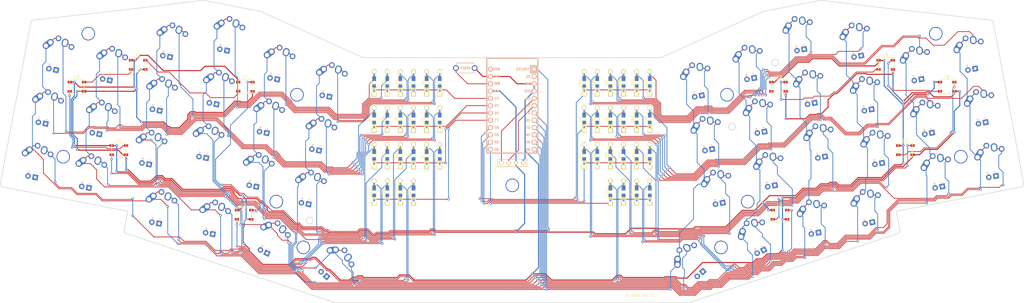
<source format=kicad_pcb>
(kicad_pcb (version 20171130) (host pcbnew "(5.1.4-0-10_14)")
  (title_block (title AVLO68) (date 2021-05-16) (rev 0.1))
  (layers (0 F.Cu signal) (31 B.Cu signal) (34 B.Paste user) (35 F.Paste user) (36 B.SilkS user) (37 F.SilkS user) (38 B.Mask user) (39 F.Mask user) (44 Edge.Cuts user))
  (net 0 "")
  (net 1 "Net-(D1-Pad2)")
  (net 2 row0)
  (net 3 "Net-(D2-Pad2)")
  (net 4 "Net-(D3-Pad2)")
  (net 5 "Net-(D4-Pad2)")
  (net 6 "Net-(D5-Pad2)")
  (net 7 "Net-(D6-Pad2)")
  (net 8 row1)
  (net 9 "Net-(D7-Pad2)")
  (net 10 "Net-(D8-Pad2)")
  (net 11 "Net-(D9-Pad2)")
  (net 12 "Net-(D10-Pad2)")
  (net 13 "Net-(D11-Pad2)")
  (net 14 "Net-(D12-Pad2)")
  (net 15 row2)
  (net 16 "Net-(D13-Pad2)")
  (net 17 "Net-(D14-Pad2)")
  (net 18 "Net-(D15-Pad2)")
  (net 19 "Net-(D16-Pad2)")
  (net 20 "Net-(D17-Pad2)")
  (net 21 "Net-(D18-Pad2)")
  (net 22 row3)
  (net 23 "Net-(D19-Pad2)")
  (net 24 "Net-(D20-Pad2)")
  (net 25 "Net-(D21-Pad2)")
  (net 26 "Net-(D22-Pad2)")
  (net 27 row4)
  (net 28 "Net-(D25-Pad2)")
  (net 29 "Net-(D26-Pad2)")
  (net 30 "Net-(D27-Pad2)")
  (net 31 "Net-(D28-Pad2)")
  (net 32 "Net-(D29-Pad2)")
  (net 33 "Net-(D30-Pad2)")
  (net 34 row5)
  (net 35 "Net-(D31-Pad2)")
  (net 36 "Net-(D32-Pad2)")
  (net 37 "Net-(D33-Pad2)")
  (net 38 "Net-(D34-Pad2)")
  (net 39 "Net-(D35-Pad2)")
  (net 40 "Net-(D36-Pad2)")
  (net 41 row6)
  (net 42 "Net-(D37-Pad2)")
  (net 43 "Net-(D38-Pad2)")
  (net 44 "Net-(D39-Pad2)")
  (net 45 "Net-(D40-Pad2)")
  (net 46 "Net-(D41-Pad2)")
  (net 47 LED)
  (net 48 VCC)
  (net 49 GND)
  (net 50 col0)
  (net 51 col1)
  (net 52 col2)
  (net 53 col3)
  (net 54 col4)
  (net 55 col5)
  (net 56 reset)
  (net 57 "Net-(L1-Pad2)")
  (net 58 "Net-(L2-Pad2)")
  (net 59 "Net-(L3-Pad2)")
  (net 60 "Net-(L4-Pad2)")
  (net 61 "Net-(L5-Pad2)")
  (net 62 "Net-(L6-Pad2)")
  (net 63 "Net-(L7-Pad2)")
  (net 64 "Net-(L8-Pad2)")
  (net 65 "Net-(L10-Pad4)")
  (net 66 "Net-(D42-Pad2)")
  (net 67 row7)
  (net 68 "Net-(D43-Pad2)")
  (net 69 "Net-(D44-Pad2)")
  (net 70 "Net-(D45-Pad2)")
  (net 71 "Net-(D46-Pad2)")
  (net 72 SDA)
  (net 73 SCL)
  (module avlo-parts:HOLE_M2_TH (layer F.Cu) (at 211.2391 168.8973)
    (fp_text reference TH11 hide)
    (fp_text value HOLE hide)
    (pad "" thru_hole circle (at 0 0 90) (size 4.7 4.7) (drill 4.1) (layers *.Cu *.Mask Dwgs.User) (clearance 0.3))
  )
  (module avlo-parts:HOLE_M2_TH (layer F.Cu) (at 283.9212 190.5)
    (fp_text reference TH10 hide)
    (fp_text value HOLE hide)
    (pad "" thru_hole circle (at 0 0 90) (size 4.7 4.7) (drill 4.1) (layers *.Cu *.Mask Dwgs.User) (clearance 0.3))
  )
  (module avlo-parts:HOLE_M2_TH (layer F.Cu) (at 138.4681 190.5)
    (fp_text reference TH9 hide)
    (fp_text value HOLE hide)
    (pad "" thru_hole circle (at 0 0 90) (size 4.7 4.7) (drill 4.1) (layers *.Cu *.Mask Dwgs.User) (clearance 0.3))
  )
  (module avlo-parts:HOLE_M2_TH (layer F.Cu) (at 286.0421 137.3251)
    (fp_text reference TH8 hide)
    (fp_text value HOLE hide)
    (pad "" thru_hole circle (at 0 0 90) (size 4.7 4.7) (drill 4.1) (layers *.Cu *.Mask Dwgs.User) (clearance 0.3))
  )
  (module avlo-parts:HOLE_M2_TH (layer F.Cu) (at 293.2176 174.5488)
    (fp_text reference TH7 hide)
    (fp_text value HOLE hide)
    (pad "" thru_hole circle (at 0 0 90) (size 4.7 4.7) (drill 4.1) (layers *.Cu *.Mask Dwgs.User) (clearance 0.3))
  )
  (module avlo-parts:HOLE_M2_TH (layer F.Cu) (at 367.4364 158.9278)
    (fp_text reference TH6 hide)
    (fp_text value HOLE hide)
    (pad "" thru_hole circle (at 0 0 90) (size 4.7 4.7) (drill 4.1) (layers *.Cu *.Mask Dwgs.User) (clearance 0.3))
  )
  (module avlo-parts:HOLE_M2_TH (layer F.Cu) (at 358.7242 116.0526)
    (fp_text reference TH5 hide)
    (fp_text value HOLE hide)
    (pad "" thru_hole circle (at 0 0 90) (size 4.7 4.7) (drill 4.1) (layers *.Cu *.Mask Dwgs.User) (clearance 0.3))
  )
  (module avlo-parts:HOLE_M2_TH (layer F.Cu) (at 136.2329 137.3251)
    (fp_text reference TH4 hide)
    (fp_text value HOLE hide)
    (pad "" thru_hole circle (at 0 0 90) (size 4.7 4.7) (drill 4.1) (layers *.Cu *.Mask Dwgs.User) (clearance 0.3))
  )
  (module avlo-parts:HOLE_M2_TH (layer F.Cu) (at 129.0574 174.5488)
    (fp_text reference TH3 hide)
    (fp_text value HOLE hide)
    (pad "" thru_hole circle (at 0 0 90) (size 4.7 4.7) (drill 4.1) (layers *.Cu *.Mask Dwgs.User) (clearance 0.3))
  )
  (module avlo-parts:HOLE_M2_TH (layer F.Cu) (at 54.8386 158.9278)
    (fp_text reference TH2 hide)
    (fp_text value HOLE hide)
    (pad "" thru_hole circle (at 0 0 90) (size 4.7 4.7) (drill 4.1) (layers *.Cu *.Mask Dwgs.User) (clearance 0.3))
  )
  (module avlo-parts:HOLE_M2_TH (layer F.Cu) (at 63.5635 116.0526)
    (fp_text reference TH1 hide)
    (fp_text value HOLE hide)
    (pad "" thru_hole circle (at 0 0 90) (size 4.7 4.7) (drill 4.1) (layers *.Cu *.Mask Dwgs.User) (clearance 0.3))
  )
  (module avlo-parts:MX-Alps-Choc-1U (layer F.Cu) (at 295.4401 187.3885 26)
    (fp_text reference SW44)
    (fp_text value SW_PUSH)
    (fp_text user - (at 1.27 3.5 26) (layer B.SilkS) (effects (justify mirror)))
    (fp_text user - (at 1.27 3.5 26) (layer F.SilkS))
    (fp_text user + (at -1.27 3.5 26) (layer B.SilkS) (effects (justify mirror)))
    (fp_text user + (at -1.27 3.5 26) (layer F.SilkS))
    (pad 4 thru_hole rect (at 1.27 5.08 26) (size 1.905 1.905) (drill 0.9906) (layers *.Cu *.Mask))
    (pad 3 thru_hole circle (at -1.27 5.08 26) (size 1.905 1.905) (drill 0.9906) (layers *.Cu *.Mask))
    (pad "" np_thru_hole circle (at -5.22 4.2 74.1) (size 0.8 0.8) (drill 0.8) (layers *.Cu *.Mask))
    (pad "" np_thru_hole circle (at 5.5 0 74.1) (size 1.7 1.7) (drill 1.7) (layers *.Cu *.Mask))
    (pad "" np_thru_hole circle (at -5.5 0 74.1) (size 1.7 1.7) (drill 1.7) (layers *.Cu *.Mask))
    (pad 1 thru_hole circle (at 0 -5.9 26) (size 2 2) (drill 1.2) (layers *.Cu *.Mask) (net 51 col1))
    (pad 2 thru_hole circle (at 5 -3.8 26) (size 2 2) (drill 1.2) (layers *.Cu *.Mask) (net 69 "Net-(D44-Pad2)"))
    (pad "" np_thru_hole circle (at 5.08 0 74.0996) (size 1.75 1.75) (drill 1.75) (layers *.Cu *.Mask))
    (pad "" np_thru_hole circle (at -5.08 0 74.0996) (size 1.75 1.75) (drill 1.75) (layers *.Cu *.Mask))
    (pad 1 thru_hole circle (at -2.5 -4 26) (size 2.25 2.25) (drill 1.47) (layers *.Cu *.Mask) (net 51 col1))
    (pad "" np_thru_hole circle (at 0 0 26) (size 3.9878 3.9878) (drill 3.9878) (layers *.Cu *.Mask))
    (pad 1 thru_hole oval (at -3.81 -2.54 74.1) (size 4.211556 2.25) (drill 1.47 (offset 0.980778 0)) (layers *.Cu *.Mask) (net 51 col1))
    (pad 2 thru_hole circle (at 2.54 -5.08 26) (size 2.25 2.25) (drill 1.47) (layers *.Cu *.Mask) (net 69 "Net-(D44-Pad2)"))
    (pad 2 thru_hole oval (at 2.5 -4.5 112.1) (size 2.831378 2.25) (drill 1.47 (offset 0.290689 0)) (layers *.Cu *.Mask) (net 69 "Net-(D44-Pad2)"))
  )
  (module avlo-parts:MX-Alps-Choc-1U (layer F.Cu) (at 373.8753 142.1765 11)
    (fp_text reference SW36)
    (fp_text value SW_PUSH)
    (fp_text user + (at -1.27 3.5 11) (layer F.SilkS))
    (fp_text user + (at -1.27 3.5 11) (layer B.SilkS))
    (fp_text user - (at 1.27 3.5 11) (layer F.SilkS))
    (fp_text user - (at 1.27 3.5 11) (layer B.SilkS))
    (pad 2 thru_hole oval (at 2.5 -4.5 97.1) (size 2.831378 2.25) (drill 1.47 (offset 0.290689 0)) (layers *.Cu *.Mask) (net 40 "Net-(D36-Pad2)"))
    (pad 2 thru_hole circle (at 2.54 -5.08 11) (size 2.25 2.25) (drill 1.47) (layers *.Cu *.Mask) (net 40 "Net-(D36-Pad2)"))
    (pad 1 thru_hole oval (at -3.81 -2.54 59.1) (size 4.211556 2.25) (drill 1.47 (offset 0.980778 0)) (layers *.Cu *.Mask) (net 55 col5))
    (pad "" np_thru_hole circle (at 0 0 11) (size 3.9878 3.9878) (drill 3.9878) (layers *.Cu *.Mask))
    (pad 1 thru_hole circle (at -2.5 -4 11) (size 2.25 2.25) (drill 1.47) (layers *.Cu *.Mask) (net 55 col5))
    (pad "" np_thru_hole circle (at -5.08 0 59.0996) (size 1.75 1.75) (drill 1.75) (layers *.Cu *.Mask))
    (pad "" np_thru_hole circle (at 5.08 0 59.0996) (size 1.75 1.75) (drill 1.75) (layers *.Cu *.Mask))
    (pad 2 thru_hole circle (at 5 -3.8 11) (size 2 2) (drill 1.2) (layers *.Cu *.Mask) (net 40 "Net-(D36-Pad2)"))
    (pad 1 thru_hole circle (at 0 -5.9 11) (size 2 2) (drill 1.2) (layers *.Cu *.Mask) (net 55 col5))
    (pad "" np_thru_hole circle (at -5.5 0 59.1) (size 1.7 1.7) (drill 1.7) (layers *.Cu *.Mask))
    (pad "" np_thru_hole circle (at 5.5 0 59.1) (size 1.7 1.7) (drill 1.7) (layers *.Cu *.Mask))
    (pad "" np_thru_hole circle (at -5.22 4.2 59.1) (size 0.8 0.8) (drill 0.8) (layers *.Cu *.Mask))
    (pad 3 thru_hole circle (at -1.27 5.08 11) (size 1.905 1.905) (drill 0.9906) (layers *.Cu *.Mask))
    (pad 4 thru_hole rect (at 1.27 5.08 11) (size 1.905 1.905) (drill 0.9906) (layers *.Cu *.Mask))
  )
  (module avlo-parts:MX-Alps-Choc-1U (layer F.Cu) (at 351.5233 127.1397 11)
    (fp_text reference SW29)
    (fp_text value SW_PUSH)
    (fp_text user + (at -1.27 3.5 11) (layer F.SilkS))
    (fp_text user + (at -1.27 3.5 11) (layer B.SilkS))
    (fp_text user - (at 1.27 3.5 11) (layer F.SilkS))
    (fp_text user - (at 1.27 3.5 11) (layer B.SilkS))
    (pad 2 thru_hole oval (at 2.5 -4.5 97.1) (size 2.831378 2.25) (drill 1.47 (offset 0.290689 0)) (layers *.Cu *.Mask) (net 32 "Net-(D29-Pad2)"))
    (pad 2 thru_hole circle (at 2.54 -5.08 11) (size 2.25 2.25) (drill 1.47) (layers *.Cu *.Mask) (net 32 "Net-(D29-Pad2)"))
    (pad 1 thru_hole oval (at -3.81 -2.54 59.1) (size 4.211556 2.25) (drill 1.47 (offset 0.980778 0)) (layers *.Cu *.Mask) (net 54 col4))
    (pad "" np_thru_hole circle (at 0 0 11) (size 3.9878 3.9878) (drill 3.9878) (layers *.Cu *.Mask))
    (pad 1 thru_hole circle (at -2.5 -4 11) (size 2.25 2.25) (drill 1.47) (layers *.Cu *.Mask) (net 54 col4))
    (pad "" np_thru_hole circle (at -5.08 0 59.0996) (size 1.75 1.75) (drill 1.75) (layers *.Cu *.Mask))
    (pad "" np_thru_hole circle (at 5.08 0 59.0996) (size 1.75 1.75) (drill 1.75) (layers *.Cu *.Mask))
    (pad 2 thru_hole circle (at 5 -3.8 11) (size 2 2) (drill 1.2) (layers *.Cu *.Mask) (net 32 "Net-(D29-Pad2)"))
    (pad 1 thru_hole circle (at 0 -5.9 11) (size 2 2) (drill 1.2) (layers *.Cu *.Mask) (net 54 col4))
    (pad "" np_thru_hole circle (at -5.5 0 59.1) (size 1.7 1.7) (drill 1.7) (layers *.Cu *.Mask))
    (pad "" np_thru_hole circle (at 5.5 0 59.1) (size 1.7 1.7) (drill 1.7) (layers *.Cu *.Mask))
    (pad "" np_thru_hole circle (at -5.22 4.2 59.1) (size 0.8 0.8) (drill 0.8) (layers *.Cu *.Mask))
    (pad 3 thru_hole circle (at -1.27 5.08 11) (size 1.905 1.905) (drill 0.9906) (layers *.Cu *.Mask))
    (pad 4 thru_hole rect (at 1.27 5.08 11) (size 1.905 1.905) (drill 0.9906) (layers *.Cu *.Mask))
  )
  (module avlo-parts:MX-Alps-Choc-1U (layer F.Cu) (at 370.2177 123.4821 11)
    (fp_text reference SW30)
    (fp_text value SW_PUSH)
    (fp_text user - (at 1.27 3.5 11) (layer B.SilkS))
    (fp_text user - (at 1.27 3.5 11) (layer F.SilkS))
    (fp_text user + (at -1.27 3.5 11) (layer B.SilkS))
    (fp_text user + (at -1.27 3.5 11) (layer F.SilkS))
    (pad 4 thru_hole rect (at 1.27 5.08 11) (size 1.905 1.905) (drill 0.9906) (layers *.Cu *.Mask))
    (pad 3 thru_hole circle (at -1.27 5.08 11) (size 1.905 1.905) (drill 0.9906) (layers *.Cu *.Mask))
    (pad "" np_thru_hole circle (at -5.22 4.2 59.1) (size 0.8 0.8) (drill 0.8) (layers *.Cu *.Mask))
    (pad "" np_thru_hole circle (at 5.5 0 59.1) (size 1.7 1.7) (drill 1.7) (layers *.Cu *.Mask))
    (pad "" np_thru_hole circle (at -5.5 0 59.1) (size 1.7 1.7) (drill 1.7) (layers *.Cu *.Mask))
    (pad 1 thru_hole circle (at 0 -5.9 11) (size 2 2) (drill 1.2) (layers *.Cu *.Mask) (net 55 col5))
    (pad 2 thru_hole circle (at 5 -3.8 11) (size 2 2) (drill 1.2) (layers *.Cu *.Mask) (net 33 "Net-(D30-Pad2)"))
    (pad "" np_thru_hole circle (at 5.08 0 59.0996) (size 1.75 1.75) (drill 1.75) (layers *.Cu *.Mask))
    (pad "" np_thru_hole circle (at -5.08 0 59.0996) (size 1.75 1.75) (drill 1.75) (layers *.Cu *.Mask))
    (pad 1 thru_hole circle (at -2.5 -4 11) (size 2.25 2.25) (drill 1.47) (layers *.Cu *.Mask) (net 55 col5))
    (pad "" np_thru_hole circle (at 0 0 11) (size 3.9878 3.9878) (drill 3.9878) (layers *.Cu *.Mask))
    (pad 1 thru_hole oval (at -3.81 -2.54 59.1) (size 4.211556 2.25) (drill 1.47 (offset 0.980778 0)) (layers *.Cu *.Mask) (net 55 col5))
    (pad 2 thru_hole circle (at 2.54 -5.08 11) (size 2.25 2.25) (drill 1.47) (layers *.Cu *.Mask) (net 33 "Net-(D30-Pad2)"))
    (pad 2 thru_hole oval (at 2.5 -4.5 97.1) (size 2.831378 2.25) (drill 1.47 (offset 0.290689 0)) (layers *.Cu *.Mask) (net 33 "Net-(D30-Pad2)"))
  )
  (module avlo-parts:MX-Alps-Choc-1U (layer F.Cu) (at 106.6165 180.6321 349)
    (fp_text reference SW20)
    (fp_text value SW_PUSH)
    (fp_text user - (at 1.27 3.5 169) (layer B.SilkS))
    (fp_text user - (at 1.27 3.5 169) (layer F.SilkS))
    (fp_text user + (at -1.27 3.5 169) (layer B.SilkS))
    (fp_text user + (at -1.27 3.5 169) (layer F.SilkS))
    (pad 4 thru_hole rect (at 1.27 5.08 349) (size 1.905 1.905) (drill 0.9906) (layers *.Cu *.Mask))
    (pad 3 thru_hole circle (at -1.27 5.08 349) (size 1.905 1.905) (drill 0.9906) (layers *.Cu *.Mask))
    (pad "" np_thru_hole circle (at -5.22 4.2 37.1) (size 0.8 0.8) (drill 0.8) (layers *.Cu *.Mask))
    (pad "" np_thru_hole circle (at 5.5 0 37.1) (size 1.7 1.7) (drill 1.7) (layers *.Cu *.Mask))
    (pad "" np_thru_hole circle (at -5.5 0 37.1) (size 1.7 1.7) (drill 1.7) (layers *.Cu *.Mask))
    (pad 1 thru_hole circle (at 0 -5.9 349) (size 2 2) (drill 1.2) (layers *.Cu *.Mask) (net 51 col1))
    (pad 2 thru_hole circle (at 5 -3.8 349) (size 2 2) (drill 1.2) (layers *.Cu *.Mask) (net 24 "Net-(D20-Pad2)"))
    (pad "" np_thru_hole circle (at 5.08 0 37.0996) (size 1.75 1.75) (drill 1.75) (layers *.Cu *.Mask))
    (pad "" np_thru_hole circle (at -5.08 0 37.0996) (size 1.75 1.75) (drill 1.75) (layers *.Cu *.Mask))
    (pad 1 thru_hole circle (at -2.5 -4 349) (size 2.25 2.25) (drill 1.47) (layers *.Cu *.Mask) (net 51 col1))
    (pad "" np_thru_hole circle (at 0 0 349) (size 3.9878 3.9878) (drill 3.9878) (layers *.Cu *.Mask))
    (pad 1 thru_hole oval (at -3.81 -2.54 37.1) (size 4.211556 2.25) (drill 1.47 (offset 0.980778 0)) (layers *.Cu *.Mask) (net 51 col1))
    (pad 2 thru_hole circle (at 2.54 -5.08 349) (size 2.25 2.25) (drill 1.47) (layers *.Cu *.Mask) (net 24 "Net-(D20-Pad2)"))
    (pad 2 thru_hole oval (at 2.5 -4.5 75.1) (size 2.831378 2.25) (drill 1.47 (offset 0.290689 0)) (layers *.Cu *.Mask) (net 24 "Net-(D20-Pad2)"))
  )
  (module avlo-parts:MX-Alps-Choc-1U (layer F.Cu) (at 278.6253 151.5237 11)
    (fp_text reference SW31)
    (fp_text value SW_PUSH)
    (fp_text user + (at -1.27 3.5 11) (layer F.SilkS))
    (fp_text user + (at -1.27 3.5 11) (layer B.SilkS))
    (fp_text user - (at 1.27 3.5 11) (layer F.SilkS))
    (fp_text user - (at 1.27 3.5 11) (layer B.SilkS))
    (pad 2 thru_hole oval (at 2.5 -4.5 97.1) (size 2.831378 2.25) (drill 1.47 (offset 0.290689 0)) (layers *.Cu *.Mask) (net 35 "Net-(D31-Pad2)"))
    (pad 2 thru_hole circle (at 2.54 -5.08 11) (size 2.25 2.25) (drill 1.47) (layers *.Cu *.Mask) (net 35 "Net-(D31-Pad2)"))
    (pad 1 thru_hole oval (at -3.81 -2.54 59.1) (size 4.211556 2.25) (drill 1.47 (offset 0.980778 0)) (layers *.Cu *.Mask) (net 50 col0))
    (pad "" np_thru_hole circle (at 0 0 11) (size 3.9878 3.9878) (drill 3.9878) (layers *.Cu *.Mask))
    (pad 1 thru_hole circle (at -2.5 -4 11) (size 2.25 2.25) (drill 1.47) (layers *.Cu *.Mask) (net 50 col0))
    (pad "" np_thru_hole circle (at -5.08 0 59.0996) (size 1.75 1.75) (drill 1.75) (layers *.Cu *.Mask))
    (pad "" np_thru_hole circle (at 5.08 0 59.0996) (size 1.75 1.75) (drill 1.75) (layers *.Cu *.Mask))
    (pad 2 thru_hole circle (at 5 -3.8 11) (size 2 2) (drill 1.2) (layers *.Cu *.Mask) (net 35 "Net-(D31-Pad2)"))
    (pad 1 thru_hole circle (at 0 -5.9 11) (size 2 2) (drill 1.2) (layers *.Cu *.Mask) (net 50 col0))
    (pad "" np_thru_hole circle (at -5.5 0 59.1) (size 1.7 1.7) (drill 1.7) (layers *.Cu *.Mask))
    (pad "" np_thru_hole circle (at 5.5 0 59.1) (size 1.7 1.7) (drill 1.7) (layers *.Cu *.Mask))
    (pad "" np_thru_hole circle (at -5.22 4.2 59.1) (size 0.8 0.8) (drill 0.8) (layers *.Cu *.Mask))
    (pad 3 thru_hole circle (at -1.27 5.08 11) (size 1.905 1.905) (drill 0.9906) (layers *.Cu *.Mask))
    (pad 4 thru_hole rect (at 1.27 5.08 11) (size 1.905 1.905) (drill 0.9906) (layers *.Cu *.Mask))
  )
  (module avlo-parts:MX-Alps-Choc-1U (layer F.Cu) (at 275.0185 132.8293 11)
    (fp_text reference SW25)
    (fp_text value SW_PUSH)
    (fp_text user + (at -1.27 3.5 11) (layer F.SilkS))
    (fp_text user + (at -1.27 3.5 11) (layer B.SilkS))
    (fp_text user - (at 1.27 3.5 11) (layer F.SilkS))
    (fp_text user - (at 1.27 3.5 11) (layer B.SilkS))
    (pad 2 thru_hole oval (at 2.5 -4.5 97.1) (size 2.831378 2.25) (drill 1.47 (offset 0.290689 0)) (layers *.Cu *.Mask) (net 28 "Net-(D25-Pad2)"))
    (pad 2 thru_hole circle (at 2.54 -5.08 11) (size 2.25 2.25) (drill 1.47) (layers *.Cu *.Mask) (net 28 "Net-(D25-Pad2)"))
    (pad 1 thru_hole oval (at -3.81 -2.54 59.1) (size 4.211556 2.25) (drill 1.47 (offset 0.980778 0)) (layers *.Cu *.Mask) (net 50 col0))
    (pad "" np_thru_hole circle (at 0 0 11) (size 3.9878 3.9878) (drill 3.9878) (layers *.Cu *.Mask))
    (pad 1 thru_hole circle (at -2.5 -4 11) (size 2.25 2.25) (drill 1.47) (layers *.Cu *.Mask) (net 50 col0))
    (pad "" np_thru_hole circle (at -5.08 0 59.0996) (size 1.75 1.75) (drill 1.75) (layers *.Cu *.Mask))
    (pad "" np_thru_hole circle (at 5.08 0 59.0996) (size 1.75 1.75) (drill 1.75) (layers *.Cu *.Mask))
    (pad 2 thru_hole circle (at 5 -3.8 11) (size 2 2) (drill 1.2) (layers *.Cu *.Mask) (net 28 "Net-(D25-Pad2)"))
    (pad 1 thru_hole circle (at 0 -5.9 11) (size 2 2) (drill 1.2) (layers *.Cu *.Mask) (net 50 col0))
    (pad "" np_thru_hole circle (at -5.5 0 59.1) (size 1.7 1.7) (drill 1.7) (layers *.Cu *.Mask))
    (pad "" np_thru_hole circle (at 5.5 0 59.1) (size 1.7 1.7) (drill 1.7) (layers *.Cu *.Mask))
    (pad "" np_thru_hole circle (at -5.22 4.2 59.1) (size 0.8 0.8) (drill 0.8) (layers *.Cu *.Mask))
    (pad 3 thru_hole circle (at -1.27 5.08 11) (size 1.905 1.905) (drill 0.9906) (layers *.Cu *.Mask))
    (pad 4 thru_hole rect (at 1.27 5.08 11) (size 1.905 1.905) (drill 0.9906) (layers *.Cu *.Mask))
  )
  (module avlo-parts:MX-Alps-Choc-1U (layer F.Cu) (at 126.8857 187.3885 334)
    (fp_text reference SW21)
    (fp_text value SW_PUSH)
    (fp_text user - (at 1.27 3.5 154) (layer B.SilkS))
    (fp_text user - (at 1.27 3.5 154) (layer F.SilkS))
    (fp_text user + (at -1.27 3.5 154) (layer B.SilkS))
    (fp_text user + (at -1.27 3.5 154) (layer F.SilkS))
    (pad 4 thru_hole rect (at 1.27 5.08 334) (size 1.905 1.905) (drill 0.9906) (layers *.Cu *.Mask))
    (pad 3 thru_hole circle (at -1.27 5.08 334) (size 1.905 1.905) (drill 0.9906) (layers *.Cu *.Mask))
    (pad "" np_thru_hole circle (at -5.22 4.2 22.1) (size 0.8 0.8) (drill 0.8) (layers *.Cu *.Mask))
    (pad "" np_thru_hole circle (at 5.5 0 22.1) (size 1.7 1.7) (drill 1.7) (layers *.Cu *.Mask))
    (pad "" np_thru_hole circle (at -5.5 0 22.1) (size 1.7 1.7) (drill 1.7) (layers *.Cu *.Mask))
    (pad 1 thru_hole circle (at 0 -5.9 334) (size 2 2) (drill 1.2) (layers *.Cu *.Mask) (net 52 col2))
    (pad 2 thru_hole circle (at 5 -3.8 334) (size 2 2) (drill 1.2) (layers *.Cu *.Mask) (net 25 "Net-(D21-Pad2)"))
    (pad "" np_thru_hole circle (at 5.08 0 22.0996) (size 1.75 1.75) (drill 1.75) (layers *.Cu *.Mask))
    (pad "" np_thru_hole circle (at -5.08 0 22.0996) (size 1.75 1.75) (drill 1.75) (layers *.Cu *.Mask))
    (pad 1 thru_hole circle (at -2.5 -4 334) (size 2.25 2.25) (drill 1.47) (layers *.Cu *.Mask) (net 52 col2))
    (pad "" np_thru_hole circle (at 0 0 334) (size 3.9878 3.9878) (drill 3.9878) (layers *.Cu *.Mask))
    (pad 1 thru_hole oval (at -3.81 -2.54 22.1) (size 4.211556 2.25) (drill 1.47 (offset 0.980778 0)) (layers *.Cu *.Mask) (net 52 col2))
    (pad 2 thru_hole circle (at 2.54 -5.08 334) (size 2.25 2.25) (drill 1.47) (layers *.Cu *.Mask) (net 25 "Net-(D21-Pad2)"))
    (pad 2 thru_hole oval (at 2.5 -4.5 60.1) (size 2.831378 2.25) (drill 1.47 (offset 0.290689 0)) (layers *.Cu *.Mask) (net 25 "Net-(D21-Pad2)"))
  )
  (module avlo-parts:MX-Alps-Choc-1U (layer F.Cu) (at 296.8625 145.4277 11)
    (fp_text reference SW32)
    (fp_text value SW_PUSH)
    (fp_text user + (at -1.27 3.5 11) (layer F.SilkS))
    (fp_text user + (at -1.27 3.5 11) (layer B.SilkS))
    (fp_text user - (at 1.27 3.5 11) (layer F.SilkS))
    (fp_text user - (at 1.27 3.5 11) (layer B.SilkS))
    (pad 2 thru_hole oval (at 2.5 -4.5 97.1) (size 2.831378 2.25) (drill 1.47 (offset 0.290689 0)) (layers *.Cu *.Mask) (net 36 "Net-(D32-Pad2)"))
    (pad 2 thru_hole circle (at 2.54 -5.08 11) (size 2.25 2.25) (drill 1.47) (layers *.Cu *.Mask) (net 36 "Net-(D32-Pad2)"))
    (pad 1 thru_hole oval (at -3.81 -2.54 59.1) (size 4.211556 2.25) (drill 1.47 (offset 0.980778 0)) (layers *.Cu *.Mask) (net 51 col1))
    (pad "" np_thru_hole circle (at 0 0 11) (size 3.9878 3.9878) (drill 3.9878) (layers *.Cu *.Mask))
    (pad 1 thru_hole circle (at -2.5 -4 11) (size 2.25 2.25) (drill 1.47) (layers *.Cu *.Mask) (net 51 col1))
    (pad "" np_thru_hole circle (at -5.08 0 59.0996) (size 1.75 1.75) (drill 1.75) (layers *.Cu *.Mask))
    (pad "" np_thru_hole circle (at 5.08 0 59.0996) (size 1.75 1.75) (drill 1.75) (layers *.Cu *.Mask))
    (pad 2 thru_hole circle (at 5 -3.8 11) (size 2 2) (drill 1.2) (layers *.Cu *.Mask) (net 36 "Net-(D32-Pad2)"))
    (pad 1 thru_hole circle (at 0 -5.9 11) (size 2 2) (drill 1.2) (layers *.Cu *.Mask) (net 51 col1))
    (pad "" np_thru_hole circle (at -5.5 0 59.1) (size 1.7 1.7) (drill 1.7) (layers *.Cu *.Mask))
    (pad "" np_thru_hole circle (at 5.5 0 59.1) (size 1.7 1.7) (drill 1.7) (layers *.Cu *.Mask))
    (pad "" np_thru_hole circle (at -5.22 4.2 59.1) (size 0.8 0.8) (drill 0.8) (layers *.Cu *.Mask))
    (pad 3 thru_hole circle (at -1.27 5.08 11) (size 1.905 1.905) (drill 0.9906) (layers *.Cu *.Mask))
    (pad 4 thru_hole rect (at 1.27 5.08 11) (size 1.905 1.905) (drill 0.9906) (layers *.Cu *.Mask))
  )
  (module avlo-parts:MX-Alps-Choc-1U (layer F.Cu) (at 314.3377 135.4201 11)
    (fp_text reference SW33)
    (fp_text value SW_PUSH)
    (fp_text user - (at 1.27 3.5 11) (layer B.SilkS))
    (fp_text user - (at 1.27 3.5 11) (layer F.SilkS))
    (fp_text user + (at -1.27 3.5 11) (layer B.SilkS))
    (fp_text user + (at -1.27 3.5 11) (layer F.SilkS))
    (pad 4 thru_hole rect (at 1.27 5.08 11) (size 1.905 1.905) (drill 0.9906) (layers *.Cu *.Mask))
    (pad 3 thru_hole circle (at -1.27 5.08 11) (size 1.905 1.905) (drill 0.9906) (layers *.Cu *.Mask))
    (pad "" np_thru_hole circle (at -5.22 4.2 59.1) (size 0.8 0.8) (drill 0.8) (layers *.Cu *.Mask))
    (pad "" np_thru_hole circle (at 5.5 0 59.1) (size 1.7 1.7) (drill 1.7) (layers *.Cu *.Mask))
    (pad "" np_thru_hole circle (at -5.5 0 59.1) (size 1.7 1.7) (drill 1.7) (layers *.Cu *.Mask))
    (pad 1 thru_hole circle (at 0 -5.9 11) (size 2 2) (drill 1.2) (layers *.Cu *.Mask) (net 52 col2))
    (pad 2 thru_hole circle (at 5 -3.8 11) (size 2 2) (drill 1.2) (layers *.Cu *.Mask) (net 37 "Net-(D33-Pad2)"))
    (pad "" np_thru_hole circle (at 5.08 0 59.0996) (size 1.75 1.75) (drill 1.75) (layers *.Cu *.Mask))
    (pad "" np_thru_hole circle (at -5.08 0 59.0996) (size 1.75 1.75) (drill 1.75) (layers *.Cu *.Mask))
    (pad 1 thru_hole circle (at -2.5 -4 11) (size 2.25 2.25) (drill 1.47) (layers *.Cu *.Mask) (net 52 col2))
    (pad "" np_thru_hole circle (at 0 0 11) (size 3.9878 3.9878) (drill 3.9878) (layers *.Cu *.Mask))
    (pad 1 thru_hole oval (at -3.81 -2.54 59.1) (size 4.211556 2.25) (drill 1.47 (offset 0.980778 0)) (layers *.Cu *.Mask) (net 52 col2))
    (pad 2 thru_hole circle (at 2.54 -5.08 11) (size 2.25 2.25) (drill 1.47) (layers *.Cu *.Mask) (net 37 "Net-(D33-Pad2)"))
    (pad 2 thru_hole oval (at 2.5 -4.5 97.1) (size 2.831378 2.25) (drill 1.47 (offset 0.290689 0)) (layers *.Cu *.Mask) (net 37 "Net-(D33-Pad2)"))
  )
  (module avlo-parts:MX-Alps-Choc-1U (layer F.Cu) (at 334.1497 137.6553 11)
    (fp_text reference SW34)
    (fp_text value SW_PUSH)
    (fp_text user + (at -1.27 3.5 11) (layer F.SilkS))
    (fp_text user + (at -1.27 3.5 11) (layer B.SilkS))
    (fp_text user - (at 1.27 3.5 11) (layer F.SilkS))
    (fp_text user - (at 1.27 3.5 11) (layer B.SilkS))
    (pad 2 thru_hole oval (at 2.5 -4.5 97.1) (size 2.831378 2.25) (drill 1.47 (offset 0.290689 0)) (layers *.Cu *.Mask) (net 38 "Net-(D34-Pad2)"))
    (pad 2 thru_hole circle (at 2.54 -5.08 11) (size 2.25 2.25) (drill 1.47) (layers *.Cu *.Mask) (net 38 "Net-(D34-Pad2)"))
    (pad 1 thru_hole oval (at -3.81 -2.54 59.1) (size 4.211556 2.25) (drill 1.47 (offset 0.980778 0)) (layers *.Cu *.Mask) (net 53 col3))
    (pad "" np_thru_hole circle (at 0 0 11) (size 3.9878 3.9878) (drill 3.9878) (layers *.Cu *.Mask))
    (pad 1 thru_hole circle (at -2.5 -4 11) (size 2.25 2.25) (drill 1.47) (layers *.Cu *.Mask) (net 53 col3))
    (pad "" np_thru_hole circle (at -5.08 0 59.0996) (size 1.75 1.75) (drill 1.75) (layers *.Cu *.Mask))
    (pad "" np_thru_hole circle (at 5.08 0 59.0996) (size 1.75 1.75) (drill 1.75) (layers *.Cu *.Mask))
    (pad 2 thru_hole circle (at 5 -3.8 11) (size 2 2) (drill 1.2) (layers *.Cu *.Mask) (net 38 "Net-(D34-Pad2)"))
    (pad 1 thru_hole circle (at 0 -5.9 11) (size 2 2) (drill 1.2) (layers *.Cu *.Mask) (net 53 col3))
    (pad "" np_thru_hole circle (at -5.5 0 59.1) (size 1.7 1.7) (drill 1.7) (layers *.Cu *.Mask))
    (pad "" np_thru_hole circle (at 5.5 0 59.1) (size 1.7 1.7) (drill 1.7) (layers *.Cu *.Mask))
    (pad "" np_thru_hole circle (at -5.22 4.2 59.1) (size 0.8 0.8) (drill 0.8) (layers *.Cu *.Mask))
    (pad 3 thru_hole circle (at -1.27 5.08 11) (size 1.905 1.905) (drill 0.9906) (layers *.Cu *.Mask))
    (pad 4 thru_hole rect (at 1.27 5.08 11) (size 1.905 1.905) (drill 0.9906) (layers *.Cu *.Mask))
  )
  (module avlo-parts:MX-Alps-Choc-1U (layer F.Cu) (at 355.1809 145.8341 11)
    (fp_text reference SW35)
    (fp_text value SW_PUSH)
    (fp_text user + (at -1.27 3.5 11) (layer F.SilkS))
    (fp_text user + (at -1.27 3.5 11) (layer B.SilkS))
    (fp_text user - (at 1.27 3.5 11) (layer F.SilkS))
    (fp_text user - (at 1.27 3.5 11) (layer B.SilkS))
    (pad 2 thru_hole oval (at 2.5 -4.5 97.1) (size 2.831378 2.25) (drill 1.47 (offset 0.290689 0)) (layers *.Cu *.Mask) (net 39 "Net-(D35-Pad2)"))
    (pad 2 thru_hole circle (at 2.54 -5.08 11) (size 2.25 2.25) (drill 1.47) (layers *.Cu *.Mask) (net 39 "Net-(D35-Pad2)"))
    (pad 1 thru_hole oval (at -3.81 -2.54 59.1) (size 4.211556 2.25) (drill 1.47 (offset 0.980778 0)) (layers *.Cu *.Mask) (net 54 col4))
    (pad "" np_thru_hole circle (at 0 0 11) (size 3.9878 3.9878) (drill 3.9878) (layers *.Cu *.Mask))
    (pad 1 thru_hole circle (at -2.5 -4 11) (size 2.25 2.25) (drill 1.47) (layers *.Cu *.Mask) (net 54 col4))
    (pad "" np_thru_hole circle (at -5.08 0 59.0996) (size 1.75 1.75) (drill 1.75) (layers *.Cu *.Mask))
    (pad "" np_thru_hole circle (at 5.08 0 59.0996) (size 1.75 1.75) (drill 1.75) (layers *.Cu *.Mask))
    (pad 2 thru_hole circle (at 5 -3.8 11) (size 2 2) (drill 1.2) (layers *.Cu *.Mask) (net 39 "Net-(D35-Pad2)"))
    (pad 1 thru_hole circle (at 0 -5.9 11) (size 2 2) (drill 1.2) (layers *.Cu *.Mask) (net 54 col4))
    (pad "" np_thru_hole circle (at -5.5 0 59.1) (size 1.7 1.7) (drill 1.7) (layers *.Cu *.Mask))
    (pad "" np_thru_hole circle (at 5.5 0 59.1) (size 1.7 1.7) (drill 1.7) (layers *.Cu *.Mask))
    (pad "" np_thru_hole circle (at -5.22 4.2 59.1) (size 0.8 0.8) (drill 0.8) (layers *.Cu *.Mask))
    (pad 3 thru_hole circle (at -1.27 5.08 11) (size 1.905 1.905) (drill 0.9906) (layers *.Cu *.Mask))
    (pad 4 thru_hole rect (at 1.27 5.08 11) (size 1.905 1.905) (drill 0.9906) (layers *.Cu *.Mask))
  )
  (module avlo-parts:MX-Alps-Choc-1U (layer F.Cu) (at 282.2829 170.2181 11)
    (fp_text reference SW37)
    (fp_text value SW_PUSH)
    (fp_text user + (at -1.27 3.5 11) (layer F.SilkS))
    (fp_text user + (at -1.27 3.5 11) (layer B.SilkS))
    (fp_text user - (at 1.27 3.5 11) (layer F.SilkS))
    (fp_text user - (at 1.27 3.5 11) (layer B.SilkS))
    (pad 2 thru_hole oval (at 2.5 -4.5 97.1) (size 2.831378 2.25) (drill 1.47 (offset 0.290689 0)) (layers *.Cu *.Mask) (net 42 "Net-(D37-Pad2)"))
    (pad 2 thru_hole circle (at 2.54 -5.08 11) (size 2.25 2.25) (drill 1.47) (layers *.Cu *.Mask) (net 42 "Net-(D37-Pad2)"))
    (pad 1 thru_hole oval (at -3.81 -2.54 59.1) (size 4.211556 2.25) (drill 1.47 (offset 0.980778 0)) (layers *.Cu *.Mask) (net 50 col0))
    (pad "" np_thru_hole circle (at 0 0 11) (size 3.9878 3.9878) (drill 3.9878) (layers *.Cu *.Mask))
    (pad 1 thru_hole circle (at -2.5 -4 11) (size 2.25 2.25) (drill 1.47) (layers *.Cu *.Mask) (net 50 col0))
    (pad "" np_thru_hole circle (at -5.08 0 59.0996) (size 1.75 1.75) (drill 1.75) (layers *.Cu *.Mask))
    (pad "" np_thru_hole circle (at 5.08 0 59.0996) (size 1.75 1.75) (drill 1.75) (layers *.Cu *.Mask))
    (pad 2 thru_hole circle (at 5 -3.8 11) (size 2 2) (drill 1.2) (layers *.Cu *.Mask) (net 42 "Net-(D37-Pad2)"))
    (pad 1 thru_hole circle (at 0 -5.9 11) (size 2 2) (drill 1.2) (layers *.Cu *.Mask) (net 50 col0))
    (pad "" np_thru_hole circle (at -5.5 0 59.1) (size 1.7 1.7) (drill 1.7) (layers *.Cu *.Mask))
    (pad "" np_thru_hole circle (at 5.5 0 59.1) (size 1.7 1.7) (drill 1.7) (layers *.Cu *.Mask))
    (pad "" np_thru_hole circle (at -5.22 4.2 59.1) (size 0.8 0.8) (drill 0.8) (layers *.Cu *.Mask))
    (pad 3 thru_hole circle (at -1.27 5.08 11) (size 1.905 1.905) (drill 0.9906) (layers *.Cu *.Mask))
    (pad 4 thru_hole rect (at 1.27 5.08 11) (size 1.905 1.905) (drill 0.9906) (layers *.Cu *.Mask))
  )
  (module avlo-parts:MX-Alps-Choc-1U (layer F.Cu) (at 300.4693 164.1221 11)
    (fp_text reference SW38)
    (fp_text value SW_PUSH)
    (fp_text user + (at -1.27 3.5 11) (layer F.SilkS))
    (fp_text user + (at -1.27 3.5 11) (layer B.SilkS))
    (fp_text user - (at 1.27 3.5 11) (layer F.SilkS))
    (fp_text user - (at 1.27 3.5 11) (layer B.SilkS))
    (pad 2 thru_hole oval (at 2.5 -4.5 97.1) (size 2.831378 2.25) (drill 1.47 (offset 0.290689 0)) (layers *.Cu *.Mask) (net 43 "Net-(D38-Pad2)"))
    (pad 2 thru_hole circle (at 2.54 -5.08 11) (size 2.25 2.25) (drill 1.47) (layers *.Cu *.Mask) (net 43 "Net-(D38-Pad2)"))
    (pad 1 thru_hole oval (at -3.81 -2.54 59.1) (size 4.211556 2.25) (drill 1.47 (offset 0.980778 0)) (layers *.Cu *.Mask) (net 51 col1))
    (pad "" np_thru_hole circle (at 0 0 11) (size 3.9878 3.9878) (drill 3.9878) (layers *.Cu *.Mask))
    (pad 1 thru_hole circle (at -2.5 -4 11) (size 2.25 2.25) (drill 1.47) (layers *.Cu *.Mask) (net 51 col1))
    (pad "" np_thru_hole circle (at -5.08 0 59.0996) (size 1.75 1.75) (drill 1.75) (layers *.Cu *.Mask))
    (pad "" np_thru_hole circle (at 5.08 0 59.0996) (size 1.75 1.75) (drill 1.75) (layers *.Cu *.Mask))
    (pad 2 thru_hole circle (at 5 -3.8 11) (size 2 2) (drill 1.2) (layers *.Cu *.Mask) (net 43 "Net-(D38-Pad2)"))
    (pad 1 thru_hole circle (at 0 -5.9 11) (size 2 2) (drill 1.2) (layers *.Cu *.Mask) (net 51 col1))
    (pad "" np_thru_hole circle (at -5.5 0 59.1) (size 1.7 1.7) (drill 1.7) (layers *.Cu *.Mask))
    (pad "" np_thru_hole circle (at 5.5 0 59.1) (size 1.7 1.7) (drill 1.7) (layers *.Cu *.Mask))
    (pad "" np_thru_hole circle (at -5.22 4.2 59.1) (size 0.8 0.8) (drill 0.8) (layers *.Cu *.Mask))
    (pad 3 thru_hole circle (at -1.27 5.08 11) (size 1.905 1.905) (drill 0.9906) (layers *.Cu *.Mask))
    (pad 4 thru_hole rect (at 1.27 5.08 11) (size 1.905 1.905) (drill 0.9906) (layers *.Cu *.Mask))
  )
  (module avlo-parts:MX-Alps-Choc-1U (layer F.Cu) (at 317.9445 154.1145 11)
    (fp_text reference SW39)
    (fp_text value SW_PUSH)
    (fp_text user - (at 1.27 3.5 11) (layer B.SilkS))
    (fp_text user - (at 1.27 3.5 11) (layer F.SilkS))
    (fp_text user + (at -1.27 3.5 11) (layer B.SilkS))
    (fp_text user + (at -1.27 3.5 11) (layer F.SilkS))
    (pad 4 thru_hole rect (at 1.27 5.08 11) (size 1.905 1.905) (drill 0.9906) (layers *.Cu *.Mask))
    (pad 3 thru_hole circle (at -1.27 5.08 11) (size 1.905 1.905) (drill 0.9906) (layers *.Cu *.Mask))
    (pad "" np_thru_hole circle (at -5.22 4.2 59.1) (size 0.8 0.8) (drill 0.8) (layers *.Cu *.Mask))
    (pad "" np_thru_hole circle (at 5.5 0 59.1) (size 1.7 1.7) (drill 1.7) (layers *.Cu *.Mask))
    (pad "" np_thru_hole circle (at -5.5 0 59.1) (size 1.7 1.7) (drill 1.7) (layers *.Cu *.Mask))
    (pad 1 thru_hole circle (at 0 -5.9 11) (size 2 2) (drill 1.2) (layers *.Cu *.Mask) (net 52 col2))
    (pad 2 thru_hole circle (at 5 -3.8 11) (size 2 2) (drill 1.2) (layers *.Cu *.Mask) (net 44 "Net-(D39-Pad2)"))
    (pad "" np_thru_hole circle (at 5.08 0 59.0996) (size 1.75 1.75) (drill 1.75) (layers *.Cu *.Mask))
    (pad "" np_thru_hole circle (at -5.08 0 59.0996) (size 1.75 1.75) (drill 1.75) (layers *.Cu *.Mask))
    (pad 1 thru_hole circle (at -2.5 -4 11) (size 2.25 2.25) (drill 1.47) (layers *.Cu *.Mask) (net 52 col2))
    (pad "" np_thru_hole circle (at 0 0 11) (size 3.9878 3.9878) (drill 3.9878) (layers *.Cu *.Mask))
    (pad 1 thru_hole oval (at -3.81 -2.54 59.1) (size 4.211556 2.25) (drill 1.47 (offset 0.980778 0)) (layers *.Cu *.Mask) (net 52 col2))
    (pad 2 thru_hole circle (at 2.54 -5.08 11) (size 2.25 2.25) (drill 1.47) (layers *.Cu *.Mask) (net 44 "Net-(D39-Pad2)"))
    (pad 2 thru_hole oval (at 2.5 -4.5 97.1) (size 2.831378 2.25) (drill 1.47 (offset 0.290689 0)) (layers *.Cu *.Mask) (net 44 "Net-(D39-Pad2)"))
  )
  (module avlo-parts:MX-Alps-Choc-1U (layer F.Cu) (at 337.8073 156.3497 11)
    (fp_text reference SW40)
    (fp_text value SW_PUSH)
    (fp_text user - (at 1.27 3.5 11) (layer B.SilkS))
    (fp_text user - (at 1.27 3.5 11) (layer F.SilkS))
    (fp_text user + (at -1.27 3.5 11) (layer B.SilkS))
    (fp_text user + (at -1.27 3.5 11) (layer F.SilkS))
    (pad 4 thru_hole rect (at 1.27 5.08 11) (size 1.905 1.905) (drill 0.9906) (layers *.Cu *.Mask))
    (pad 3 thru_hole circle (at -1.27 5.08 11) (size 1.905 1.905) (drill 0.9906) (layers *.Cu *.Mask))
    (pad "" np_thru_hole circle (at -5.22 4.2 59.1) (size 0.8 0.8) (drill 0.8) (layers *.Cu *.Mask))
    (pad "" np_thru_hole circle (at 5.5 0 59.1) (size 1.7 1.7) (drill 1.7) (layers *.Cu *.Mask))
    (pad "" np_thru_hole circle (at -5.5 0 59.1) (size 1.7 1.7) (drill 1.7) (layers *.Cu *.Mask))
    (pad 1 thru_hole circle (at 0 -5.9 11) (size 2 2) (drill 1.2) (layers *.Cu *.Mask) (net 53 col3))
    (pad 2 thru_hole circle (at 5 -3.8 11) (size 2 2) (drill 1.2) (layers *.Cu *.Mask) (net 45 "Net-(D40-Pad2)"))
    (pad "" np_thru_hole circle (at 5.08 0 59.0996) (size 1.75 1.75) (drill 1.75) (layers *.Cu *.Mask))
    (pad "" np_thru_hole circle (at -5.08 0 59.0996) (size 1.75 1.75) (drill 1.75) (layers *.Cu *.Mask))
    (pad 1 thru_hole circle (at -2.5 -4 11) (size 2.25 2.25) (drill 1.47) (layers *.Cu *.Mask) (net 53 col3))
    (pad "" np_thru_hole circle (at 0 0 11) (size 3.9878 3.9878) (drill 3.9878) (layers *.Cu *.Mask))
    (pad 1 thru_hole oval (at -3.81 -2.54 59.1) (size 4.211556 2.25) (drill 1.47 (offset 0.980778 0)) (layers *.Cu *.Mask) (net 53 col3))
    (pad 2 thru_hole circle (at 2.54 -5.08 11) (size 2.25 2.25) (drill 1.47) (layers *.Cu *.Mask) (net 45 "Net-(D40-Pad2)"))
    (pad 2 thru_hole oval (at 2.5 -4.5 97.1) (size 2.831378 2.25) (drill 1.47 (offset 0.290689 0)) (layers *.Cu *.Mask) (net 45 "Net-(D40-Pad2)"))
  )
  (module avlo-parts:MX-Alps-Choc-1U (layer F.Cu) (at 139.9921 170.2181 349)
    (fp_text reference SW18)
    (fp_text value SW_PUSH)
    (fp_text user + (at -1.27 3.5 169) (layer F.SilkS))
    (fp_text user + (at -1.27 3.5 169) (layer B.SilkS))
    (fp_text user - (at 1.27 3.5 169) (layer F.SilkS))
    (fp_text user - (at 1.27 3.5 169) (layer B.SilkS))
    (pad 2 thru_hole oval (at 2.5 -4.5 75.1) (size 2.831378 2.25) (drill 1.47 (offset 0.290689 0)) (layers *.Cu *.Mask) (net 21 "Net-(D18-Pad2)"))
    (pad 2 thru_hole circle (at 2.54 -5.08 349) (size 2.25 2.25) (drill 1.47) (layers *.Cu *.Mask) (net 21 "Net-(D18-Pad2)"))
    (pad 1 thru_hole oval (at -3.81 -2.54 37.1) (size 4.211556 2.25) (drill 1.47 (offset 0.980778 0)) (layers *.Cu *.Mask) (net 55 col5))
    (pad "" np_thru_hole circle (at 0 0 349) (size 3.9878 3.9878) (drill 3.9878) (layers *.Cu *.Mask))
    (pad 1 thru_hole circle (at -2.5 -4 349) (size 2.25 2.25) (drill 1.47) (layers *.Cu *.Mask) (net 55 col5))
    (pad "" np_thru_hole circle (at -5.08 0 37.0996) (size 1.75 1.75) (drill 1.75) (layers *.Cu *.Mask))
    (pad "" np_thru_hole circle (at 5.08 0 37.0996) (size 1.75 1.75) (drill 1.75) (layers *.Cu *.Mask))
    (pad 2 thru_hole circle (at 5 -3.8 349) (size 2 2) (drill 1.2) (layers *.Cu *.Mask) (net 21 "Net-(D18-Pad2)"))
    (pad 1 thru_hole circle (at 0 -5.9 349) (size 2 2) (drill 1.2) (layers *.Cu *.Mask) (net 55 col5))
    (pad "" np_thru_hole circle (at -5.5 0 37.1) (size 1.7 1.7) (drill 1.7) (layers *.Cu *.Mask))
    (pad "" np_thru_hole circle (at 5.5 0 37.1) (size 1.7 1.7) (drill 1.7) (layers *.Cu *.Mask))
    (pad "" np_thru_hole circle (at -5.22 4.2 37.1) (size 0.8 0.8) (drill 0.8) (layers *.Cu *.Mask))
    (pad 3 thru_hole circle (at -1.27 5.08 349) (size 1.905 1.905) (drill 0.9906) (layers *.Cu *.Mask))
    (pad 4 thru_hole rect (at 1.27 5.08 349) (size 1.905 1.905) (drill 0.9906) (layers *.Cu *.Mask))
  )
  (module avlo-parts:MX-Alps-Choc-1U (layer F.Cu) (at 293.2557 126.7333 11)
    (fp_text reference SW26)
    (fp_text value SW_PUSH)
    (fp_text user + (at -1.27 3.5 11) (layer F.SilkS))
    (fp_text user + (at -1.27 3.5 11) (layer B.SilkS))
    (fp_text user - (at 1.27 3.5 11) (layer F.SilkS))
    (fp_text user - (at 1.27 3.5 11) (layer B.SilkS))
    (pad 2 thru_hole oval (at 2.5 -4.5 97.1) (size 2.831378 2.25) (drill 1.47 (offset 0.290689 0)) (layers *.Cu *.Mask) (net 29 "Net-(D26-Pad2)"))
    (pad 2 thru_hole circle (at 2.54 -5.08 11) (size 2.25 2.25) (drill 1.47) (layers *.Cu *.Mask) (net 29 "Net-(D26-Pad2)"))
    (pad 1 thru_hole oval (at -3.81 -2.54 59.1) (size 4.211556 2.25) (drill 1.47 (offset 0.980778 0)) (layers *.Cu *.Mask) (net 51 col1))
    (pad "" np_thru_hole circle (at 0 0 11) (size 3.9878 3.9878) (drill 3.9878) (layers *.Cu *.Mask))
    (pad 1 thru_hole circle (at -2.5 -4 11) (size 2.25 2.25) (drill 1.47) (layers *.Cu *.Mask) (net 51 col1))
    (pad "" np_thru_hole circle (at -5.08 0 59.0996) (size 1.75 1.75) (drill 1.75) (layers *.Cu *.Mask))
    (pad "" np_thru_hole circle (at 5.08 0 59.0996) (size 1.75 1.75) (drill 1.75) (layers *.Cu *.Mask))
    (pad 2 thru_hole circle (at 5 -3.8 11) (size 2 2) (drill 1.2) (layers *.Cu *.Mask) (net 29 "Net-(D26-Pad2)"))
    (pad 1 thru_hole circle (at 0 -5.9 11) (size 2 2) (drill 1.2) (layers *.Cu *.Mask) (net 51 col1))
    (pad "" np_thru_hole circle (at -5.5 0 59.1) (size 1.7 1.7) (drill 1.7) (layers *.Cu *.Mask))
    (pad "" np_thru_hole circle (at 5.5 0 59.1) (size 1.7 1.7) (drill 1.7) (layers *.Cu *.Mask))
    (pad "" np_thru_hole circle (at -5.22 4.2 59.1) (size 0.8 0.8) (drill 0.8) (layers *.Cu *.Mask))
    (pad 3 thru_hole circle (at -1.27 5.08 11) (size 1.905 1.905) (drill 0.9906) (layers *.Cu *.Mask))
    (pad 4 thru_hole rect (at 1.27 5.08 11) (size 1.905 1.905) (drill 0.9906) (layers *.Cu *.Mask))
  )
  (module avlo-parts:MX-Alps-Choc-1U (layer F.Cu) (at 310.6801 116.7257 11)
    (fp_text reference SW27)
    (fp_text value SW_PUSH)
    (fp_text user - (at 1.27 3.5 11) (layer B.SilkS))
    (fp_text user - (at 1.27 3.5 11) (layer F.SilkS))
    (fp_text user + (at -1.27 3.5 11) (layer B.SilkS))
    (fp_text user + (at -1.27 3.5 11) (layer F.SilkS))
    (pad 4 thru_hole rect (at 1.27 5.08 11) (size 1.905 1.905) (drill 0.9906) (layers *.Cu *.Mask))
    (pad 3 thru_hole circle (at -1.27 5.08 11) (size 1.905 1.905) (drill 0.9906) (layers *.Cu *.Mask))
    (pad "" np_thru_hole circle (at -5.22 4.2 59.1) (size 0.8 0.8) (drill 0.8) (layers *.Cu *.Mask))
    (pad "" np_thru_hole circle (at 5.5 0 59.1) (size 1.7 1.7) (drill 1.7) (layers *.Cu *.Mask))
    (pad "" np_thru_hole circle (at -5.5 0 59.1) (size 1.7 1.7) (drill 1.7) (layers *.Cu *.Mask))
    (pad 1 thru_hole circle (at 0 -5.9 11) (size 2 2) (drill 1.2) (layers *.Cu *.Mask) (net 52 col2))
    (pad 2 thru_hole circle (at 5 -3.8 11) (size 2 2) (drill 1.2) (layers *.Cu *.Mask) (net 30 "Net-(D27-Pad2)"))
    (pad "" np_thru_hole circle (at 5.08 0 59.0996) (size 1.75 1.75) (drill 1.75) (layers *.Cu *.Mask))
    (pad "" np_thru_hole circle (at -5.08 0 59.0996) (size 1.75 1.75) (drill 1.75) (layers *.Cu *.Mask))
    (pad 1 thru_hole circle (at -2.5 -4 11) (size 2.25 2.25) (drill 1.47) (layers *.Cu *.Mask) (net 52 col2))
    (pad "" np_thru_hole circle (at 0 0 11) (size 3.9878 3.9878) (drill 3.9878) (layers *.Cu *.Mask))
    (pad 1 thru_hole oval (at -3.81 -2.54 59.1) (size 4.211556 2.25) (drill 1.47 (offset 0.980778 0)) (layers *.Cu *.Mask) (net 52 col2))
    (pad 2 thru_hole circle (at 2.54 -5.08 11) (size 2.25 2.25) (drill 1.47) (layers *.Cu *.Mask) (net 30 "Net-(D27-Pad2)"))
    (pad 2 thru_hole oval (at 2.5 -4.5 97.1) (size 2.831378 2.25) (drill 1.47 (offset 0.290689 0)) (layers *.Cu *.Mask) (net 30 "Net-(D27-Pad2)"))
  )
  (module avlo-parts:MX-Alps-Choc-1U (layer F.Cu) (at 330.5429 118.9609 11)
    (fp_text reference SW28)
    (fp_text value SW_PUSH)
    (fp_text user - (at 1.27 3.5 11) (layer B.SilkS))
    (fp_text user - (at 1.27 3.5 11) (layer F.SilkS))
    (fp_text user + (at -1.27 3.5 11) (layer B.SilkS))
    (fp_text user + (at -1.27 3.5 11) (layer F.SilkS))
    (pad 4 thru_hole rect (at 1.27 5.08 11) (size 1.905 1.905) (drill 0.9906) (layers *.Cu *.Mask))
    (pad 3 thru_hole circle (at -1.27 5.08 11) (size 1.905 1.905) (drill 0.9906) (layers *.Cu *.Mask))
    (pad "" np_thru_hole circle (at -5.22 4.2 59.1) (size 0.8 0.8) (drill 0.8) (layers *.Cu *.Mask))
    (pad "" np_thru_hole circle (at 5.5 0 59.1) (size 1.7 1.7) (drill 1.7) (layers *.Cu *.Mask))
    (pad "" np_thru_hole circle (at -5.5 0 59.1) (size 1.7 1.7) (drill 1.7) (layers *.Cu *.Mask))
    (pad 1 thru_hole circle (at 0 -5.9 11) (size 2 2) (drill 1.2) (layers *.Cu *.Mask) (net 53 col3))
    (pad 2 thru_hole circle (at 5 -3.8 11) (size 2 2) (drill 1.2) (layers *.Cu *.Mask) (net 31 "Net-(D28-Pad2)"))
    (pad "" np_thru_hole circle (at 5.08 0 59.0996) (size 1.75 1.75) (drill 1.75) (layers *.Cu *.Mask))
    (pad "" np_thru_hole circle (at -5.08 0 59.0996) (size 1.75 1.75) (drill 1.75) (layers *.Cu *.Mask))
    (pad 1 thru_hole circle (at -2.5 -4 11) (size 2.25 2.25) (drill 1.47) (layers *.Cu *.Mask) (net 53 col3))
    (pad "" np_thru_hole circle (at 0 0 11) (size 3.9878 3.9878) (drill 3.9878) (layers *.Cu *.Mask))
    (pad 1 thru_hole oval (at -3.81 -2.54 59.1) (size 4.211556 2.25) (drill 1.47 (offset 0.980778 0)) (layers *.Cu *.Mask) (net 53 col3))
    (pad 2 thru_hole circle (at 2.54 -5.08 11) (size 2.25 2.25) (drill 1.47) (layers *.Cu *.Mask) (net 31 "Net-(D28-Pad2)"))
    (pad 2 thru_hole oval (at 2.5 -4.5 97.1) (size 2.831378 2.25) (drill 1.47 (offset 0.290689 0)) (layers *.Cu *.Mask) (net 31 "Net-(D28-Pad2)"))
  )
  (module avlo-parts:MX-Alps-Choc-1U (layer F.Cu) (at 143.6497 151.5237 349)
    (fp_text reference SW12)
    (fp_text value SW_PUSH)
    (fp_text user + (at -1.27 3.5 169) (layer F.SilkS))
    (fp_text user + (at -1.27 3.5 169) (layer B.SilkS))
    (fp_text user - (at 1.27 3.5 169) (layer F.SilkS))
    (fp_text user - (at 1.27 3.5 169) (layer B.SilkS))
    (pad 2 thru_hole oval (at 2.5 -4.5 75.1) (size 2.831378 2.25) (drill 1.47 (offset 0.290689 0)) (layers *.Cu *.Mask) (net 14 "Net-(D12-Pad2)"))
    (pad 2 thru_hole circle (at 2.54 -5.08 349) (size 2.25 2.25) (drill 1.47) (layers *.Cu *.Mask) (net 14 "Net-(D12-Pad2)"))
    (pad 1 thru_hole oval (at -3.81 -2.54 37.1) (size 4.211556 2.25) (drill 1.47 (offset 0.980778 0)) (layers *.Cu *.Mask) (net 55 col5))
    (pad "" np_thru_hole circle (at 0 0 349) (size 3.9878 3.9878) (drill 3.9878) (layers *.Cu *.Mask))
    (pad 1 thru_hole circle (at -2.5 -4 349) (size 2.25 2.25) (drill 1.47) (layers *.Cu *.Mask) (net 55 col5))
    (pad "" np_thru_hole circle (at -5.08 0 37.0996) (size 1.75 1.75) (drill 1.75) (layers *.Cu *.Mask))
    (pad "" np_thru_hole circle (at 5.08 0 37.0996) (size 1.75 1.75) (drill 1.75) (layers *.Cu *.Mask))
    (pad 2 thru_hole circle (at 5 -3.8 349) (size 2 2) (drill 1.2) (layers *.Cu *.Mask) (net 14 "Net-(D12-Pad2)"))
    (pad 1 thru_hole circle (at 0 -5.9 349) (size 2 2) (drill 1.2) (layers *.Cu *.Mask) (net 55 col5))
    (pad "" np_thru_hole circle (at -5.5 0 37.1) (size 1.7 1.7) (drill 1.7) (layers *.Cu *.Mask))
    (pad "" np_thru_hole circle (at 5.5 0 37.1) (size 1.7 1.7) (drill 1.7) (layers *.Cu *.Mask))
    (pad "" np_thru_hole circle (at -5.22 4.2 37.1) (size 0.8 0.8) (drill 0.8) (layers *.Cu *.Mask))
    (pad 3 thru_hole circle (at -1.27 5.08 349) (size 1.905 1.905) (drill 0.9906) (layers *.Cu *.Mask))
    (pad 4 thru_hole rect (at 1.27 5.08 349) (size 1.905 1.905) (drill 0.9906) (layers *.Cu *.Mask))
  )
  (module avlo-parts:MX-Alps-Choc-1U (layer F.Cu) (at 111.5949 116.7257 349)
    (fp_text reference SW4)
    (fp_text value SW_PUSH)
    (fp_text user + (at -1.27 3.5 169) (layer F.SilkS))
    (fp_text user + (at -1.27 3.5 169) (layer B.SilkS))
    (fp_text user - (at 1.27 3.5 169) (layer F.SilkS))
    (fp_text user - (at 1.27 3.5 169) (layer B.SilkS))
    (pad 2 thru_hole oval (at 2.5 -4.5 75.1) (size 2.831378 2.25) (drill 1.47 (offset 0.290689 0)) (layers *.Cu *.Mask) (net 5 "Net-(D4-Pad2)"))
    (pad 2 thru_hole circle (at 2.54 -5.08 349) (size 2.25 2.25) (drill 1.47) (layers *.Cu *.Mask) (net 5 "Net-(D4-Pad2)"))
    (pad 1 thru_hole oval (at -3.81 -2.54 37.1) (size 4.211556 2.25) (drill 1.47 (offset 0.980778 0)) (layers *.Cu *.Mask) (net 53 col3))
    (pad "" np_thru_hole circle (at 0 0 349) (size 3.9878 3.9878) (drill 3.9878) (layers *.Cu *.Mask))
    (pad 1 thru_hole circle (at -2.5 -4 349) (size 2.25 2.25) (drill 1.47) (layers *.Cu *.Mask) (net 53 col3))
    (pad "" np_thru_hole circle (at -5.08 0 37.0996) (size 1.75 1.75) (drill 1.75) (layers *.Cu *.Mask))
    (pad "" np_thru_hole circle (at 5.08 0 37.0996) (size 1.75 1.75) (drill 1.75) (layers *.Cu *.Mask))
    (pad 2 thru_hole circle (at 5 -3.8 349) (size 2 2) (drill 1.2) (layers *.Cu *.Mask) (net 5 "Net-(D4-Pad2)"))
    (pad 1 thru_hole circle (at 0 -5.9 349) (size 2 2) (drill 1.2) (layers *.Cu *.Mask) (net 53 col3))
    (pad "" np_thru_hole circle (at -5.5 0 37.1) (size 1.7 1.7) (drill 1.7) (layers *.Cu *.Mask))
    (pad "" np_thru_hole circle (at 5.5 0 37.1) (size 1.7 1.7) (drill 1.7) (layers *.Cu *.Mask))
    (pad "" np_thru_hole circle (at -5.22 4.2 37.1) (size 0.8 0.8) (drill 0.8) (layers *.Cu *.Mask))
    (pad 3 thru_hole circle (at -1.27 5.08 349) (size 1.905 1.905) (drill 0.9906) (layers *.Cu *.Mask))
    (pad 4 thru_hole rect (at 1.27 5.08 349) (size 1.905 1.905) (drill 0.9906) (layers *.Cu *.Mask))
  )
  (module avlo-parts:MX-Alps-Choc-1U (layer F.Cu) (at 129.0701 126.7333 349)
    (fp_text reference SW5)
    (fp_text value SW_PUSH)
    (fp_text user - (at 1.27 3.5 169) (layer B.SilkS))
    (fp_text user - (at 1.27 3.5 169) (layer F.SilkS))
    (fp_text user + (at -1.27 3.5 169) (layer B.SilkS))
    (fp_text user + (at -1.27 3.5 169) (layer F.SilkS))
    (pad 4 thru_hole rect (at 1.27 5.08 349) (size 1.905 1.905) (drill 0.9906) (layers *.Cu *.Mask))
    (pad 3 thru_hole circle (at -1.27 5.08 349) (size 1.905 1.905) (drill 0.9906) (layers *.Cu *.Mask))
    (pad "" np_thru_hole circle (at -5.22 4.2 37.1) (size 0.8 0.8) (drill 0.8) (layers *.Cu *.Mask))
    (pad "" np_thru_hole circle (at 5.5 0 37.1) (size 1.7 1.7) (drill 1.7) (layers *.Cu *.Mask))
    (pad "" np_thru_hole circle (at -5.5 0 37.1) (size 1.7 1.7) (drill 1.7) (layers *.Cu *.Mask))
    (pad 1 thru_hole circle (at 0 -5.9 349) (size 2 2) (drill 1.2) (layers *.Cu *.Mask) (net 54 col4))
    (pad 2 thru_hole circle (at 5 -3.8 349) (size 2 2) (drill 1.2) (layers *.Cu *.Mask) (net 6 "Net-(D5-Pad2)"))
    (pad "" np_thru_hole circle (at 5.08 0 37.0996) (size 1.75 1.75) (drill 1.75) (layers *.Cu *.Mask))
    (pad "" np_thru_hole circle (at -5.08 0 37.0996) (size 1.75 1.75) (drill 1.75) (layers *.Cu *.Mask))
    (pad 1 thru_hole circle (at -2.5 -4 349) (size 2.25 2.25) (drill 1.47) (layers *.Cu *.Mask) (net 54 col4))
    (pad "" np_thru_hole circle (at 0 0 349) (size 3.9878 3.9878) (drill 3.9878) (layers *.Cu *.Mask))
    (pad 1 thru_hole oval (at -3.81 -2.54 37.1) (size 4.211556 2.25) (drill 1.47 (offset 0.980778 0)) (layers *.Cu *.Mask) (net 54 col4))
    (pad 2 thru_hole circle (at 2.54 -5.08 349) (size 2.25 2.25) (drill 1.47) (layers *.Cu *.Mask) (net 6 "Net-(D5-Pad2)"))
    (pad 2 thru_hole oval (at 2.5 -4.5 75.1) (size 2.831378 2.25) (drill 1.47 (offset 0.290689 0)) (layers *.Cu *.Mask) (net 6 "Net-(D5-Pad2)"))
  )
  (module avlo-parts:MX-Alps-Choc-1U (layer F.Cu) (at 147.260645 132.798415 349)
    (fp_text reference SW6)
    (fp_text value SW_PUSH)
    (fp_text user + (at -1.27 3.5 169) (layer F.SilkS))
    (fp_text user + (at -1.27 3.5 169) (layer B.SilkS))
    (fp_text user - (at 1.27 3.5 169) (layer F.SilkS))
    (fp_text user - (at 1.27 3.5 169) (layer B.SilkS))
    (pad 2 thru_hole oval (at 2.5 -4.5 75.1) (size 2.831378 2.25) (drill 1.47 (offset 0.290689 0)) (layers *.Cu *.Mask) (net 7 "Net-(D6-Pad2)"))
    (pad 2 thru_hole circle (at 2.54 -5.08 349) (size 2.25 2.25) (drill 1.47) (layers *.Cu *.Mask) (net 7 "Net-(D6-Pad2)"))
    (pad 1 thru_hole oval (at -3.81 -2.54 37.1) (size 4.211556 2.25) (drill 1.47 (offset 0.980778 0)) (layers *.Cu *.Mask) (net 55 col5))
    (pad "" np_thru_hole circle (at 0 0 349) (size 3.9878 3.9878) (drill 3.9878) (layers *.Cu *.Mask))
    (pad 1 thru_hole circle (at -2.5 -4 349) (size 2.25 2.25) (drill 1.47) (layers *.Cu *.Mask) (net 55 col5))
    (pad "" np_thru_hole circle (at -5.08 0 37.0996) (size 1.75 1.75) (drill 1.75) (layers *.Cu *.Mask))
    (pad "" np_thru_hole circle (at 5.08 0 37.0996) (size 1.75 1.75) (drill 1.75) (layers *.Cu *.Mask))
    (pad 2 thru_hole circle (at 5 -3.8 349) (size 2 2) (drill 1.2) (layers *.Cu *.Mask) (net 7 "Net-(D6-Pad2)"))
    (pad 1 thru_hole circle (at 0 -5.9 349) (size 2 2) (drill 1.2) (layers *.Cu *.Mask) (net 55 col5))
    (pad "" np_thru_hole circle (at -5.5 0 37.1) (size 1.7 1.7) (drill 1.7) (layers *.Cu *.Mask))
    (pad "" np_thru_hole circle (at 5.5 0 37.1) (size 1.7 1.7) (drill 1.7) (layers *.Cu *.Mask))
    (pad "" np_thru_hole circle (at -5.22 4.2 37.1) (size 0.8 0.8) (drill 0.8) (layers *.Cu *.Mask))
    (pad 3 thru_hole circle (at -1.27 5.08 349) (size 1.905 1.905) (drill 0.9906) (layers *.Cu *.Mask))
    (pad 4 thru_hole rect (at 1.27 5.08 349) (size 1.905 1.905) (drill 0.9906) (layers *.Cu *.Mask))
  )
  (module avlo-parts:MX-Alps-Choc-1U (layer F.Cu) (at 104.3305 154.1145 349)
    (fp_text reference SW16)
    (fp_text value SW_PUSH)
    (fp_text user - (at 1.27 3.5 169) (layer B.SilkS))
    (fp_text user - (at 1.27 3.5 169) (layer F.SilkS))
    (fp_text user + (at -1.27 3.5 169) (layer B.SilkS))
    (fp_text user + (at -1.27 3.5 169) (layer F.SilkS))
    (pad 4 thru_hole rect (at 1.27 5.08 349) (size 1.905 1.905) (drill 0.9906) (layers *.Cu *.Mask))
    (pad 3 thru_hole circle (at -1.27 5.08 349) (size 1.905 1.905) (drill 0.9906) (layers *.Cu *.Mask))
    (pad "" np_thru_hole circle (at -5.22 4.2 37.1) (size 0.8 0.8) (drill 0.8) (layers *.Cu *.Mask))
    (pad "" np_thru_hole circle (at 5.5 0 37.1) (size 1.7 1.7) (drill 1.7) (layers *.Cu *.Mask))
    (pad "" np_thru_hole circle (at -5.5 0 37.1) (size 1.7 1.7) (drill 1.7) (layers *.Cu *.Mask))
    (pad 1 thru_hole circle (at 0 -5.9 349) (size 2 2) (drill 1.2) (layers *.Cu *.Mask) (net 53 col3))
    (pad 2 thru_hole circle (at 5 -3.8 349) (size 2 2) (drill 1.2) (layers *.Cu *.Mask) (net 19 "Net-(D16-Pad2)"))
    (pad "" np_thru_hole circle (at 5.08 0 37.0996) (size 1.75 1.75) (drill 1.75) (layers *.Cu *.Mask))
    (pad "" np_thru_hole circle (at -5.08 0 37.0996) (size 1.75 1.75) (drill 1.75) (layers *.Cu *.Mask))
    (pad 1 thru_hole circle (at -2.5 -4 349) (size 2.25 2.25) (drill 1.47) (layers *.Cu *.Mask) (net 53 col3))
    (pad "" np_thru_hole circle (at 0 0 349) (size 3.9878 3.9878) (drill 3.9878) (layers *.Cu *.Mask))
    (pad 1 thru_hole oval (at -3.81 -2.54 37.1) (size 4.211556 2.25) (drill 1.47 (offset 0.980778 0)) (layers *.Cu *.Mask) (net 53 col3))
    (pad 2 thru_hole circle (at 2.54 -5.08 349) (size 2.25 2.25) (drill 1.47) (layers *.Cu *.Mask) (net 19 "Net-(D16-Pad2)"))
    (pad 2 thru_hole oval (at 2.5 -4.5 75.1) (size 2.831378 2.25) (drill 1.47 (offset 0.290689 0)) (layers *.Cu *.Mask) (net 19 "Net-(D16-Pad2)"))
  )
  (module avlo-parts:MX-Alps-Choc-1U (layer F.Cu) (at 121.8057 164.1221 349)
    (fp_text reference SW17)
    (fp_text value SW_PUSH)
    (fp_text user + (at -1.27 3.5 169) (layer F.SilkS))
    (fp_text user + (at -1.27 3.5 169) (layer B.SilkS))
    (fp_text user - (at 1.27 3.5 169) (layer F.SilkS))
    (fp_text user - (at 1.27 3.5 169) (layer B.SilkS))
    (pad 2 thru_hole oval (at 2.5 -4.5 75.1) (size 2.831378 2.25) (drill 1.47 (offset 0.290689 0)) (layers *.Cu *.Mask) (net 20 "Net-(D17-Pad2)"))
    (pad 2 thru_hole circle (at 2.54 -5.08 349) (size 2.25 2.25) (drill 1.47) (layers *.Cu *.Mask) (net 20 "Net-(D17-Pad2)"))
    (pad 1 thru_hole oval (at -3.81 -2.54 37.1) (size 4.211556 2.25) (drill 1.47 (offset 0.980778 0)) (layers *.Cu *.Mask) (net 54 col4))
    (pad "" np_thru_hole circle (at 0 0 349) (size 3.9878 3.9878) (drill 3.9878) (layers *.Cu *.Mask))
    (pad 1 thru_hole circle (at -2.5 -4 349) (size 2.25 2.25) (drill 1.47) (layers *.Cu *.Mask) (net 54 col4))
    (pad "" np_thru_hole circle (at -5.08 0 37.0996) (size 1.75 1.75) (drill 1.75) (layers *.Cu *.Mask))
    (pad "" np_thru_hole circle (at 5.08 0 37.0996) (size 1.75 1.75) (drill 1.75) (layers *.Cu *.Mask))
    (pad 2 thru_hole circle (at 5 -3.8 349) (size 2 2) (drill 1.2) (layers *.Cu *.Mask) (net 20 "Net-(D17-Pad2)"))
    (pad 1 thru_hole circle (at 0 -5.9 349) (size 2 2) (drill 1.2) (layers *.Cu *.Mask) (net 54 col4))
    (pad "" np_thru_hole circle (at -5.5 0 37.1) (size 1.7 1.7) (drill 1.7) (layers *.Cu *.Mask))
    (pad "" np_thru_hole circle (at 5.5 0 37.1) (size 1.7 1.7) (drill 1.7) (layers *.Cu *.Mask))
    (pad "" np_thru_hole circle (at -5.22 4.2 37.1) (size 0.8 0.8) (drill 0.8) (layers *.Cu *.Mask))
    (pad 3 thru_hole circle (at -1.27 5.08 349) (size 1.905 1.905) (drill 0.9906) (layers *.Cu *.Mask))
    (pad 4 thru_hole rect (at 1.27 5.08 349) (size 1.905 1.905) (drill 0.9906) (layers *.Cu *.Mask))
  )
  (module avlo-parts:MX-Alps-Choc-1U (layer F.Cu) (at 63.4873 164.5285 349)
    (fp_text reference SW14)
    (fp_text value SW_PUSH)
    (fp_text user - (at 1.27 3.5 169) (layer B.SilkS))
    (fp_text user - (at 1.27 3.5 169) (layer F.SilkS))
    (fp_text user + (at -1.27 3.5 169) (layer B.SilkS))
    (fp_text user + (at -1.27 3.5 169) (layer F.SilkS))
    (pad 4 thru_hole rect (at 1.27 5.08 349) (size 1.905 1.905) (drill 0.9906) (layers *.Cu *.Mask))
    (pad 3 thru_hole circle (at -1.27 5.08 349) (size 1.905 1.905) (drill 0.9906) (layers *.Cu *.Mask))
    (pad "" np_thru_hole circle (at -5.22 4.2 37.1) (size 0.8 0.8) (drill 0.8) (layers *.Cu *.Mask))
    (pad "" np_thru_hole circle (at 5.5 0 37.1) (size 1.7 1.7) (drill 1.7) (layers *.Cu *.Mask))
    (pad "" np_thru_hole circle (at -5.5 0 37.1) (size 1.7 1.7) (drill 1.7) (layers *.Cu *.Mask))
    (pad 1 thru_hole circle (at 0 -5.9 349) (size 2 2) (drill 1.2) (layers *.Cu *.Mask) (net 51 col1))
    (pad 2 thru_hole circle (at 5 -3.8 349) (size 2 2) (drill 1.2) (layers *.Cu *.Mask) (net 17 "Net-(D14-Pad2)"))
    (pad "" np_thru_hole circle (at 5.08 0 37.0996) (size 1.75 1.75) (drill 1.75) (layers *.Cu *.Mask))
    (pad "" np_thru_hole circle (at -5.08 0 37.0996) (size 1.75 1.75) (drill 1.75) (layers *.Cu *.Mask))
    (pad 1 thru_hole circle (at -2.5 -4 349) (size 2.25 2.25) (drill 1.47) (layers *.Cu *.Mask) (net 51 col1))
    (pad "" np_thru_hole circle (at 0 0 349) (size 3.9878 3.9878) (drill 3.9878) (layers *.Cu *.Mask))
    (pad 1 thru_hole oval (at -3.81 -2.54 37.1) (size 4.211556 2.25) (drill 1.47 (offset 0.980778 0)) (layers *.Cu *.Mask) (net 51 col1))
    (pad 2 thru_hole circle (at 2.54 -5.08 349) (size 2.25 2.25) (drill 1.47) (layers *.Cu *.Mask) (net 17 "Net-(D14-Pad2)"))
    (pad 2 thru_hole oval (at 2.5 -4.5 75.1) (size 2.831378 2.25) (drill 1.47 (offset 0.290689 0)) (layers *.Cu *.Mask) (net 17 "Net-(D14-Pad2)"))
  )
  (module avlo-parts:MX-Alps-Choc-1U (layer F.Cu) (at 48.403845 142.196415 349)
    (fp_text reference SW7)
    (fp_text value SW_PUSH)
    (fp_text user - (at 1.27 3.5 169) (layer B.SilkS))
    (fp_text user - (at 1.27 3.5 169) (layer F.SilkS))
    (fp_text user + (at -1.27 3.5 169) (layer B.SilkS))
    (fp_text user + (at -1.27 3.5 169) (layer F.SilkS))
    (pad 4 thru_hole rect (at 1.27 5.08 349) (size 1.905 1.905) (drill 0.9906) (layers *.Cu *.Mask))
    (pad 3 thru_hole circle (at -1.27 5.08 349) (size 1.905 1.905) (drill 0.9906) (layers *.Cu *.Mask))
    (pad "" np_thru_hole circle (at -5.22 4.2 37.1) (size 0.8 0.8) (drill 0.8) (layers *.Cu *.Mask))
    (pad "" np_thru_hole circle (at 5.5 0 37.1) (size 1.7 1.7) (drill 1.7) (layers *.Cu *.Mask))
    (pad "" np_thru_hole circle (at -5.5 0 37.1) (size 1.7 1.7) (drill 1.7) (layers *.Cu *.Mask))
    (pad 1 thru_hole circle (at 0 -5.9 349) (size 2 2) (drill 1.2) (layers *.Cu *.Mask) (net 50 col0))
    (pad 2 thru_hole circle (at 5 -3.8 349) (size 2 2) (drill 1.2) (layers *.Cu *.Mask) (net 9 "Net-(D7-Pad2)"))
    (pad "" np_thru_hole circle (at 5.08 0 37.0996) (size 1.75 1.75) (drill 1.75) (layers *.Cu *.Mask))
    (pad "" np_thru_hole circle (at -5.08 0 37.0996) (size 1.75 1.75) (drill 1.75) (layers *.Cu *.Mask))
    (pad 1 thru_hole circle (at -2.5 -4 349) (size 2.25 2.25) (drill 1.47) (layers *.Cu *.Mask) (net 50 col0))
    (pad "" np_thru_hole circle (at 0 0 349) (size 3.9878 3.9878) (drill 3.9878) (layers *.Cu *.Mask))
    (pad 1 thru_hole oval (at -3.81 -2.54 37.1) (size 4.211556 2.25) (drill 1.47 (offset 0.980778 0)) (layers *.Cu *.Mask) (net 50 col0))
    (pad 2 thru_hole circle (at 2.54 -5.08 349) (size 2.25 2.25) (drill 1.47) (layers *.Cu *.Mask) (net 9 "Net-(D7-Pad2)"))
    (pad 2 thru_hole oval (at 2.5 -4.5 75.1) (size 2.831378 2.25) (drill 1.47 (offset 0.290689 0)) (layers *.Cu *.Mask) (net 9 "Net-(D7-Pad2)"))
  )
  (module avlo-parts:MX-Alps-Choc-1U (layer F.Cu) (at 67.1449 145.8341 349)
    (fp_text reference SW8)
    (fp_text value SW_PUSH)
    (fp_text user - (at 1.27 3.5 169) (layer B.SilkS))
    (fp_text user - (at 1.27 3.5 169) (layer F.SilkS))
    (fp_text user + (at -1.27 3.5 169) (layer B.SilkS))
    (fp_text user + (at -1.27 3.5 169) (layer F.SilkS))
    (pad 4 thru_hole rect (at 1.27 5.08 349) (size 1.905 1.905) (drill 0.9906) (layers *.Cu *.Mask))
    (pad 3 thru_hole circle (at -1.27 5.08 349) (size 1.905 1.905) (drill 0.9906) (layers *.Cu *.Mask))
    (pad "" np_thru_hole circle (at -5.22 4.2 37.1) (size 0.8 0.8) (drill 0.8) (layers *.Cu *.Mask))
    (pad "" np_thru_hole circle (at 5.5 0 37.1) (size 1.7 1.7) (drill 1.7) (layers *.Cu *.Mask))
    (pad "" np_thru_hole circle (at -5.5 0 37.1) (size 1.7 1.7) (drill 1.7) (layers *.Cu *.Mask))
    (pad 1 thru_hole circle (at 0 -5.9 349) (size 2 2) (drill 1.2) (layers *.Cu *.Mask) (net 51 col1))
    (pad 2 thru_hole circle (at 5 -3.8 349) (size 2 2) (drill 1.2) (layers *.Cu *.Mask) (net 10 "Net-(D8-Pad2)"))
    (pad "" np_thru_hole circle (at 5.08 0 37.0996) (size 1.75 1.75) (drill 1.75) (layers *.Cu *.Mask))
    (pad "" np_thru_hole circle (at -5.08 0 37.0996) (size 1.75 1.75) (drill 1.75) (layers *.Cu *.Mask))
    (pad 1 thru_hole circle (at -2.5 -4 349) (size 2.25 2.25) (drill 1.47) (layers *.Cu *.Mask) (net 51 col1))
    (pad "" np_thru_hole circle (at 0 0 349) (size 3.9878 3.9878) (drill 3.9878) (layers *.Cu *.Mask))
    (pad 1 thru_hole oval (at -3.81 -2.54 37.1) (size 4.211556 2.25) (drill 1.47 (offset 0.980778 0)) (layers *.Cu *.Mask) (net 51 col1))
    (pad 2 thru_hole circle (at 2.54 -5.08 349) (size 2.25 2.25) (drill 1.47) (layers *.Cu *.Mask) (net 10 "Net-(D8-Pad2)"))
    (pad 2 thru_hole oval (at 2.5 -4.5 75.1) (size 2.831378 2.25) (drill 1.47 (offset 0.290689 0)) (layers *.Cu *.Mask) (net 10 "Net-(D8-Pad2)"))
  )
  (module avlo-parts:MX-Alps-Choc-1U (layer F.Cu) (at 88.1253 137.6553 349)
    (fp_text reference SW9)
    (fp_text value SW_PUSH)
    (fp_text user - (at 1.27 3.5 169) (layer B.SilkS))
    (fp_text user - (at 1.27 3.5 169) (layer F.SilkS))
    (fp_text user + (at -1.27 3.5 169) (layer B.SilkS))
    (fp_text user + (at -1.27 3.5 169) (layer F.SilkS))
    (pad 4 thru_hole rect (at 1.27 5.08 349) (size 1.905 1.905) (drill 0.9906) (layers *.Cu *.Mask))
    (pad 3 thru_hole circle (at -1.27 5.08 349) (size 1.905 1.905) (drill 0.9906) (layers *.Cu *.Mask))
    (pad "" np_thru_hole circle (at -5.22 4.2 37.1) (size 0.8 0.8) (drill 0.8) (layers *.Cu *.Mask))
    (pad "" np_thru_hole circle (at 5.5 0 37.1) (size 1.7 1.7) (drill 1.7) (layers *.Cu *.Mask))
    (pad "" np_thru_hole circle (at -5.5 0 37.1) (size 1.7 1.7) (drill 1.7) (layers *.Cu *.Mask))
    (pad 1 thru_hole circle (at 0 -5.9 349) (size 2 2) (drill 1.2) (layers *.Cu *.Mask) (net 52 col2))
    (pad 2 thru_hole circle (at 5 -3.8 349) (size 2 2) (drill 1.2) (layers *.Cu *.Mask) (net 11 "Net-(D9-Pad2)"))
    (pad "" np_thru_hole circle (at 5.08 0 37.0996) (size 1.75 1.75) (drill 1.75) (layers *.Cu *.Mask))
    (pad "" np_thru_hole circle (at -5.08 0 37.0996) (size 1.75 1.75) (drill 1.75) (layers *.Cu *.Mask))
    (pad 1 thru_hole circle (at -2.5 -4 349) (size 2.25 2.25) (drill 1.47) (layers *.Cu *.Mask) (net 52 col2))
    (pad "" np_thru_hole circle (at 0 0 349) (size 3.9878 3.9878) (drill 3.9878) (layers *.Cu *.Mask))
    (pad 1 thru_hole oval (at -3.81 -2.54 37.1) (size 4.211556 2.25) (drill 1.47 (offset 0.980778 0)) (layers *.Cu *.Mask) (net 52 col2))
    (pad 2 thru_hole circle (at 2.54 -5.08 349) (size 2.25 2.25) (drill 1.47) (layers *.Cu *.Mask) (net 11 "Net-(D9-Pad2)"))
    (pad 2 thru_hole oval (at 2.5 -4.5 75.1) (size 2.831378 2.25) (drill 1.47 (offset 0.290689 0)) (layers *.Cu *.Mask) (net 11 "Net-(D9-Pad2)"))
  )
  (module avlo-parts:MX-Alps-Choc-1U (layer F.Cu) (at 107.9373 135.4201 349)
    (fp_text reference SW10)
    (fp_text value SW_PUSH)
    (fp_text user - (at 1.27 3.5 169) (layer B.SilkS))
    (fp_text user - (at 1.27 3.5 169) (layer F.SilkS))
    (fp_text user + (at -1.27 3.5 169) (layer B.SilkS))
    (fp_text user + (at -1.27 3.5 169) (layer F.SilkS))
    (pad 4 thru_hole rect (at 1.27 5.08 349) (size 1.905 1.905) (drill 0.9906) (layers *.Cu *.Mask))
    (pad 3 thru_hole circle (at -1.27 5.08 349) (size 1.905 1.905) (drill 0.9906) (layers *.Cu *.Mask))
    (pad "" np_thru_hole circle (at -5.22 4.2 37.1) (size 0.8 0.8) (drill 0.8) (layers *.Cu *.Mask))
    (pad "" np_thru_hole circle (at 5.5 0 37.1) (size 1.7 1.7) (drill 1.7) (layers *.Cu *.Mask))
    (pad "" np_thru_hole circle (at -5.5 0 37.1) (size 1.7 1.7) (drill 1.7) (layers *.Cu *.Mask))
    (pad 1 thru_hole circle (at 0 -5.9 349) (size 2 2) (drill 1.2) (layers *.Cu *.Mask) (net 53 col3))
    (pad 2 thru_hole circle (at 5 -3.8 349) (size 2 2) (drill 1.2) (layers *.Cu *.Mask) (net 12 "Net-(D10-Pad2)"))
    (pad "" np_thru_hole circle (at 5.08 0 37.0996) (size 1.75 1.75) (drill 1.75) (layers *.Cu *.Mask))
    (pad "" np_thru_hole circle (at -5.08 0 37.0996) (size 1.75 1.75) (drill 1.75) (layers *.Cu *.Mask))
    (pad 1 thru_hole circle (at -2.5 -4 349) (size 2.25 2.25) (drill 1.47) (layers *.Cu *.Mask) (net 53 col3))
    (pad "" np_thru_hole circle (at 0 0 349) (size 3.9878 3.9878) (drill 3.9878) (layers *.Cu *.Mask))
    (pad 1 thru_hole oval (at -3.81 -2.54 37.1) (size 4.211556 2.25) (drill 1.47 (offset 0.980778 0)) (layers *.Cu *.Mask) (net 53 col3))
    (pad 2 thru_hole circle (at 2.54 -5.08 349) (size 2.25 2.25) (drill 1.47) (layers *.Cu *.Mask) (net 12 "Net-(D10-Pad2)"))
    (pad 2 thru_hole oval (at 2.5 -4.5 75.1) (size 2.831378 2.25) (drill 1.47 (offset 0.290689 0)) (layers *.Cu *.Mask) (net 12 "Net-(D10-Pad2)"))
  )
  (module avlo-parts:MX-Alps-Choc-1U (layer F.Cu) (at 44.7929 160.8709 349)
    (fp_text reference SW13)
    (fp_text value SW_PUSH)
    (fp_text user - (at 1.27 3.5 169) (layer B.SilkS))
    (fp_text user - (at 1.27 3.5 169) (layer F.SilkS))
    (fp_text user + (at -1.27 3.5 169) (layer B.SilkS))
    (fp_text user + (at -1.27 3.5 169) (layer F.SilkS))
    (pad 4 thru_hole rect (at 1.27 5.08 349) (size 1.905 1.905) (drill 0.9906) (layers *.Cu *.Mask))
    (pad 3 thru_hole circle (at -1.27 5.08 349) (size 1.905 1.905) (drill 0.9906) (layers *.Cu *.Mask))
    (pad "" np_thru_hole circle (at -5.22 4.2 37.1) (size 0.8 0.8) (drill 0.8) (layers *.Cu *.Mask))
    (pad "" np_thru_hole circle (at 5.5 0 37.1) (size 1.7 1.7) (drill 1.7) (layers *.Cu *.Mask))
    (pad "" np_thru_hole circle (at -5.5 0 37.1) (size 1.7 1.7) (drill 1.7) (layers *.Cu *.Mask))
    (pad 1 thru_hole circle (at 0 -5.9 349) (size 2 2) (drill 1.2) (layers *.Cu *.Mask) (net 50 col0))
    (pad 2 thru_hole circle (at 5 -3.8 349) (size 2 2) (drill 1.2) (layers *.Cu *.Mask) (net 16 "Net-(D13-Pad2)"))
    (pad "" np_thru_hole circle (at 5.08 0 37.0996) (size 1.75 1.75) (drill 1.75) (layers *.Cu *.Mask))
    (pad "" np_thru_hole circle (at -5.08 0 37.0996) (size 1.75 1.75) (drill 1.75) (layers *.Cu *.Mask))
    (pad 1 thru_hole circle (at -2.5 -4 349) (size 2.25 2.25) (drill 1.47) (layers *.Cu *.Mask) (net 50 col0))
    (pad "" np_thru_hole circle (at 0 0 349) (size 3.9878 3.9878) (drill 3.9878) (layers *.Cu *.Mask))
    (pad 1 thru_hole oval (at -3.81 -2.54 37.1) (size 4.211556 2.25) (drill 1.47 (offset 0.980778 0)) (layers *.Cu *.Mask) (net 50 col0))
    (pad 2 thru_hole circle (at 2.54 -5.08 349) (size 2.25 2.25) (drill 1.47) (layers *.Cu *.Mask) (net 16 "Net-(D13-Pad2)"))
    (pad 2 thru_hole oval (at 2.5 -4.5 75.1) (size 2.831378 2.25) (drill 1.47 (offset 0.290689 0)) (layers *.Cu *.Mask) (net 16 "Net-(D13-Pad2)"))
  )
  (module avlo-parts:MX-Alps-Choc-1U (layer F.Cu) (at 125.4125 145.4277 349)
    (fp_text reference SW11)
    (fp_text value SW_PUSH)
    (fp_text user + (at -1.27 3.5 169) (layer F.SilkS))
    (fp_text user + (at -1.27 3.5 169) (layer B.SilkS))
    (fp_text user - (at 1.27 3.5 169) (layer F.SilkS))
    (fp_text user - (at 1.27 3.5 169) (layer B.SilkS))
    (pad 2 thru_hole oval (at 2.5 -4.5 75.1) (size 2.831378 2.25) (drill 1.47 (offset 0.290689 0)) (layers *.Cu *.Mask) (net 13 "Net-(D11-Pad2)"))
    (pad 2 thru_hole circle (at 2.54 -5.08 349) (size 2.25 2.25) (drill 1.47) (layers *.Cu *.Mask) (net 13 "Net-(D11-Pad2)"))
    (pad 1 thru_hole oval (at -3.81 -2.54 37.1) (size 4.211556 2.25) (drill 1.47 (offset 0.980778 0)) (layers *.Cu *.Mask) (net 54 col4))
    (pad "" np_thru_hole circle (at 0 0 349) (size 3.9878 3.9878) (drill 3.9878) (layers *.Cu *.Mask))
    (pad 1 thru_hole circle (at -2.5 -4 349) (size 2.25 2.25) (drill 1.47) (layers *.Cu *.Mask) (net 54 col4))
    (pad "" np_thru_hole circle (at -5.08 0 37.0996) (size 1.75 1.75) (drill 1.75) (layers *.Cu *.Mask))
    (pad "" np_thru_hole circle (at 5.08 0 37.0996) (size 1.75 1.75) (drill 1.75) (layers *.Cu *.Mask))
    (pad 2 thru_hole circle (at 5 -3.8 349) (size 2 2) (drill 1.2) (layers *.Cu *.Mask) (net 13 "Net-(D11-Pad2)"))
    (pad 1 thru_hole circle (at 0 -5.9 349) (size 2 2) (drill 1.2) (layers *.Cu *.Mask) (net 54 col4))
    (pad "" np_thru_hole circle (at -5.5 0 37.1) (size 1.7 1.7) (drill 1.7) (layers *.Cu *.Mask))
    (pad "" np_thru_hole circle (at 5.5 0 37.1) (size 1.7 1.7) (drill 1.7) (layers *.Cu *.Mask))
    (pad "" np_thru_hole circle (at -5.22 4.2 37.1) (size 0.8 0.8) (drill 0.8) (layers *.Cu *.Mask))
    (pad 3 thru_hole circle (at -1.27 5.08 349) (size 1.905 1.905) (drill 0.9906) (layers *.Cu *.Mask))
    (pad 4 thru_hole rect (at 1.27 5.08 349) (size 1.905 1.905) (drill 0.9906) (layers *.Cu *.Mask))
  )
  (module avlo-parts:MX-Alps-Choc-1U (layer F.Cu) (at 84.4677 156.3497 349)
    (fp_text reference SW15)
    (fp_text value SW_PUSH)
    (fp_text user - (at 1.27 3.5 169) (layer B.SilkS))
    (fp_text user - (at 1.27 3.5 169) (layer F.SilkS))
    (fp_text user + (at -1.27 3.5 169) (layer B.SilkS))
    (fp_text user + (at -1.27 3.5 169) (layer F.SilkS))
    (pad 4 thru_hole rect (at 1.27 5.08 349) (size 1.905 1.905) (drill 0.9906) (layers *.Cu *.Mask))
    (pad 3 thru_hole circle (at -1.27 5.08 349) (size 1.905 1.905) (drill 0.9906) (layers *.Cu *.Mask))
    (pad "" np_thru_hole circle (at -5.22 4.2 37.1) (size 0.8 0.8) (drill 0.8) (layers *.Cu *.Mask))
    (pad "" np_thru_hole circle (at 5.5 0 37.1) (size 1.7 1.7) (drill 1.7) (layers *.Cu *.Mask))
    (pad "" np_thru_hole circle (at -5.5 0 37.1) (size 1.7 1.7) (drill 1.7) (layers *.Cu *.Mask))
    (pad 1 thru_hole circle (at 0 -5.9 349) (size 2 2) (drill 1.2) (layers *.Cu *.Mask) (net 52 col2))
    (pad 2 thru_hole circle (at 5 -3.8 349) (size 2 2) (drill 1.2) (layers *.Cu *.Mask) (net 18 "Net-(D15-Pad2)"))
    (pad "" np_thru_hole circle (at 5.08 0 37.0996) (size 1.75 1.75) (drill 1.75) (layers *.Cu *.Mask))
    (pad "" np_thru_hole circle (at -5.08 0 37.0996) (size 1.75 1.75) (drill 1.75) (layers *.Cu *.Mask))
    (pad 1 thru_hole circle (at -2.5 -4 349) (size 2.25 2.25) (drill 1.47) (layers *.Cu *.Mask) (net 52 col2))
    (pad "" np_thru_hole circle (at 0 0 349) (size 3.9878 3.9878) (drill 3.9878) (layers *.Cu *.Mask))
    (pad 1 thru_hole oval (at -3.81 -2.54 37.1) (size 4.211556 2.25) (drill 1.47 (offset 0.980778 0)) (layers *.Cu *.Mask) (net 52 col2))
    (pad 2 thru_hole circle (at 2.54 -5.08 349) (size 2.25 2.25) (drill 1.47) (layers *.Cu *.Mask) (net 18 "Net-(D15-Pad2)"))
    (pad 2 thru_hole oval (at 2.5 -4.5 75.1) (size 2.831378 2.25) (drill 1.47 (offset 0.290689 0)) (layers *.Cu *.Mask) (net 18 "Net-(D15-Pad2)"))
  )
  (module avlo-parts:MX-Alps-Choc-1U (layer F.Cu) (at 52.0573 123.4821 349)
    (fp_text reference SW1)
    (fp_text value SW_PUSH)
    (fp_text user - (at 1.27 3.5 169) (layer B.SilkS))
    (fp_text user - (at 1.27 3.5 169) (layer F.SilkS))
    (fp_text user + (at -1.27 3.5 169) (layer B.SilkS))
    (fp_text user + (at -1.27 3.5 169) (layer F.SilkS))
    (pad 4 thru_hole rect (at 1.27 5.08 349) (size 1.905 1.905) (drill 0.9906) (layers *.Cu *.Mask))
    (pad 3 thru_hole circle (at -1.27 5.08 349) (size 1.905 1.905) (drill 0.9906) (layers *.Cu *.Mask))
    (pad "" np_thru_hole circle (at -5.22 4.2 37.1) (size 0.8 0.8) (drill 0.8) (layers *.Cu *.Mask))
    (pad "" np_thru_hole circle (at 5.5 0 37.1) (size 1.7 1.7) (drill 1.7) (layers *.Cu *.Mask))
    (pad "" np_thru_hole circle (at -5.5 0 37.1) (size 1.7 1.7) (drill 1.7) (layers *.Cu *.Mask))
    (pad 1 thru_hole circle (at 0 -5.9 349) (size 2 2) (drill 1.2) (layers *.Cu *.Mask) (net 50 col0))
    (pad 2 thru_hole circle (at 5 -3.8 349) (size 2 2) (drill 1.2) (layers *.Cu *.Mask) (net 1 "Net-(D1-Pad2)"))
    (pad "" np_thru_hole circle (at 5.08 0 37.0996) (size 1.75 1.75) (drill 1.75) (layers *.Cu *.Mask))
    (pad "" np_thru_hole circle (at -5.08 0 37.0996) (size 1.75 1.75) (drill 1.75) (layers *.Cu *.Mask))
    (pad 1 thru_hole circle (at -2.5 -4 349) (size 2.25 2.25) (drill 1.47) (layers *.Cu *.Mask) (net 50 col0))
    (pad "" np_thru_hole circle (at 0 0 349) (size 3.9878 3.9878) (drill 3.9878) (layers *.Cu *.Mask))
    (pad 1 thru_hole oval (at -3.81 -2.54 37.1) (size 4.211556 2.25) (drill 1.47 (offset 0.980778 0)) (layers *.Cu *.Mask) (net 50 col0))
    (pad 2 thru_hole circle (at 2.54 -5.08 349) (size 2.25 2.25) (drill 1.47) (layers *.Cu *.Mask) (net 1 "Net-(D1-Pad2)"))
    (pad 2 thru_hole oval (at 2.5 -4.5 75.1) (size 2.831378 2.25) (drill 1.47 (offset 0.290689 0)) (layers *.Cu *.Mask) (net 1 "Net-(D1-Pad2)"))
  )
  (module avlo-parts:MX-Alps-Choc-1U (layer F.Cu) (at 70.7517 127.0889 349)
    (fp_text reference SW2)
    (fp_text value SW_PUSH)
    (fp_text user + (at -1.27 3.5 169) (layer F.SilkS))
    (fp_text user + (at -1.27 3.5 169) (layer B.SilkS))
    (fp_text user - (at 1.27 3.5 169) (layer F.SilkS))
    (fp_text user - (at 1.27 3.5 169) (layer B.SilkS))
    (pad 2 thru_hole oval (at 2.5 -4.5 75.1) (size 2.831378 2.25) (drill 1.47 (offset 0.290689 0)) (layers *.Cu *.Mask) (net 3 "Net-(D2-Pad2)"))
    (pad 2 thru_hole circle (at 2.54 -5.08 349) (size 2.25 2.25) (drill 1.47) (layers *.Cu *.Mask) (net 3 "Net-(D2-Pad2)"))
    (pad 1 thru_hole oval (at -3.81 -2.54 37.1) (size 4.211556 2.25) (drill 1.47 (offset 0.980778 0)) (layers *.Cu *.Mask) (net 51 col1))
    (pad "" np_thru_hole circle (at 0 0 349) (size 3.9878 3.9878) (drill 3.9878) (layers *.Cu *.Mask))
    (pad 1 thru_hole circle (at -2.5 -4 349) (size 2.25 2.25) (drill 1.47) (layers *.Cu *.Mask) (net 51 col1))
    (pad "" np_thru_hole circle (at -5.08 0 37.0996) (size 1.75 1.75) (drill 1.75) (layers *.Cu *.Mask))
    (pad "" np_thru_hole circle (at 5.08 0 37.0996) (size 1.75 1.75) (drill 1.75) (layers *.Cu *.Mask))
    (pad 2 thru_hole circle (at 5 -3.8 349) (size 2 2) (drill 1.2) (layers *.Cu *.Mask) (net 3 "Net-(D2-Pad2)"))
    (pad 1 thru_hole circle (at 0 -5.9 349) (size 2 2) (drill 1.2) (layers *.Cu *.Mask) (net 51 col1))
    (pad "" np_thru_hole circle (at -5.5 0 37.1) (size 1.7 1.7) (drill 1.7) (layers *.Cu *.Mask))
    (pad "" np_thru_hole circle (at 5.5 0 37.1) (size 1.7 1.7) (drill 1.7) (layers *.Cu *.Mask))
    (pad "" np_thru_hole circle (at -5.22 4.2 37.1) (size 0.8 0.8) (drill 0.8) (layers *.Cu *.Mask))
    (pad 3 thru_hole circle (at -1.27 5.08 349) (size 1.905 1.905) (drill 0.9906) (layers *.Cu *.Mask))
    (pad 4 thru_hole rect (at 1.27 5.08 349) (size 1.905 1.905) (drill 0.9906) (layers *.Cu *.Mask))
  )
  (module avlo-parts:MX-Alps-Choc-1U (layer F.Cu) (at 91.7321 118.9609 349)
    (fp_text reference SW3)
    (fp_text value SW_PUSH)
    (fp_text user + (at -1.27 3.5 169) (layer F.SilkS))
    (fp_text user + (at -1.27 3.5 169) (layer B.SilkS))
    (fp_text user - (at 1.27 3.5 169) (layer F.SilkS))
    (fp_text user - (at 1.27 3.5 169) (layer B.SilkS))
    (pad 2 thru_hole oval (at 2.5 -4.5 75.1) (size 2.831378 2.25) (drill 1.47 (offset 0.290689 0)) (layers *.Cu *.Mask) (net 4 "Net-(D3-Pad2)"))
    (pad 2 thru_hole circle (at 2.54 -5.08 349) (size 2.25 2.25) (drill 1.47) (layers *.Cu *.Mask) (net 4 "Net-(D3-Pad2)"))
    (pad 1 thru_hole oval (at -3.81 -2.54 37.1) (size 4.211556 2.25) (drill 1.47 (offset 0.980778 0)) (layers *.Cu *.Mask) (net 52 col2))
    (pad "" np_thru_hole circle (at 0 0 349) (size 3.9878 3.9878) (drill 3.9878) (layers *.Cu *.Mask))
    (pad 1 thru_hole circle (at -2.5 -4 349) (size 2.25 2.25) (drill 1.47) (layers *.Cu *.Mask) (net 52 col2))
    (pad "" np_thru_hole circle (at -5.08 0 37.0996) (size 1.75 1.75) (drill 1.75) (layers *.Cu *.Mask))
    (pad "" np_thru_hole circle (at 5.08 0 37.0996) (size 1.75 1.75) (drill 1.75) (layers *.Cu *.Mask))
    (pad 2 thru_hole circle (at 5 -3.8 349) (size 2 2) (drill 1.2) (layers *.Cu *.Mask) (net 4 "Net-(D3-Pad2)"))
    (pad 1 thru_hole circle (at 0 -5.9 349) (size 2 2) (drill 1.2) (layers *.Cu *.Mask) (net 52 col2))
    (pad "" np_thru_hole circle (at -5.5 0 37.1) (size 1.7 1.7) (drill 1.7) (layers *.Cu *.Mask))
    (pad "" np_thru_hole circle (at 5.5 0 37.1) (size 1.7 1.7) (drill 1.7) (layers *.Cu *.Mask))
    (pad "" np_thru_hole circle (at -5.22 4.2 37.1) (size 0.8 0.8) (drill 0.8) (layers *.Cu *.Mask))
    (pad 3 thru_hole circle (at -1.27 5.08 349) (size 1.905 1.905) (drill 0.9906) (layers *.Cu *.Mask))
    (pad 4 thru_hole rect (at 1.27 5.08 349) (size 1.905 1.905) (drill 0.9906) (layers *.Cu *.Mask))
  )
  (module avlo-parts:MX-Alps-Choc-1U (layer F.Cu) (at 87.9221 176.9745 349)
    (fp_text reference SW19)
    (fp_text value SW_PUSH)
    (fp_text user - (at 1.27 3.5 169) (layer B.SilkS))
    (fp_text user - (at 1.27 3.5 169) (layer F.SilkS))
    (fp_text user + (at -1.27 3.5 169) (layer B.SilkS))
    (fp_text user + (at -1.27 3.5 169) (layer F.SilkS))
    (pad 4 thru_hole rect (at 1.27 5.08 349) (size 1.905 1.905) (drill 0.9906) (layers *.Cu *.Mask))
    (pad 3 thru_hole circle (at -1.27 5.08 349) (size 1.905 1.905) (drill 0.9906) (layers *.Cu *.Mask))
    (pad "" np_thru_hole circle (at -5.22 4.2 37.1) (size 0.8 0.8) (drill 0.8) (layers *.Cu *.Mask))
    (pad "" np_thru_hole circle (at 5.5 0 37.1) (size 1.7 1.7) (drill 1.7) (layers *.Cu *.Mask))
    (pad "" np_thru_hole circle (at -5.5 0 37.1) (size 1.7 1.7) (drill 1.7) (layers *.Cu *.Mask))
    (pad 1 thru_hole circle (at 0 -5.9 349) (size 2 2) (drill 1.2) (layers *.Cu *.Mask) (net 50 col0))
    (pad 2 thru_hole circle (at 5 -3.8 349) (size 2 2) (drill 1.2) (layers *.Cu *.Mask) (net 23 "Net-(D19-Pad2)"))
    (pad "" np_thru_hole circle (at 5.08 0 37.0996) (size 1.75 1.75) (drill 1.75) (layers *.Cu *.Mask))
    (pad "" np_thru_hole circle (at -5.08 0 37.0996) (size 1.75 1.75) (drill 1.75) (layers *.Cu *.Mask))
    (pad 1 thru_hole circle (at -2.5 -4 349) (size 2.25 2.25) (drill 1.47) (layers *.Cu *.Mask) (net 50 col0))
    (pad "" np_thru_hole circle (at 0 0 349) (size 3.9878 3.9878) (drill 3.9878) (layers *.Cu *.Mask))
    (pad 1 thru_hole oval (at -3.81 -2.54 37.1) (size 4.211556 2.25) (drill 1.47 (offset 0.980778 0)) (layers *.Cu *.Mask) (net 50 col0))
    (pad 2 thru_hole circle (at 2.54 -5.08 349) (size 2.25 2.25) (drill 1.47) (layers *.Cu *.Mask) (net 23 "Net-(D19-Pad2)"))
    (pad 2 thru_hole oval (at 2.5 -4.5 75.1) (size 2.831378 2.25) (drill 1.47 (offset 0.290689 0)) (layers *.Cu *.Mask) (net 23 "Net-(D19-Pad2)"))
  )
  (module avlo-parts:MX-Alps-Choc-1U (layer F.Cu) (at 377.4821 160.8709 11)
    (fp_text reference SW42)
    (fp_text value SW_PUSH)
    (fp_text user - (at 1.27 3.5 11) (layer B.SilkS) (effects (justify mirror)))
    (fp_text user - (at 1.27 3.5 11) (layer F.SilkS))
    (fp_text user + (at -1.27 3.5 11) (layer B.SilkS) (effects (justify mirror)))
    (fp_text user + (at -1.27 3.5 11) (layer F.SilkS))
    (pad 4 thru_hole rect (at 1.27 5.08 11) (size 1.905 1.905) (drill 0.9906) (layers *.Cu *.Mask))
    (pad 3 thru_hole circle (at -1.27 5.08 11) (size 1.905 1.905) (drill 0.9906) (layers *.Cu *.Mask))
    (pad "" np_thru_hole circle (at -5.22 4.2 59.1) (size 0.8 0.8) (drill 0.8) (layers *.Cu *.Mask))
    (pad "" np_thru_hole circle (at 5.5 0 59.1) (size 1.7 1.7) (drill 1.7) (layers *.Cu *.Mask))
    (pad "" np_thru_hole circle (at -5.5 0 59.1) (size 1.7 1.7) (drill 1.7) (layers *.Cu *.Mask))
    (pad 1 thru_hole circle (at 0 -5.9 11) (size 2 2) (drill 1.2) (layers *.Cu *.Mask) (net 55 col5))
    (pad 2 thru_hole circle (at 5 -3.8 11) (size 2 2) (drill 1.2) (layers *.Cu *.Mask) (net 66 "Net-(D42-Pad2)"))
    (pad "" np_thru_hole circle (at 5.08 0 59.0996) (size 1.75 1.75) (drill 1.75) (layers *.Cu *.Mask))
    (pad "" np_thru_hole circle (at -5.08 0 59.0996) (size 1.75 1.75) (drill 1.75) (layers *.Cu *.Mask))
    (pad 1 thru_hole circle (at -2.5 -4 11) (size 2.25 2.25) (drill 1.47) (layers *.Cu *.Mask) (net 55 col5))
    (pad "" np_thru_hole circle (at 0 0 11) (size 3.9878 3.9878) (drill 3.9878) (layers *.Cu *.Mask))
    (pad 1 thru_hole oval (at -3.81 -2.54 59.1) (size 4.211556 2.25) (drill 1.47 (offset 0.980778 0)) (layers *.Cu *.Mask) (net 55 col5))
    (pad 2 thru_hole circle (at 2.54 -5.08 11) (size 2.25 2.25) (drill 1.47) (layers *.Cu *.Mask) (net 66 "Net-(D42-Pad2)"))
    (pad 2 thru_hole oval (at 2.5 -4.5 97.1) (size 2.831378 2.25) (drill 1.47 (offset 0.290689 0)) (layers *.Cu *.Mask) (net 66 "Net-(D42-Pad2)"))
  )
  (module avlo-parts:MX-Alps-Choc-1U (layer F.Cu) (at 358.7877 164.5285 11)
    (fp_text reference SW41)
    (fp_text value SW_PUSH)
    (fp_text user - (at 1.27 3.5 191) (layer B.SilkS) (effects (justify mirror)))
    (fp_text user - (at 1.27 3.5 191) (layer F.SilkS))
    (fp_text user + (at -1.27 3.5 191) (layer B.SilkS) (effects (justify mirror)))
    (fp_text user + (at -1.27 3.5 191) (layer F.SilkS))
    (pad 4 thru_hole rect (at 1.27 5.08 11) (size 1.905 1.905) (drill 0.9906) (layers *.Cu *.Mask))
    (pad 3 thru_hole circle (at -1.27 5.08 11) (size 1.905 1.905) (drill 0.9906) (layers *.Cu *.Mask))
    (pad "" np_thru_hole circle (at -5.22 4.2 59.1) (size 0.8 0.8) (drill 0.8) (layers *.Cu *.Mask))
    (pad "" np_thru_hole circle (at 5.5 0 59.1) (size 1.7 1.7) (drill 1.7) (layers *.Cu *.Mask))
    (pad "" np_thru_hole circle (at -5.5 0 59.1) (size 1.7 1.7) (drill 1.7) (layers *.Cu *.Mask))
    (pad 1 thru_hole circle (at 0 -5.9 11) (size 2 2) (drill 1.2) (layers *.Cu *.Mask) (net 54 col4))
    (pad 2 thru_hole circle (at 5 -3.8 11) (size 2 2) (drill 1.2) (layers *.Cu *.Mask) (net 46 "Net-(D41-Pad2)"))
    (pad "" np_thru_hole circle (at 5.08 0 59.0996) (size 1.75 1.75) (drill 1.75) (layers *.Cu *.Mask))
    (pad "" np_thru_hole circle (at -5.08 0 59.0996) (size 1.75 1.75) (drill 1.75) (layers *.Cu *.Mask))
    (pad 1 thru_hole circle (at -2.5 -4 11) (size 2.25 2.25) (drill 1.47) (layers *.Cu *.Mask) (net 54 col4))
    (pad "" np_thru_hole circle (at 0 0 11) (size 3.9878 3.9878) (drill 3.9878) (layers *.Cu *.Mask))
    (pad 1 thru_hole oval (at -3.81 -2.54 59.1) (size 4.211556 2.25) (drill 1.47 (offset 0.980778 0)) (layers *.Cu *.Mask) (net 54 col4))
    (pad 2 thru_hole circle (at 2.54 -5.08 11) (size 2.25 2.25) (drill 1.47) (layers *.Cu *.Mask) (net 46 "Net-(D41-Pad2)"))
    (pad 2 thru_hole oval (at 2.5 -4.5 97.1) (size 2.831378 2.25) (drill 1.47 (offset 0.290689 0)) (layers *.Cu *.Mask) (net 46 "Net-(D41-Pad2)"))
  )
  (module avlo-parts:MX-Alps-Choc-1U (layer F.Cu) (at 273.2913 195.9229 41)
    (fp_text reference SW43)
    (fp_text value SW_PUSH)
    (fp_text user - (at 1.27 3.5 41) (layer B.SilkS) (effects (justify mirror)))
    (fp_text user - (at 1.27 3.5 41) (layer F.SilkS))
    (fp_text user + (at -1.27 3.5 41) (layer B.SilkS) (effects (justify mirror)))
    (fp_text user + (at -1.27 3.5 41) (layer F.SilkS))
    (pad 4 thru_hole rect (at 1.27 5.08 41) (size 1.905 1.905) (drill 0.9906) (layers *.Cu *.Mask))
    (pad 3 thru_hole circle (at -1.27 5.08 41) (size 1.905 1.905) (drill 0.9906) (layers *.Cu *.Mask))
    (pad "" np_thru_hole circle (at -5.22 4.2 89.1) (size 0.8 0.8) (drill 0.8) (layers *.Cu *.Mask))
    (pad "" np_thru_hole circle (at 5.5 0 89.1) (size 1.7 1.7) (drill 1.7) (layers *.Cu *.Mask))
    (pad "" np_thru_hole circle (at -5.5 0 89.1) (size 1.7 1.7) (drill 1.7) (layers *.Cu *.Mask))
    (pad 1 thru_hole circle (at 0 -5.9 41) (size 2 2) (drill 1.2) (layers *.Cu *.Mask) (net 50 col0))
    (pad 2 thru_hole circle (at 5 -3.8 41) (size 2 2) (drill 1.2) (layers *.Cu *.Mask) (net 68 "Net-(D43-Pad2)"))
    (pad "" np_thru_hole circle (at 5.08 0 89.0996) (size 1.75 1.75) (drill 1.75) (layers *.Cu *.Mask))
    (pad "" np_thru_hole circle (at -5.08 0 89.0996) (size 1.75 1.75) (drill 1.75) (layers *.Cu *.Mask))
    (pad 1 thru_hole circle (at -2.5 -4 41) (size 2.25 2.25) (drill 1.47) (layers *.Cu *.Mask) (net 50 col0))
    (pad "" np_thru_hole circle (at 0 0 41) (size 3.9878 3.9878) (drill 3.9878) (layers *.Cu *.Mask))
    (pad 1 thru_hole oval (at -3.81 -2.54 89.1) (size 4.211556 2.25) (drill 1.47 (offset 0.980778 0)) (layers *.Cu *.Mask) (net 50 col0))
    (pad 2 thru_hole circle (at 2.54 -5.08 41) (size 2.25 2.25) (drill 1.47) (layers *.Cu *.Mask) (net 68 "Net-(D43-Pad2)"))
    (pad 2 thru_hole oval (at 2.5 -4.5 127.1) (size 2.831378 2.25) (drill 1.47 (offset 0.290689 0)) (layers *.Cu *.Mask) (net 68 "Net-(D43-Pad2)"))
  )
  (module avlo-parts:MX-Alps-Choc-1U (layer F.Cu) (at 315.6585 180.5813 11)
    (fp_text reference SW45)
    (fp_text value SW_PUSH)
    (fp_text user - (at 1.27 3.5 11) (layer B.SilkS) (effects (justify mirror)))
    (fp_text user - (at 1.27 3.5 11) (layer F.SilkS))
    (fp_text user + (at -1.27 3.5 11) (layer B.SilkS) (effects (justify mirror)))
    (fp_text user + (at -1.27 3.5 11) (layer F.SilkS))
    (pad 4 thru_hole rect (at 1.27 5.08 11) (size 1.905 1.905) (drill 0.9906) (layers *.Cu *.Mask))
    (pad 3 thru_hole circle (at -1.27 5.08 11) (size 1.905 1.905) (drill 0.9906) (layers *.Cu *.Mask))
    (pad "" np_thru_hole circle (at -5.22 4.2 59.1) (size 0.8 0.8) (drill 0.8) (layers *.Cu *.Mask))
    (pad "" np_thru_hole circle (at 5.5 0 59.1) (size 1.7 1.7) (drill 1.7) (layers *.Cu *.Mask))
    (pad "" np_thru_hole circle (at -5.5 0 59.1) (size 1.7 1.7) (drill 1.7) (layers *.Cu *.Mask))
    (pad 1 thru_hole circle (at 0 -5.9 11) (size 2 2) (drill 1.2) (layers *.Cu *.Mask) (net 52 col2))
    (pad 2 thru_hole circle (at 5 -3.8 11) (size 2 2) (drill 1.2) (layers *.Cu *.Mask) (net 70 "Net-(D45-Pad2)"))
    (pad "" np_thru_hole circle (at 5.08 0 59.0996) (size 1.75 1.75) (drill 1.75) (layers *.Cu *.Mask))
    (pad "" np_thru_hole circle (at -5.08 0 59.0996) (size 1.75 1.75) (drill 1.75) (layers *.Cu *.Mask))
    (pad 1 thru_hole circle (at -2.5 -4 11) (size 2.25 2.25) (drill 1.47) (layers *.Cu *.Mask) (net 52 col2))
    (pad "" np_thru_hole circle (at 0 0 11) (size 3.9878 3.9878) (drill 3.9878) (layers *.Cu *.Mask))
    (pad 1 thru_hole oval (at -3.81 -2.54 59.1) (size 4.211556 2.25) (drill 1.47 (offset 0.980778 0)) (layers *.Cu *.Mask) (net 52 col2))
    (pad 2 thru_hole circle (at 2.54 -5.08 11) (size 2.25 2.25) (drill 1.47) (layers *.Cu *.Mask) (net 70 "Net-(D45-Pad2)"))
    (pad 2 thru_hole oval (at 2.5 -4.5 97.1) (size 2.831378 2.25) (drill 1.47 (offset 0.290689 0)) (layers *.Cu *.Mask) (net 70 "Net-(D45-Pad2)"))
  )
  (module avlo-parts:ArduinoProMicro (layer B.Cu) (at 211.2391 142.4051 270)
    (fp_text reference U1 hide)
    (fp_text value ProMicro hide)
    (fp_text user D2 (at -11.43 -5.461) (layer F.SilkS) (effects (font (size 0.8 0.8))))
    (fp_text user D0 (at -1.27 -5.461) (layer F.SilkS) (effects (font (size 0.8 0.8))))
    (fp_text user D1 (at -3.81 -5.461) (layer F.SilkS) (effects (font (size 0.8 0.8))))
    (fp_text user GND (at -6.35 -5.461) (layer F.SilkS) (effects (font (size 0.8 0.8))))
    (fp_text user GND (at -8.89 -5.461) (layer F.SilkS) (effects (font (size 0.8 0.8))))
    (fp_text user D4 (at 1.27 -5.461) (layer F.SilkS) (effects (font (size 0.8 0.8))))
    (fp_text user C6 (at 3.81 -5.461) (layer F.SilkS) (effects (font (size 0.8 0.8))))
    (fp_text user D7 (at 6.35 -5.461) (layer F.SilkS) (effects (font (size 0.8 0.8))))
    (fp_text user E6 (at 8.89 -5.461) (layer F.SilkS) (effects (font (size 0.8 0.8))))
    (fp_text user B4 (at 11.43 -5.461) (layer F.SilkS) (effects (font (size 0.8 0.8))))
    (fp_text user B5 (at 13.97 -5.461) (layer F.SilkS) (effects (font (size 0.8 0.8))))
    (fp_text user B6 (at 13.97 5.461) (layer F.SilkS) (effects (font (size 0.8 0.8))))
    (fp_text user B2 (at 11.43 5.461) (layer B.SilkS) (effects (font (size 0.8 0.8)) (justify mirror)))
    (fp_text user B3 (at 8.89 5.461) (layer F.SilkS) (effects (font (size 0.8 0.8))))
    (fp_text user B1 (at 6.35 5.461) (layer F.SilkS) (effects (font (size 0.8 0.8))))
    (fp_text user F7 (at 3.81 5.461) (layer B.SilkS) (effects (font (size 0.8 0.8)) (justify mirror)))
    (fp_text user F6 (at 1.27 5.461) (layer B.SilkS) (effects (font (size 0.8 0.8)) (justify mirror)))
    (fp_text user F5 (at -1.27 5.461) (layer B.SilkS) (effects (font (size 0.8 0.8)) (justify mirror)))
    (fp_text user F4 (at -3.81 5.461) (layer F.SilkS) (effects (font (size 0.8 0.8))))
    (fp_text user VCC (at -6.35 5.461) (layer F.SilkS) (effects (font (size 0.8 0.8))))
    (fp_text user GND (at -11.43 5.461) (layer F.SilkS) (effects (font (size 0.8 0.8))))
    (fp_text user RAW (at -13.97 5.461) (layer F.SilkS) (effects (font (size 0.8 0.8))))
    (fp_text user RAW (at -13.97 5.461) (layer B.SilkS) (effects (font (size 0.8 0.8)) (justify mirror)))
    (fp_text user GND (at -11.43 5.461) (layer B.SilkS) (effects (font (size 0.8 0.8)) (justify mirror)))
    (fp_text user ST (at -8.92 5.73312) (layer B.SilkS) (effects (font (size 0.8 0.8)) (justify mirror)))
    (fp_text user VCC (at -6.35 5.461) (layer B.SilkS) (effects (font (size 0.8 0.8)) (justify mirror)))
    (fp_text user F4 (at -3.81 5.461) (layer B.SilkS) (effects (font (size 0.8 0.8)) (justify mirror)))
    (fp_text user F5 (at -1.27 5.461) (layer F.SilkS) (effects (font (size 0.8 0.8))))
    (fp_text user F6 (at 1.27 5.461) (layer F.SilkS) (effects (font (size 0.8 0.8))))
    (fp_text user F7 (at 3.81 5.461) (layer F.SilkS) (effects (font (size 0.8 0.8))))
    (fp_text user B1 (at 6.35 5.461) (layer B.SilkS) (effects (font (size 0.8 0.8)) (justify mirror)))
    (fp_text user B3 (at 8.89 5.461) (layer B.SilkS) (effects (font (size 0.8 0.8)) (justify mirror)))
    (fp_text user B2 (at 11.43 5.461) (layer F.SilkS) (effects (font (size 0.8 0.8))))
    (fp_text user B6 (at 13.97 5.461) (layer B.SilkS) (effects (font (size 0.8 0.8)) (justify mirror)))
    (fp_text user B5 (at 13.97 -5.461) (layer B.SilkS) (effects (font (size 0.8 0.8)) (justify mirror)))
    (fp_text user B4 (at 11.43 -5.461) (layer B.SilkS) (effects (font (size 0.8 0.8)) (justify mirror)))
    (fp_text user E6 (at 8.89 -5.461) (layer B.SilkS) (effects (font (size 0.8 0.8)) (justify mirror)))
    (fp_text user D7 (at 6.35 -5.461) (layer B.SilkS) (effects (font (size 0.8 0.8)) (justify mirror)))
    (fp_text user C6 (at 3.81 -5.461) (layer B.SilkS) (effects (font (size 0.8 0.8)) (justify mirror)))
    (fp_text user D4 (at 1.27 -5.461) (layer B.SilkS) (effects (font (size 0.8 0.8)) (justify mirror)))
    (fp_text user GND (at -8.89 -5.461) (layer B.SilkS) (effects (font (size 0.8 0.8)) (justify mirror)))
    (fp_text user GND (at -6.35 -5.461) (layer B.SilkS) (effects (font (size 0.8 0.8)) (justify mirror)))
    (fp_text user D1 (at -3.81 -5.461) (layer B.SilkS) (effects (font (size 0.8 0.8)) (justify mirror)))
    (fp_text user D0 (at -1.27 -5.461) (layer B.SilkS) (effects (font (size 0.8 0.8)) (justify mirror)))
    (fp_text user D2 (at -11.43 -5.461) (layer B.SilkS) (effects (font (size 0.8 0.8)) (justify mirror)))
    (fp_text user TX0/D3 (at -13.97 -3.571872) (layer F.SilkS) (effects (font (size 0.8 0.8))))
    (fp_text user TX0/D3 (at -13.97 -3.571872) (layer B.SilkS) (effects (font (size 0.8 0.8)) (justify mirror)))
    (fp_text user ST (at -8.91 5.04) (layer F.SilkS) (effects (font (size 0.8 0.8))))
    (pad 1 thru_hole rect (at -13.97 -7.62 270) (size 1.7526 1.7526) (drill 1.0922) (layers *.Cu *.SilkS *.Mask) (net 47 LED))
    (pad 2 thru_hole circle (at -11.43 -7.62 270) (size 1.7526 1.7526) (drill 1.0922) (layers *.Cu *.SilkS *.Mask))
    (pad 3 thru_hole circle (at -8.89 -7.62 270) (size 1.7526 1.7526) (drill 1.0922) (layers *.Cu *.SilkS *.Mask) (net 49 GND))
    (pad 4 thru_hole circle (at -6.35 -7.62 270) (size 1.7526 1.7526) (drill 1.0922) (layers *.Cu *.SilkS *.Mask) (net 49 GND))
    (pad 5 thru_hole circle (at -3.81 -7.62 270) (size 1.7526 1.7526) (drill 1.0922) (layers *.Cu *.SilkS *.Mask) (net 72 SDA))
    (pad 6 thru_hole circle (at -1.27 -7.62 270) (size 1.7526 1.7526) (drill 1.0922) (layers *.Cu *.SilkS *.Mask) (net 73 SCL))
    (pad 7 thru_hole circle (at 1.27 -7.62 270) (size 1.7526 1.7526) (drill 1.0922) (layers *.Cu *.SilkS *.Mask) (net 50 col0))
    (pad 8 thru_hole circle (at 3.81 -7.62 270) (size 1.7526 1.7526) (drill 1.0922) (layers *.Cu *.SilkS *.Mask) (net 51 col1))
    (pad 9 thru_hole circle (at 6.35 -7.62 270) (size 1.7526 1.7526) (drill 1.0922) (layers *.Cu *.SilkS *.Mask) (net 52 col2))
    (pad 10 thru_hole circle (at 8.89 -7.62 270) (size 1.7526 1.7526) (drill 1.0922) (layers *.Cu *.SilkS *.Mask) (net 53 col3))
    (pad 11 thru_hole circle (at 11.43 -7.62 270) (size 1.7526 1.7526) (drill 1.0922) (layers *.Cu *.SilkS *.Mask) (net 54 col4))
    (pad 13 thru_hole circle (at 13.97 7.62 270) (size 1.7526 1.7526) (drill 1.0922) (layers *.Cu *.SilkS *.Mask) (net 67 row7))
    (pad 14 thru_hole circle (at 11.43 7.62 270) (size 1.7526 1.7526) (drill 1.0922) (layers *.Cu *.SilkS *.Mask) (net 41 row6))
    (pad 15 thru_hole circle (at 8.89 7.62 270) (size 1.7526 1.7526) (drill 1.0922) (layers *.Cu *.SilkS *.Mask) (net 34 row5))
    (pad 16 thru_hole circle (at 6.35 7.62 270) (size 1.7526 1.7526) (drill 1.0922) (layers *.Cu *.SilkS *.Mask) (net 27 row4))
    (pad 17 thru_hole circle (at 3.81 7.62 270) (size 1.7526 1.7526) (drill 1.0922) (layers *.Cu *.SilkS *.Mask) (net 22 row3))
    (pad 18 thru_hole circle (at 1.27 7.62 270) (size 1.7526 1.7526) (drill 1.0922) (layers *.Cu *.SilkS *.Mask) (net 15 row2))
    (pad 19 thru_hole circle (at -1.27 7.62 270) (size 1.7526 1.7526) (drill 1.0922) (layers *.Cu *.SilkS *.Mask) (net 8 row1))
    (pad 20 thru_hole circle (at -3.81 7.62 270) (size 1.7526 1.7526) (drill 1.0922) (layers *.Cu *.SilkS *.Mask) (net 2 row0))
    (pad 21 thru_hole circle (at -6.35 7.62 270) (size 1.7526 1.7526) (drill 1.0922) (layers *.Cu *.SilkS *.Mask) (net 48 VCC))
    (pad 22 thru_hole circle (at -8.89 7.62 270) (size 1.7526 1.7526) (drill 1.0922) (layers *.Cu *.SilkS *.Mask) (net 56 reset))
    (pad 23 thru_hole circle (at -11.43 7.62 270) (size 1.7526 1.7526) (drill 1.0922) (layers *.Cu *.SilkS *.Mask) (net 49 GND))
    (pad 12 thru_hole circle (at 13.97 -7.62 270) (size 1.7526 1.7526) (drill 1.0922) (layers *.Cu *.SilkS *.Mask) (net 55 col5))
    (pad 24 thru_hole circle (at -13.97 7.62 270) (size 1.7526 1.7526) (drill 1.0922) (layers *.Cu *.SilkS *.Mask))
  )
  (module avlo-parts:MX-Alps-Choc-1U (layer F.Cu) (at 148.9329 195.9737 319)
    (fp_text reference SW22)
    (fp_text value SW_PUSH)
    (fp_text user - (at 1.27 3.5 139) (layer B.SilkS))
    (fp_text user - (at 1.27 3.5 139) (layer F.SilkS))
    (fp_text user + (at -1.27 3.5 139) (layer B.SilkS))
    (fp_text user + (at -1.27 3.5 139) (layer F.SilkS))
    (pad 4 thru_hole rect (at 1.27 5.08 319) (size 1.905 1.905) (drill 0.9906) (layers *.Cu *.Mask))
    (pad 3 thru_hole circle (at -1.27 5.08 319) (size 1.905 1.905) (drill 0.9906) (layers *.Cu *.Mask))
    (pad "" np_thru_hole circle (at -5.22 4.2 7.1) (size 0.8 0.8) (drill 0.8) (layers *.Cu *.Mask))
    (pad "" np_thru_hole circle (at 5.5 0 7.1) (size 1.7 1.7) (drill 1.7) (layers *.Cu *.Mask))
    (pad "" np_thru_hole circle (at -5.5 0 7.1) (size 1.7 1.7) (drill 1.7) (layers *.Cu *.Mask))
    (pad 1 thru_hole circle (at 0 -5.9 319) (size 2 2) (drill 1.2) (layers *.Cu *.Mask) (net 53 col3))
    (pad 2 thru_hole circle (at 5 -3.8 319) (size 2 2) (drill 1.2) (layers *.Cu *.Mask) (net 26 "Net-(D22-Pad2)"))
    (pad "" np_thru_hole circle (at 5.08 0 7.0996) (size 1.75 1.75) (drill 1.75) (layers *.Cu *.Mask))
    (pad "" np_thru_hole circle (at -5.08 0 7.0996) (size 1.75 1.75) (drill 1.75) (layers *.Cu *.Mask))
    (pad 1 thru_hole circle (at -2.5 -4 319) (size 2.25 2.25) (drill 1.47) (layers *.Cu *.Mask) (net 53 col3))
    (pad "" np_thru_hole circle (at 0 0 319) (size 3.9878 3.9878) (drill 3.9878) (layers *.Cu *.Mask))
    (pad 1 thru_hole oval (at -3.81 -2.54 7.1) (size 4.211556 2.25) (drill 1.47 (offset 0.980778 0)) (layers *.Cu *.Mask) (net 53 col3))
    (pad 2 thru_hole circle (at 2.54 -5.08 319) (size 2.25 2.25) (drill 1.47) (layers *.Cu *.Mask) (net 26 "Net-(D22-Pad2)"))
    (pad 2 thru_hole oval (at 2.5 -4.5 45.1) (size 2.831378 2.25) (drill 1.47 (offset 0.290689 0)) (layers *.Cu *.Mask) (net 26 "Net-(D22-Pad2)"))
  )
  (module avlo-parts:MX-Alps-Choc-1U (layer F.Cu) (at 334.4037 176.9745 11)
    (fp_text reference SW46)
    (fp_text value SW_PUSH)
    (fp_text user - (at 1.27 3.5 11) (layer B.SilkS) (effects (justify mirror)))
    (fp_text user - (at 1.27 3.5 11) (layer F.SilkS))
    (fp_text user + (at -1.27 3.5 11) (layer B.SilkS) (effects (justify mirror)))
    (fp_text user + (at -1.27 3.5 11) (layer F.SilkS))
    (pad 4 thru_hole rect (at 1.27 5.08 11) (size 1.905 1.905) (drill 0.9906) (layers *.Cu *.Mask))
    (pad 3 thru_hole circle (at -1.27 5.08 11) (size 1.905 1.905) (drill 0.9906) (layers *.Cu *.Mask))
    (pad "" np_thru_hole circle (at -5.22 4.2 59.1) (size 0.8 0.8) (drill 0.8) (layers *.Cu *.Mask))
    (pad "" np_thru_hole circle (at 5.5 0 59.1) (size 1.7 1.7) (drill 1.7) (layers *.Cu *.Mask))
    (pad "" np_thru_hole circle (at -5.5 0 59.1) (size 1.7 1.7) (drill 1.7) (layers *.Cu *.Mask))
    (pad 1 thru_hole circle (at 0 -5.9 11) (size 2 2) (drill 1.2) (layers *.Cu *.Mask) (net 53 col3))
    (pad 2 thru_hole circle (at 5 -3.8 11) (size 2 2) (drill 1.2) (layers *.Cu *.Mask) (net 71 "Net-(D46-Pad2)"))
    (pad "" np_thru_hole circle (at 5.08 0 59.0996) (size 1.75 1.75) (drill 1.75) (layers *.Cu *.Mask))
    (pad "" np_thru_hole circle (at -5.08 0 59.0996) (size 1.75 1.75) (drill 1.75) (layers *.Cu *.Mask))
    (pad 1 thru_hole circle (at -2.5 -4 11) (size 2.25 2.25) (drill 1.47) (layers *.Cu *.Mask) (net 53 col3))
    (pad "" np_thru_hole circle (at 0 0 11) (size 3.9878 3.9878) (drill 3.9878) (layers *.Cu *.Mask))
    (pad 1 thru_hole oval (at -3.81 -2.54 59.1) (size 4.211556 2.25) (drill 1.47 (offset 0.980778 0)) (layers *.Cu *.Mask) (net 53 col3))
    (pad 2 thru_hole circle (at 2.54 -5.08 11) (size 2.25 2.25) (drill 1.47) (layers *.Cu *.Mask) (net 71 "Net-(D46-Pad2)"))
    (pad 2 thru_hole oval (at 2.5 -4.5 97.1) (size 2.831378 2.25) (drill 1.47 (offset 0.290689 0)) (layers *.Cu *.Mask) (net 71 "Net-(D46-Pad2)"))
  )
  (module avlo-parts:OLED_4Pin (layer F.Cu) (at 207.4291 161.0741)
    (fp_text reference P1 (at -1.915 1.93 90) (layer F.SilkS) (effects (font (size 0.8128 0.8128))))
    (fp_text value OLED hide)
    (pad 4 thru_hole circle (at 7.62 0) (size 1.397 1.397) (drill 0.8128) (layers *.Cu *.Mask F.SilkS) (net 49 GND))
    (pad 3 thru_hole circle (at 5.08 0) (size 1.397 1.397) (drill 0.8128) (layers *.Cu *.Mask F.SilkS) (net 48 VCC))
    (pad 2 thru_hole circle (at 2.54 0) (size 1.397 1.397) (drill 0.8128) (layers *.Cu *.Mask F.SilkS) (net 73 SCL))
    (pad 1 thru_hole circle (at 0 0) (size 1.397 1.397) (drill 0.8128) (layers *.Cu *.Mask F.SilkS) (net 72 SDA))
  )
  (module avlo-parts:Diode-dual (layer F.Cu) (at 259.1181 171.2341 270)
    (fp_text reference D46 (at -0.0254 1.4 270) (layer F.SilkS) (effects (font (size 0.8 0.8))))
    (fp_text value 1N4148W hide)
    (pad 1 smd rect (at 2.5 0 270) (size 2.9 0.5) (layers F.Cu) (net 67 row7))
    (pad 2 smd rect (at -2.5 0 270) (size 2.9 0.5) (layers F.Cu) (net 71 "Net-(D46-Pad2)"))
    (pad 1 thru_hole rect (at 3.9 0 270) (size 1.6 1.6) (drill 1) (layers *.Cu *.Mask F.SilkS) (net 67 row7))
    (pad 2 thru_hole circle (at -3.9 0 270) (size 1.6 1.6) (drill 1) (layers *.Cu *.Mask F.SilkS) (net 71 "Net-(D46-Pad2)"))
    (pad 2 smd rect (at -1.4 0 270) (size 1.6 1.2) (layers F.Cu F.Paste F.Mask) (net 71 "Net-(D46-Pad2)"))
    (pad 1 smd rect (at 1.4 0 270) (size 1.6 1.2) (layers F.Cu F.Paste F.Mask) (net 67 row7))
    (pad 1 smd rect (at 2.5 0 270) (size 2.9 0.5) (layers B.Cu) (net 67 row7))
    (pad 1 smd rect (at 1.4 0 270) (size 1.6 1.2) (layers B.Cu B.Paste B.Mask) (net 67 row7))
    (pad 2 smd rect (at -1.4 0 270) (size 1.6 1.2) (layers B.Cu B.Paste B.Mask) (net 71 "Net-(D46-Pad2)"))
    (pad 2 smd rect (at -2.5 0 270) (size 2.9 0.5) (layers B.Cu) (net 71 "Net-(D46-Pad2)"))
  )
  (module avlo-parts:Diode-dual (layer F.Cu) (at 254.5461 171.2341 270)
    (fp_text reference D45 (at -0.0254 1.4 90) (layer F.SilkS) (effects (font (size 0.8 0.8))))
    (fp_text value 1N4148W hide)
    (pad 1 smd rect (at 2.5 0 270) (size 2.9 0.5) (layers F.Cu) (net 67 row7))
    (pad 2 smd rect (at -2.5 0 270) (size 2.9 0.5) (layers F.Cu) (net 70 "Net-(D45-Pad2)"))
    (pad 1 thru_hole rect (at 3.9 0 270) (size 1.6 1.6) (drill 1) (layers *.Cu *.Mask F.SilkS) (net 67 row7))
    (pad 2 thru_hole circle (at -3.9 0 270) (size 1.6 1.6) (drill 1) (layers *.Cu *.Mask F.SilkS) (net 70 "Net-(D45-Pad2)"))
    (pad 2 smd rect (at -1.4 0 270) (size 1.6 1.2) (layers F.Cu F.Paste F.Mask) (net 70 "Net-(D45-Pad2)"))
    (pad 1 smd rect (at 1.4 0 270) (size 1.6 1.2) (layers F.Cu F.Paste F.Mask) (net 67 row7))
    (pad 1 smd rect (at 2.5 0 270) (size 2.9 0.5) (layers B.Cu) (net 67 row7))
    (pad 1 smd rect (at 1.4 0 270) (size 1.6 1.2) (layers B.Cu B.Paste B.Mask) (net 67 row7))
    (pad 2 smd rect (at -1.4 0 270) (size 1.6 1.2) (layers B.Cu B.Paste B.Mask) (net 70 "Net-(D45-Pad2)"))
    (pad 2 smd rect (at -2.5 0 270) (size 2.9 0.5) (layers B.Cu) (net 70 "Net-(D45-Pad2)"))
  )
  (module avlo-parts:Diode-dual (layer F.Cu) (at 249.9741 171.2341 270)
    (fp_text reference D44 (at -0.0254 1.4 90) (layer F.SilkS) (effects (font (size 0.8 0.8))))
    (fp_text value 1N4148W hide)
    (pad 1 smd rect (at 2.5 0 270) (size 2.9 0.5) (layers F.Cu) (net 67 row7))
    (pad 2 smd rect (at -2.5 0 270) (size 2.9 0.5) (layers F.Cu) (net 69 "Net-(D44-Pad2)"))
    (pad 1 thru_hole rect (at 3.9 0 270) (size 1.6 1.6) (drill 1) (layers *.Cu *.Mask F.SilkS) (net 67 row7))
    (pad 2 thru_hole circle (at -3.9 0 270) (size 1.6 1.6) (drill 1) (layers *.Cu *.Mask F.SilkS) (net 69 "Net-(D44-Pad2)"))
    (pad 2 smd rect (at -1.4 0 270) (size 1.6 1.2) (layers F.Cu F.Paste F.Mask) (net 69 "Net-(D44-Pad2)"))
    (pad 1 smd rect (at 1.4 0 270) (size 1.6 1.2) (layers F.Cu F.Paste F.Mask) (net 67 row7))
    (pad 1 smd rect (at 2.5 0 270) (size 2.9 0.5) (layers B.Cu) (net 67 row7))
    (pad 1 smd rect (at 1.4 0 270) (size 1.6 1.2) (layers B.Cu B.Paste B.Mask) (net 67 row7))
    (pad 2 smd rect (at -1.4 0 270) (size 1.6 1.2) (layers B.Cu B.Paste B.Mask) (net 69 "Net-(D44-Pad2)"))
    (pad 2 smd rect (at -2.5 0 270) (size 2.9 0.5) (layers B.Cu) (net 69 "Net-(D44-Pad2)"))
  )
  (module avlo-parts:Diode-dual (layer F.Cu) (at 245.4021 171.2341 270)
    (fp_text reference D43 (at -0.0254 1.4 90) (layer F.SilkS) (effects (font (size 0.8 0.8))))
    (fp_text value 1N4148W hide)
    (pad 1 smd rect (at 2.5 0 270) (size 2.9 0.5) (layers F.Cu) (net 67 row7))
    (pad 2 smd rect (at -2.5 0 270) (size 2.9 0.5) (layers F.Cu) (net 68 "Net-(D43-Pad2)"))
    (pad 1 thru_hole rect (at 3.9 0 270) (size 1.6 1.6) (drill 1) (layers *.Cu *.Mask F.SilkS) (net 67 row7))
    (pad 2 thru_hole circle (at -3.9 0 270) (size 1.6 1.6) (drill 1) (layers *.Cu *.Mask F.SilkS) (net 68 "Net-(D43-Pad2)"))
    (pad 2 smd rect (at -1.4 0 270) (size 1.6 1.2) (layers F.Cu F.Paste F.Mask) (net 68 "Net-(D43-Pad2)"))
    (pad 1 smd rect (at 1.4 0 270) (size 1.6 1.2) (layers F.Cu F.Paste F.Mask) (net 67 row7))
    (pad 1 smd rect (at 2.5 0 270) (size 2.9 0.5) (layers B.Cu) (net 67 row7))
    (pad 1 smd rect (at 1.4 0 270) (size 1.6 1.2) (layers B.Cu B.Paste B.Mask) (net 67 row7))
    (pad 2 smd rect (at -1.4 0 270) (size 1.6 1.2) (layers B.Cu B.Paste B.Mask) (net 68 "Net-(D43-Pad2)"))
    (pad 2 smd rect (at -2.5 0 270) (size 2.9 0.5) (layers B.Cu) (net 68 "Net-(D43-Pad2)"))
  )
  (module avlo-parts:Diode-dual (layer F.Cu) (at 259.1181 158.5341 270)
    (fp_text reference D42 (at -0.0254 1.4 90) (layer F.SilkS) (effects (font (size 0.8 0.8))))
    (fp_text value 1N4148W hide)
    (pad 1 smd rect (at 2.5 0 270) (size 2.9 0.5) (layers F.Cu) (net 41 row6))
    (pad 2 smd rect (at -2.5 0 270) (size 2.9 0.5) (layers F.Cu) (net 66 "Net-(D42-Pad2)"))
    (pad 1 thru_hole rect (at 3.9 0 270) (size 1.6 1.6) (drill 1) (layers *.Cu *.Mask F.SilkS) (net 41 row6))
    (pad 2 thru_hole circle (at -3.9 0 270) (size 1.6 1.6) (drill 1) (layers *.Cu *.Mask F.SilkS) (net 66 "Net-(D42-Pad2)"))
    (pad 2 smd rect (at -1.4 0 270) (size 1.6 1.2) (layers F.Cu F.Paste F.Mask) (net 66 "Net-(D42-Pad2)"))
    (pad 1 smd rect (at 1.4 0 270) (size 1.6 1.2) (layers F.Cu F.Paste F.Mask) (net 41 row6))
    (pad 1 smd rect (at 2.5 0 270) (size 2.9 0.5) (layers B.Cu) (net 41 row6))
    (pad 1 smd rect (at 1.4 0 270) (size 1.6 1.2) (layers B.Cu B.Paste B.Mask) (net 41 row6))
    (pad 2 smd rect (at -1.4 0 270) (size 1.6 1.2) (layers B.Cu B.Paste B.Mask) (net 66 "Net-(D42-Pad2)"))
    (pad 2 smd rect (at -2.5 0 270) (size 2.9 0.5) (layers B.Cu) (net 66 "Net-(D42-Pad2)"))
  )
  (module avlo-parts:Diode-dual (layer F.Cu) (at 254.5461 158.5341 270)
    (fp_text reference D41 (at -0.0254 1.4 90) (layer F.SilkS) (effects (font (size 0.8 0.8))))
    (fp_text value 1N4148W hide)
    (pad 1 smd rect (at 2.5 0 270) (size 2.9 0.5) (layers F.Cu) (net 41 row6))
    (pad 2 smd rect (at -2.5 0 270) (size 2.9 0.5) (layers F.Cu) (net 46 "Net-(D41-Pad2)"))
    (pad 1 thru_hole rect (at 3.9 0 270) (size 1.6 1.6) (drill 1) (layers *.Cu *.Mask F.SilkS) (net 41 row6))
    (pad 2 thru_hole circle (at -3.9 0 270) (size 1.6 1.6) (drill 1) (layers *.Cu *.Mask F.SilkS) (net 46 "Net-(D41-Pad2)"))
    (pad 2 smd rect (at -1.4 0 270) (size 1.6 1.2) (layers F.Cu F.Paste F.Mask) (net 46 "Net-(D41-Pad2)"))
    (pad 1 smd rect (at 1.4 0 270) (size 1.6 1.2) (layers F.Cu F.Paste F.Mask) (net 41 row6))
    (pad 1 smd rect (at 2.5 0 270) (size 2.9 0.5) (layers B.Cu) (net 41 row6))
    (pad 1 smd rect (at 1.4 0 270) (size 1.6 1.2) (layers B.Cu B.Paste B.Mask) (net 41 row6))
    (pad 2 smd rect (at -1.4 0 270) (size 1.6 1.2) (layers B.Cu B.Paste B.Mask) (net 46 "Net-(D41-Pad2)"))
    (pad 2 smd rect (at -2.5 0 270) (size 2.9 0.5) (layers B.Cu) (net 46 "Net-(D41-Pad2)"))
  )
  (module avlo-parts:Diode-dual (layer F.Cu) (at 163.1061 133.1341 270)
    (fp_text reference D1 (at -0.0254 1.4 90) (layer F.SilkS) (effects (font (size 0.8 0.8))))
    (fp_text value 1N4148W hide)
    (pad 1 smd rect (at 2.5 0 270) (size 2.9 0.5) (layers F.Cu) (net 2 row0))
    (pad 2 smd rect (at -2.5 0 270) (size 2.9 0.5) (layers F.Cu) (net 1 "Net-(D1-Pad2)"))
    (pad 1 thru_hole rect (at 3.9 0 270) (size 1.6 1.6) (drill 1) (layers *.Cu *.Mask F.SilkS) (net 2 row0))
    (pad 2 thru_hole circle (at -3.9 0 270) (size 1.6 1.6) (drill 1) (layers *.Cu *.Mask F.SilkS) (net 1 "Net-(D1-Pad2)"))
    (pad 2 smd rect (at -1.4 0 270) (size 1.6 1.2) (layers F.Cu F.Paste F.Mask) (net 1 "Net-(D1-Pad2)"))
    (pad 1 smd rect (at 1.4 0 270) (size 1.6 1.2) (layers F.Cu F.Paste F.Mask) (net 2 row0))
    (pad 1 smd rect (at 2.5 0 270) (size 2.9 0.5) (layers B.Cu) (net 2 row0))
    (pad 1 smd rect (at 1.4 0 270) (size 1.6 1.2) (layers B.Cu B.Paste B.Mask) (net 2 row0))
    (pad 2 smd rect (at -1.4 0 270) (size 1.6 1.2) (layers B.Cu B.Paste B.Mask) (net 1 "Net-(D1-Pad2)"))
    (pad 2 smd rect (at -2.5 0 270) (size 2.9 0.5) (layers B.Cu) (net 1 "Net-(D1-Pad2)"))
  )
  (module avlo-parts:Diode-dual (layer F.Cu) (at 167.6781 133.1341 270)
    (fp_text reference D2 (at -0.0254 1.4 90) (layer F.SilkS) (effects (font (size 0.8 0.8))))
    (fp_text value 1N4148W hide)
    (pad 1 smd rect (at 2.5 0 270) (size 2.9 0.5) (layers F.Cu) (net 2 row0))
    (pad 2 smd rect (at -2.5 0 270) (size 2.9 0.5) (layers F.Cu) (net 3 "Net-(D2-Pad2)"))
    (pad 1 thru_hole rect (at 3.9 0 270) (size 1.6 1.6) (drill 1) (layers *.Cu *.Mask F.SilkS) (net 2 row0))
    (pad 2 thru_hole circle (at -3.9 0 270) (size 1.6 1.6) (drill 1) (layers *.Cu *.Mask F.SilkS) (net 3 "Net-(D2-Pad2)"))
    (pad 2 smd rect (at -1.4 0 270) (size 1.6 1.2) (layers F.Cu F.Paste F.Mask) (net 3 "Net-(D2-Pad2)"))
    (pad 1 smd rect (at 1.4 0 270) (size 1.6 1.2) (layers F.Cu F.Paste F.Mask) (net 2 row0))
    (pad 1 smd rect (at 2.5 0 270) (size 2.9 0.5) (layers B.Cu) (net 2 row0))
    (pad 1 smd rect (at 1.4 0 270) (size 1.6 1.2) (layers B.Cu B.Paste B.Mask) (net 2 row0))
    (pad 2 smd rect (at -1.4 0 270) (size 1.6 1.2) (layers B.Cu B.Paste B.Mask) (net 3 "Net-(D2-Pad2)"))
    (pad 2 smd rect (at -2.5 0 270) (size 2.9 0.5) (layers B.Cu) (net 3 "Net-(D2-Pad2)"))
  )
  (module avlo-parts:Diode-dual (layer F.Cu) (at 172.2501 133.1341 270)
    (fp_text reference D3 (at -0.0254 1.4 90) (layer F.SilkS) (effects (font (size 0.8 0.8))))
    (fp_text value 1N4148W hide)
    (pad 1 smd rect (at 2.5 0 270) (size 2.9 0.5) (layers F.Cu) (net 2 row0))
    (pad 2 smd rect (at -2.5 0 270) (size 2.9 0.5) (layers F.Cu) (net 4 "Net-(D3-Pad2)"))
    (pad 1 thru_hole rect (at 3.9 0 270) (size 1.6 1.6) (drill 1) (layers *.Cu *.Mask F.SilkS) (net 2 row0))
    (pad 2 thru_hole circle (at -3.9 0 270) (size 1.6 1.6) (drill 1) (layers *.Cu *.Mask F.SilkS) (net 4 "Net-(D3-Pad2)"))
    (pad 2 smd rect (at -1.4 0 270) (size 1.6 1.2) (layers F.Cu F.Paste F.Mask) (net 4 "Net-(D3-Pad2)"))
    (pad 1 smd rect (at 1.4 0 270) (size 1.6 1.2) (layers F.Cu F.Paste F.Mask) (net 2 row0))
    (pad 1 smd rect (at 2.5 0 270) (size 2.9 0.5) (layers B.Cu) (net 2 row0))
    (pad 1 smd rect (at 1.4 0 270) (size 1.6 1.2) (layers B.Cu B.Paste B.Mask) (net 2 row0))
    (pad 2 smd rect (at -1.4 0 270) (size 1.6 1.2) (layers B.Cu B.Paste B.Mask) (net 4 "Net-(D3-Pad2)"))
    (pad 2 smd rect (at -2.5 0 270) (size 2.9 0.5) (layers B.Cu) (net 4 "Net-(D3-Pad2)"))
  )
  (module avlo-parts:Diode-dual (layer F.Cu) (at 176.8221 133.1341 270)
    (fp_text reference D4 (at -0.0254 1.4 90) (layer F.SilkS) (effects (font (size 0.8 0.8))))
    (fp_text value 1N4148W hide)
    (pad 1 smd rect (at 2.5 0 270) (size 2.9 0.5) (layers F.Cu) (net 2 row0))
    (pad 2 smd rect (at -2.5 0 270) (size 2.9 0.5) (layers F.Cu) (net 5 "Net-(D4-Pad2)"))
    (pad 1 thru_hole rect (at 3.9 0 270) (size 1.6 1.6) (drill 1) (layers *.Cu *.Mask F.SilkS) (net 2 row0))
    (pad 2 thru_hole circle (at -3.9 0 270) (size 1.6 1.6) (drill 1) (layers *.Cu *.Mask F.SilkS) (net 5 "Net-(D4-Pad2)"))
    (pad 2 smd rect (at -1.4 0 270) (size 1.6 1.2) (layers F.Cu F.Paste F.Mask) (net 5 "Net-(D4-Pad2)"))
    (pad 1 smd rect (at 1.4 0 270) (size 1.6 1.2) (layers F.Cu F.Paste F.Mask) (net 2 row0))
    (pad 1 smd rect (at 2.5 0 270) (size 2.9 0.5) (layers B.Cu) (net 2 row0))
    (pad 1 smd rect (at 1.4 0 270) (size 1.6 1.2) (layers B.Cu B.Paste B.Mask) (net 2 row0))
    (pad 2 smd rect (at -1.4 0 270) (size 1.6 1.2) (layers B.Cu B.Paste B.Mask) (net 5 "Net-(D4-Pad2)"))
    (pad 2 smd rect (at -2.5 0 270) (size 2.9 0.5) (layers B.Cu) (net 5 "Net-(D4-Pad2)"))
  )
  (module avlo-parts:Diode-dual (layer F.Cu) (at 181.3941 133.1341 270)
    (fp_text reference D5 (at -0.0254 1.4 90) (layer F.SilkS) (effects (font (size 0.8 0.8))))
    (fp_text value 1N4148W hide)
    (pad 2 smd rect (at -2.5 0 270) (size 2.9 0.5) (layers B.Cu) (net 6 "Net-(D5-Pad2)"))
    (pad 2 smd rect (at -1.4 0 270) (size 1.6 1.2) (layers B.Cu B.Paste B.Mask) (net 6 "Net-(D5-Pad2)"))
    (pad 1 smd rect (at 1.4 0 270) (size 1.6 1.2) (layers B.Cu B.Paste B.Mask) (net 2 row0))
    (pad 1 smd rect (at 2.5 0 270) (size 2.9 0.5) (layers B.Cu) (net 2 row0))
    (pad 1 smd rect (at 1.4 0 270) (size 1.6 1.2) (layers F.Cu F.Paste F.Mask) (net 2 row0))
    (pad 2 smd rect (at -1.4 0 270) (size 1.6 1.2) (layers F.Cu F.Paste F.Mask) (net 6 "Net-(D5-Pad2)"))
    (pad 2 thru_hole circle (at -3.9 0 270) (size 1.6 1.6) (drill 1) (layers *.Cu *.Mask F.SilkS) (net 6 "Net-(D5-Pad2)"))
    (pad 1 thru_hole rect (at 3.9 0 270) (size 1.6 1.6) (drill 1) (layers *.Cu *.Mask F.SilkS) (net 2 row0))
    (pad 2 smd rect (at -2.5 0 270) (size 2.9 0.5) (layers F.Cu) (net 6 "Net-(D5-Pad2)"))
    (pad 1 smd rect (at 2.5 0 270) (size 2.9 0.5) (layers F.Cu) (net 2 row0))
  )
  (module avlo-parts:Diode-dual (layer F.Cu) (at 185.9661 133.1341 270)
    (fp_text reference D6 (at -0.0254 1.4 90) (layer F.SilkS) (effects (font (size 0.8 0.8))))
    (fp_text value 1N4148W hide)
    (pad 2 smd rect (at -2.5 0 270) (size 2.9 0.5) (layers B.Cu) (net 7 "Net-(D6-Pad2)"))
    (pad 2 smd rect (at -1.4 0 270) (size 1.6 1.2) (layers B.Cu B.Paste B.Mask) (net 7 "Net-(D6-Pad2)"))
    (pad 1 smd rect (at 1.4 0 270) (size 1.6 1.2) (layers B.Cu B.Paste B.Mask) (net 2 row0))
    (pad 1 smd rect (at 2.5 0 270) (size 2.9 0.5) (layers B.Cu) (net 2 row0))
    (pad 1 smd rect (at 1.4 0 270) (size 1.6 1.2) (layers F.Cu F.Paste F.Mask) (net 2 row0))
    (pad 2 smd rect (at -1.4 0 270) (size 1.6 1.2) (layers F.Cu F.Paste F.Mask) (net 7 "Net-(D6-Pad2)"))
    (pad 2 thru_hole circle (at -3.9 0 270) (size 1.6 1.6) (drill 1) (layers *.Cu *.Mask F.SilkS) (net 7 "Net-(D6-Pad2)"))
    (pad 1 thru_hole rect (at 3.9 0 270) (size 1.6 1.6) (drill 1) (layers *.Cu *.Mask F.SilkS) (net 2 row0))
    (pad 2 smd rect (at -2.5 0 270) (size 2.9 0.5) (layers F.Cu) (net 7 "Net-(D6-Pad2)"))
    (pad 1 smd rect (at 2.5 0 270) (size 2.9 0.5) (layers F.Cu) (net 2 row0))
  )
  (module avlo-parts:Diode-dual (layer F.Cu) (at 163.1061 145.8341 270)
    (fp_text reference D7 (at -0.0254 1.4 90) (layer F.SilkS) (effects (font (size 0.8 0.8))))
    (fp_text value 1N4148W hide)
    (pad 2 smd rect (at -2.5 0 270) (size 2.9 0.5) (layers B.Cu) (net 9 "Net-(D7-Pad2)"))
    (pad 2 smd rect (at -1.4 0 270) (size 1.6 1.2) (layers B.Cu B.Paste B.Mask) (net 9 "Net-(D7-Pad2)"))
    (pad 1 smd rect (at 1.4 0 270) (size 1.6 1.2) (layers B.Cu B.Paste B.Mask) (net 8 row1))
    (pad 1 smd rect (at 2.5 0 270) (size 2.9 0.5) (layers B.Cu) (net 8 row1))
    (pad 1 smd rect (at 1.4 0 270) (size 1.6 1.2) (layers F.Cu F.Paste F.Mask) (net 8 row1))
    (pad 2 smd rect (at -1.4 0 270) (size 1.6 1.2) (layers F.Cu F.Paste F.Mask) (net 9 "Net-(D7-Pad2)"))
    (pad 2 thru_hole circle (at -3.9 0 270) (size 1.6 1.6) (drill 1) (layers *.Cu *.Mask F.SilkS) (net 9 "Net-(D7-Pad2)"))
    (pad 1 thru_hole rect (at 3.9 0 270) (size 1.6 1.6) (drill 1) (layers *.Cu *.Mask F.SilkS) (net 8 row1))
    (pad 2 smd rect (at -2.5 0 270) (size 2.9 0.5) (layers F.Cu) (net 9 "Net-(D7-Pad2)"))
    (pad 1 smd rect (at 2.5 0 270) (size 2.9 0.5) (layers F.Cu) (net 8 row1))
  )
  (module avlo-parts:Diode-dual (layer F.Cu) (at 167.6781 145.8341 270)
    (fp_text reference D8 (at -0.0254 1.4 90) (layer F.SilkS) (effects (font (size 0.8 0.8))))
    (fp_text value 1N4148W hide)
    (pad 2 smd rect (at -2.5 0 270) (size 2.9 0.5) (layers B.Cu) (net 10 "Net-(D8-Pad2)"))
    (pad 2 smd rect (at -1.4 0 270) (size 1.6 1.2) (layers B.Cu B.Paste B.Mask) (net 10 "Net-(D8-Pad2)"))
    (pad 1 smd rect (at 1.4 0 270) (size 1.6 1.2) (layers B.Cu B.Paste B.Mask) (net 8 row1))
    (pad 1 smd rect (at 2.5 0 270) (size 2.9 0.5) (layers B.Cu) (net 8 row1))
    (pad 1 smd rect (at 1.4 0 270) (size 1.6 1.2) (layers F.Cu F.Paste F.Mask) (net 8 row1))
    (pad 2 smd rect (at -1.4 0 270) (size 1.6 1.2) (layers F.Cu F.Paste F.Mask) (net 10 "Net-(D8-Pad2)"))
    (pad 2 thru_hole circle (at -3.9 0 270) (size 1.6 1.6) (drill 1) (layers *.Cu *.Mask F.SilkS) (net 10 "Net-(D8-Pad2)"))
    (pad 1 thru_hole rect (at 3.9 0 270) (size 1.6 1.6) (drill 1) (layers *.Cu *.Mask F.SilkS) (net 8 row1))
    (pad 2 smd rect (at -2.5 0 270) (size 2.9 0.5) (layers F.Cu) (net 10 "Net-(D8-Pad2)"))
    (pad 1 smd rect (at 2.5 0 270) (size 2.9 0.5) (layers F.Cu) (net 8 row1))
  )
  (module avlo-parts:Diode-dual (layer F.Cu) (at 172.2501 145.8371 270)
    (fp_text reference D9 (at -0.0254 1.4 90) (layer F.SilkS) (effects (font (size 0.8 0.8))))
    (fp_text value 1N4148W hide)
    (pad 2 smd rect (at -2.5 0 270) (size 2.9 0.5) (layers B.Cu) (net 11 "Net-(D9-Pad2)"))
    (pad 2 smd rect (at -1.4 0 270) (size 1.6 1.2) (layers B.Cu B.Paste B.Mask) (net 11 "Net-(D9-Pad2)"))
    (pad 1 smd rect (at 1.4 0 270) (size 1.6 1.2) (layers B.Cu B.Paste B.Mask) (net 8 row1))
    (pad 1 smd rect (at 2.5 0 270) (size 2.9 0.5) (layers B.Cu) (net 8 row1))
    (pad 1 smd rect (at 1.4 0 270) (size 1.6 1.2) (layers F.Cu F.Paste F.Mask) (net 8 row1))
    (pad 2 smd rect (at -1.4 0 270) (size 1.6 1.2) (layers F.Cu F.Paste F.Mask) (net 11 "Net-(D9-Pad2)"))
    (pad 2 thru_hole circle (at -3.9 0 270) (size 1.6 1.6) (drill 1) (layers *.Cu *.Mask F.SilkS) (net 11 "Net-(D9-Pad2)"))
    (pad 1 thru_hole rect (at 3.9 0 270) (size 1.6 1.6) (drill 1) (layers *.Cu *.Mask F.SilkS) (net 8 row1))
    (pad 2 smd rect (at -2.5 0 270) (size 2.9 0.5) (layers F.Cu) (net 11 "Net-(D9-Pad2)"))
    (pad 1 smd rect (at 2.5 0 270) (size 2.9 0.5) (layers F.Cu) (net 8 row1))
  )
  (module avlo-parts:Diode-dual (layer F.Cu) (at 176.8221 145.8341 270)
    (fp_text reference D10 (at -0.0254 1.4 90) (layer F.SilkS) (effects (font (size 0.8 0.8))))
    (fp_text value 1N4148W hide)
    (pad 2 smd rect (at -2.5 0 270) (size 2.9 0.5) (layers B.Cu) (net 12 "Net-(D10-Pad2)"))
    (pad 2 smd rect (at -1.4 0 270) (size 1.6 1.2) (layers B.Cu B.Paste B.Mask) (net 12 "Net-(D10-Pad2)"))
    (pad 1 smd rect (at 1.4 0 270) (size 1.6 1.2) (layers B.Cu B.Paste B.Mask) (net 8 row1))
    (pad 1 smd rect (at 2.5 0 270) (size 2.9 0.5) (layers B.Cu) (net 8 row1))
    (pad 1 smd rect (at 1.4 0 270) (size 1.6 1.2) (layers F.Cu F.Paste F.Mask) (net 8 row1))
    (pad 2 smd rect (at -1.4 0 270) (size 1.6 1.2) (layers F.Cu F.Paste F.Mask) (net 12 "Net-(D10-Pad2)"))
    (pad 2 thru_hole circle (at -3.9 0 270) (size 1.6 1.6) (drill 1) (layers *.Cu *.Mask F.SilkS) (net 12 "Net-(D10-Pad2)"))
    (pad 1 thru_hole rect (at 3.9 0 270) (size 1.6 1.6) (drill 1) (layers *.Cu *.Mask F.SilkS) (net 8 row1))
    (pad 2 smd rect (at -2.5 0 270) (size 2.9 0.5) (layers F.Cu) (net 12 "Net-(D10-Pad2)"))
    (pad 1 smd rect (at 2.5 0 270) (size 2.9 0.5) (layers F.Cu) (net 8 row1))
  )
  (module avlo-parts:Diode-dual (layer F.Cu) (at 181.3941 145.8341 270)
    (fp_text reference D11 (at -0.0254 1.4 90) (layer F.SilkS) (effects (font (size 0.8 0.8))))
    (fp_text value 1N4148W hide)
    (pad 2 smd rect (at -2.5 0 270) (size 2.9 0.5) (layers B.Cu) (net 13 "Net-(D11-Pad2)"))
    (pad 2 smd rect (at -1.4 0 270) (size 1.6 1.2) (layers B.Cu B.Paste B.Mask) (net 13 "Net-(D11-Pad2)"))
    (pad 1 smd rect (at 1.4 0 270) (size 1.6 1.2) (layers B.Cu B.Paste B.Mask) (net 8 row1))
    (pad 1 smd rect (at 2.5 0 270) (size 2.9 0.5) (layers B.Cu) (net 8 row1))
    (pad 1 smd rect (at 1.4 0 270) (size 1.6 1.2) (layers F.Cu F.Paste F.Mask) (net 8 row1))
    (pad 2 smd rect (at -1.4 0 270) (size 1.6 1.2) (layers F.Cu F.Paste F.Mask) (net 13 "Net-(D11-Pad2)"))
    (pad 2 thru_hole circle (at -3.9 0 270) (size 1.6 1.6) (drill 1) (layers *.Cu *.Mask F.SilkS) (net 13 "Net-(D11-Pad2)"))
    (pad 1 thru_hole rect (at 3.9 0 270) (size 1.6 1.6) (drill 1) (layers *.Cu *.Mask F.SilkS) (net 8 row1))
    (pad 2 smd rect (at -2.5 0 270) (size 2.9 0.5) (layers F.Cu) (net 13 "Net-(D11-Pad2)"))
    (pad 1 smd rect (at 2.5 0 270) (size 2.9 0.5) (layers F.Cu) (net 8 row1))
  )
  (module avlo-parts:Diode-dual (layer F.Cu) (at 185.9661 145.8341 270)
    (fp_text reference D12 (at -0.0254 1.4 90) (layer F.SilkS) (effects (font (size 0.8 0.8))))
    (fp_text value 1N4148W hide)
    (pad 1 smd rect (at 2.5 0 270) (size 2.9 0.5) (layers F.Cu) (net 8 row1))
    (pad 2 smd rect (at -2.5 0 270) (size 2.9 0.5) (layers F.Cu) (net 14 "Net-(D12-Pad2)"))
    (pad 1 thru_hole rect (at 3.9 0 270) (size 1.6 1.6) (drill 1) (layers *.Cu *.Mask F.SilkS) (net 8 row1))
    (pad 2 thru_hole circle (at -3.9 0 270) (size 1.6 1.6) (drill 1) (layers *.Cu *.Mask F.SilkS) (net 14 "Net-(D12-Pad2)"))
    (pad 2 smd rect (at -1.4 0 270) (size 1.6 1.2) (layers F.Cu F.Paste F.Mask) (net 14 "Net-(D12-Pad2)"))
    (pad 1 smd rect (at 1.4 0 270) (size 1.6 1.2) (layers F.Cu F.Paste F.Mask) (net 8 row1))
    (pad 1 smd rect (at 2.5 0 270) (size 2.9 0.5) (layers B.Cu) (net 8 row1))
    (pad 1 smd rect (at 1.4 0 270) (size 1.6 1.2) (layers B.Cu B.Paste B.Mask) (net 8 row1))
    (pad 2 smd rect (at -1.4 0 270) (size 1.6 1.2) (layers B.Cu B.Paste B.Mask) (net 14 "Net-(D12-Pad2)"))
    (pad 2 smd rect (at -2.5 0 270) (size 2.9 0.5) (layers B.Cu) (net 14 "Net-(D12-Pad2)"))
  )
  (module avlo-parts:Diode-dual (layer F.Cu) (at 163.1061 158.5341 270)
    (fp_text reference D13 (at -0.0254 1.4 90) (layer F.SilkS) (effects (font (size 0.8 0.8))))
    (fp_text value 1N4148W hide)
    (pad 2 smd rect (at -2.5 0 270) (size 2.9 0.5) (layers B.Cu) (net 16 "Net-(D13-Pad2)"))
    (pad 2 smd rect (at -1.4 0 270) (size 1.6 1.2) (layers B.Cu B.Paste B.Mask) (net 16 "Net-(D13-Pad2)"))
    (pad 1 smd rect (at 1.4 0 270) (size 1.6 1.2) (layers B.Cu B.Paste B.Mask) (net 15 row2))
    (pad 1 smd rect (at 2.5 0 270) (size 2.9 0.5) (layers B.Cu) (net 15 row2))
    (pad 1 smd rect (at 1.4 0 270) (size 1.6 1.2) (layers F.Cu F.Paste F.Mask) (net 15 row2))
    (pad 2 smd rect (at -1.4 0 270) (size 1.6 1.2) (layers F.Cu F.Paste F.Mask) (net 16 "Net-(D13-Pad2)"))
    (pad 2 thru_hole circle (at -3.9 0 270) (size 1.6 1.6) (drill 1) (layers *.Cu *.Mask F.SilkS) (net 16 "Net-(D13-Pad2)"))
    (pad 1 thru_hole rect (at 3.9 0 270) (size 1.6 1.6) (drill 1) (layers *.Cu *.Mask F.SilkS) (net 15 row2))
    (pad 2 smd rect (at -2.5 0 270) (size 2.9 0.5) (layers F.Cu) (net 16 "Net-(D13-Pad2)"))
    (pad 1 smd rect (at 2.5 0 270) (size 2.9 0.5) (layers F.Cu) (net 15 row2))
  )
  (module avlo-parts:Diode-dual (layer F.Cu) (at 167.6781 158.5341 270)
    (fp_text reference D14 (at -0.0254 1.4 90) (layer F.SilkS) (effects (font (size 0.8 0.8))))
    (fp_text value 1N4148W hide)
    (pad 2 smd rect (at -2.5 0 270) (size 2.9 0.5) (layers B.Cu) (net 17 "Net-(D14-Pad2)"))
    (pad 2 smd rect (at -1.4 0 270) (size 1.6 1.2) (layers B.Cu B.Paste B.Mask) (net 17 "Net-(D14-Pad2)"))
    (pad 1 smd rect (at 1.4 0 270) (size 1.6 1.2) (layers B.Cu B.Paste B.Mask) (net 15 row2))
    (pad 1 smd rect (at 2.5 0 270) (size 2.9 0.5) (layers B.Cu) (net 15 row2))
    (pad 1 smd rect (at 1.4 0 270) (size 1.6 1.2) (layers F.Cu F.Paste F.Mask) (net 15 row2))
    (pad 2 smd rect (at -1.4 0 270) (size 1.6 1.2) (layers F.Cu F.Paste F.Mask) (net 17 "Net-(D14-Pad2)"))
    (pad 2 thru_hole circle (at -3.9 0 270) (size 1.6 1.6) (drill 1) (layers *.Cu *.Mask F.SilkS) (net 17 "Net-(D14-Pad2)"))
    (pad 1 thru_hole rect (at 3.9 0 270) (size 1.6 1.6) (drill 1) (layers *.Cu *.Mask F.SilkS) (net 15 row2))
    (pad 2 smd rect (at -2.5 0 270) (size 2.9 0.5) (layers F.Cu) (net 17 "Net-(D14-Pad2)"))
    (pad 1 smd rect (at 2.5 0 270) (size 2.9 0.5) (layers F.Cu) (net 15 row2))
  )
  (module avlo-parts:Diode-dual (layer F.Cu) (at 172.2501 158.5341 270)
    (fp_text reference D15 (at -0.0254 1.4 90) (layer F.SilkS) (effects (font (size 0.8 0.8))))
    (fp_text value 1N4148W hide)
    (pad 1 smd rect (at 2.5 0 270) (size 2.9 0.5) (layers F.Cu) (net 15 row2))
    (pad 2 smd rect (at -2.5 0 270) (size 2.9 0.5) (layers F.Cu) (net 18 "Net-(D15-Pad2)"))
    (pad 1 thru_hole rect (at 3.9 0 270) (size 1.6 1.6) (drill 1) (layers *.Cu *.Mask F.SilkS) (net 15 row2))
    (pad 2 thru_hole circle (at -3.9 0 270) (size 1.6 1.6) (drill 1) (layers *.Cu *.Mask F.SilkS) (net 18 "Net-(D15-Pad2)"))
    (pad 2 smd rect (at -1.4 0 270) (size 1.6 1.2) (layers F.Cu F.Paste F.Mask) (net 18 "Net-(D15-Pad2)"))
    (pad 1 smd rect (at 1.4 0 270) (size 1.6 1.2) (layers F.Cu F.Paste F.Mask) (net 15 row2))
    (pad 1 smd rect (at 2.5 0 270) (size 2.9 0.5) (layers B.Cu) (net 15 row2))
    (pad 1 smd rect (at 1.4 0 270) (size 1.6 1.2) (layers B.Cu B.Paste B.Mask) (net 15 row2))
    (pad 2 smd rect (at -1.4 0 270) (size 1.6 1.2) (layers B.Cu B.Paste B.Mask) (net 18 "Net-(D15-Pad2)"))
    (pad 2 smd rect (at -2.5 0 270) (size 2.9 0.5) (layers B.Cu) (net 18 "Net-(D15-Pad2)"))
  )
  (module avlo-parts:Diode-dual (layer F.Cu) (at 176.8221 158.5341 270)
    (fp_text reference D16 (at -0.0254 1.4 90) (layer F.SilkS) (effects (font (size 0.8 0.8))))
    (fp_text value 1N4148W hide)
    (pad 1 smd rect (at 2.5 0 270) (size 2.9 0.5) (layers F.Cu) (net 15 row2))
    (pad 2 smd rect (at -2.5 0 270) (size 2.9 0.5) (layers F.Cu) (net 19 "Net-(D16-Pad2)"))
    (pad 1 thru_hole rect (at 3.9 0 270) (size 1.6 1.6) (drill 1) (layers *.Cu *.Mask F.SilkS) (net 15 row2))
    (pad 2 thru_hole circle (at -3.9 0 270) (size 1.6 1.6) (drill 1) (layers *.Cu *.Mask F.SilkS) (net 19 "Net-(D16-Pad2)"))
    (pad 2 smd rect (at -1.4 0 270) (size 1.6 1.2) (layers F.Cu F.Paste F.Mask) (net 19 "Net-(D16-Pad2)"))
    (pad 1 smd rect (at 1.4 0 270) (size 1.6 1.2) (layers F.Cu F.Paste F.Mask) (net 15 row2))
    (pad 1 smd rect (at 2.5 0 270) (size 2.9 0.5) (layers B.Cu) (net 15 row2))
    (pad 1 smd rect (at 1.4 0 270) (size 1.6 1.2) (layers B.Cu B.Paste B.Mask) (net 15 row2))
    (pad 2 smd rect (at -1.4 0 270) (size 1.6 1.2) (layers B.Cu B.Paste B.Mask) (net 19 "Net-(D16-Pad2)"))
    (pad 2 smd rect (at -2.5 0 270) (size 2.9 0.5) (layers B.Cu) (net 19 "Net-(D16-Pad2)"))
  )
  (module avlo-parts:Diode-dual (layer F.Cu) (at 181.3941 158.5341 270)
    (fp_text reference D17 (at -0.0254 1.4 90) (layer F.SilkS) (effects (font (size 0.8 0.8))))
    (fp_text value 1N4148W hide)
    (pad 2 smd rect (at -2.5 0 270) (size 2.9 0.5) (layers B.Cu) (net 20 "Net-(D17-Pad2)"))
    (pad 2 smd rect (at -1.4 0 270) (size 1.6 1.2) (layers B.Cu B.Paste B.Mask) (net 20 "Net-(D17-Pad2)"))
    (pad 1 smd rect (at 1.4 0 270) (size 1.6 1.2) (layers B.Cu B.Paste B.Mask) (net 15 row2))
    (pad 1 smd rect (at 2.5 0 270) (size 2.9 0.5) (layers B.Cu) (net 15 row2))
    (pad 1 smd rect (at 1.4 0 270) (size 1.6 1.2) (layers F.Cu F.Paste F.Mask) (net 15 row2))
    (pad 2 smd rect (at -1.4 0 270) (size 1.6 1.2) (layers F.Cu F.Paste F.Mask) (net 20 "Net-(D17-Pad2)"))
    (pad 2 thru_hole circle (at -3.9 0 270) (size 1.6 1.6) (drill 1) (layers *.Cu *.Mask F.SilkS) (net 20 "Net-(D17-Pad2)"))
    (pad 1 thru_hole rect (at 3.9 0 270) (size 1.6 1.6) (drill 1) (layers *.Cu *.Mask F.SilkS) (net 15 row2))
    (pad 2 smd rect (at -2.5 0 270) (size 2.9 0.5) (layers F.Cu) (net 20 "Net-(D17-Pad2)"))
    (pad 1 smd rect (at 2.5 0 270) (size 2.9 0.5) (layers F.Cu) (net 15 row2))
  )
  (module avlo-parts:Diode-dual (layer F.Cu) (at 185.9661 158.5341 270)
    (fp_text reference D18 (at -0.0254 1.4 90) (layer F.SilkS) (effects (font (size 0.8 0.8))))
    (fp_text value 1N4148W hide)
    (pad 2 smd rect (at -2.5 0 270) (size 2.9 0.5) (layers B.Cu) (net 21 "Net-(D18-Pad2)"))
    (pad 2 smd rect (at -1.4 0 270) (size 1.6 1.2) (layers B.Cu B.Paste B.Mask) (net 21 "Net-(D18-Pad2)"))
    (pad 1 smd rect (at 1.4 0 270) (size 1.6 1.2) (layers B.Cu B.Paste B.Mask) (net 15 row2))
    (pad 1 smd rect (at 2.5 0 270) (size 2.9 0.5) (layers B.Cu) (net 15 row2))
    (pad 1 smd rect (at 1.4 0 270) (size 1.6 1.2) (layers F.Cu F.Paste F.Mask) (net 15 row2))
    (pad 2 smd rect (at -1.4 0 270) (size 1.6 1.2) (layers F.Cu F.Paste F.Mask) (net 21 "Net-(D18-Pad2)"))
    (pad 2 thru_hole circle (at -3.9 0 270) (size 1.6 1.6) (drill 1) (layers *.Cu *.Mask F.SilkS) (net 21 "Net-(D18-Pad2)"))
    (pad 1 thru_hole rect (at 3.9 0 270) (size 1.6 1.6) (drill 1) (layers *.Cu *.Mask F.SilkS) (net 15 row2))
    (pad 2 smd rect (at -2.5 0 270) (size 2.9 0.5) (layers F.Cu) (net 21 "Net-(D18-Pad2)"))
    (pad 1 smd rect (at 2.5 0 270) (size 2.9 0.5) (layers F.Cu) (net 15 row2))
  )
  (module avlo-parts:Diode-dual (layer F.Cu) (at 163.1061 171.2341 270)
    (fp_text reference D19 (at -0.0254 1.4 90) (layer F.SilkS) (effects (font (size 0.8 0.8))))
    (fp_text value 1N4148W hide)
    (pad 2 smd rect (at -2.5 0 270) (size 2.9 0.5) (layers B.Cu) (net 23 "Net-(D19-Pad2)"))
    (pad 2 smd rect (at -1.4 0 270) (size 1.6 1.2) (layers B.Cu B.Paste B.Mask) (net 23 "Net-(D19-Pad2)"))
    (pad 1 smd rect (at 1.4 0 270) (size 1.6 1.2) (layers B.Cu B.Paste B.Mask) (net 22 row3))
    (pad 1 smd rect (at 2.5 0 270) (size 2.9 0.5) (layers B.Cu) (net 22 row3))
    (pad 1 smd rect (at 1.4 0 270) (size 1.6 1.2) (layers F.Cu F.Paste F.Mask) (net 22 row3))
    (pad 2 smd rect (at -1.4 0 270) (size 1.6 1.2) (layers F.Cu F.Paste F.Mask) (net 23 "Net-(D19-Pad2)"))
    (pad 2 thru_hole circle (at -3.9 0 270) (size 1.6 1.6) (drill 1) (layers *.Cu *.Mask F.SilkS) (net 23 "Net-(D19-Pad2)"))
    (pad 1 thru_hole rect (at 3.9 0 270) (size 1.6 1.6) (drill 1) (layers *.Cu *.Mask F.SilkS) (net 22 row3))
    (pad 2 smd rect (at -2.5 0 270) (size 2.9 0.5) (layers F.Cu) (net 23 "Net-(D19-Pad2)"))
    (pad 1 smd rect (at 2.5 0 270) (size 2.9 0.5) (layers F.Cu) (net 22 row3))
  )
  (module avlo-parts:Diode-dual (layer F.Cu) (at 167.6781 171.2341 270)
    (fp_text reference D20 (at -0.0254 1.4 90) (layer F.SilkS) (effects (font (size 0.8 0.8))))
    (fp_text value 1N4148W hide)
    (pad 2 smd rect (at -2.5 0 270) (size 2.9 0.5) (layers B.Cu) (net 24 "Net-(D20-Pad2)"))
    (pad 2 smd rect (at -1.4 0 270) (size 1.6 1.2) (layers B.Cu B.Paste B.Mask) (net 24 "Net-(D20-Pad2)"))
    (pad 1 smd rect (at 1.4 0 270) (size 1.6 1.2) (layers B.Cu B.Paste B.Mask) (net 22 row3))
    (pad 1 smd rect (at 2.5 0 270) (size 2.9 0.5) (layers B.Cu) (net 22 row3))
    (pad 1 smd rect (at 1.4 0 270) (size 1.6 1.2) (layers F.Cu F.Paste F.Mask) (net 22 row3))
    (pad 2 smd rect (at -1.4 0 270) (size 1.6 1.2) (layers F.Cu F.Paste F.Mask) (net 24 "Net-(D20-Pad2)"))
    (pad 2 thru_hole circle (at -3.9 0 270) (size 1.6 1.6) (drill 1) (layers *.Cu *.Mask F.SilkS) (net 24 "Net-(D20-Pad2)"))
    (pad 1 thru_hole rect (at 3.9 0 270) (size 1.6 1.6) (drill 1) (layers *.Cu *.Mask F.SilkS) (net 22 row3))
    (pad 2 smd rect (at -2.5 0 270) (size 2.9 0.5) (layers F.Cu) (net 24 "Net-(D20-Pad2)"))
    (pad 1 smd rect (at 2.5 0 270) (size 2.9 0.5) (layers F.Cu) (net 22 row3))
  )
  (module avlo-parts:Diode-dual (layer F.Cu) (at 172.2501 171.2341 270)
    (fp_text reference D21 (at -0.0254 1.4 90) (layer F.SilkS) (effects (font (size 0.8 0.8))))
    (fp_text value 1N4148W hide)
    (pad 1 smd rect (at 2.5 0 270) (size 2.9 0.5) (layers F.Cu) (net 22 row3))
    (pad 2 smd rect (at -2.5 0 270) (size 2.9 0.5) (layers F.Cu) (net 25 "Net-(D21-Pad2)"))
    (pad 1 thru_hole rect (at 3.9 0 270) (size 1.6 1.6) (drill 1) (layers *.Cu *.Mask F.SilkS) (net 22 row3))
    (pad 2 thru_hole circle (at -3.9 0 270) (size 1.6 1.6) (drill 1) (layers *.Cu *.Mask F.SilkS) (net 25 "Net-(D21-Pad2)"))
    (pad 2 smd rect (at -1.4 0 270) (size 1.6 1.2) (layers F.Cu F.Paste F.Mask) (net 25 "Net-(D21-Pad2)"))
    (pad 1 smd rect (at 1.4 0 270) (size 1.6 1.2) (layers F.Cu F.Paste F.Mask) (net 22 row3))
    (pad 1 smd rect (at 2.5 0 270) (size 2.9 0.5) (layers B.Cu) (net 22 row3))
    (pad 1 smd rect (at 1.4 0 270) (size 1.6 1.2) (layers B.Cu B.Paste B.Mask) (net 22 row3))
    (pad 2 smd rect (at -1.4 0 270) (size 1.6 1.2) (layers B.Cu B.Paste B.Mask) (net 25 "Net-(D21-Pad2)"))
    (pad 2 smd rect (at -2.5 0 270) (size 2.9 0.5) (layers B.Cu) (net 25 "Net-(D21-Pad2)"))
  )
  (module avlo-parts:Diode-dual (layer F.Cu) (at 176.8221 171.2341 270)
    (fp_text reference D22 (at -0.0254 1.4 90) (layer F.SilkS) (effects (font (size 0.8 0.8))))
    (fp_text value 1N4148W hide)
    (pad 1 smd rect (at 2.5 0 270) (size 2.9 0.5) (layers F.Cu) (net 22 row3))
    (pad 2 smd rect (at -2.5 0 270) (size 2.9 0.5) (layers F.Cu) (net 26 "Net-(D22-Pad2)"))
    (pad 1 thru_hole rect (at 3.9 0 270) (size 1.6 1.6) (drill 1) (layers *.Cu *.Mask F.SilkS) (net 22 row3))
    (pad 2 thru_hole circle (at -3.9 0 270) (size 1.6 1.6) (drill 1) (layers *.Cu *.Mask F.SilkS) (net 26 "Net-(D22-Pad2)"))
    (pad 2 smd rect (at -1.4 0 270) (size 1.6 1.2) (layers F.Cu F.Paste F.Mask) (net 26 "Net-(D22-Pad2)"))
    (pad 1 smd rect (at 1.4 0 270) (size 1.6 1.2) (layers F.Cu F.Paste F.Mask) (net 22 row3))
    (pad 1 smd rect (at 2.5 0 270) (size 2.9 0.5) (layers B.Cu) (net 22 row3))
    (pad 1 smd rect (at 1.4 0 270) (size 1.6 1.2) (layers B.Cu B.Paste B.Mask) (net 22 row3))
    (pad 2 smd rect (at -1.4 0 270) (size 1.6 1.2) (layers B.Cu B.Paste B.Mask) (net 26 "Net-(D22-Pad2)"))
    (pad 2 smd rect (at -2.5 0 270) (size 2.9 0.5) (layers B.Cu) (net 26 "Net-(D22-Pad2)"))
  )
  (module avlo-parts:Diode-dual (layer F.Cu) (at 236.2581 133.1341 270)
    (fp_text reference D25 (at -0.0254 1.4 90) (layer F.SilkS) (effects (font (size 0.8 0.8))))
    (fp_text value 1N4148W hide)
    (pad 1 smd rect (at 2.5 0 270) (size 2.9 0.5) (layers F.Cu) (net 27 row4))
    (pad 2 smd rect (at -2.5 0 270) (size 2.9 0.5) (layers F.Cu) (net 28 "Net-(D25-Pad2)"))
    (pad 1 thru_hole rect (at 3.9 0 270) (size 1.6 1.6) (drill 1) (layers *.Cu *.Mask F.SilkS) (net 27 row4))
    (pad 2 thru_hole circle (at -3.9 0 270) (size 1.6 1.6) (drill 1) (layers *.Cu *.Mask F.SilkS) (net 28 "Net-(D25-Pad2)"))
    (pad 2 smd rect (at -1.4 0 270) (size 1.6 1.2) (layers F.Cu F.Paste F.Mask) (net 28 "Net-(D25-Pad2)"))
    (pad 1 smd rect (at 1.4 0 270) (size 1.6 1.2) (layers F.Cu F.Paste F.Mask) (net 27 row4))
    (pad 1 smd rect (at 2.5 0 270) (size 2.9 0.5) (layers B.Cu) (net 27 row4))
    (pad 1 smd rect (at 1.4 0 270) (size 1.6 1.2) (layers B.Cu B.Paste B.Mask) (net 27 row4))
    (pad 2 smd rect (at -1.4 0 270) (size 1.6 1.2) (layers B.Cu B.Paste B.Mask) (net 28 "Net-(D25-Pad2)"))
    (pad 2 smd rect (at -2.5 0 270) (size 2.9 0.5) (layers B.Cu) (net 28 "Net-(D25-Pad2)"))
  )
  (module avlo-parts:Diode-dual (layer F.Cu) (at 240.8301 133.1341 270)
    (fp_text reference D26 (at -0.0254 1.4 90) (layer F.SilkS) (effects (font (size 0.8 0.8))))
    (fp_text value 1N4148W hide)
    (pad 2 smd rect (at -2.5 0 270) (size 2.9 0.5) (layers B.Cu) (net 29 "Net-(D26-Pad2)"))
    (pad 2 smd rect (at -1.4 0 270) (size 1.6 1.2) (layers B.Cu B.Paste B.Mask) (net 29 "Net-(D26-Pad2)"))
    (pad 1 smd rect (at 1.4 0 270) (size 1.6 1.2) (layers B.Cu B.Paste B.Mask) (net 27 row4))
    (pad 1 smd rect (at 2.5 0 270) (size 2.9 0.5) (layers B.Cu) (net 27 row4))
    (pad 1 smd rect (at 1.4 0 270) (size 1.6 1.2) (layers F.Cu F.Paste F.Mask) (net 27 row4))
    (pad 2 smd rect (at -1.4 0 270) (size 1.6 1.2) (layers F.Cu F.Paste F.Mask) (net 29 "Net-(D26-Pad2)"))
    (pad 2 thru_hole circle (at -3.9 0 270) (size 1.6 1.6) (drill 1) (layers *.Cu *.Mask F.SilkS) (net 29 "Net-(D26-Pad2)"))
    (pad 1 thru_hole rect (at 3.9 0 270) (size 1.6 1.6) (drill 1) (layers *.Cu *.Mask F.SilkS) (net 27 row4))
    (pad 2 smd rect (at -2.5 0 270) (size 2.9 0.5) (layers F.Cu) (net 29 "Net-(D26-Pad2)"))
    (pad 1 smd rect (at 2.5 0 270) (size 2.9 0.5) (layers F.Cu) (net 27 row4))
  )
  (module avlo-parts:Diode-dual (layer F.Cu) (at 245.4021 133.1341 270)
    (fp_text reference D27 (at -0.0254 1.4 90) (layer F.SilkS) (effects (font (size 0.8 0.8))))
    (fp_text value 1N4148W hide)
    (pad 2 smd rect (at -2.5 0 270) (size 2.9 0.5) (layers B.Cu) (net 30 "Net-(D27-Pad2)"))
    (pad 2 smd rect (at -1.4 0 270) (size 1.6 1.2) (layers B.Cu B.Paste B.Mask) (net 30 "Net-(D27-Pad2)"))
    (pad 1 smd rect (at 1.4 0 270) (size 1.6 1.2) (layers B.Cu B.Paste B.Mask) (net 27 row4))
    (pad 1 smd rect (at 2.5 0 270) (size 2.9 0.5) (layers B.Cu) (net 27 row4))
    (pad 1 smd rect (at 1.4 0 270) (size 1.6 1.2) (layers F.Cu F.Paste F.Mask) (net 27 row4))
    (pad 2 smd rect (at -1.4 0 270) (size 1.6 1.2) (layers F.Cu F.Paste F.Mask) (net 30 "Net-(D27-Pad2)"))
    (pad 2 thru_hole circle (at -3.9 0 270) (size 1.6 1.6) (drill 1) (layers *.Cu *.Mask F.SilkS) (net 30 "Net-(D27-Pad2)"))
    (pad 1 thru_hole rect (at 3.9 0 270) (size 1.6 1.6) (drill 1) (layers *.Cu *.Mask F.SilkS) (net 27 row4))
    (pad 2 smd rect (at -2.5 0 270) (size 2.9 0.5) (layers F.Cu) (net 30 "Net-(D27-Pad2)"))
    (pad 1 smd rect (at 2.5 0 270) (size 2.9 0.5) (layers F.Cu) (net 27 row4))
  )
  (module avlo-parts:Diode-dual (layer F.Cu) (at 249.9741 133.1341 270)
    (fp_text reference D28 (at -0.0254 1.4 90) (layer F.SilkS) (effects (font (size 0.8 0.8))))
    (fp_text value 1N4148W hide)
    (pad 1 smd rect (at 2.5 0 270) (size 2.9 0.5) (layers F.Cu) (net 27 row4))
    (pad 2 smd rect (at -2.5 0 270) (size 2.9 0.5) (layers F.Cu) (net 31 "Net-(D28-Pad2)"))
    (pad 1 thru_hole rect (at 3.9 0 270) (size 1.6 1.6) (drill 1) (layers *.Cu *.Mask F.SilkS) (net 27 row4))
    (pad 2 thru_hole circle (at -3.9 0 270) (size 1.6 1.6) (drill 1) (layers *.Cu *.Mask F.SilkS) (net 31 "Net-(D28-Pad2)"))
    (pad 2 smd rect (at -1.4 0 270) (size 1.6 1.2) (layers F.Cu F.Paste F.Mask) (net 31 "Net-(D28-Pad2)"))
    (pad 1 smd rect (at 1.4 0 270) (size 1.6 1.2) (layers F.Cu F.Paste F.Mask) (net 27 row4))
    (pad 1 smd rect (at 2.5 0 270) (size 2.9 0.5) (layers B.Cu) (net 27 row4))
    (pad 1 smd rect (at 1.4 0 270) (size 1.6 1.2) (layers B.Cu B.Paste B.Mask) (net 27 row4))
    (pad 2 smd rect (at -1.4 0 270) (size 1.6 1.2) (layers B.Cu B.Paste B.Mask) (net 31 "Net-(D28-Pad2)"))
    (pad 2 smd rect (at -2.5 0 270) (size 2.9 0.5) (layers B.Cu) (net 31 "Net-(D28-Pad2)"))
  )
  (module avlo-parts:Diode-dual (layer F.Cu) (at 254.5461 133.1341 270)
    (fp_text reference D29 (at -0.0254 1.4 90) (layer F.SilkS) (effects (font (size 0.8 0.8))))
    (fp_text value 1N4148W hide)
    (pad 2 smd rect (at -2.5 0 270) (size 2.9 0.5) (layers B.Cu) (net 32 "Net-(D29-Pad2)"))
    (pad 2 smd rect (at -1.4 0 270) (size 1.6 1.2) (layers B.Cu B.Paste B.Mask) (net 32 "Net-(D29-Pad2)"))
    (pad 1 smd rect (at 1.4 0 270) (size 1.6 1.2) (layers B.Cu B.Paste B.Mask) (net 27 row4))
    (pad 1 smd rect (at 2.5 0 270) (size 2.9 0.5) (layers B.Cu) (net 27 row4))
    (pad 1 smd rect (at 1.4 0 270) (size 1.6 1.2) (layers F.Cu F.Paste F.Mask) (net 27 row4))
    (pad 2 smd rect (at -1.4 0 270) (size 1.6 1.2) (layers F.Cu F.Paste F.Mask) (net 32 "Net-(D29-Pad2)"))
    (pad 2 thru_hole circle (at -3.9 0 270) (size 1.6 1.6) (drill 1) (layers *.Cu *.Mask F.SilkS) (net 32 "Net-(D29-Pad2)"))
    (pad 1 thru_hole rect (at 3.9 0 270) (size 1.6 1.6) (drill 1) (layers *.Cu *.Mask F.SilkS) (net 27 row4))
    (pad 2 smd rect (at -2.5 0 270) (size 2.9 0.5) (layers F.Cu) (net 32 "Net-(D29-Pad2)"))
    (pad 1 smd rect (at 2.5 0 270) (size 2.9 0.5) (layers F.Cu) (net 27 row4))
  )
  (module avlo-parts:Diode-dual (layer F.Cu) (at 259.1181 133.1341 270)
    (fp_text reference D30 (at -0.0254 1.4 90) (layer F.SilkS) (effects (font (size 0.8 0.8))))
    (fp_text value 1N4148W hide)
    (pad 2 smd rect (at -2.5 0 270) (size 2.9 0.5) (layers B.Cu) (net 33 "Net-(D30-Pad2)"))
    (pad 2 smd rect (at -1.4 0 270) (size 1.6 1.2) (layers B.Cu B.Paste B.Mask) (net 33 "Net-(D30-Pad2)"))
    (pad 1 smd rect (at 1.4 0 270) (size 1.6 1.2) (layers B.Cu B.Paste B.Mask) (net 27 row4))
    (pad 1 smd rect (at 2.5 0 270) (size 2.9 0.5) (layers B.Cu) (net 27 row4))
    (pad 1 smd rect (at 1.4 0 270) (size 1.6 1.2) (layers F.Cu F.Paste F.Mask) (net 27 row4))
    (pad 2 smd rect (at -1.4 0 270) (size 1.6 1.2) (layers F.Cu F.Paste F.Mask) (net 33 "Net-(D30-Pad2)"))
    (pad 2 thru_hole circle (at -3.9 0 270) (size 1.6 1.6) (drill 1) (layers *.Cu *.Mask F.SilkS) (net 33 "Net-(D30-Pad2)"))
    (pad 1 thru_hole rect (at 3.9 0 270) (size 1.6 1.6) (drill 1) (layers *.Cu *.Mask F.SilkS) (net 27 row4))
    (pad 2 smd rect (at -2.5 0 270) (size 2.9 0.5) (layers F.Cu) (net 33 "Net-(D30-Pad2)"))
    (pad 1 smd rect (at 2.5 0 270) (size 2.9 0.5) (layers F.Cu) (net 27 row4))
  )
  (module avlo-parts:Diode-dual (layer F.Cu) (at 236.2581 145.8341 270)
    (fp_text reference D31 (at -0.0254 1.4 90) (layer F.SilkS) (effects (font (size 0.8 0.8))))
    (fp_text value 1N4148W hide)
    (pad 1 smd rect (at 2.5 0 270) (size 2.9 0.5) (layers F.Cu) (net 34 row5))
    (pad 2 smd rect (at -2.5 0 270) (size 2.9 0.5) (layers F.Cu) (net 35 "Net-(D31-Pad2)"))
    (pad 1 thru_hole rect (at 3.9 0 270) (size 1.6 1.6) (drill 1) (layers *.Cu *.Mask F.SilkS) (net 34 row5))
    (pad 2 thru_hole circle (at -3.9 0 270) (size 1.6 1.6) (drill 1) (layers *.Cu *.Mask F.SilkS) (net 35 "Net-(D31-Pad2)"))
    (pad 2 smd rect (at -1.4 0 270) (size 1.6 1.2) (layers F.Cu F.Paste F.Mask) (net 35 "Net-(D31-Pad2)"))
    (pad 1 smd rect (at 1.4 0 270) (size 1.6 1.2) (layers F.Cu F.Paste F.Mask) (net 34 row5))
    (pad 1 smd rect (at 2.5 0 270) (size 2.9 0.5) (layers B.Cu) (net 34 row5))
    (pad 1 smd rect (at 1.4 0 270) (size 1.6 1.2) (layers B.Cu B.Paste B.Mask) (net 34 row5))
    (pad 2 smd rect (at -1.4 0 270) (size 1.6 1.2) (layers B.Cu B.Paste B.Mask) (net 35 "Net-(D31-Pad2)"))
    (pad 2 smd rect (at -2.5 0 270) (size 2.9 0.5) (layers B.Cu) (net 35 "Net-(D31-Pad2)"))
  )
  (module avlo-parts:Diode-dual (layer F.Cu) (at 240.8301 145.8311 270)
    (fp_text reference D32 (at -0.0254 1.4 90) (layer F.SilkS) (effects (font (size 0.8 0.8))))
    (fp_text value 1N4148W hide)
    (pad 1 smd rect (at 2.5 0 270) (size 2.9 0.5) (layers F.Cu) (net 34 row5))
    (pad 2 smd rect (at -2.5 0 270) (size 2.9 0.5) (layers F.Cu) (net 36 "Net-(D32-Pad2)"))
    (pad 1 thru_hole rect (at 3.9 0 270) (size 1.6 1.6) (drill 1) (layers *.Cu *.Mask F.SilkS) (net 34 row5))
    (pad 2 thru_hole circle (at -3.9 0 270) (size 1.6 1.6) (drill 1) (layers *.Cu *.Mask F.SilkS) (net 36 "Net-(D32-Pad2)"))
    (pad 2 smd rect (at -1.4 0 270) (size 1.6 1.2) (layers F.Cu F.Paste F.Mask) (net 36 "Net-(D32-Pad2)"))
    (pad 1 smd rect (at 1.4 0 270) (size 1.6 1.2) (layers F.Cu F.Paste F.Mask) (net 34 row5))
    (pad 1 smd rect (at 2.5 0 270) (size 2.9 0.5) (layers B.Cu) (net 34 row5))
    (pad 1 smd rect (at 1.4 0 270) (size 1.6 1.2) (layers B.Cu B.Paste B.Mask) (net 34 row5))
    (pad 2 smd rect (at -1.4 0 270) (size 1.6 1.2) (layers B.Cu B.Paste B.Mask) (net 36 "Net-(D32-Pad2)"))
    (pad 2 smd rect (at -2.5 0 270) (size 2.9 0.5) (layers B.Cu) (net 36 "Net-(D32-Pad2)"))
  )
  (module avlo-parts:Diode-dual (layer F.Cu) (at 245.4021 145.8341 270)
    (fp_text reference D33 (at -0.0254 1.4 90) (layer F.SilkS) (effects (font (size 0.8 0.8))))
    (fp_text value 1N4148W hide)
    (pad 1 smd rect (at 2.5 0 270) (size 2.9 0.5) (layers F.Cu) (net 34 row5))
    (pad 2 smd rect (at -2.5 0 270) (size 2.9 0.5) (layers F.Cu) (net 37 "Net-(D33-Pad2)"))
    (pad 1 thru_hole rect (at 3.9 0 270) (size 1.6 1.6) (drill 1) (layers *.Cu *.Mask F.SilkS) (net 34 row5))
    (pad 2 thru_hole circle (at -3.9 0 270) (size 1.6 1.6) (drill 1) (layers *.Cu *.Mask F.SilkS) (net 37 "Net-(D33-Pad2)"))
    (pad 2 smd rect (at -1.4 0 270) (size 1.6 1.2) (layers F.Cu F.Paste F.Mask) (net 37 "Net-(D33-Pad2)"))
    (pad 1 smd rect (at 1.4 0 270) (size 1.6 1.2) (layers F.Cu F.Paste F.Mask) (net 34 row5))
    (pad 1 smd rect (at 2.5 0 270) (size 2.9 0.5) (layers B.Cu) (net 34 row5))
    (pad 1 smd rect (at 1.4 0 270) (size 1.6 1.2) (layers B.Cu B.Paste B.Mask) (net 34 row5))
    (pad 2 smd rect (at -1.4 0 270) (size 1.6 1.2) (layers B.Cu B.Paste B.Mask) (net 37 "Net-(D33-Pad2)"))
    (pad 2 smd rect (at -2.5 0 270) (size 2.9 0.5) (layers B.Cu) (net 37 "Net-(D33-Pad2)"))
  )
  (module avlo-parts:Diode-dual (layer F.Cu) (at 249.9741 145.8341 270)
    (fp_text reference D34 (at -0.0254 1.4 90) (layer F.SilkS) (effects (font (size 0.8 0.8))))
    (fp_text value 1N4148W hide)
    (pad 1 smd rect (at 2.5 0 270) (size 2.9 0.5) (layers F.Cu) (net 34 row5))
    (pad 2 smd rect (at -2.5 0 270) (size 2.9 0.5) (layers F.Cu) (net 38 "Net-(D34-Pad2)"))
    (pad 1 thru_hole rect (at 3.9 0 270) (size 1.6 1.6) (drill 1) (layers *.Cu *.Mask F.SilkS) (net 34 row5))
    (pad 2 thru_hole circle (at -3.9 0 270) (size 1.6 1.6) (drill 1) (layers *.Cu *.Mask F.SilkS) (net 38 "Net-(D34-Pad2)"))
    (pad 2 smd rect (at -1.4 0 270) (size 1.6 1.2) (layers F.Cu F.Paste F.Mask) (net 38 "Net-(D34-Pad2)"))
    (pad 1 smd rect (at 1.4 0 270) (size 1.6 1.2) (layers F.Cu F.Paste F.Mask) (net 34 row5))
    (pad 1 smd rect (at 2.5 0 270) (size 2.9 0.5) (layers B.Cu) (net 34 row5))
    (pad 1 smd rect (at 1.4 0 270) (size 1.6 1.2) (layers B.Cu B.Paste B.Mask) (net 34 row5))
    (pad 2 smd rect (at -1.4 0 270) (size 1.6 1.2) (layers B.Cu B.Paste B.Mask) (net 38 "Net-(D34-Pad2)"))
    (pad 2 smd rect (at -2.5 0 270) (size 2.9 0.5) (layers B.Cu) (net 38 "Net-(D34-Pad2)"))
  )
  (module avlo-parts:Diode-dual (layer F.Cu) (at 254.5461 145.8341 270)
    (fp_text reference D35 (at -0.0254 1.4 90) (layer F.SilkS) (effects (font (size 0.8 0.8))))
    (fp_text value 1N4148W hide)
    (pad 2 smd rect (at -2.5 0 270) (size 2.9 0.5) (layers B.Cu) (net 39 "Net-(D35-Pad2)"))
    (pad 2 smd rect (at -1.4 0 270) (size 1.6 1.2) (layers B.Cu B.Paste B.Mask) (net 39 "Net-(D35-Pad2)"))
    (pad 1 smd rect (at 1.4 0 270) (size 1.6 1.2) (layers B.Cu B.Paste B.Mask) (net 34 row5))
    (pad 1 smd rect (at 2.5 0 270) (size 2.9 0.5) (layers B.Cu) (net 34 row5))
    (pad 1 smd rect (at 1.4 0 270) (size 1.6 1.2) (layers F.Cu F.Paste F.Mask) (net 34 row5))
    (pad 2 smd rect (at -1.4 0 270) (size 1.6 1.2) (layers F.Cu F.Paste F.Mask) (net 39 "Net-(D35-Pad2)"))
    (pad 2 thru_hole circle (at -3.9 0 270) (size 1.6 1.6) (drill 1) (layers *.Cu *.Mask F.SilkS) (net 39 "Net-(D35-Pad2)"))
    (pad 1 thru_hole rect (at 3.9 0 270) (size 1.6 1.6) (drill 1) (layers *.Cu *.Mask F.SilkS) (net 34 row5))
    (pad 2 smd rect (at -2.5 0 270) (size 2.9 0.5) (layers F.Cu) (net 39 "Net-(D35-Pad2)"))
    (pad 1 smd rect (at 2.5 0 270) (size 2.9 0.5) (layers F.Cu) (net 34 row5))
  )
  (module avlo-parts:Diode-dual (layer F.Cu) (at 259.1181 145.8341 270)
    (fp_text reference D36 (at -0.0254 1.4 90) (layer F.SilkS) (effects (font (size 0.8 0.8))))
    (fp_text value 1N4148W hide)
    (pad 2 smd rect (at -2.5 0 270) (size 2.9 0.5) (layers B.Cu) (net 40 "Net-(D36-Pad2)"))
    (pad 2 smd rect (at -1.4 0 270) (size 1.6 1.2) (layers B.Cu B.Paste B.Mask) (net 40 "Net-(D36-Pad2)"))
    (pad 1 smd rect (at 1.4 0 270) (size 1.6 1.2) (layers B.Cu B.Paste B.Mask) (net 34 row5))
    (pad 1 smd rect (at 2.5 0 270) (size 2.9 0.5) (layers B.Cu) (net 34 row5))
    (pad 1 smd rect (at 1.4 0 270) (size 1.6 1.2) (layers F.Cu F.Paste F.Mask) (net 34 row5))
    (pad 2 smd rect (at -1.4 0 270) (size 1.6 1.2) (layers F.Cu F.Paste F.Mask) (net 40 "Net-(D36-Pad2)"))
    (pad 2 thru_hole circle (at -3.9 0 270) (size 1.6 1.6) (drill 1) (layers *.Cu *.Mask F.SilkS) (net 40 "Net-(D36-Pad2)"))
    (pad 1 thru_hole rect (at 3.9 0 270) (size 1.6 1.6) (drill 1) (layers *.Cu *.Mask F.SilkS) (net 34 row5))
    (pad 2 smd rect (at -2.5 0 270) (size 2.9 0.5) (layers F.Cu) (net 40 "Net-(D36-Pad2)"))
    (pad 1 smd rect (at 2.5 0 270) (size 2.9 0.5) (layers F.Cu) (net 34 row5))
  )
  (module avlo-parts:Diode-dual (layer F.Cu) (at 236.2581 158.5341 270)
    (fp_text reference D37 (at -0.0254 1.4 90) (layer F.SilkS) (effects (font (size 0.8 0.8))))
    (fp_text value 1N4148W hide)
    (pad 1 smd rect (at 2.5 0 270) (size 2.9 0.5) (layers F.Cu) (net 41 row6))
    (pad 2 smd rect (at -2.5 0 270) (size 2.9 0.5) (layers F.Cu) (net 42 "Net-(D37-Pad2)"))
    (pad 1 thru_hole rect (at 3.9 0 270) (size 1.6 1.6) (drill 1) (layers *.Cu *.Mask F.SilkS) (net 41 row6))
    (pad 2 thru_hole circle (at -3.9 0 270) (size 1.6 1.6) (drill 1) (layers *.Cu *.Mask F.SilkS) (net 42 "Net-(D37-Pad2)"))
    (pad 2 smd rect (at -1.4 0 270) (size 1.6 1.2) (layers F.Cu F.Paste F.Mask) (net 42 "Net-(D37-Pad2)"))
    (pad 1 smd rect (at 1.4 0 270) (size 1.6 1.2) (layers F.Cu F.Paste F.Mask) (net 41 row6))
    (pad 1 smd rect (at 2.5 0 270) (size 2.9 0.5) (layers B.Cu) (net 41 row6))
    (pad 1 smd rect (at 1.4 0 270) (size 1.6 1.2) (layers B.Cu B.Paste B.Mask) (net 41 row6))
    (pad 2 smd rect (at -1.4 0 270) (size 1.6 1.2) (layers B.Cu B.Paste B.Mask) (net 42 "Net-(D37-Pad2)"))
    (pad 2 smd rect (at -2.5 0 270) (size 2.9 0.5) (layers B.Cu) (net 42 "Net-(D37-Pad2)"))
  )
  (module avlo-parts:Diode-dual (layer F.Cu) (at 240.8301 158.5311 270)
    (fp_text reference D38 (at -0.0254 1.4 90) (layer F.SilkS) (effects (font (size 0.8 0.8))))
    (fp_text value 1N4148W hide)
    (pad 1 smd rect (at 2.5 0 270) (size 2.9 0.5) (layers F.Cu) (net 41 row6))
    (pad 2 smd rect (at -2.5 0 270) (size 2.9 0.5) (layers F.Cu) (net 43 "Net-(D38-Pad2)"))
    (pad 1 thru_hole rect (at 3.9 0 270) (size 1.6 1.6) (drill 1) (layers *.Cu *.Mask F.SilkS) (net 41 row6))
    (pad 2 thru_hole circle (at -3.9 0 270) (size 1.6 1.6) (drill 1) (layers *.Cu *.Mask F.SilkS) (net 43 "Net-(D38-Pad2)"))
    (pad 2 smd rect (at -1.4 0 270) (size 1.6 1.2) (layers F.Cu F.Paste F.Mask) (net 43 "Net-(D38-Pad2)"))
    (pad 1 smd rect (at 1.4 0 270) (size 1.6 1.2) (layers F.Cu F.Paste F.Mask) (net 41 row6))
    (pad 1 smd rect (at 2.5 0 270) (size 2.9 0.5) (layers B.Cu) (net 41 row6))
    (pad 1 smd rect (at 1.4 0 270) (size 1.6 1.2) (layers B.Cu B.Paste B.Mask) (net 41 row6))
    (pad 2 smd rect (at -1.4 0 270) (size 1.6 1.2) (layers B.Cu B.Paste B.Mask) (net 43 "Net-(D38-Pad2)"))
    (pad 2 smd rect (at -2.5 0 270) (size 2.9 0.5) (layers B.Cu) (net 43 "Net-(D38-Pad2)"))
  )
  (module avlo-parts:Diode-dual (layer F.Cu) (at 245.4021 158.5311 270)
    (fp_text reference D39 (at -0.0254 1.4 90) (layer F.SilkS) (effects (font (size 0.8 0.8))))
    (fp_text value 1N4148W hide)
    (pad 1 smd rect (at 2.5 0 270) (size 2.9 0.5) (layers F.Cu) (net 41 row6))
    (pad 2 smd rect (at -2.5 0 270) (size 2.9 0.5) (layers F.Cu) (net 44 "Net-(D39-Pad2)"))
    (pad 1 thru_hole rect (at 3.9 0 270) (size 1.6 1.6) (drill 1) (layers *.Cu *.Mask F.SilkS) (net 41 row6))
    (pad 2 thru_hole circle (at -3.9 0 270) (size 1.6 1.6) (drill 1) (layers *.Cu *.Mask F.SilkS) (net 44 "Net-(D39-Pad2)"))
    (pad 2 smd rect (at -1.4 0 270) (size 1.6 1.2) (layers F.Cu F.Paste F.Mask) (net 44 "Net-(D39-Pad2)"))
    (pad 1 smd rect (at 1.4 0 270) (size 1.6 1.2) (layers F.Cu F.Paste F.Mask) (net 41 row6))
    (pad 1 smd rect (at 2.5 0 270) (size 2.9 0.5) (layers B.Cu) (net 41 row6))
    (pad 1 smd rect (at 1.4 0 270) (size 1.6 1.2) (layers B.Cu B.Paste B.Mask) (net 41 row6))
    (pad 2 smd rect (at -1.4 0 270) (size 1.6 1.2) (layers B.Cu B.Paste B.Mask) (net 44 "Net-(D39-Pad2)"))
    (pad 2 smd rect (at -2.5 0 270) (size 2.9 0.5) (layers B.Cu) (net 44 "Net-(D39-Pad2)"))
  )
  (module avlo-parts:Diode-dual (layer F.Cu) (at 249.9741 158.5341 270)
    (fp_text reference D40 (at -0.0254 1.4 90) (layer F.SilkS) (effects (font (size 0.8 0.8))))
    (fp_text value 1N4148W hide)
    (pad 1 smd rect (at 2.5 0 270) (size 2.9 0.5) (layers F.Cu) (net 41 row6))
    (pad 2 smd rect (at -2.5 0 270) (size 2.9 0.5) (layers F.Cu) (net 45 "Net-(D40-Pad2)"))
    (pad 1 thru_hole rect (at 3.9 0 270) (size 1.6 1.6) (drill 1) (layers *.Cu *.Mask F.SilkS) (net 41 row6))
    (pad 2 thru_hole circle (at -3.9 0 270) (size 1.6 1.6) (drill 1) (layers *.Cu *.Mask F.SilkS) (net 45 "Net-(D40-Pad2)"))
    (pad 2 smd rect (at -1.4 0 270) (size 1.6 1.2) (layers F.Cu F.Paste F.Mask) (net 45 "Net-(D40-Pad2)"))
    (pad 1 smd rect (at 1.4 0 270) (size 1.6 1.2) (layers F.Cu F.Paste F.Mask) (net 41 row6))
    (pad 1 smd rect (at 2.5 0 270) (size 2.9 0.5) (layers B.Cu) (net 41 row6))
    (pad 1 smd rect (at 1.4 0 270) (size 1.6 1.2) (layers B.Cu B.Paste B.Mask) (net 41 row6))
    (pad 2 smd rect (at -1.4 0 270) (size 1.6 1.2) (layers B.Cu B.Paste B.Mask) (net 45 "Net-(D40-Pad2)"))
    (pad 2 smd rect (at -2.5 0 270) (size 2.9 0.5) (layers B.Cu) (net 45 "Net-(D40-Pad2)"))
  )
  (module avlo-parts:WS2812B (layer F.Cu) (at 118.2751 134.5311)
    (fp_text reference L1 (at -0.06 -3.41) (layer F.SilkS) (effects (font (thickness 0.2))))
    (fp_text value WS2812B hide)
    (pad 4 smd rect (at 2.49936 -1.6002 90) (size 0.89916 1.50114) (layers F.Cu F.Paste F.Mask) (net 47 LED))
    (pad 3 smd rect (at 2.49936 1.6002 90) (size 0.89916 1.50114) (layers F.Cu F.Paste F.Mask) (net 49 GND))
    (pad 2 smd rect (at -2.49936 1.6002 90) (size 0.89916 1.50114) (layers F.Cu F.Paste F.Mask) (net 57 "Net-(L1-Pad2)"))
    (pad 1 smd rect (at -2.49936 -1.6002 90) (size 0.89916 1.50114) (layers F.Cu F.Paste F.Mask) (net 48 VCC))
  )
  (module avlo-parts:WS2812B (layer F.Cu) (at 80.9371 126.9111)
    (fp_text reference L2 (at -0.06 -3.41) (layer F.SilkS) (effects (font (thickness 0.2))))
    (fp_text value WS2812B hide)
    (pad 1 smd rect (at -2.49936 -1.6002 90) (size 0.89916 1.50114) (layers F.Cu F.Paste F.Mask) (net 48 VCC))
    (pad 2 smd rect (at -2.49936 1.6002 90) (size 0.89916 1.50114) (layers F.Cu F.Paste F.Mask) (net 58 "Net-(L2-Pad2)"))
    (pad 3 smd rect (at 2.49936 1.6002 90) (size 0.89916 1.50114) (layers F.Cu F.Paste F.Mask) (net 49 GND))
    (pad 4 smd rect (at 2.49936 -1.6002 90) (size 0.89916 1.50114) (layers F.Cu F.Paste F.Mask) (net 57 "Net-(L1-Pad2)"))
  )
  (module avlo-parts:WS2812B (layer F.Cu) (at 59.6011 134.5311)
    (fp_text reference L3 (at -0.06 -3.41) (layer F.SilkS) (effects (font (thickness 0.2))))
    (fp_text value WS2812B hide)
    (pad 4 smd rect (at 2.49936 -1.6002 90) (size 0.89916 1.50114) (layers F.Cu F.Paste F.Mask) (net 58 "Net-(L2-Pad2)"))
    (pad 3 smd rect (at 2.49936 1.6002 90) (size 0.89916 1.50114) (layers F.Cu F.Paste F.Mask) (net 49 GND))
    (pad 2 smd rect (at -2.49936 1.6002 90) (size 0.89916 1.50114) (layers F.Cu F.Paste F.Mask) (net 59 "Net-(L3-Pad2)"))
    (pad 1 smd rect (at -2.49936 -1.6002 90) (size 0.89916 1.50114) (layers F.Cu F.Paste F.Mask) (net 48 VCC))
  )
  (module avlo-parts:WS2812B (layer F.Cu) (at 74.2061 156.6291)
    (fp_text reference L4 (at -0.06 -3.41) (layer F.SilkS) (effects (font (thickness 0.2))))
    (fp_text value WS2812B hide)
    (pad 1 smd rect (at -2.49936 -1.6002 90) (size 0.89916 1.50114) (layers F.Cu F.Paste F.Mask) (net 48 VCC))
    (pad 2 smd rect (at -2.49936 1.6002 90) (size 0.89916 1.50114) (layers F.Cu F.Paste F.Mask) (net 60 "Net-(L4-Pad2)"))
    (pad 3 smd rect (at 2.49936 1.6002 90) (size 0.89916 1.50114) (layers F.Cu F.Paste F.Mask) (net 49 GND))
    (pad 4 smd rect (at 2.49936 -1.6002 90) (size 0.89916 1.50114) (layers F.Cu F.Paste F.Mask) (net 59 "Net-(L3-Pad2)"))
  )
  (module avlo-parts:WS2812B (layer F.Cu) (at 117.8179 179.1081)
    (fp_text reference L5 (at -0.06 -3.41) (layer F.SilkS) (effects (font (thickness 0.2))))
    (fp_text value WS2812B hide)
    (pad 4 smd rect (at 2.49936 -1.6002 90) (size 0.89916 1.50114) (layers F.Cu F.Paste F.Mask) (net 60 "Net-(L4-Pad2)"))
    (pad 3 smd rect (at 2.49936 1.6002 90) (size 0.89916 1.50114) (layers F.Cu F.Paste F.Mask) (net 49 GND))
    (pad 2 smd rect (at -2.49936 1.6002 90) (size 0.89916 1.50114) (layers F.Cu F.Paste F.Mask) (net 61 "Net-(L5-Pad2)"))
    (pad 1 smd rect (at -2.49936 -1.6002 90) (size 0.89916 1.50114) (layers F.Cu F.Paste F.Mask) (net 48 VCC))
  )
  (module avlo-parts:WS2812B (layer F.Cu) (at 304.4571 179.1081)
    (fp_text reference L6 (at -0.06 -3.41) (layer F.SilkS) (effects (font (thickness 0.2))))
    (fp_text value WS2812B hide)
    (pad 1 smd rect (at -2.49936 -1.6002 90) (size 0.89916 1.50114) (layers F.Cu F.Paste F.Mask) (net 48 VCC))
    (pad 2 smd rect (at -2.49936 1.6002 90) (size 0.89916 1.50114) (layers F.Cu F.Paste F.Mask) (net 62 "Net-(L6-Pad2)"))
    (pad 3 smd rect (at 2.49936 1.6002 90) (size 0.89916 1.50114) (layers F.Cu F.Paste F.Mask) (net 49 GND))
    (pad 4 smd rect (at 2.49936 -1.6002 90) (size 0.89916 1.50114) (layers F.Cu F.Paste F.Mask) (net 61 "Net-(L5-Pad2)"))
  )
  (module avlo-parts:WS2812B (layer F.Cu) (at 348.1451 156.6291)
    (fp_text reference L7 (at -0.06 -3.41) (layer F.SilkS) (effects (font (thickness 0.2))))
    (fp_text value WS2812B hide)
    (pad 4 smd rect (at 2.49936 -1.6002 90) (size 0.89916 1.50114) (layers F.Cu F.Paste F.Mask) (net 62 "Net-(L6-Pad2)"))
    (pad 3 smd rect (at 2.49936 1.6002 90) (size 0.89916 1.50114) (layers F.Cu F.Paste F.Mask) (net 49 GND))
    (pad 2 smd rect (at -2.49936 1.6002 90) (size 0.89916 1.50114) (layers F.Cu F.Paste F.Mask) (net 63 "Net-(L7-Pad2)"))
    (pad 1 smd rect (at -2.49936 -1.6002 90) (size 0.89916 1.50114) (layers F.Cu F.Paste F.Mask) (net 48 VCC))
  )
  (module avlo-parts:WS2812B (layer F.Cu) (at 362.6993 134.5311)
    (fp_text reference L8 (at -0.06 -3.41) (layer F.SilkS) (effects (font (thickness 0.2))))
    (fp_text value WS2812B hide)
    (pad 1 smd rect (at -2.49936 -1.6002 90) (size 0.89916 1.50114) (layers F.Cu F.Paste F.Mask) (net 48 VCC))
    (pad 2 smd rect (at -2.49936 1.6002 90) (size 0.89916 1.50114) (layers F.Cu F.Paste F.Mask) (net 64 "Net-(L8-Pad2)"))
    (pad 3 smd rect (at 2.49936 1.6002 90) (size 0.89916 1.50114) (layers F.Cu F.Paste F.Mask) (net 49 GND))
    (pad 4 smd rect (at 2.49936 -1.6002 90) (size 0.89916 1.50114) (layers F.Cu F.Paste F.Mask) (net 63 "Net-(L7-Pad2)"))
  )
  (module avlo-parts:WS2812B (layer F.Cu) (at 341.2871 126.9111)
    (fp_text reference L9 (at -0.06 -3.41) (layer F.SilkS) (effects (font (thickness 0.2))))
    (fp_text value WS2812B hide)
    (pad 4 smd rect (at 2.49936 -1.6002 90) (size 0.89916 1.50114) (layers F.Cu F.Paste F.Mask) (net 64 "Net-(L8-Pad2)"))
    (pad 3 smd rect (at 2.49936 1.6002 90) (size 0.89916 1.50114) (layers F.Cu F.Paste F.Mask) (net 49 GND))
    (pad 2 smd rect (at -2.49936 1.6002 90) (size 0.89916 1.50114) (layers F.Cu F.Paste F.Mask) (net 65 "Net-(L10-Pad4)"))
    (pad 1 smd rect (at -2.49936 -1.6002 90) (size 0.89916 1.50114) (layers F.Cu F.Paste F.Mask) (net 48 VCC))
  )
  (module avlo-parts:WS2812B (layer F.Cu) (at 303.9491 134.5311)
    (fp_text reference L10 (at -0.06 -3.41) (layer F.SilkS) (effects (font (thickness 0.2))))
    (fp_text value WS2812B hide)
    (pad 1 smd rect (at -2.49936 -1.6002 90) (size 0.89916 1.50114) (layers F.Cu F.Paste F.Mask) (net 48 VCC))
    (pad 2 smd rect (at -2.49936 1.6002 90) (size 0.89916 1.50114) (layers F.Cu F.Paste F.Mask))
    (pad 3 smd rect (at 2.49936 1.6002 90) (size 0.89916 1.50114) (layers F.Cu F.Paste F.Mask) (net 49 GND))
    (pad 4 smd rect (at 2.49936 -1.6002 90) (size 0.89916 1.50114) (layers F.Cu F.Paste F.Mask) (net 65 "Net-(L10-Pad4)"))
  )
  (module avlo-parts:TACT_SWITCH_TVBP06 (layer F.Cu) (at 194.8561 128.0541)
    (fp_text reference RESET1 hide)
    (fp_text value SW_PUSH hide)
    (fp_text user RESET (at 0 0 -180) (layer F.SilkS) (effects (font (size 0.8 0.8))))
    (fp_text user RESET (at 0 0) (layer B.SilkS) (effects (font (size 0.8 0.8)) (justify mirror)))
    (pad 1 thru_hole circle (at -3.25 0) (size 2 2) (drill 1.3) (layers *.Cu *.Mask) (net 56 reset))
    (pad 2 thru_hole circle (at 3.25 0) (size 2 2) (drill 1.3) (layers *.Cu *.Mask) (net 49 GND))
  )
  (gr_text "Avlo68 rev 0.1" (at 256.286 207.2513) (layer F.SilkS) (effects (font (size 1 1))))
  (gr_line (start 344.988033 177.910191) (end 344.9828 177.9143) (layer Edge.Cuts) (width 0.2))
  (gr_line (start 344.9828 177.9143) (end 346.271439 184.466733) (layer Edge.Cuts) (width 0.2))
  (gr_arc (start 345.289793 184.657565) (end 345.595666 185.609661) (angle -83.19081502) (layer Edge.Cuts) (width 0.2))
  (gr_arc (start 76.999492 184.660323) (end 76.017865 184.469514) (angle -82.68410302) (layer Edge.Cuts) (width 0.2))
  (gr_line (start 345.595666 185.609661) (end 272.716431 209.734598) (layer Edge.Cuts) (width 0.2))
  (gr_line (start 149.564472 209.734598) (end 76.685236 185.609661) (layer Edge.Cuts) (width 0.2))
  (gr_arc (start 149.878728 208.78526) (end 149.564472 209.734598) (angle -18.31589698) (layer Edge.Cuts) (width 0.2))
  (gr_line (start 272.402175 209.78526) (end 149.878728 209.78526) (layer Edge.Cuts) (width 0.2))
  (gr_arc (start 272.402175 208.78526) (end 272.402175 209.78526) (angle -18.31589698) (layer Edge.Cuts) (width 0.2))
  (gr_circle (center 140.620903 181.132218) (end 141.820903 181.132218) (layer Edge.Cuts) (width 0.2))
  (gr_circle (center 302.810645 126.13285) (end 304.010645 126.13285) (layer Edge.Cuts) (width 0.2))
  (gr_circle (center 287.745559 148.467758) (end 288.945559 148.467758) (layer Edge.Cuts) (width 0.2))
  (gr_line (start 388.563424 169.440004) (end 344.988033 177.910191) (layer Edge.Cuts) (width 0.2))
  (gr_arc (start 388.372616 168.458377) (end 388.563424 169.440004) (angle -89.70794166) (layer Edge.Cuts) (width 0.2))
  (gr_line (start 378.742447 112.148717) (end 389.355203 168.272575) (layer Edge.Cuts) (width 0.2))
  (gr_arc (start 377.75986 112.33452) (end 378.742447 112.148717) (angle -72.80968257) (layer Edge.Cuts) (width 0.2))
  (gr_line (start 338.915731 106.914449) (end 377.872757 111.340913) (layer Edge.Cuts) (width 0.2))
  (gr_line (start 318.876645 104.441786) (end 338.915731 106.914449) (layer Edge.Cuts) (width 0.2))
  (gr_arc (start 318.754181 105.434259) (end 318.876645 104.441786) (angle -18.03429373) (layer Edge.Cuts) (width 0.2))
  (gr_line (start 298.759241 108.302169) (end 318.563373 104.452632) (layer Edge.Cuts) (width 0.2))
  (gr_arc (start 298.95005 109.283796) (end 298.759241 108.302169) (angle -13.29079458) (layer Edge.Cuts) (width 0.2))
  (gr_line (start 262.96216 124.428867) (end 298.538682 108.372327) (layer Edge.Cuts) (width 0.2))
  (gr_line (start 159.31874 124.42887) (end 262.96216 124.428867) (layer Edge.Cuts) (width 0.2))
  (gr_line (start 123.742218 108.37233) (end 159.31874 124.42887) (layer Edge.Cuts) (width 0.2))
  (gr_arc (start 123.33085 109.283799) (end 123.742218 108.37233) (angle -13.29079458) (layer Edge.Cuts) (width 0.2))
  (gr_line (start 103.717525 104.452636) (end 123.521659 108.302172) (layer Edge.Cuts) (width 0.2))
  (gr_arc (start 103.526716 105.434263) (end 103.717525 104.452636) (angle -18.03429373) (layer Edge.Cuts) (width 0.2))
  (gr_line (start 83.365167 106.914454) (end 103.404253 104.44179) (layer Edge.Cuts) (width 0.2))
  (gr_line (start 44.408141 111.340918) (end 83.365167 106.914454) (layer Edge.Cuts) (width 0.2))
  (gr_arc (start 44.521038 112.334524) (end 44.408141 111.340918) (angle -72.80968257) (layer Edge.Cuts) (width 0.2))
  (gr_line (start 32.925697 168.272578) (end 43.538452 112.148721) (layer Edge.Cuts) (width 0.2))
  (gr_arc (start 33.908284 168.45838) (end 32.925697 168.272578) (angle -89.70794166) (layer Edge.Cuts) (width 0.2))
  (gr_line (start 77.292868 177.910193) (end 33.717476 169.440007) (layer Edge.Cuts) (width 0.2))
  (gr_line (start 76.017865 184.469514) (end 77.292868 177.910193) (layer Edge.Cuts) (width 0.2))
  (segment (start 65.793156 148.590089) (end 70.552118 148.590089) (width 0.254) (layer F.Cu) (net 1))
  (segment (start 116.190194 140.1191) (end 116.479164 140.40807) (width 0.254) (layer F.Cu) (net 1))
  (segment (start 131.183259 136.4361) (end 131.396679 136.64952) (width 0.254) (layer F.Cu) (net 1))
  (segment (start 147.421337 141.67807) (end 149.888324 144.145057) (width 0.254) (layer F.Cu) (net 1))
  (segment (start 89.629271 147.39307) (end 89.895224 147.659023) (width 0.254) (layer F.Cu) (net 1))
  (segment (start 56.09909 150.33309) (end 61.699043 150.33309) (width 0.254) (layer F.Cu) (net 1))
  (segment (start 65.631157 148.42809) (end 65.793156 148.590089) (width 0.254) (layer F.Cu) (net 1))
  (segment (start 63.604043 148.42809) (end 65.631157 148.42809) (width 0.254) (layer F.Cu) (net 1))
  (segment (start 134.461131 140.147867) (end 135.991334 141.67807) (width 0.254) (layer F.Cu) (net 1))
  (segment (start 70.552118 148.590089) (end 70.825108 148.86308) (width 0.254) (layer F.Cu) (net 1))
  (segment (start 70.825108 148.86308) (end 73.08212 148.86308) (width 0.254) (layer F.Cu) (net 1))
  (segment (start 55.7911 150.0251) (end 56.09909 150.33309) (width 0.254) (layer F.Cu) (net 1))
  (segment (start 73.08212 148.86308) (end 74.171101 147.774099) (width 0.254) (layer F.Cu) (net 1))
  (segment (start 89.895224 147.659026) (end 91.315269 149.079071) (width 0.254) (layer F.Cu) (net 1))
  (segment (start 74.171101 147.774099) (end 74.936061 147.774099) (width 0.254) (layer F.Cu) (net 1))
  (segment (start 159.05805 140.575815) (end 161.419765 138.2141) (width 0.254) (layer F.Cu) (net 1))
  (segment (start 75.571032 148.40907) (end 81.769931 148.40907) (width 0.254) (layer F.Cu) (net 1))
  (segment (start 81.769931 148.40907) (end 82.785929 147.39307) (width 0.254) (layer F.Cu) (net 1))
  (segment (start 91.315269 149.079071) (end 91.756234 149.079071) (width 0.254) (layer F.Cu) (net 1))
  (segment (start 89.895224 147.659023) (end 89.895224 147.659026) (width 0.254) (layer F.Cu) (net 1))
  (segment (start 95.424876 149.35206) (end 98.77109 146.005846) (width 0.254) (layer F.Cu) (net 1))
  (segment (start 74.936061 147.774099) (end 75.571032 148.40907) (width 0.254) (layer F.Cu) (net 1))
  (segment (start 149.888324 144.14506) (end 158.79081 144.14506) (width 0.254) (layer F.Cu) (net 1))
  (segment (start 91.756234 149.079071) (end 92.02922 149.35206) (width 0.254) (layer F.Cu) (net 1))
  (segment (start 98.77109 144.443081) (end 99.450082 143.764089) (width 0.254) (layer F.Cu) (net 1))
  (segment (start 82.785929 147.39307) (end 89.629271 147.39307) (width 0.254) (layer F.Cu) (net 1))
  (segment (start 92.02922 149.35206) (end 95.424876 149.35206) (width 0.254) (layer F.Cu) (net 1))
  (segment (start 61.699043 150.33309) (end 63.604043 148.42809) (width 0.254) (layer F.Cu) (net 1))
  (segment (start 98.77109 146.005846) (end 98.77109 144.443081) (width 0.254) (layer F.Cu) (net 1))
  (segment (start 123.0799 136.4361) (end 131.183259 136.4361) (width 0.254) (layer F.Cu) (net 1))
  (segment (start 158.79081 144.14506) (end 159.05805 143.87782) (width 0.254) (layer F.Cu) (net 1))
  (segment (start 99.450082 143.764089) (end 100.524118 143.764089) (width 0.254) (layer F.Cu) (net 1))
  (segment (start 161.419765 138.2141) (end 161.419765 133.620435) (width 0.254) (layer F.Cu) (net 1))
  (segment (start 100.524118 143.764089) (end 100.778089 144.01806) (width 0.254) (layer F.Cu) (net 1))
  (segment (start 100.778089 144.01806) (end 110.873046 144.01806) (width 0.254) (layer F.Cu) (net 1))
  (segment (start 110.873046 144.01806) (end 114.772006 140.1191) (width 0.254) (layer F.Cu) (net 1))
  (segment (start 161.419765 133.620435) (end 163.1061 131.9341) (width 0.254) (layer F.Cu) (net 1))
  (segment (start 114.772006 140.1191) (end 116.190194 140.1191) (width 0.254) (layer F.Cu) (net 1))
  (segment (start 116.479164 140.40807) (end 119.107932 140.40807) (width 0.254) (layer F.Cu) (net 1))
  (segment (start 119.107932 140.40807) (end 123.0799 136.4361) (width 0.254) (layer F.Cu) (net 1))
  (segment (start 135.991334 141.67807) (end 147.421337 141.67807) (width 0.254) (layer F.Cu) (net 1))
  (segment (start 131.396679 136.64952) (end 134.461131 139.713968) (width 0.254) (layer F.Cu) (net 1))
  (segment (start 134.461131 139.713968) (end 134.461131 140.147867) (width 0.254) (layer F.Cu) (net 1))
  (segment (start 159.05805 143.87782) (end 159.05805 140.575815) (width 0.254) (layer F.Cu) (net 1))
  (segment (start 149.888324 144.145057) (end 149.888324 144.14506) (width 0.254) (layer F.Cu) (net 1))
  (segment (start 163.1061 131.9341) (end 163.1061 131.7341) (width 0.254) (layer F.Cu) (net 1))
  (segment (start 54.7751 136.8171) (end 54.7751 120.136708) (width 0.254) (layer B.Cu) (net 1))
  (segment (start 54.7751 120.136708) (end 55.370008 119.5418) (width 0.254) (layer B.Cu) (net 1))
  (segment (start 55.7911 137.8331) (end 54.7751 136.8171) (width 0.254) (layer B.Cu) (net 1))
  (segment (start 55.7911 150.0251) (end 55.7911 137.8331) (width 0.254) (layer B.Cu) (net 1))
  (via (at 55.7911 150.0251) (size 0.8) (drill 0.4) (layers F.Cu B.Cu) (net 1))
  (segment (start 55.370008 119.5418) (end 56.526348 119.5418) (width 0.254) (layer F.Cu) (net 1))
  (segment (start 56.526348 119.5418) (end 57.69051 120.705962) (width 0.254) (layer F.Cu) (net 1))
  (segment (start 203.6191 138.5951) (end 191.1731 138.5951) (width 0.254) (layer F.Cu) (net 2))
  (segment (start 191.1731 138.5951) (end 188.2121 135.6341) (width 0.254) (layer F.Cu) (net 2))
  (segment (start 188.2121 135.6341) (end 185.9661 135.6341) (width 0.254) (layer F.Cu) (net 2))
  (segment (start 181.3941 135.6341) (end 181.8981 135.6341) (width 0.254) (layer F.Cu) (net 2))
  (segment (start 181.8981 135.6341) (end 185.9661 135.6341) (width 0.254) (layer F.Cu) (net 2))
  (segment (start 176.8221 135.6341) (end 181.0481 135.6341) (width 0.254) (layer F.Cu) (net 2))
  (segment (start 181.0481 135.6341) (end 181.3941 135.6341) (width 0.254) (layer F.Cu) (net 2))
  (segment (start 172.2501 135.6341) (end 176.8221 135.6341) (width 0.254) (layer F.Cu) (net 2))
  (segment (start 167.6781 135.6341) (end 168.1821 135.6341) (width 0.254) (layer F.Cu) (net 2))
  (segment (start 168.1821 135.6341) (end 172.2501 135.6341) (width 0.254) (layer F.Cu) (net 2))
  (segment (start 163.1061 135.6341) (end 167.6781 135.6341) (width 0.254) (layer F.Cu) (net 2))
  (segment (start 89.441214 147.84708) (end 91.127211 149.533079) (width 0.254) (layer F.Cu) (net 3))
  (segment (start 91.568175 149.533079) (end 91.841164 149.80607) (width 0.254) (layer F.Cu) (net 3))
  (segment (start 134.007121 140.335923) (end 135.803278 142.13208) (width 0.254) (layer F.Cu) (net 3))
  (segment (start 81.957987 148.86308) (end 82.973986 147.84708) (width 0.254) (layer F.Cu) (net 3))
  (segment (start 158.978866 144.59907) (end 159.51206 144.065876) (width 0.254) (layer F.Cu) (net 3))
  (segment (start 123.609101 136.925082) (end 131.030175 136.925082) (width 0.254) (layer F.Cu) (net 3))
  (segment (start 82.973986 147.84708) (end 89.441214 147.84708) (width 0.254) (layer F.Cu) (net 3))
  (segment (start 99.2251 144.631138) (end 99.638139 144.218099) (width 0.254) (layer F.Cu) (net 3))
  (segment (start 135.803278 142.13208) (end 147.23328 142.13208) (width 0.254) (layer F.Cu) (net 3))
  (segment (start 147.23328 142.13208) (end 149.700268 144.59907) (width 0.254) (layer F.Cu) (net 3))
  (segment (start 91.841164 149.80607) (end 95.612932 149.80607) (width 0.254) (layer F.Cu) (net 3))
  (segment (start 91.127211 149.533079) (end 91.568175 149.533079) (width 0.254) (layer F.Cu) (net 3))
  (segment (start 74.94908 148.86308) (end 81.957987 148.86308) (width 0.254) (layer F.Cu) (net 3))
  (segment (start 99.2251 146.193902) (end 99.2251 144.631138) (width 0.254) (layer F.Cu) (net 3))
  (segment (start 95.612932 149.80607) (end 99.2251 146.193902) (width 0.254) (layer F.Cu) (net 3))
  (segment (start 74.5871 148.5011) (end 74.94908 148.86308) (width 0.254) (layer F.Cu) (net 3))
  (segment (start 100.336061 144.218099) (end 100.590032 144.47207) (width 0.254) (layer F.Cu) (net 3))
  (segment (start 123.609099 136.92508) (end 123.609101 136.925082) (width 0.254) (layer F.Cu) (net 3))
  (segment (start 116.018118 140.58909) (end 116.291108 140.86208) (width 0.254) (layer F.Cu) (net 3))
  (segment (start 100.590032 144.47207) (end 111.061102 144.47207) (width 0.254) (layer F.Cu) (net 3))
  (segment (start 114.944082 140.58909) (end 116.018118 140.58909) (width 0.254) (layer F.Cu) (net 3))
  (segment (start 161.591872 138.68406) (end 165.30314 138.68406) (width 0.254) (layer F.Cu) (net 3))
  (segment (start 116.291108 140.86208) (end 119.295988 140.86208) (width 0.254) (layer F.Cu) (net 3))
  (segment (start 99.638139 144.218099) (end 100.336061 144.218099) (width 0.254) (layer F.Cu) (net 3))
  (segment (start 119.295988 140.86208) (end 123.232985 136.925082) (width 0.254) (layer F.Cu) (net 3))
  (segment (start 123.232985 136.925082) (end 123.609099 136.92508) (width 0.254) (layer F.Cu) (net 3))
  (segment (start 111.061102 144.47207) (end 114.944082 140.58909) (width 0.254) (layer F.Cu) (net 3))
  (segment (start 131.030175 136.925082) (end 134.007121 139.902025) (width 0.254) (layer F.Cu) (net 3))
  (segment (start 134.007121 139.902025) (end 134.007121 140.335923) (width 0.254) (layer F.Cu) (net 3))
  (segment (start 149.700268 144.59907) (end 158.978866 144.59907) (width 0.254) (layer F.Cu) (net 3))
  (segment (start 159.51206 144.065876) (end 159.51206 140.763872) (width 0.254) (layer F.Cu) (net 3))
  (segment (start 159.51206 140.763872) (end 161.591872 138.68406) (width 0.254) (layer F.Cu) (net 3))
  (segment (start 165.30314 138.68406) (end 165.6461 138.3411) (width 0.254) (layer F.Cu) (net 3))
  (segment (start 165.6461 138.3411) (end 165.5191 138.3411) (width 0.254) (layer F.Cu) (net 3))
  (via (at 165.6461 138.3411) (size 0.8) (drill 0.4) (layers F.Cu B.Cu) (net 3))
  (segment (start 165.6461 134.3701) (end 165.6461 138.3411) (width 0.254) (layer B.Cu) (net 3))
  (segment (start 167.6781 132.3381) (end 165.6461 134.3701) (width 0.254) (layer B.Cu) (net 3))
  (segment (start 73.8251 140.8811) (end 73.8251 123.387908) (width 0.254) (layer B.Cu) (net 3))
  (segment (start 73.8251 123.387908) (end 74.064408 123.1486) (width 0.254) (layer B.Cu) (net 3))
  (segment (start 74.5871 141.6431) (end 73.8251 140.8811) (width 0.254) (layer B.Cu) (net 3))
  (segment (start 74.5871 148.5011) (end 74.5871 141.6431) (width 0.254) (layer B.Cu) (net 3))
  (via (at 74.5871 148.5011) (size 0.8) (drill 0.4) (layers F.Cu B.Cu) (net 3))
  (segment (start 167.6781 130.6341) (end 167.6781 132.3381) (width 0.254) (layer B.Cu) (net 3))
  (segment (start 74.064408 123.1486) (end 75.220748 123.1486) (width 0.254) (layer F.Cu) (net 3))
  (segment (start 75.220748 123.1486) (end 76.38491 124.312762) (width 0.254) (layer F.Cu) (net 3))
  (segment (start 99.9871 144.9451) (end 100.00612 144.92608) (width 0.254) (layer F.Cu) (net 4))
  (segment (start 147.045223 142.58609) (end 149.512212 145.05308) (width 0.254) (layer F.Cu) (net 4))
  (segment (start 119.484044 141.31609) (end 123.421043 137.37909) (width 0.254) (layer F.Cu) (net 4))
  (segment (start 135.615222 142.58609) (end 147.045223 142.58609) (width 0.254) (layer F.Cu) (net 4))
  (segment (start 133.553111 140.090082) (end 133.553111 140.523979) (width 0.254) (layer F.Cu) (net 4))
  (segment (start 115.132139 141.043099) (end 115.830061 141.043099) (width 0.254) (layer F.Cu) (net 4))
  (segment (start 111.249158 144.92608) (end 115.132139 141.043099) (width 0.254) (layer F.Cu) (net 4))
  (segment (start 115.830061 141.043099) (end 116.103052 141.31609) (width 0.254) (layer F.Cu) (net 4))
  (segment (start 100.00612 144.92608) (end 111.249158 144.92608) (width 0.254) (layer F.Cu) (net 4))
  (segment (start 116.103052 141.31609) (end 119.484044 141.31609) (width 0.254) (layer F.Cu) (net 4))
  (segment (start 133.553111 140.523979) (end 135.615222 142.58609) (width 0.254) (layer F.Cu) (net 4))
  (segment (start 123.421043 137.37909) (end 130.842119 137.379091) (width 0.254) (layer F.Cu) (net 4))
  (segment (start 130.842119 137.379091) (end 133.553111 140.090082) (width 0.254) (layer F.Cu) (net 4))
  (segment (start 159.96607 140.951929) (end 161.779929 139.13807) (width 0.254) (layer F.Cu) (net 4))
  (segment (start 149.512212 145.05308) (end 159.166922 145.05308) (width 0.254) (layer F.Cu) (net 4))
  (segment (start 159.166922 145.05308) (end 159.96607 144.253932) (width 0.254) (layer F.Cu) (net 4))
  (segment (start 159.96607 144.253932) (end 159.96607 140.951929) (width 0.254) (layer F.Cu) (net 4))
  (segment (start 161.779929 139.13807) (end 173.73913 139.13807) (width 0.254) (layer F.Cu) (net 4))
  (segment (start 173.73913 139.13807) (end 173.882101 138.995099) (width 0.254) (layer F.Cu) (net 4))
  (segment (start 173.882101 138.995099) (end 174.2821 138.5951) (width 0.254) (layer F.Cu) (net 4))
  (segment (start 99.9871 144.9451) (end 99.9871 138.8491) (width 0.254) (layer B.Cu) (net 4))
  (segment (start 99.9871 138.8491) (end 95.7961 134.6581) (width 0.254) (layer B.Cu) (net 4))
  (segment (start 95.7961 134.6581) (end 95.7961 134.0231) (width 0.254) (layer B.Cu) (net 4))
  (segment (start 95.7961 134.0231) (end 95.194743 133.421743) (width 0.254) (layer B.Cu) (net 4))
  (segment (start 95.194743 115.170535) (end 95.044808 115.0206) (width 0.254) (layer B.Cu) (net 4))
  (segment (start 95.194743 133.421743) (end 95.194743 115.170535) (width 0.254) (layer B.Cu) (net 4))
  (via (at 99.9871 144.9451) (size 0.8) (drill 0.4) (layers F.Cu B.Cu) (net 4))
  (segment (start 174.59009 132.47009) (end 174.59009 138.28711) (width 0.254) (layer B.Cu) (net 4))
  (via (at 174.2821 138.5951) (size 0.8) (drill 0.4) (layers F.Cu B.Cu) (net 4))
  (segment (start 174.59009 138.28711) (end 174.2821 138.5951) (width 0.254) (layer B.Cu) (net 4))
  (segment (start 172.2501 130.6341) (end 172.7541 130.6341) (width 0.254) (layer B.Cu) (net 4))
  (segment (start 172.7541 130.6341) (end 174.59009 132.47009) (width 0.254) (layer B.Cu) (net 4))
  (segment (start 95.044808 115.0206) (end 96.201148 115.0206) (width 0.254) (layer F.Cu) (net 4))
  (segment (start 96.201148 115.0206) (end 97.36531 116.184762) (width 0.254) (layer F.Cu) (net 4))
  (segment (start 115.4811 141.7701) (end 119.6721 141.7701) (width 0.254) (layer F.Cu) (net 5))
  (segment (start 123.6091 137.8331) (end 130.654062 137.8331) (width 0.254) (layer F.Cu) (net 5))
  (segment (start 149.324156 145.50709) (end 159.354978 145.50709) (width 0.254) (layer F.Cu) (net 5))
  (segment (start 133.099101 140.278139) (end 133.099101 140.712035) (width 0.254) (layer F.Cu) (net 5))
  (segment (start 161.967986 139.59208) (end 174.68212 139.59208) (width 0.254) (layer F.Cu) (net 5))
  (segment (start 146.857166 143.0401) (end 149.324156 145.50709) (width 0.254) (layer F.Cu) (net 5))
  (segment (start 133.099101 140.712035) (end 135.427166 143.0401) (width 0.254) (layer F.Cu) (net 5))
  (segment (start 119.6721 141.7701) (end 123.6091 137.8331) (width 0.254) (layer F.Cu) (net 5))
  (segment (start 159.354978 145.50709) (end 160.42008 144.441988) (width 0.254) (layer F.Cu) (net 5))
  (segment (start 135.427166 143.0401) (end 146.857166 143.0401) (width 0.254) (layer F.Cu) (net 5))
  (segment (start 130.654062 137.8331) (end 133.099101 140.278139) (width 0.254) (layer F.Cu) (net 5))
  (segment (start 160.42008 144.441988) (end 160.42008 141.139986) (width 0.254) (layer F.Cu) (net 5))
  (segment (start 160.42008 141.139986) (end 161.4551 140.104968) (width 0.254) (layer F.Cu) (net 5))
  (segment (start 161.4551 140.104968) (end 161.967986 139.59208) (width 0.254) (layer F.Cu) (net 5))
  (segment (start 174.68212 139.59208) (end 174.95511 139.31909) (width 0.254) (layer F.Cu) (net 5))
  (segment (start 174.95511 139.31909) (end 175.0441 139.31909) (width 0.254) (layer F.Cu) (net 5))
  (segment (start 115.4811 141.7701) (end 115.4811 131.1021) (width 0.254) (layer B.Cu) (net 5))
  (segment (start 115.4811 131.1021) (end 114.7191 130.3401) (width 0.254) (layer B.Cu) (net 5))
  (segment (start 114.7191 130.3401) (end 114.7191 112.973908) (width 0.254) (layer B.Cu) (net 5))
  (segment (start 114.7191 112.973908) (end 114.907608 112.7854) (width 0.254) (layer B.Cu) (net 5))
  (via (at 115.4811 141.7701) (size 0.8) (drill 0.4) (layers F.Cu B.Cu) (net 5))
  (segment (start 175.0441 131.9081) (end 175.0441 139.31909) (width 0.254) (layer B.Cu) (net 5))
  (via (at 175.0441 139.31909) (size 0.8) (drill 0.4) (layers F.Cu B.Cu) (net 5))
  (segment (start 176.8221 130.6341) (end 176.3181 130.6341) (width 0.254) (layer B.Cu) (net 5))
  (segment (start 176.3181 130.6341) (end 175.0441 131.9081) (width 0.254) (layer B.Cu) (net 5))
  (segment (start 114.907608 112.7854) (end 116.063948 112.7854) (width 0.254) (layer F.Cu) (net 5))
  (segment (start 116.063948 112.7854) (end 117.22811 113.949562) (width 0.254) (layer F.Cu) (net 5))
  (segment (start 162.156043 140.04609) (end 161.89009 140.312044) (width 0.254) (layer F.Cu) (net 6))
  (segment (start 151.028052 146.26909) (end 150.720062 145.9611) (width 0.254) (layer F.Cu) (net 6))
  (segment (start 149.1361 145.9611) (end 146.7231 143.5481) (width 0.254) (layer F.Cu) (net 6))
  (segment (start 183.4611 139.7731) (end 183.18811 140.04609) (width 0.254) (layer F.Cu) (net 6))
  (segment (start 160.87409 141.328043) (end 160.87409 144.630044) (width 0.254) (layer F.Cu) (net 6))
  (segment (start 161.89009 140.312044) (end 160.87409 141.328043) (width 0.254) (layer F.Cu) (net 6))
  (segment (start 135.2931 143.5481) (end 132.3721 140.6271) (width 0.254) (layer F.Cu) (net 6))
  (segment (start 159.235044 146.26909) (end 151.028052 146.26909) (width 0.254) (layer F.Cu) (net 6))
  (segment (start 150.720062 145.9611) (end 149.1361 145.9611) (width 0.254) (layer F.Cu) (net 6))
  (segment (start 183.18811 140.04609) (end 162.156043 140.04609) (width 0.254) (layer F.Cu) (net 6))
  (segment (start 160.87409 144.630044) (end 159.235044 146.26909) (width 0.254) (layer F.Cu) (net 6))
  (segment (start 146.7231 143.5481) (end 135.2931 143.5481) (width 0.254) (layer F.Cu) (net 6))
  (segment (start 132.382808 122.793) (end 133.539148 122.793) (width 0.254) (layer F.Cu) (net 6))
  (segment (start 133.539148 122.793) (end 134.70331 123.957162) (width 0.254) (layer F.Cu) (net 6))
  (segment (start 132.3721 140.6271) (end 132.3721 122.391932) (width 0.254) (layer B.Cu) (net 6))
  (segment (start 132.3721 122.391932) (end 132.532743 122.231289) (width 0.254) (layer B.Cu) (net 6))
  (via (at 132.3721 140.6271) (size 0.8) (drill 0.4) (layers F.Cu B.Cu) (net 6))
  (segment (start 183.73409 132.47009) (end 183.73409 139.50011) (width 0.254) (layer B.Cu) (net 6))
  (segment (start 183.73409 139.50011) (end 183.4611 139.7731) (width 0.254) (layer B.Cu) (net 6))
  (via (at 183.4611 139.7731) (size 0.8) (drill 0.4) (layers F.Cu B.Cu) (net 6))
  (segment (start 181.3941 130.6341) (end 181.8981 130.6341) (width 0.254) (layer B.Cu) (net 6))
  (segment (start 181.8981 130.6341) (end 183.73409 132.47009) (width 0.254) (layer B.Cu) (net 6))
  (segment (start 184.1881 140.5001) (end 162.3441 140.5001) (width 0.254) (layer F.Cu) (net 7))
  (segment (start 161.3281 141.5161) (end 161.3281 144.8181) (width 0.254) (layer F.Cu) (net 7))
  (segment (start 161.3281 144.8181) (end 159.4231 146.7231) (width 0.254) (layer F.Cu) (net 7))
  (segment (start 162.3441 140.5001) (end 161.3281 141.5161) (width 0.254) (layer F.Cu) (net 7))
  (segment (start 159.4231 146.7231) (end 158.1531 146.7231) (width 0.254) (layer F.Cu) (net 7))
  (segment (start 158.1531 146.7231) (end 150.4061 146.7231) (width 0.254) (layer F.Cu) (net 7))
  (segment (start 150.573353 128.858115) (end 151.729693 128.858115) (width 0.254) (layer F.Cu) (net 7))
  (segment (start 151.729693 128.858115) (end 152.893855 130.022277) (width 0.254) (layer F.Cu) (net 7))
  (segment (start 150.4061 146.7231) (end 150.4061 129.025368) (width 0.254) (layer B.Cu) (net 7))
  (segment (start 150.4061 129.025368) (end 150.573353 128.858115) (width 0.254) (layer B.Cu) (net 7))
  (via (at 150.4061 146.7231) (size 0.8) (drill 0.4) (layers F.Cu B.Cu) (net 7))
  (segment (start 184.1881 140.1191) (end 184.1881 140.5001) (width 0.254) (layer B.Cu) (net 7))
  (via (at 184.1881 140.5001) (size 0.8) (drill 0.4) (layers F.Cu B.Cu) (net 7))
  (segment (start 184.1881 131.9081) (end 184.1881 140.1191) (width 0.254) (layer B.Cu) (net 7))
  (segment (start 185.9661 130.6341) (end 185.4621 130.6341) (width 0.254) (layer B.Cu) (net 7))
  (segment (start 185.4621 130.6341) (end 184.1881 131.9081) (width 0.254) (layer B.Cu) (net 7))
  (segment (start 203.6191 141.1351) (end 195.3641 141.1351) (width 0.254) (layer F.Cu) (net 8))
  (segment (start 195.3641 141.1351) (end 188.1651 148.3341) (width 0.254) (layer F.Cu) (net 8))
  (segment (start 188.1651 148.3341) (end 185.9661 148.3341) (width 0.254) (layer F.Cu) (net 8))
  (segment (start 181.3941 148.3341) (end 181.8981 148.3341) (width 0.254) (layer F.Cu) (net 8))
  (segment (start 181.8981 148.3341) (end 185.9661 148.3341) (width 0.254) (layer F.Cu) (net 8))
  (segment (start 176.8221 148.3341) (end 177.3261 148.3341) (width 0.254) (layer F.Cu) (net 8))
  (segment (start 177.3261 148.3341) (end 181.3941 148.3341) (width 0.254) (layer F.Cu) (net 8))
  (segment (start 172.2501 148.3371) (end 176.8191 148.3371) (width 0.254) (layer F.Cu) (net 8))
  (segment (start 176.8191 148.3371) (end 176.8221 148.3341) (width 0.254) (layer F.Cu) (net 8))
  (segment (start 167.6781 148.3341) (end 171.9011 148.3341) (width 0.254) (layer F.Cu) (net 8))
  (segment (start 171.9011 148.3341) (end 171.9041 148.3371) (width 0.254) (layer F.Cu) (net 8))
  (segment (start 171.9041 148.3371) (end 172.2501 148.3371) (width 0.254) (layer F.Cu) (net 8))
  (segment (start 163.1061 148.3341) (end 166.7781 148.3341) (width 0.254) (layer F.Cu) (net 8))
  (segment (start 166.7781 148.3341) (end 167.6781 148.3341) (width 0.254) (layer F.Cu) (net 8))
  (segment (start 155.7401 160.8201) (end 153.81915 162.74105) (width 0.254) (layer F.Cu) (net 9))
  (segment (start 65.605099 149.044099) (end 65.4431 148.8821) (width 0.254) (layer F.Cu) (net 9))
  (segment (start 117.816202 154.75907) (end 108.437223 145.38009) (width 0.254) (layer F.Cu) (net 9))
  (segment (start 89.253157 148.30109) (end 83.162043 148.30109) (width 0.254) (layer F.Cu) (net 9))
  (segment (start 148.505126 162.468059) (end 146.540755 162.468059) (width 0.254) (layer F.Cu) (net 9))
  (segment (start 125.697271 154.75907) (end 117.816202 154.75907) (width 0.254) (layer F.Cu) (net 9))
  (segment (start 153.81915 162.74105) (end 148.778116 162.74105) (width 0.254) (layer F.Cu) (net 9))
  (segment (start 129.024261 157.0101) (end 127.948299 157.0101) (width 0.254) (layer F.Cu) (net 9))
  (segment (start 148.778116 162.74105) (end 148.505126 162.468059) (width 0.254) (layer F.Cu) (net 9))
  (segment (start 108.437223 145.38009) (end 100.680977 145.38009) (width 0.254) (layer F.Cu) (net 9))
  (segment (start 70.637052 149.31709) (end 70.364061 149.044099) (width 0.254) (layer F.Cu) (net 9))
  (segment (start 130.30513 158.724866) (end 130.30513 158.290967) (width 0.254) (layer F.Cu) (net 9))
  (segment (start 65.4431 148.8821) (end 63.7921 148.8821) (width 0.254) (layer F.Cu) (net 9))
  (segment (start 83.162043 148.30109) (end 82.146043 149.31709) (width 0.254) (layer F.Cu) (net 9))
  (segment (start 127.948299 157.0101) (end 125.697271 154.75907) (width 0.254) (layer F.Cu) (net 9))
  (segment (start 132.235324 160.65506) (end 130.30513 158.724866) (width 0.254) (layer F.Cu) (net 9))
  (segment (start 146.540755 162.468059) (end 144.727757 160.65506) (width 0.254) (layer F.Cu) (net 9))
  (segment (start 82.146043 149.31709) (end 70.637052 149.31709) (width 0.254) (layer F.Cu) (net 9))
  (segment (start 144.727757 160.65506) (end 132.235324 160.65506) (width 0.254) (layer F.Cu) (net 9))
  (segment (start 130.30513 158.290967) (end 129.024261 157.0101) (width 0.254) (layer F.Cu) (net 9))
  (segment (start 100.680977 145.38009) (end 95.800988 150.26008) (width 0.254) (layer F.Cu) (net 9))
  (segment (start 95.800988 150.26008) (end 91.653108 150.26008) (width 0.254) (layer F.Cu) (net 9))
  (segment (start 61.8871 150.7871) (end 57.5691 150.7871) (width 0.254) (layer F.Cu) (net 9))
  (segment (start 90.939155 149.987089) (end 89.253157 148.30109) (width 0.254) (layer F.Cu) (net 9))
  (segment (start 91.653108 150.26008) (end 91.380118 149.987089) (width 0.254) (layer F.Cu) (net 9))
  (segment (start 91.380118 149.987089) (end 90.939155 149.987089) (width 0.254) (layer F.Cu) (net 9))
  (segment (start 70.364061 149.044099) (end 65.605099 149.044099) (width 0.254) (layer F.Cu) (net 9))
  (segment (start 63.7921 148.8821) (end 61.8871 150.7871) (width 0.254) (layer F.Cu) (net 9))
  (segment (start 51.4731 150.7871) (end 51.4731 138.499568) (width 0.254) (layer B.Cu) (net 9))
  (segment (start 51.4731 138.499568) (end 51.716553 138.256115) (width 0.254) (layer B.Cu) (net 9))
  (segment (start 57.5691 150.7871) (end 51.4731 150.7871) (width 0.254) (layer F.Cu) (net 9))
  (via (at 51.4731 150.7871) (size 0.8) (drill 0.4) (layers F.Cu B.Cu) (net 9))
  (segment (start 157.13403 157.649768) (end 157.13403 159.42617) (width 0.254) (layer B.Cu) (net 9))
  (segment (start 157.13403 159.42617) (end 155.7401 160.8201) (width 0.254) (layer B.Cu) (net 9))
  (via (at 155.7401 160.8201) (size 0.8) (drill 0.4) (layers F.Cu B.Cu) (net 9))
  (segment (start 157.680091 157.103708) (end 157.13403 157.649768) (width 0.254) (layer B.Cu) (net 9))
  (segment (start 163.1061 143.3341) (end 162.6021 143.3341) (width 0.254) (layer B.Cu) (net 9))
  (segment (start 162.6021 143.3341) (end 157.680091 148.256109) (width 0.254) (layer B.Cu) (net 9))
  (segment (start 157.680091 148.256109) (end 157.680091 157.103708) (width 0.254) (layer B.Cu) (net 9))
  (segment (start 51.716553 138.256115) (end 52.872893 138.256115) (width 0.254) (layer F.Cu) (net 9))
  (segment (start 52.872893 138.256115) (end 54.037055 139.420277) (width 0.254) (layer F.Cu) (net 9))
  (segment (start 158.5341 151.4221) (end 158.134101 151.822099) (width 0.254) (layer B.Cu) (net 10))
  (segment (start 158.134101 151.822099) (end 158.134101 157.291764) (width 0.254) (layer B.Cu) (net 10))
  (segment (start 158.134101 157.291764) (end 157.58804 157.837825) (width 0.254) (layer B.Cu) (net 10))
  (segment (start 157.58804 160.49616) (end 156.3751 161.7091) (width 0.254) (layer B.Cu) (net 10))
  (segment (start 157.58804 157.837825) (end 157.58804 160.49616) (width 0.254) (layer B.Cu) (net 10))
  (segment (start 165.43014 151.38406) (end 158.57214 151.38406) (width 0.254) (layer F.Cu) (net 10))
  (segment (start 158.57214 151.38406) (end 158.5341 151.4221) (width 0.254) (layer F.Cu) (net 10))
  (via (at 158.5341 151.4221) (size 0.8) (drill 0.4) (layers F.Cu B.Cu) (net 10))
  (segment (start 165.9001 151.0411) (end 165.7731 151.0411) (width 0.254) (layer F.Cu) (net 10))
  (segment (start 165.7731 151.0411) (end 165.43014 151.38406) (width 0.254) (layer F.Cu) (net 10))
  (segment (start 167.6781 143.3341) (end 167.6781 145.0381) (width 0.254) (layer B.Cu) (net 10))
  (segment (start 167.6781 145.0381) (end 165.9001 146.8161) (width 0.254) (layer B.Cu) (net 10))
  (segment (start 165.9001 146.8161) (end 165.9001 151.0411) (width 0.254) (layer B.Cu) (net 10))
  (via (at 165.9001 151.0411) (size 0.8) (drill 0.4) (layers F.Cu B.Cu) (net 10))
  (segment (start 148.59006 163.19506) (end 154.88914 163.19506) (width 0.254) (layer F.Cu) (net 10))
  (segment (start 154.88914 163.19506) (end 156.3751 161.7091) (width 0.254) (layer F.Cu) (net 10))
  (via (at 156.3751 161.7091) (size 0.8) (drill 0.4) (layers F.Cu B.Cu) (net 10))
  (segment (start 144.5397 161.10907) (end 146.352699 162.922069) (width 0.254) (layer F.Cu) (net 10))
  (segment (start 146.352699 162.922069) (end 148.317069 162.922069) (width 0.254) (layer F.Cu) (net 10))
  (segment (start 148.317069 162.922069) (end 148.59006 163.19506) (width 0.254) (layer F.Cu) (net 10))
  (segment (start 132.047268 161.10907) (end 144.5397 161.10907) (width 0.254) (layer F.Cu) (net 10))
  (segment (start 129.85112 158.912922) (end 132.047268 161.10907) (width 0.254) (layer F.Cu) (net 10))
  (segment (start 129.137129 157.765034) (end 129.85112 158.479024) (width 0.254) (layer F.Cu) (net 10))
  (segment (start 129.85112 158.479024) (end 129.85112 158.912922) (width 0.254) (layer F.Cu) (net 10))
  (segment (start 127.795213 157.49908) (end 128.871176 157.49908) (width 0.254) (layer F.Cu) (net 10))
  (segment (start 128.871176 157.49908) (end 129.137129 157.765034) (width 0.254) (layer F.Cu) (net 10))
  (segment (start 125.775167 155.479034) (end 127.795213 157.49908) (width 0.254) (layer F.Cu) (net 10))
  (segment (start 117.628146 155.21308) (end 125.509214 155.21308) (width 0.254) (layer F.Cu) (net 10))
  (segment (start 125.509214 155.21308) (end 125.775167 155.479034) (width 0.254) (layer F.Cu) (net 10))
  (segment (start 111.357133 148.942067) (end 117.628146 155.21308) (width 0.254) (layer F.Cu) (net 10))
  (segment (start 110.154166 147.7391) (end 111.357133 148.942067) (width 0.254) (layer F.Cu) (net 10))
  (segment (start 100.869034 145.8341) (end 108.249166 145.8341) (width 0.254) (layer F.Cu) (net 10))
  (segment (start 108.249166 145.8341) (end 110.154166 147.7391) (width 0.254) (layer F.Cu) (net 10))
  (segment (start 95.989044 150.71409) (end 100.869034 145.8341) (width 0.254) (layer F.Cu) (net 10))
  (segment (start 91.465052 150.71409) (end 95.989044 150.71409) (width 0.254) (layer F.Cu) (net 10))
  (segment (start 91.192061 150.441099) (end 91.465052 150.71409) (width 0.254) (layer F.Cu) (net 10))
  (segment (start 83.3501 148.7551) (end 89.0651 148.7551) (width 0.254) (layer F.Cu) (net 10))
  (segment (start 89.0651 148.7551) (end 90.751099 150.441099) (width 0.254) (layer F.Cu) (net 10))
  (segment (start 90.751099 150.441099) (end 91.192061 150.441099) (width 0.254) (layer F.Cu) (net 10))
  (segment (start 82.3341 149.7711) (end 83.3501 148.7551) (width 0.254) (layer F.Cu) (net 10))
  (segment (start 70.0151 149.7711) (end 82.3341 149.7711) (width 0.254) (layer F.Cu) (net 10))
  (segment (start 70.0151 146.8501) (end 70.0151 149.7711) (width 0.254) (layer B.Cu) (net 10))
  (via (at 70.0151 149.7711) (size 0.8) (drill 0.4) (layers F.Cu B.Cu) (net 10))
  (segment (start 70.457608 146.407592) (end 70.0151 146.8501) (width 0.254) (layer B.Cu) (net 10))
  (segment (start 70.457608 141.8938) (end 70.457608 146.407592) (width 0.254) (layer B.Cu) (net 10))
  (segment (start 70.457608 141.8938) (end 71.613948 141.8938) (width 0.254) (layer F.Cu) (net 10))
  (segment (start 71.613948 141.8938) (end 72.77811 143.057962) (width 0.254) (layer F.Cu) (net 10))
  (segment (start 96.1771 151.1681) (end 101.0031 146.3421) (width 0.254) (layer F.Cu) (net 11))
  (segment (start 131.859212 161.56308) (end 144.305214 161.56308) (width 0.254) (layer F.Cu) (net 11))
  (segment (start 108.1151 146.3421) (end 117.44009 155.66709) (width 0.254) (layer F.Cu) (net 11))
  (segment (start 127.607156 157.95309) (end 128.683119 157.95309) (width 0.254) (layer F.Cu) (net 11))
  (segment (start 148.356164 163.64907) (end 155.95913 163.64907) (width 0.254) (layer F.Cu) (net 11))
  (segment (start 117.44009 155.66709) (end 125.321157 155.66709) (width 0.254) (layer F.Cu) (net 11))
  (segment (start 101.0031 146.3421) (end 108.1151 146.3421) (width 0.254) (layer F.Cu) (net 11))
  (segment (start 90.8431 151.1681) (end 96.1771 151.1681) (width 0.254) (layer F.Cu) (net 11))
  (segment (start 128.683119 157.95309) (end 129.39711 158.667081) (width 0.254) (layer F.Cu) (net 11))
  (segment (start 125.321157 155.66709) (end 127.607156 157.95309) (width 0.254) (layer F.Cu) (net 11))
  (segment (start 129.39711 159.100978) (end 131.859212 161.56308) (width 0.254) (layer F.Cu) (net 11))
  (segment (start 129.39711 158.667081) (end 129.39711 159.100978) (width 0.254) (layer F.Cu) (net 11))
  (segment (start 148.083175 163.376079) (end 148.356164 163.64907) (width 0.254) (layer F.Cu) (net 11))
  (segment (start 144.305214 161.56308) (end 146.118211 163.376079) (width 0.254) (layer F.Cu) (net 11))
  (segment (start 146.118211 163.376079) (end 148.083175 163.376079) (width 0.254) (layer F.Cu) (net 11))
  (segment (start 155.95913 163.64907) (end 157.1371 162.4711) (width 0.254) (layer F.Cu) (net 11))
  (segment (start 90.8431 146.3421) (end 90.8431 151.1681) (width 0.254) (layer B.Cu) (net 11))
  (via (at 90.8431 151.1681) (size 0.8) (drill 0.4) (layers F.Cu B.Cu) (net 11))
  (segment (start 91.438008 137.746192) (end 90.8431 138.3411) (width 0.254) (layer B.Cu) (net 11))
  (segment (start 90.8431 138.3411) (end 90.8431 146.3421) (width 0.254) (layer B.Cu) (net 11))
  (segment (start 91.438008 133.715) (end 91.438008 137.746192) (width 0.254) (layer B.Cu) (net 11))
  (segment (start 158.04205 158.025882) (end 158.04205 161.56615) (width 0.254) (layer B.Cu) (net 11))
  (segment (start 158.04205 161.56615) (end 157.1371 162.4711) (width 0.254) (layer B.Cu) (net 11))
  (via (at 157.1371 162.4711) (size 0.8) (drill 0.4) (layers F.Cu B.Cu) (net 11))
  (segment (start 158.880432 157.187502) (end 158.04205 158.025882) (width 0.254) (layer B.Cu) (net 11))
  (segment (start 159.280431 152.293069) (end 158.880432 152.693068) (width 0.254) (layer B.Cu) (net 11))
  (segment (start 158.880432 152.693068) (end 158.880432 157.187502) (width 0.254) (layer B.Cu) (net 11))
  (segment (start 160.8201 151.83807) (end 159.73543 151.83807) (width 0.254) (layer F.Cu) (net 11))
  (segment (start 159.73543 151.83807) (end 159.280431 152.293069) (width 0.254) (layer F.Cu) (net 11))
  (via (at 159.280431 152.293069) (size 0.8) (drill 0.4) (layers F.Cu B.Cu) (net 11))
  (segment (start 173.48513 151.83807) (end 160.8201 151.83807) (width 0.254) (layer F.Cu) (net 11))
  (segment (start 173.755101 151.568099) (end 173.48513 151.83807) (width 0.254) (layer F.Cu) (net 11))
  (segment (start 174.1551 151.1681) (end 173.755101 151.568099) (width 0.254) (layer F.Cu) (net 11))
  (segment (start 174.46309 150.5331) (end 174.46309 150.86011) (width 0.254) (layer B.Cu) (net 11))
  (segment (start 174.46309 150.86011) (end 174.1551 151.1681) (width 0.254) (layer B.Cu) (net 11))
  (via (at 174.1551 151.1681) (size 0.8) (drill 0.4) (layers F.Cu B.Cu) (net 11))
  (segment (start 174.46309 145.04609) (end 174.46309 150.5331) (width 0.254) (layer B.Cu) (net 11))
  (segment (start 172.2501 143.3371) (end 172.7541 143.3371) (width 0.254) (layer B.Cu) (net 11))
  (segment (start 172.7541 143.3371) (end 174.46309 145.04609) (width 0.254) (layer B.Cu) (net 11))
  (segment (start 91.438008 133.715) (end 92.594348 133.715) (width 0.254) (layer F.Cu) (net 11))
  (segment (start 92.594348 133.715) (end 93.75851 134.879162) (width 0.254) (layer F.Cu) (net 11))
  (segment (start 112.3061 151.6761) (end 112.3061 149.6441) (width 0.254) (layer B.Cu) (net 12))
  (segment (start 110.7821 131.947708) (end 111.250008 131.4798) (width 0.254) (layer B.Cu) (net 12))
  (segment (start 112.3061 149.6441) (end 110.7821 148.1201) (width 0.254) (layer B.Cu) (net 12))
  (segment (start 110.7821 148.1201) (end 110.7821 131.947708) (width 0.254) (layer B.Cu) (net 12))
  (segment (start 116.98608 155.855146) (end 112.807034 151.6761) (width 0.254) (layer F.Cu) (net 12))
  (segment (start 112.807034 151.6761) (end 112.3061 151.6761) (width 0.254) (layer F.Cu) (net 12))
  (via (at 112.3061 151.6761) (size 0.8) (drill 0.4) (layers F.Cu B.Cu) (net 12))
  (segment (start 125.1331 156.1211) (end 117.252033 156.1211) (width 0.254) (layer F.Cu) (net 12))
  (segment (start 117.252033 156.1211) (end 116.98608 155.855146) (width 0.254) (layer F.Cu) (net 12))
  (segment (start 111.250008 131.4798) (end 112.406348 131.4798) (width 0.254) (layer F.Cu) (net 12))
  (segment (start 112.406348 131.4798) (end 113.57051 132.643962) (width 0.254) (layer F.Cu) (net 12))
  (segment (start 127.4191 158.4071) (end 125.1331 156.1211) (width 0.254) (layer F.Cu) (net 12))
  (segment (start 128.495062 158.4071) (end 127.4191 158.4071) (width 0.254) (layer F.Cu) (net 12))
  (segment (start 128.9431 159.289034) (end 128.9431 158.855138) (width 0.254) (layer F.Cu) (net 12))
  (segment (start 128.9431 158.855138) (end 128.495062 158.4071) (width 0.254) (layer F.Cu) (net 12))
  (segment (start 131.671156 162.01709) (end 128.9431 159.289034) (width 0.254) (layer F.Cu) (net 12))
  (segment (start 132.4991 162.01709) (end 131.671156 162.01709) (width 0.254) (layer F.Cu) (net 12))
  (segment (start 144.117157 162.01709) (end 132.4991 162.01709) (width 0.254) (layer F.Cu) (net 12))
  (segment (start 145.930155 163.830089) (end 144.117157 162.01709) (width 0.254) (layer F.Cu) (net 12))
  (segment (start 147.895118 163.830089) (end 145.930155 163.830089) (width 0.254) (layer F.Cu) (net 12))
  (segment (start 157.02912 164.10308) (end 148.168108 164.10308) (width 0.254) (layer F.Cu) (net 12))
  (segment (start 148.168108 164.10308) (end 147.895118 163.830089) (width 0.254) (layer F.Cu) (net 12))
  (segment (start 157.366915 163.765285) (end 157.02912 164.10308) (width 0.254) (layer F.Cu) (net 12))
  (segment (start 157.766914 163.353877) (end 157.366915 163.753876) (width 0.254) (layer F.Cu) (net 12))
  (segment (start 157.366915 163.753876) (end 157.366915 163.765285) (width 0.254) (layer F.Cu) (net 12))
  (segment (start 158.49606 158.213939) (end 158.49606 162.624731) (width 0.254) (layer B.Cu) (net 12))
  (via (at 157.766914 163.353877) (size 0.8) (drill 0.4) (layers F.Cu B.Cu) (net 12))
  (segment (start 158.49606 162.624731) (end 157.766914 163.353877) (width 0.254) (layer B.Cu) (net 12))
  (segment (start 159.936375 153.047881) (end 159.536376 153.44788) (width 0.254) (layer B.Cu) (net 12))
  (segment (start 159.536376 153.44788) (end 159.536376 157.173626) (width 0.254) (layer B.Cu) (net 12))
  (segment (start 159.536376 157.173626) (end 158.49606 158.213939) (width 0.254) (layer B.Cu) (net 12))
  (segment (start 174.42812 152.29208) (end 160.692176 152.29208) (width 0.254) (layer F.Cu) (net 12))
  (segment (start 160.692176 152.29208) (end 159.936375 153.047881) (width 0.254) (layer F.Cu) (net 12))
  (via (at 159.936375 153.047881) (size 0.8) (drill 0.4) (layers F.Cu B.Cu) (net 12))
  (segment (start 174.9171 151.9301) (end 174.7901 151.9301) (width 0.254) (layer F.Cu) (net 12))
  (segment (start 174.7901 151.9301) (end 174.42812 152.29208) (width 0.254) (layer F.Cu) (net 12))
  (segment (start 174.9171 144.7351) (end 174.9171 151.9301) (width 0.254) (layer B.Cu) (net 12))
  (via (at 174.9171 151.9301) (size 0.8) (drill 0.4) (layers F.Cu B.Cu) (net 12))
  (segment (start 176.8221 143.3341) (end 176.3181 143.3341) (width 0.254) (layer B.Cu) (net 12))
  (segment (start 176.3181 143.3341) (end 174.9171 144.7351) (width 0.254) (layer B.Cu) (net 12))
  (segment (start 128.725208 141.4874) (end 129.881548 141.4874) (width 0.254) (layer F.Cu) (net 13))
  (segment (start 129.881548 141.4874) (end 131.04571 142.651562) (width 0.254) (layer F.Cu) (net 13))
  (segment (start 128.1811 159.1691) (end 128.1811 142.031508) (width 0.254) (layer B.Cu) (net 13))
  (segment (start 128.1811 142.031508) (end 128.725208 141.4874) (width 0.254) (layer B.Cu) (net 13))
  (segment (start 143.9291 162.4711) (end 131.4831 162.4711) (width 0.254) (layer F.Cu) (net 13))
  (segment (start 131.4831 162.4711) (end 128.1811 159.1691) (width 0.254) (layer F.Cu) (net 13))
  (via (at 128.1811 159.1691) (size 0.8) (drill 0.4) (layers F.Cu B.Cu) (net 13))
  (segment (start 145.742099 164.284099) (end 143.9291 162.4711) (width 0.254) (layer F.Cu) (net 13))
  (segment (start 147.980052 164.55709) (end 147.707061 164.284099) (width 0.254) (layer F.Cu) (net 13))
  (segment (start 147.707061 164.284099) (end 145.742099 164.284099) (width 0.254) (layer F.Cu) (net 13))
  (segment (start 148.55509 164.55709) (end 147.980052 164.55709) (width 0.254) (layer F.Cu) (net 13))
  (segment (start 157.84511 164.55709) (end 148.55509 164.55709) (width 0.254) (layer F.Cu) (net 13))
  (segment (start 158.4071 164.1221) (end 158.007101 164.522099) (width 0.254) (layer F.Cu) (net 13))
  (segment (start 157.880101 164.522099) (end 157.84511 164.55709) (width 0.254) (layer F.Cu) (net 13))
  (segment (start 158.007101 164.522099) (end 157.880101 164.522099) (width 0.254) (layer F.Cu) (net 13))
  (segment (start 158.95007 158.401996) (end 158.95007 163.57913) (width 0.254) (layer B.Cu) (net 13))
  (segment (start 158.95007 163.57913) (end 158.4071 164.1221) (width 0.254) (layer B.Cu) (net 13))
  (via (at 158.4071 164.1221) (size 0.8) (drill 0.4) (layers F.Cu B.Cu) (net 13))
  (segment (start 160.560914 153.828877) (end 160.160915 154.228876) (width 0.254) (layer B.Cu) (net 13))
  (segment (start 160.160915 154.228876) (end 160.160915 157.191153) (width 0.254) (layer B.Cu) (net 13))
  (segment (start 160.160915 157.191153) (end 158.95007 158.401996) (width 0.254) (layer B.Cu) (net 13))
  (segment (start 183.11811 152.74609) (end 161.643701 152.74609) (width 0.254) (layer F.Cu) (net 13))
  (via (at 160.560914 153.828877) (size 0.8) (drill 0.4) (layers F.Cu B.Cu) (net 13))
  (segment (start 161.643701 152.74609) (end 160.560914 153.828877) (width 0.254) (layer F.Cu) (net 13))
  (segment (start 183.4261 152.4381) (end 183.11811 152.74609) (width 0.254) (layer F.Cu) (net 13))
  (segment (start 183.73409 145.17009) (end 183.73409 152.13011) (width 0.254) (layer B.Cu) (net 13))
  (segment (start 183.73409 152.13011) (end 183.4261 152.4381) (width 0.254) (layer B.Cu) (net 13))
  (via (at 183.4261 152.4381) (size 0.8) (drill 0.4) (layers F.Cu B.Cu) (net 13))
  (segment (start 181.3941 143.3341) (end 181.8981 143.3341) (width 0.254) (layer B.Cu) (net 13))
  (segment (start 181.8981 143.3341) (end 183.73409 145.17009) (width 0.254) (layer B.Cu) (net 13))
  (segment (start 146.962408 147.5834) (end 148.118748 147.5834) (width 0.254) (layer F.Cu) (net 14))
  (segment (start 148.118748 147.5834) (end 149.28291 148.747562) (width 0.254) (layer F.Cu) (net 14))
  (segment (start 147.3581 165.0111) (end 146.4691 164.1221) (width 0.254) (layer B.Cu) (net 14))
  (segment (start 146.4691 164.1221) (end 146.4691 148.076708) (width 0.254) (layer B.Cu) (net 14))
  (segment (start 146.4691 148.076708) (end 146.962408 147.5834) (width 0.254) (layer B.Cu) (net 14))
  (segment (start 159.0421 165.0111) (end 147.3581 165.0111) (width 0.254) (layer F.Cu) (net 14))
  (via (at 147.3581 165.0111) (size 0.8) (drill 0.4) (layers F.Cu B.Cu) (net 14))
  (segment (start 159.40408 158.590053) (end 159.40408 164.64912) (width 0.254) (layer B.Cu) (net 14))
  (segment (start 159.40408 164.64912) (end 159.0421 165.0111) (width 0.254) (layer B.Cu) (net 14))
  (via (at 159.0421 165.0111) (size 0.8) (drill 0.4) (layers F.Cu B.Cu) (net 14))
  (segment (start 161.2011 156.793034) (end 159.40408 158.590053) (width 0.254) (layer B.Cu) (net 14))
  (segment (start 161.2011 154.5971) (end 161.2011 156.793034) (width 0.254) (layer B.Cu) (net 14))
  (segment (start 184.1881 153.2001) (end 162.5981 153.2001) (width 0.254) (layer F.Cu) (net 14))
  (segment (start 162.5981 153.2001) (end 161.2011 154.5971) (width 0.254) (layer F.Cu) (net 14))
  (via (at 161.2011 154.5971) (size 0.8) (drill 0.4) (layers F.Cu B.Cu) (net 14))
  (segment (start 184.1881 144.6081) (end 184.1881 153.2001) (width 0.254) (layer B.Cu) (net 14))
  (via (at 184.1881 153.2001) (size 0.8) (drill 0.4) (layers F.Cu B.Cu) (net 14))
  (segment (start 185.9661 143.3341) (end 185.4621 143.3341) (width 0.254) (layer B.Cu) (net 14))
  (segment (start 185.4621 143.3341) (end 184.1881 144.6081) (width 0.254) (layer B.Cu) (net 14))
  (segment (start 187.9981 161.0741) (end 187.9981 150.0251) (width 0.254) (layer B.Cu) (net 15))
  (segment (start 187.9981 150.0251) (end 187.9981 149.6441) (width 0.254) (layer B.Cu) (net 15))
  (segment (start 187.9981 149.1361) (end 187.9981 150.0251) (width 0.254) (layer B.Cu) (net 15))
  (segment (start 188.525099 148.616167) (end 188.353157 148.788109) (width 0.254) (layer F.Cu) (net 15))
  (segment (start 188.353157 148.788109) (end 188.346091 148.788109) (width 0.254) (layer F.Cu) (net 15))
  (segment (start 188.346091 148.788109) (end 187.9981 149.1361) (width 0.254) (layer F.Cu) (net 15))
  (via (at 187.9981 149.1361) (size 0.8) (drill 0.4) (layers F.Cu B.Cu) (net 15))
  (segment (start 188.525099 148.616167) (end 193.466166 143.6751) (width 0.254) (layer F.Cu) (net 15))
  (segment (start 193.466166 143.6751) (end 203.6191 143.6751) (width 0.254) (layer F.Cu) (net 15))
  (segment (start 185.9661 161.0341) (end 187.9581 161.0341) (width 0.254) (layer F.Cu) (net 15))
  (via (at 187.9981 161.0741) (size 0.8) (drill 0.4) (layers F.Cu B.Cu) (net 15))
  (segment (start 187.9581 161.0341) (end 187.9981 161.0741) (width 0.254) (layer F.Cu) (net 15))
  (segment (start 185.9661 159.7341) (end 185.9661 159.9341) (width 0.254) (layer F.Cu) (net 15))
  (segment (start 181.3941 161.0341) (end 185.6201 161.0341) (width 0.254) (layer F.Cu) (net 15))
  (segment (start 185.6201 161.0341) (end 185.9661 161.0341) (width 0.254) (layer F.Cu) (net 15))
  (segment (start 176.8221 161.0341) (end 181.3941 161.0341) (width 0.254) (layer F.Cu) (net 15))
  (segment (start 172.2501 161.0341) (end 172.7541 161.0341) (width 0.254) (layer F.Cu) (net 15))
  (segment (start 172.7541 161.0341) (end 176.8221 161.0341) (width 0.254) (layer F.Cu) (net 15))
  (segment (start 167.6781 161.0341) (end 168.1821 161.0341) (width 0.254) (layer F.Cu) (net 15))
  (segment (start 168.1821 161.0341) (end 172.2501 161.0341) (width 0.254) (layer F.Cu) (net 15))
  (segment (start 163.1061 161.0341) (end 166.7781 161.0341) (width 0.254) (layer F.Cu) (net 15))
  (segment (start 166.7781 161.0341) (end 167.6781 161.0341) (width 0.254) (layer F.Cu) (net 15))
  (segment (start 144.1831 186.9821) (end 143.783101 187.382099) (width 0.254) (layer B.Cu) (net 16))
  (segment (start 143.783101 187.382099) (end 143.783101 189.337334) (width 0.254) (layer B.Cu) (net 16))
  (segment (start 143.783101 189.337334) (end 137.432049 195.688386) (width 0.254) (layer B.Cu) (net 16))
  (segment (start 96.865176 188.36008) (end 104.554214 188.36008) (width 0.254) (layer F.Cu) (net 16))
  (segment (start 115.832643 191.097079) (end 116.283346 190.646376) (width 0.254) (layer F.Cu) (net 16))
  (segment (start 104.554214 188.36008) (end 107.745221 191.551089) (width 0.254) (layer F.Cu) (net 16))
  (segment (start 137.105355 196.01508) (end 137.432049 195.688386) (width 0.254) (layer F.Cu) (net 16))
  (segment (start 107.745221 191.551089) (end 112.585072 191.551089) (width 0.254) (layer F.Cu) (net 16))
  (segment (start 118.643442 192.14111) (end 123.914382 197.41205) (width 0.254) (layer F.Cu) (net 16))
  (segment (start 86.3981 186.8551) (end 95.360196 186.8551) (width 0.254) (layer F.Cu) (net 16))
  (segment (start 112.585072 191.551089) (end 113.039082 191.097079) (width 0.254) (layer F.Cu) (net 16))
  (segment (start 113.039082 191.097079) (end 115.832643 191.097079) (width 0.254) (layer F.Cu) (net 16))
  (segment (start 117.755443 190.646376) (end 118.643442 191.534375) (width 0.254) (layer F.Cu) (net 16))
  (segment (start 79.0321 179.4891) (end 86.3981 186.8551) (width 0.254) (layer F.Cu) (net 16))
  (segment (start 116.283346 190.646376) (end 117.755443 190.646376) (width 0.254) (layer F.Cu) (net 16))
  (segment (start 95.360196 186.8551) (end 96.865176 188.36008) (width 0.254) (layer F.Cu) (net 16))
  (segment (start 118.643442 191.534375) (end 118.643442 192.14111) (width 0.254) (layer F.Cu) (net 16))
  (segment (start 123.914382 197.41205) (end 134.101982 197.41205) (width 0.254) (layer F.Cu) (net 16))
  (segment (start 134.101982 197.41205) (end 135.498952 196.01508) (width 0.254) (layer F.Cu) (net 16))
  (segment (start 135.498952 196.01508) (end 137.105355 196.01508) (width 0.254) (layer F.Cu) (net 16))
  (via (at 137.432049 195.688386) (size 0.8) (drill 0.4) (layers F.Cu B.Cu) (net 16))
  (segment (start 79.0321 173.5201) (end 79.0321 173.6471) (width 0.254) (layer F.Cu) (net 16))
  (segment (start 59.789156 171.66909) (end 57.757157 169.63709) (width 0.254) (layer F.Cu) (net 16))
  (segment (start 52.1081 168.179034) (end 52.1081 167.792966) (width 0.254) (layer F.Cu) (net 16))
  (segment (start 66.393157 171.66909) (end 59.789156 171.66909) (width 0.254) (layer F.Cu) (net 16))
  (segment (start 79.0321 173.6471) (end 78.85111 173.82809) (width 0.254) (layer F.Cu) (net 16))
  (segment (start 78.85111 173.82809) (end 68.552156 173.82809) (width 0.254) (layer F.Cu) (net 16))
  (segment (start 68.552156 173.82809) (end 66.393157 171.66909) (width 0.254) (layer F.Cu) (net 16))
  (segment (start 57.757157 169.63709) (end 53.566156 169.63709) (width 0.254) (layer F.Cu) (net 16))
  (segment (start 53.566156 169.63709) (end 52.1081 168.179034) (width 0.254) (layer F.Cu) (net 16))
  (segment (start 52.1081 167.792966) (end 52.050667 167.735533) (width 0.254) (layer F.Cu) (net 16))
  (segment (start 79.0321 179.4891) (end 79.0321 173.5201) (width 0.254) (layer B.Cu) (net 16))
  (via (at 79.0321 173.5201) (size 0.8) (drill 0.4) (layers F.Cu B.Cu) (net 16))
  (via (at 79.0321 179.4891) (size 0.8) (drill 0.4) (layers F.Cu B.Cu) (net 16))
  (segment (start 145.932036 187.319903) (end 144.520903 187.319903) (width 0.254) (layer F.Cu) (net 16))
  (segment (start 144.520903 187.319903) (end 144.1831 186.9821) (width 0.254) (layer F.Cu) (net 16))
  (via (at 144.1831 186.9821) (size 0.8) (drill 0.4) (layers F.Cu B.Cu) (net 16))
  (segment (start 154.404157 187.77907) (end 146.391202 187.77907) (width 0.254) (layer F.Cu) (net 16))
  (segment (start 146.391202 187.77907) (end 145.932036 187.319903) (width 0.254) (layer F.Cu) (net 16))
  (segment (start 158.75313 187.77907) (end 154.404157 187.77907) (width 0.254) (layer F.Cu) (net 16))
  (segment (start 159.4231 187.1091) (end 158.75313 187.77907) (width 0.254) (layer F.Cu) (net 16))
  (segment (start 159.85809 167.871043) (end 159.85809 186.67411) (width 0.254) (layer B.Cu) (net 16))
  (segment (start 159.85809 186.67411) (end 159.4231 187.1091) (width 0.254) (layer B.Cu) (net 16))
  (via (at 159.4231 187.1091) (size 0.8) (drill 0.4) (layers F.Cu B.Cu) (net 16))
  (segment (start 163.1061 156.0341) (end 162.6021 156.0341) (width 0.254) (layer B.Cu) (net 16))
  (segment (start 162.6021 156.0341) (end 159.85809 158.77811) (width 0.254) (layer B.Cu) (net 16))
  (segment (start 159.85809 158.77811) (end 159.85809 167.871043) (width 0.254) (layer B.Cu) (net 16))
  (segment (start 51.9811 159.6771) (end 51.9811 167.665966) (width 0.254) (layer B.Cu) (net 16))
  (via (at 52.050667 167.735533) (size 0.8) (drill 0.4) (layers F.Cu B.Cu) (net 16))
  (segment (start 51.9811 167.665966) (end 52.050667 167.735533) (width 0.254) (layer B.Cu) (net 16))
  (segment (start 50.42611 158.12211) (end 51.9811 159.6771) (width 0.254) (layer B.Cu) (net 16))
  (segment (start 50.42611 158.094762) (end 50.42611 158.12211) (width 0.254) (layer B.Cu) (net 16))
  (segment (start 48.105608 156.9306) (end 49.261948 156.9306) (width 0.254) (layer F.Cu) (net 16))
  (segment (start 49.261948 156.9306) (end 50.42611 158.094762) (width 0.254) (layer F.Cu) (net 16))
  (segment (start 70.2691 168.3131) (end 70.2691 162.900952) (width 0.254) (layer B.Cu) (net 17))
  (segment (start 70.2691 162.900952) (end 69.12051 161.752362) (width 0.254) (layer B.Cu) (net 17))
  (segment (start 70.6501 168.6941) (end 70.2691 168.3131) (width 0.254) (layer B.Cu) (net 17))
  (segment (start 70.6501 168.7291) (end 70.6501 168.6941) (width 0.254) (layer B.Cu) (net 17))
  (segment (start 86.319148 169.00209) (end 70.92309 169.00209) (width 0.254) (layer F.Cu) (net 17))
  (segment (start 70.92309 169.00209) (end 70.6501 168.7291) (width 0.254) (layer F.Cu) (net 17))
  (via (at 70.6501 168.7291) (size 0.8) (drill 0.4) (layers F.Cu B.Cu) (net 17))
  (segment (start 88.148852 168.002099) (end 87.319139 168.002099) (width 0.254) (layer F.Cu) (net 17))
  (segment (start 87.319139 168.002099) (end 86.319148 169.00209) (width 0.254) (layer F.Cu) (net 17))
  (segment (start 89.7001 168.54808) (end 88.694831 168.54808) (width 0.254) (layer F.Cu) (net 17))
  (segment (start 88.694831 168.54808) (end 88.148852 168.002099) (width 0.254) (layer F.Cu) (net 17))
  (segment (start 91.854214 168.54808) (end 89.7001 168.54808) (width 0.254) (layer F.Cu) (net 17))
  (segment (start 95.610222 172.30409) (end 91.854214 168.54808) (width 0.254) (layer F.Cu) (net 17))
  (segment (start 110.668148 172.30409) (end 95.610222 172.30409) (width 0.254) (layer F.Cu) (net 17))
  (segment (start 111.639061 172.031099) (end 110.941139 172.031099) (width 0.254) (layer F.Cu) (net 17))
  (segment (start 110.941139 172.031099) (end 110.668148 172.30409) (width 0.254) (layer F.Cu) (net 17))
  (segment (start 121.256062 175.8061) (end 115.414062 175.8061) (width 0.254) (layer F.Cu) (net 17))
  (segment (start 115.414062 175.8061) (end 111.639061 172.031099) (width 0.254) (layer F.Cu) (net 17))
  (segment (start 125.501052 180.05109) (end 121.256062 175.8061) (width 0.254) (layer F.Cu) (net 17))
  (segment (start 127.422471 180.05109) (end 125.501052 180.05109) (width 0.254) (layer F.Cu) (net 17))
  (segment (start 130.528157 180.05109) (end 127.422471 180.05109) (width 0.254) (layer F.Cu) (net 17))
  (segment (start 134.827165 184.350099) (end 130.528157 180.05109) (width 0.254) (layer F.Cu) (net 17))
  (segment (start 136.023061 184.350099) (end 134.827165 184.350099) (width 0.254) (layer F.Cu) (net 17))
  (segment (start 144.153287 187.773913) (end 139.446875 187.773913) (width 0.254) (layer F.Cu) (net 17))
  (segment (start 139.446875 187.773913) (end 136.023061 184.350099) (width 0.254) (layer F.Cu) (net 17))
  (segment (start 154.2161 188.23308) (end 146.203146 188.23308) (width 0.254) (layer F.Cu) (net 17))
  (segment (start 146.203146 188.23308) (end 145.743979 187.773913) (width 0.254) (layer F.Cu) (net 17))
  (segment (start 145.743979 187.773913) (end 144.153287 187.773913) (width 0.254) (layer F.Cu) (net 17))
  (segment (start 160.20412 188.23308) (end 154.2161 188.23308) (width 0.254) (layer F.Cu) (net 17))
  (segment (start 160.3121 187.8711) (end 160.3121 188.1251) (width 0.254) (layer F.Cu) (net 17))
  (segment (start 160.3121 188.1251) (end 160.20412 188.23308) (width 0.254) (layer F.Cu) (net 17))
  (segment (start 160.3121 168.0591) (end 160.3121 187.8711) (width 0.254) (layer B.Cu) (net 17))
  (via (at 160.3121 187.8711) (size 0.8) (drill 0.4) (layers F.Cu B.Cu) (net 17))
  (segment (start 165.7731 162.5981) (end 160.3121 168.0591) (width 0.254) (layer B.Cu) (net 17))
  (segment (start 165.7731 159.1391) (end 165.7731 162.5981) (width 0.254) (layer B.Cu) (net 17))
  (segment (start 167.6781 156.0341) (end 167.6781 157.2341) (width 0.254) (layer B.Cu) (net 17))
  (segment (start 167.6781 157.2341) (end 165.7731 159.1391) (width 0.254) (layer B.Cu) (net 17))
  (segment (start 66.800008 160.5882) (end 67.956348 160.5882) (width 0.254) (layer F.Cu) (net 17))
  (segment (start 67.956348 160.5882) (end 69.12051 161.752362) (width 0.254) (layer F.Cu) (net 17))
  (segment (start 89.22707 168.09407) (end 92.042271 168.09407) (width 0.254) (layer F.Cu) (net 18))
  (segment (start 121.632176 174.89808) (end 125.877164 179.14307) (width 0.254) (layer F.Cu) (net 18))
  (segment (start 92.042271 168.09407) (end 92.308224 168.360024) (width 0.254) (layer F.Cu) (net 18))
  (segment (start 130.904271 179.14307) (end 131.170224 179.409023) (width 0.254) (layer F.Cu) (net 18))
  (segment (start 110.480092 171.85008) (end 111.414621 170.915551) (width 0.254) (layer F.Cu) (net 18))
  (segment (start 111.414621 170.915551) (end 112.627609 170.915551) (width 0.254) (layer F.Cu) (net 18))
  (segment (start 92.308224 168.360024) (end 95.79828 171.85008) (width 0.254) (layer F.Cu) (net 18))
  (segment (start 112.627609 170.915551) (end 113.3221 171.610042) (width 0.254) (layer F.Cu) (net 18))
  (segment (start 115.790174 174.89808) (end 121.632176 174.89808) (width 0.254) (layer F.Cu) (net 18))
  (segment (start 169.25612 187.16309) (end 169.56411 186.8551) (width 0.254) (layer F.Cu) (net 18))
  (segment (start 131.170224 179.409023) (end 131.170224 179.409026) (width 0.254) (layer F.Cu) (net 18))
  (segment (start 88.4301 167.2971) (end 89.22707 168.09407) (width 0.254) (layer F.Cu) (net 18))
  (segment (start 157.943122 186.87105) (end 158.886082 185.92809) (width 0.254) (layer F.Cu) (net 18))
  (segment (start 125.877164 179.14307) (end 130.904271 179.14307) (width 0.254) (layer F.Cu) (net 18))
  (segment (start 131.170224 179.409026) (end 135.187298 183.4261) (width 0.254) (layer F.Cu) (net 18))
  (segment (start 145.330911 186.411883) (end 146.308152 186.411883) (width 0.254) (layer F.Cu) (net 18))
  (segment (start 135.187298 183.4261) (end 136.383194 183.4261) (width 0.254) (layer F.Cu) (net 18))
  (segment (start 113.3221 172.430006) (end 115.790174 174.89808) (width 0.254) (layer F.Cu) (net 18))
  (segment (start 136.383194 183.4261) (end 138.758183 185.801089) (width 0.254) (layer F.Cu) (net 18))
  (segment (start 138.758183 185.801089) (end 144.720118 185.801089) (width 0.254) (layer F.Cu) (net 18))
  (segment (start 144.720118 185.801089) (end 145.330911 186.411883) (width 0.254) (layer F.Cu) (net 18))
  (segment (start 146.308152 186.411883) (end 146.767318 186.87105) (width 0.254) (layer F.Cu) (net 18))
  (segment (start 146.767318 186.87105) (end 157.943122 186.87105) (width 0.254) (layer F.Cu) (net 18))
  (segment (start 95.79828 171.85008) (end 110.480092 171.85008) (width 0.254) (layer F.Cu) (net 18))
  (segment (start 113.3221 171.610042) (end 113.3221 172.430006) (width 0.254) (layer F.Cu) (net 18))
  (segment (start 158.886082 185.92809) (end 160.087118 185.92809) (width 0.254) (layer F.Cu) (net 18))
  (segment (start 160.087118 185.92809) (end 161.938098 187.77907) (width 0.254) (layer F.Cu) (net 18))
  (segment (start 161.938098 187.77907) (end 164.020101 187.77907) (width 0.254) (layer F.Cu) (net 18))
  (segment (start 164.020101 187.77907) (end 164.636081 187.16309) (width 0.254) (layer F.Cu) (net 18))
  (segment (start 164.636081 187.16309) (end 169.25612 187.16309) (width 0.254) (layer F.Cu) (net 18))
  (segment (start 87.61411 156.060362) (end 87.61411 166.48111) (width 0.254) (layer B.Cu) (net 18))
  (via (at 88.4301 167.2971) (size 0.8) (drill 0.4) (layers F.Cu B.Cu) (net 18))
  (segment (start 87.61411 166.48111) (end 88.4301 167.2971) (width 0.254) (layer B.Cu) (net 18))
  (segment (start 90.10091 153.573562) (end 87.61411 156.060362) (width 0.254) (layer B.Cu) (net 18))
  (segment (start 87.780408 152.4094) (end 88.936748 152.4094) (width 0.254) (layer F.Cu) (net 18))
  (segment (start 88.936748 152.4094) (end 90.10091 153.573562) (width 0.254) (layer F.Cu) (net 18))
  (segment (start 169.8371 183.5531) (end 169.8371 186.58211) (width 0.254) (layer B.Cu) (net 18))
  (segment (start 169.8371 186.58211) (end 169.56411 186.8551) (width 0.254) (layer B.Cu) (net 18))
  (via (at 169.56411 186.8551) (size 0.8) (drill 0.4) (layers F.Cu B.Cu) (net 18))
  (segment (start 169.8371 157.9431) (end 169.8371 183.5531) (width 0.254) (layer B.Cu) (net 18))
  (segment (start 172.2501 156.0341) (end 171.7461 156.0341) (width 0.254) (layer B.Cu) (net 18))
  (segment (start 171.7461 156.0341) (end 169.8371 157.9431) (width 0.254) (layer B.Cu) (net 18))
  (segment (start 170.3451 187.6171) (end 164.824138 187.6171) (width 0.254) (layer F.Cu) (net 19))
  (segment (start 136.211118 183.896089) (end 135.015221 183.896089) (width 0.254) (layer F.Cu) (net 19))
  (segment (start 164.824138 187.6171) (end 164.208158 188.23308) (width 0.254) (layer F.Cu) (net 19))
  (segment (start 164.208158 188.23308) (end 161.750042 188.23308) (width 0.254) (layer F.Cu) (net 19))
  (segment (start 135.015221 183.896089) (end 130.716214 179.59708) (width 0.254) (layer F.Cu) (net 19))
  (segment (start 161.750042 188.23308) (end 159.899061 186.382099) (width 0.254) (layer F.Cu) (net 19))
  (segment (start 146.120095 186.865893) (end 145.142855 186.865893) (width 0.254) (layer F.Cu) (net 19))
  (segment (start 159.899061 186.382099) (end 159.074139 186.382099) (width 0.254) (layer F.Cu) (net 19))
  (segment (start 144.532061 186.255099) (end 138.570127 186.255099) (width 0.254) (layer F.Cu) (net 19))
  (segment (start 159.074139 186.382099) (end 158.131178 187.32506) (width 0.254) (layer F.Cu) (net 19))
  (segment (start 158.131178 187.32506) (end 146.579262 187.32506) (width 0.254) (layer F.Cu) (net 19))
  (segment (start 146.579262 187.32506) (end 146.120095 186.865893) (width 0.254) (layer F.Cu) (net 19))
  (segment (start 121.444119 175.35209) (end 115.602118 175.35209) (width 0.254) (layer F.Cu) (net 19))
  (segment (start 145.142855 186.865893) (end 144.532061 186.255099) (width 0.254) (layer F.Cu) (net 19))
  (segment (start 138.570127 186.255099) (end 136.211118 183.896089) (width 0.254) (layer F.Cu) (net 19))
  (segment (start 130.716214 179.59708) (end 125.689108 179.59708) (width 0.254) (layer F.Cu) (net 19))
  (segment (start 125.689108 179.59708) (end 121.444119 175.35209) (width 0.254) (layer F.Cu) (net 19))
  (segment (start 115.602118 175.35209) (end 112.678647 172.428619) (width 0.254) (layer F.Cu) (net 19))
  (segment (start 112.678647 172.428619) (end 112.678647 172.042551) (width 0.254) (layer F.Cu) (net 19))
  (segment (start 112.678647 172.042551) (end 112.278648 171.642552) (width 0.254) (layer F.Cu) (net 19))
  (segment (start 170.29111 166.97009) (end 170.29111 187.56311) (width 0.254) (layer B.Cu) (net 19))
  (segment (start 170.29111 187.56311) (end 170.3451 187.6171) (width 0.254) (layer B.Cu) (net 19))
  (via (at 170.3451 187.6171) (size 0.8) (drill 0.4) (layers F.Cu B.Cu) (net 19))
  (segment (start 174.2821 162.9791) (end 170.29111 166.97009) (width 0.254) (layer B.Cu) (net 19))
  (segment (start 174.2821 159.7741) (end 174.2821 162.9791) (width 0.254) (layer B.Cu) (net 19))
  (segment (start 176.8221 156.0341) (end 176.8221 157.2341) (width 0.254) (layer B.Cu) (net 19))
  (segment (start 176.8221 157.2341) (end 174.2821 159.7741) (width 0.254) (layer B.Cu) (net 19))
  (segment (start 107.42611 167.176082) (end 111.89258 171.642552) (width 0.254) (layer B.Cu) (net 19))
  (segment (start 111.89258 171.642552) (end 112.278648 171.642552) (width 0.254) (layer B.Cu) (net 19))
  (via (at 112.278648 171.642552) (size 0.8) (drill 0.4) (layers F.Cu B.Cu) (net 19))
  (segment (start 107.42611 153.88909) (end 107.42611 167.176082) (width 0.254) (layer B.Cu) (net 19))
  (segment (start 108.963711 152.351489) (end 107.42611 153.88909) (width 0.254) (layer B.Cu) (net 19))
  (segment (start 109.96371 151.338362) (end 108.963711 152.338361) (width 0.254) (layer B.Cu) (net 19))
  (segment (start 108.963711 152.338361) (end 108.963711 152.351489) (width 0.254) (layer B.Cu) (net 19))
  (segment (start 107.643208 150.1742) (end 108.799548 150.1742) (width 0.254) (layer F.Cu) (net 19))
  (segment (start 108.799548 150.1742) (end 109.96371 151.338362) (width 0.254) (layer F.Cu) (net 19))
  (segment (start 183.73409 157.19109) (end 183.73409 166.22711) (width 0.254) (layer B.Cu) (net 20))
  (segment (start 183.73409 166.22711) (end 183.73409 166.7891) (width 0.254) (layer B.Cu) (net 20))
  (segment (start 183.73409 185.02311) (end 183.73409 166.22711) (width 0.254) (layer B.Cu) (net 20))
  (segment (start 183.4261 185.3311) (end 183.73409 185.02311) (width 0.254) (layer B.Cu) (net 20))
  (segment (start 169.027092 185.674089) (end 183.083111 185.674089) (width 0.254) (layer F.Cu) (net 20))
  (segment (start 183.083111 185.674089) (end 183.4261 185.3311) (width 0.254) (layer F.Cu) (net 20))
  (via (at 183.4261 185.3311) (size 0.8) (drill 0.4) (layers F.Cu B.Cu) (net 20))
  (segment (start 168.446112 186.25507) (end 169.027092 185.674089) (width 0.254) (layer F.Cu) (net 20))
  (segment (start 164.259967 186.25507) (end 168.446112 186.25507) (width 0.254) (layer F.Cu) (net 20))
  (segment (start 162.314212 186.87105) (end 163.643988 186.87105) (width 0.254) (layer F.Cu) (net 20))
  (segment (start 163.643988 186.87105) (end 164.259967 186.25507) (width 0.254) (layer F.Cu) (net 20))
  (segment (start 158.509968 185.02007) (end 160.463232 185.02007) (width 0.254) (layer F.Cu) (net 20))
  (segment (start 160.463232 185.02007) (end 162.314212 186.87105) (width 0.254) (layer F.Cu) (net 20))
  (segment (start 147.143432 185.96303) (end 157.567009 185.96303) (width 0.254) (layer F.Cu) (net 20))
  (segment (start 157.567009 185.96303) (end 158.509968 185.02007) (width 0.254) (layer F.Cu) (net 20))
  (segment (start 146.950219 185.769817) (end 147.143432 185.96303) (width 0.254) (layer F.Cu) (net 20))
  (segment (start 145.707024 185.503863) (end 146.684266 185.503863) (width 0.254) (layer F.Cu) (net 20))
  (segment (start 146.684266 185.503863) (end 146.950219 185.769817) (width 0.254) (layer F.Cu) (net 20))
  (segment (start 144.823241 184.62008) (end 145.707024 185.503863) (width 0.254) (layer F.Cu) (net 20))
  (segment (start 143.735061 184.347088) (end 144.550249 184.347088) (width 0.254) (layer F.Cu) (net 20))
  (segment (start 144.550249 184.347088) (end 144.823241 184.62008) (width 0.254) (layer F.Cu) (net 20))
  (segment (start 137.68318 184.08402) (end 137.946248 184.347088) (width 0.254) (layer F.Cu) (net 20))
  (segment (start 137.946248 184.347088) (end 143.735061 184.347088) (width 0.254) (layer F.Cu) (net 20))
  (segment (start 136.837204 183.238044) (end 137.68318 184.08402) (width 0.254) (layer F.Cu) (net 20))
  (segment (start 135.370732 182.967468) (end 135.375354 182.97209) (width 0.254) (layer F.Cu) (net 20))
  (segment (start 135.375354 182.97209) (end 136.571251 182.97209) (width 0.254) (layer F.Cu) (net 20))
  (segment (start 136.571251 182.97209) (end 136.837204 183.238044) (width 0.254) (layer F.Cu) (net 20))
  (segment (start 133.402232 180.998968) (end 135.370732 182.967468) (width 0.254) (layer F.Cu) (net 20))
  (segment (start 131.358281 178.955017) (end 133.402232 180.998968) (width 0.254) (layer F.Cu) (net 20))
  (segment (start 125.1331 177.756939) (end 126.065221 178.68906) (width 0.254) (layer F.Cu) (net 20))
  (segment (start 126.065221 178.68906) (end 131.092324 178.68906) (width 0.254) (layer F.Cu) (net 20))
  (segment (start 131.092324 178.68906) (end 131.358281 178.955017) (width 0.254) (layer F.Cu) (net 20))
  (segment (start 125.0981 177.286986) (end 125.1331 177.321986) (width 0.254) (layer F.Cu) (net 20))
  (segment (start 125.1331 177.321986) (end 125.1331 177.756939) (width 0.254) (layer F.Cu) (net 20))
  (segment (start 124.82511 163.959762) (end 124.82511 177.013996) (width 0.254) (layer B.Cu) (net 20))
  (segment (start 124.82511 177.013996) (end 125.0981 177.286986) (width 0.254) (layer B.Cu) (net 20))
  (via (at 125.0981 177.286986) (size 0.8) (drill 0.4) (layers F.Cu B.Cu) (net 20))
  (segment (start 127.43891 161.345962) (end 124.82511 163.959762) (width 0.254) (layer B.Cu) (net 20))
  (segment (start 181.3941 156.0341) (end 182.5771 156.0341) (width 0.254) (layer B.Cu) (net 20))
  (segment (start 182.5771 156.0341) (end 183.73409 157.19109) (width 0.254) (layer B.Cu) (net 20))
  (segment (start 125.118408 160.1818) (end 126.274748 160.1818) (width 0.254) (layer F.Cu) (net 20))
  (segment (start 126.274748 160.1818) (end 127.43891 161.345962) (width 0.254) (layer F.Cu) (net 20))
  (segment (start 143.3861 185.074089) (end 144.635184 185.074089) (width 0.254) (layer F.Cu) (net 21))
  (segment (start 164.448024 186.70908) (end 168.634168 186.70908) (width 0.254) (layer F.Cu) (net 21))
  (segment (start 146.496209 185.957873) (end 146.955376 186.41704) (width 0.254) (layer F.Cu) (net 21))
  (segment (start 158.698025 185.47408) (end 160.275175 185.47408) (width 0.254) (layer F.Cu) (net 21))
  (segment (start 168.634168 186.70908) (end 169.215149 186.128099) (width 0.254) (layer F.Cu) (net 21))
  (segment (start 145.518968 185.957873) (end 146.496209 185.957873) (width 0.254) (layer F.Cu) (net 21))
  (segment (start 163.832045 187.32506) (end 164.448024 186.70908) (width 0.254) (layer F.Cu) (net 21))
  (segment (start 169.215149 186.128099) (end 184.153101 186.128099) (width 0.254) (layer F.Cu) (net 21))
  (segment (start 146.955376 186.41704) (end 157.755066 186.41704) (width 0.254) (layer F.Cu) (net 21))
  (segment (start 157.755066 186.41704) (end 158.698025 185.47408) (width 0.254) (layer F.Cu) (net 21))
  (segment (start 160.275175 185.47408) (end 162.126155 187.32506) (width 0.254) (layer F.Cu) (net 21))
  (segment (start 144.635184 185.074089) (end 145.518968 185.957873) (width 0.254) (layer F.Cu) (net 21))
  (via (at 184.1881 186.0931) (size 0.8) (drill 0.4) (layers F.Cu B.Cu) (net 21))
  (segment (start 162.126155 187.32506) (end 163.832045 187.32506) (width 0.254) (layer F.Cu) (net 21))
  (segment (start 184.153101 186.128099) (end 184.1881 186.0931) (width 0.254) (layer F.Cu) (net 21))
  (segment (start 184.1881 179.6161) (end 184.1881 186.0931) (width 0.254) (layer B.Cu) (net 21))
  (segment (start 143.11311 168.539949) (end 143.11311 184.801099) (width 0.254) (layer B.Cu) (net 21))
  (segment (start 143.11311 184.801099) (end 143.3861 185.074089) (width 0.254) (layer B.Cu) (net 21))
  (via (at 143.3861 185.074089) (size 0.8) (drill 0.4) (layers F.Cu B.Cu) (net 21))
  (segment (start 145.62531 167.441962) (end 144.211097 167.441962) (width 0.254) (layer B.Cu) (net 21))
  (segment (start 144.211097 167.441962) (end 143.11311 168.539949) (width 0.254) (layer B.Cu) (net 21))
  (segment (start 184.1881 157.3081) (end 184.1881 179.6161) (width 0.254) (layer B.Cu) (net 21))
  (segment (start 185.9661 156.0341) (end 185.4621 156.0341) (width 0.254) (layer B.Cu) (net 21))
  (segment (start 185.4621 156.0341) (end 184.1881 157.3081) (width 0.254) (layer B.Cu) (net 21))
  (segment (start 143.304808 166.2778) (end 144.461148 166.2778) (width 0.254) (layer F.Cu) (net 21))
  (segment (start 144.461148 166.2778) (end 145.62531 167.441962) (width 0.254) (layer F.Cu) (net 21))
  (segment (start 189.0141 173.7741) (end 188.9741 173.7341) (width 0.254) (layer F.Cu) (net 22))
  (segment (start 188.9741 173.7341) (end 188.4661 173.7341) (width 0.254) (layer F.Cu) (net 22))
  (segment (start 189.023413 149.145987) (end 189.023413 173.764787) (width 0.254) (layer B.Cu) (net 22))
  (segment (start 189.023413 173.764787) (end 189.0141 173.7741) (width 0.254) (layer B.Cu) (net 22))
  (via (at 189.0141 173.7741) (size 0.8) (drill 0.4) (layers F.Cu B.Cu) (net 22))
  (segment (start 176.8221 173.7341) (end 188.4661 173.7341) (width 0.254) (layer F.Cu) (net 22))
  (segment (start 191.568232 146.2151) (end 189.023413 148.759919) (width 0.254) (layer F.Cu) (net 22))
  (segment (start 189.023413 148.759919) (end 189.023413 149.145987) (width 0.254) (layer F.Cu) (net 22))
  (via (at 189.023413 149.145987) (size 0.8) (drill 0.4) (layers F.Cu B.Cu) (net 22))
  (segment (start 203.6191 146.2151) (end 191.568232 146.2151) (width 0.254) (layer F.Cu) (net 22))
  (segment (start 172.2501 173.7341) (end 172.7541 173.7341) (width 0.254) (layer F.Cu) (net 22))
  (segment (start 172.7541 173.7341) (end 176.8221 173.7341) (width 0.254) (layer F.Cu) (net 22))
  (segment (start 167.6781 173.7341) (end 168.1821 173.7341) (width 0.254) (layer F.Cu) (net 22))
  (segment (start 168.1821 173.7341) (end 172.2501 173.7341) (width 0.254) (layer F.Cu) (net 22))
  (segment (start 163.1061 173.7341) (end 167.6781 173.7341) (width 0.254) (layer F.Cu) (net 22))
  (segment (start 135.687009 196.46909) (end 137.74411 196.46909) (width 0.254) (layer F.Cu) (net 23))
  (segment (start 137.74411 196.46909) (end 138.4681 195.7451) (width 0.254) (layer F.Cu) (net 23))
  (segment (start 138.52209 195.303043) (end 138.52209 195.69111) (width 0.254) (layer B.Cu) (net 23))
  (segment (start 138.52209 195.69111) (end 138.4681 195.7451) (width 0.254) (layer B.Cu) (net 23))
  (via (at 138.4681 195.7451) (size 0.8) (drill 0.4) (layers F.Cu B.Cu) (net 23))
  (segment (start 135.687009 196.46909) (end 134.290038 197.86606) (width 0.254) (layer F.Cu) (net 23))
  (segment (start 113.925061 191.551089) (end 113.227139 191.551089) (width 0.254) (layer F.Cu) (net 23))
  (segment (start 134.290038 197.86606) (end 123.726326 197.86606) (width 0.254) (layer F.Cu) (net 23))
  (segment (start 123.726326 197.86606) (end 118.189432 192.329166) (width 0.254) (layer F.Cu) (net 23))
  (segment (start 118.189432 192.329166) (end 118.189432 191.722432) (width 0.254) (layer F.Cu) (net 23))
  (segment (start 117.567386 191.100386) (end 116.471403 191.100386) (width 0.254) (layer F.Cu) (net 23))
  (segment (start 118.189432 191.722432) (end 117.567386 191.100386) (width 0.254) (layer F.Cu) (net 23))
  (segment (start 108.8771 192.6971) (end 108.249166 192.6971) (width 0.254) (layer F.Cu) (net 23))
  (segment (start 95.040167 187.997101) (end 95.040167 187.611033) (width 0.254) (layer F.Cu) (net 23))
  (segment (start 115.47472 192.09707) (end 114.471042 192.09707) (width 0.254) (layer F.Cu) (net 23))
  (segment (start 116.471403 191.100386) (end 115.47472 192.09707) (width 0.254) (layer F.Cu) (net 23))
  (segment (start 114.471042 192.09707) (end 113.925061 191.551089) (width 0.254) (layer F.Cu) (net 23))
  (segment (start 113.227139 191.551089) (end 112.227148 192.55108) (width 0.254) (layer F.Cu) (net 23))
  (segment (start 112.227148 192.55108) (end 110.788042 192.55108) (width 0.254) (layer F.Cu) (net 23))
  (segment (start 110.788042 192.55108) (end 110.242061 192.005099) (width 0.254) (layer F.Cu) (net 23))
  (segment (start 108.249166 192.6971) (end 104.366157 188.81409) (width 0.254) (layer F.Cu) (net 23))
  (segment (start 110.242061 192.005099) (end 109.544139 192.005099) (width 0.254) (layer F.Cu) (net 23))
  (segment (start 95.857156 188.81409) (end 95.040167 187.997101) (width 0.254) (layer F.Cu) (net 23))
  (segment (start 109.544139 192.005099) (end 108.8771 192.672138) (width 0.254) (layer F.Cu) (net 23))
  (segment (start 108.8771 192.672138) (end 108.8771 192.6971) (width 0.254) (layer F.Cu) (net 23))
  (segment (start 104.366157 188.81409) (end 95.857156 188.81409) (width 0.254) (layer F.Cu) (net 23))
  (segment (start 139.477034 194.3481) (end 138.52209 195.303043) (width 0.254) (layer B.Cu) (net 23))
  (segment (start 165.1381 188.3791) (end 165.1381 188.30609) (width 0.254) (layer B.Cu) (net 23))
  (segment (start 165.44609 187.9981) (end 165.44609 169.9641) (width 0.254) (layer B.Cu) (net 23))
  (segment (start 165.1381 188.30609) (end 165.44609 187.9981) (width 0.254) (layer B.Cu) (net 23))
  (segment (start 165.44609 169.9641) (end 164.21609 168.7341) (width 0.254) (layer B.Cu) (net 23))
  (segment (start 164.21609 168.7341) (end 163.1061 168.7341) (width 0.254) (layer B.Cu) (net 23))
  (segment (start 146.01509 188.68709) (end 164.83011 188.68709) (width 0.254) (layer F.Cu) (net 23))
  (segment (start 164.83011 188.68709) (end 165.1381 188.3791) (width 0.254) (layer F.Cu) (net 23))
  (via (at 165.1381 188.3791) (size 0.8) (drill 0.4) (layers F.Cu B.Cu) (net 23))
  (segment (start 144.557877 188.500914) (end 144.890324 188.500914) (width 0.254) (layer F.Cu) (net 23))
  (segment (start 144.890324 188.500914) (end 144.977139 188.414099) (width 0.254) (layer F.Cu) (net 23))
  (segment (start 144.977139 188.414099) (end 145.742099 188.414099) (width 0.254) (layer F.Cu) (net 23))
  (segment (start 145.742099 188.414099) (end 146.01509 188.68709) (width 0.254) (layer F.Cu) (net 23))
  (segment (start 139.477034 194.3481) (end 144.557877 189.267257) (width 0.254) (layer B.Cu) (net 23))
  (segment (start 144.557877 189.267257) (end 144.557877 188.500914) (width 0.254) (layer B.Cu) (net 23))
  (via (at 144.557877 188.500914) (size 0.8) (drill 0.4) (layers F.Cu B.Cu) (net 23))
  (segment (start 94.555309 175.200309) (end 95.040167 175.685167) (width 0.254) (layer B.Cu) (net 23))
  (segment (start 95.040167 175.685167) (end 95.040167 187.611033) (width 0.254) (layer B.Cu) (net 23))
  (via (at 95.040167 187.611033) (size 0.8) (drill 0.4) (layers F.Cu B.Cu) (net 23))
  (segment (start 93.55531 174.198362) (end 94.555309 175.198361) (width 0.254) (layer B.Cu) (net 23))
  (segment (start 94.555309 175.198361) (end 94.555309 175.200309) (width 0.254) (layer B.Cu) (net 23))
  (segment (start 91.234808 173.0342) (end 92.391148 173.0342) (width 0.254) (layer F.Cu) (net 23))
  (segment (start 92.391148 173.0342) (end 93.55531 174.198362) (width 0.254) (layer F.Cu) (net 23))
  (segment (start 139.4841 195.7451) (end 139.4841 194.983099) (width 0.254) (layer B.Cu) (net 24))
  (segment (start 139.4841 194.983099) (end 144.926101 189.541099) (width 0.254) (layer B.Cu) (net 24))
  (segment (start 144.926101 189.541099) (end 145.3261 189.1411) (width 0.254) (layer B.Cu) (net 24))
  (segment (start 135.602074 197.19609) (end 138.093072 197.19609) (width 0.254) (layer F.Cu) (net 24))
  (segment (start 138.093072 197.19609) (end 139.4841 195.805062) (width 0.254) (layer F.Cu) (net 24))
  (via (at 139.4841 195.7451) (size 0.8) (drill 0.4) (layers F.Cu B.Cu) (net 24))
  (segment (start 139.4841 195.805062) (end 139.4841 195.7451) (width 0.254) (layer F.Cu) (net 24))
  (segment (start 165.9001 170.0081) (end 165.9001 189.1411) (width 0.254) (layer B.Cu) (net 24))
  (segment (start 145.3261 189.1411) (end 165.9001 189.1411) (width 0.254) (layer F.Cu) (net 24))
  (via (at 165.9001 189.1411) (size 0.8) (drill 0.4) (layers F.Cu B.Cu) (net 24))
  (via (at 145.3261 189.1411) (size 0.8) (drill 0.4) (layers F.Cu B.Cu) (net 24))
  (segment (start 123.53827 198.32007) (end 134.478095 198.32007) (width 0.254) (layer F.Cu) (net 24))
  (segment (start 134.478095 198.32007) (end 135.602074 197.19609) (width 0.254) (layer F.Cu) (net 24))
  (segment (start 117.735422 192.517222) (end 123.53827 198.32007) (width 0.254) (layer F.Cu) (net 24))
  (segment (start 116.65946 191.554396) (end 117.357382 191.554396) (width 0.254) (layer F.Cu) (net 24))
  (segment (start 117.357382 191.554396) (end 117.735422 191.932436) (width 0.254) (layer F.Cu) (net 24))
  (segment (start 117.735422 191.932436) (end 117.735422 192.517222) (width 0.254) (layer F.Cu) (net 24))
  (segment (start 113.93808 192.55108) (end 115.662776 192.55108) (width 0.254) (layer F.Cu) (net 24))
  (segment (start 115.662776 192.55108) (end 116.65946 191.554396) (width 0.254) (layer F.Cu) (net 24))
  (segment (start 113.5761 192.27809) (end 113.66509 192.27809) (width 0.254) (layer F.Cu) (net 24))
  (segment (start 113.66509 192.27809) (end 113.93808 192.55108) (width 0.254) (layer F.Cu) (net 24))
  (segment (start 113.5761 179.1081) (end 113.5761 192.27809) (width 0.254) (layer B.Cu) (net 24))
  (via (at 113.5761 192.27809) (size 0.8) (drill 0.4) (layers F.Cu B.Cu) (net 24))
  (segment (start 112.323962 177.855962) (end 113.5761 179.1081) (width 0.254) (layer B.Cu) (net 24))
  (segment (start 112.24971 177.855962) (end 112.323962 177.855962) (width 0.254) (layer B.Cu) (net 24))
  (segment (start 109.929208 176.6918) (end 111.085548 176.6918) (width 0.254) (layer F.Cu) (net 24))
  (segment (start 111.085548 176.6918) (end 112.24971 177.855962) (width 0.254) (layer F.Cu) (net 24))
  (segment (start 167.6781 168.7341) (end 167.1741 168.7341) (width 0.254) (layer B.Cu) (net 24))
  (segment (start 167.1741 168.7341) (end 165.9001 170.0081) (width 0.254) (layer B.Cu) (net 24))
  (segment (start 133.045481 186.164938) (end 133.045481 189.052481) (width 0.254) (layer B.Cu) (net 25))
  (segment (start 133.045481 189.052481) (end 133.44209 189.44909) (width 0.254) (layer B.Cu) (net 25))
  (segment (start 135.288102 198.416155) (end 135.288102 198.850051) (width 0.254) (layer B.Cu) (net 25))
  (segment (start 133.44209 189.44909) (end 133.44209 196.570143) (width 0.254) (layer B.Cu) (net 25))
  (segment (start 133.44209 196.570143) (end 135.288102 198.416155) (width 0.254) (layer B.Cu) (net 25))
  (segment (start 139.019431 202.58138) (end 142.42378 202.58138) (width 0.254) (layer B.Cu) (net 25))
  (segment (start 135.288102 198.850051) (end 139.019431 202.58138) (width 0.254) (layer B.Cu) (net 25))
  (segment (start 131.105355 184.439855) (end 131.320398 184.439855) (width 0.254) (layer F.Cu) (net 25))
  (segment (start 131.320398 184.439855) (end 133.045481 186.164938) (width 0.254) (layer F.Cu) (net 25))
  (segment (start 154.955084 202.87305) (end 142.71545 202.87305) (width 0.254) (layer F.Cu) (net 25))
  (segment (start 142.71545 202.87305) (end 142.42378 202.58138) (width 0.254) (layer F.Cu) (net 25))
  (via (at 142.42378 202.58138) (size 0.8) (drill 0.4) (layers F.Cu B.Cu) (net 25))
  (segment (start 155.705101 202.123033) (end 154.955084 202.87305) (width 0.254) (layer F.Cu) (net 25))
  (segment (start 157.315159 201.857079) (end 155.971054 201.857079) (width 0.254) (layer F.Cu) (net 25))
  (segment (start 155.971054 201.857079) (end 155.705101 202.123033) (width 0.254) (layer F.Cu) (net 25))
  (segment (start 159.0421 201.96503) (end 159.0421 201.908138) (width 0.254) (layer F.Cu) (net 25))
  (segment (start 158.502061 201.368099) (end 157.804139 201.368099) (width 0.254) (layer F.Cu) (net 25))
  (segment (start 159.0421 201.908138) (end 158.502061 201.368099) (width 0.254) (layer F.Cu) (net 25))
  (segment (start 157.804139 201.368099) (end 157.315159 201.857079) (width 0.254) (layer F.Cu) (net 25))
  (segment (start 173.39617 201.96503) (end 159.0421 201.96503) (width 0.254) (layer F.Cu) (net 25))
  (segment (start 174.0281 201.3331) (end 173.39617 201.96503) (width 0.254) (layer F.Cu) (net 25))
  (segment (start 174.46309 170.44309) (end 174.46309 200.89811) (width 0.254) (layer B.Cu) (net 25))
  (segment (start 174.46309 200.89811) (end 174.0281 201.3331) (width 0.254) (layer B.Cu) (net 25))
  (via (at 174.0281 201.3331) (size 0.8) (drill 0.4) (layers F.Cu B.Cu) (net 25))
  (segment (start 172.2501 168.7341) (end 172.7541 168.7341) (width 0.254) (layer B.Cu) (net 25))
  (segment (start 172.7541 168.7341) (end 174.46309 170.44309) (width 0.254) (layer B.Cu) (net 25))
  (segment (start 155.81311 199.113043) (end 155.199472 198.499405) (width 0.254) (layer B.Cu) (net 26))
  (segment (start 155.199472 198.499405) (end 155.199472 196.386099) (width 0.254) (layer B.Cu) (net 26))
  (segment (start 156.06711 202.0951) (end 155.81311 201.8411) (width 0.254) (layer B.Cu) (net 26))
  (segment (start 155.81311 201.8411) (end 155.81311 199.113043) (width 0.254) (layer B.Cu) (net 26))
  (segment (start 158.1531 202.0951) (end 156.06711 202.0951) (width 0.254) (layer B.Cu) (net 26))
  (segment (start 174.46616 202.41904) (end 158.47704 202.41904) (width 0.254) (layer F.Cu) (net 26))
  (segment (start 158.47704 202.41904) (end 158.1531 202.0951) (width 0.254) (layer F.Cu) (net 26))
  (via (at 158.1531 202.0951) (size 0.8) (drill 0.4) (layers F.Cu B.Cu) (net 26))
  (segment (start 174.9171 201.9681) (end 174.46616 202.41904) (width 0.254) (layer F.Cu) (net 26))
  (segment (start 174.9171 170.1351) (end 174.9171 201.9681) (width 0.254) (layer B.Cu) (net 26))
  (via (at 174.9171 201.9681) (size 0.8) (drill 0.4) (layers F.Cu B.Cu) (net 26))
  (segment (start 176.8221 168.7341) (end 176.3181 168.7341) (width 0.254) (layer B.Cu) (net 26))
  (segment (start 176.3181 168.7341) (end 174.9171 170.1351) (width 0.254) (layer B.Cu) (net 26))
  (segment (start 153.77194 194.217654) (end 153.77194 194.958567) (width 0.254) (layer F.Cu) (net 26))
  (segment (start 153.77194 194.958567) (end 155.199472 196.386099) (width 0.254) (layer F.Cu) (net 26))
  (segment (start 200.42508 173.03112) (end 200.42508 151.94912) (width 0.254) (layer B.Cu) (net 27))
  (segment (start 200.42508 151.94912) (end 203.6191 148.7551) (width 0.254) (layer B.Cu) (net 27))
  (segment (start 199.9361 173.5201) (end 200.42508 173.03112) (width 0.254) (layer B.Cu) (net 27))
  (segment (start 204.344175 173.536079) (end 199.952079 173.536079) (width 0.254) (layer F.Cu) (net 27))
  (segment (start 199.952079 173.536079) (end 199.9361 173.5201) (width 0.254) (layer F.Cu) (net 27))
  (via (at 199.9361 173.5201) (size 0.8) (drill 0.4) (layers F.Cu B.Cu) (net 27))
  (segment (start 205.2701 173.77207) (end 204.580166 173.77207) (width 0.254) (layer F.Cu) (net 27))
  (segment (start 204.580166 173.77207) (end 204.344175 173.536079) (width 0.254) (layer F.Cu) (net 27))
  (segment (start 232.57713 173.77207) (end 205.2701 173.77207) (width 0.254) (layer F.Cu) (net 27))
  (segment (start 233.0831 173.2661) (end 232.57713 173.77207) (width 0.254) (layer F.Cu) (net 27))
  (segment (start 236.2581 135.6341) (end 236.2581 137.3381) (width 0.254) (layer B.Cu) (net 27))
  (segment (start 236.2581 137.3381) (end 233.51809 140.07811) (width 0.254) (layer B.Cu) (net 27))
  (segment (start 233.51809 140.07811) (end 233.51809 172.83111) (width 0.254) (layer B.Cu) (net 27))
  (segment (start 233.51809 172.83111) (end 233.0831 173.2661) (width 0.254) (layer B.Cu) (net 27))
  (via (at 233.0831 173.2661) (size 0.8) (drill 0.4) (layers F.Cu B.Cu) (net 27))
  (segment (start 254.5461 135.6341) (end 255.0501 135.6341) (width 0.254) (layer F.Cu) (net 27))
  (segment (start 255.0501 135.6341) (end 259.1181 135.6341) (width 0.254) (layer F.Cu) (net 27))
  (segment (start 249.9741 135.6341) (end 250.4781 135.6341) (width 0.254) (layer F.Cu) (net 27))
  (segment (start 250.4781 135.6341) (end 254.5461 135.6341) (width 0.254) (layer F.Cu) (net 27))
  (segment (start 245.4021 135.6341) (end 249.9741 135.6341) (width 0.254) (layer F.Cu) (net 27))
  (segment (start 240.8301 135.6341) (end 241.3341 135.6341) (width 0.254) (layer F.Cu) (net 27))
  (segment (start 241.3341 135.6341) (end 245.4021 135.6341) (width 0.254) (layer F.Cu) (net 27))
  (segment (start 236.2581 135.6341) (end 240.8301 135.6341) (width 0.254) (layer F.Cu) (net 27))
  (segment (start 278.1681 134.2771) (end 278.1681 129.178534) (width 0.254) (layer B.Cu) (net 28))
  (segment (start 278.1681 129.178534) (end 279.201562 128.145072) (width 0.254) (layer B.Cu) (net 28))
  (segment (start 279.4381 135.5471) (end 278.1681 134.2771) (width 0.254) (layer B.Cu) (net 28))
  (segment (start 279.4381 143.8021) (end 279.4381 135.5471) (width 0.254) (layer B.Cu) (net 28))
  (segment (start 276.2631 143.8021) (end 279.4381 143.8021) (width 0.254) (layer F.Cu) (net 28))
  (via (at 279.4381 143.8021) (size 0.8) (drill 0.4) (layers F.Cu B.Cu) (net 28))
  (segment (start 273.0881 146.9771) (end 276.2631 143.8021) (width 0.254) (layer F.Cu) (net 28))
  (segment (start 262.5471 146.9771) (end 273.0881 146.9771) (width 0.254) (layer F.Cu) (net 28))
  (segment (start 260.6421 145.0721) (end 262.5471 146.9771) (width 0.254) (layer F.Cu) (net 28))
  (segment (start 260.6421 141.2621) (end 260.6421 145.0721) (width 0.254) (layer F.Cu) (net 28))
  (segment (start 259.8801 140.5001) (end 260.6421 141.2621) (width 0.254) (layer F.Cu) (net 28))
  (segment (start 238.4171 140.5001) (end 259.8801 140.5001) (width 0.254) (layer F.Cu) (net 28))
  (segment (start 238.4171 132.2891) (end 238.4171 140.5001) (width 0.254) (layer B.Cu) (net 28))
  (via (at 238.4171 140.5001) (size 0.8) (drill 0.4) (layers F.Cu B.Cu) (net 28))
  (segment (start 236.2581 130.6341) (end 236.7621 130.6341) (width 0.254) (layer B.Cu) (net 28))
  (segment (start 236.7621 130.6341) (end 238.4171 132.2891) (width 0.254) (layer B.Cu) (net 28))
  (segment (start 276.613927 127.934955) (end 276.824044 128.145072) (width 0.254) (layer F.Cu) (net 28))
  (segment (start 276.824044 128.145072) (end 279.201562 128.145072) (width 0.254) (layer F.Cu) (net 28))
  (segment (start 297.7261 134.6581) (end 297.7261 128.9431) (width 0.254) (layer B.Cu) (net 29))
  (segment (start 294.1701 138.2141) (end 294.570099 137.814101) (width 0.254) (layer B.Cu) (net 29))
  (segment (start 294.570099 137.814101) (end 297.7261 134.6581) (width 0.254) (layer B.Cu) (net 29))
  (segment (start 286.677101 143.802099) (end 292.2651 138.2141) (width 0.254) (layer F.Cu) (net 29))
  (segment (start 292.2651 138.2141) (end 294.1701 138.2141) (width 0.254) (layer F.Cu) (net 29))
  (via (at 294.1701 138.2141) (size 0.8) (drill 0.4) (layers F.Cu B.Cu) (net 29))
  (segment (start 286.6771 143.8021) (end 286.677101 143.802099) (width 0.254) (layer F.Cu) (net 29))
  (segment (start 294.851127 121.838955) (end 295.061244 122.049072) (width 0.254) (layer F.Cu) (net 29))
  (segment (start 295.061244 122.049072) (end 297.438762 122.049072) (width 0.254) (layer F.Cu) (net 29))
  (segment (start 296.2021 127.4191) (end 296.2021 123.285734) (width 0.254) (layer B.Cu) (net 29))
  (segment (start 296.2021 123.285734) (end 297.438762 122.049072) (width 0.254) (layer B.Cu) (net 29))
  (segment (start 297.7261 128.9431) (end 296.2021 127.4191) (width 0.254) (layer B.Cu) (net 29))
  (segment (start 280.514062 143.8021) (end 286.6771 143.8021) (width 0.254) (layer F.Cu) (net 29))
  (segment (start 279.089139 143.075099) (end 279.787061 143.075099) (width 0.254) (layer F.Cu) (net 29))
  (segment (start 279.787061 143.075099) (end 280.514062 143.8021) (width 0.254) (layer F.Cu) (net 29))
  (segment (start 276.075043 143.34809) (end 278.816148 143.34809) (width 0.254) (layer F.Cu) (net 29))
  (segment (start 278.816148 143.34809) (end 279.089139 143.075099) (width 0.254) (layer F.Cu) (net 29))
  (segment (start 272.900044 146.52309) (end 276.075043 143.34809) (width 0.254) (layer F.Cu) (net 29))
  (segment (start 262.735156 146.52309) (end 272.900044 146.52309) (width 0.254) (layer F.Cu) (net 29))
  (segment (start 261.09611 144.884044) (end 262.735156 146.52309) (width 0.254) (layer F.Cu) (net 29))
  (segment (start 261.09611 141.074043) (end 261.09611 144.884044) (width 0.254) (layer F.Cu) (net 29))
  (segment (start 239.47096 140.04609) (end 260.068157 140.04609) (width 0.254) (layer F.Cu) (net 29))
  (segment (start 260.068157 140.04609) (end 261.09611 141.074043) (width 0.254) (layer F.Cu) (net 29))
  (segment (start 239.1441 139.71923) (end 239.47096 140.04609) (width 0.254) (layer F.Cu) (net 29))
  (segment (start 238.87111 132.101043) (end 238.87111 139.44624) (width 0.254) (layer B.Cu) (net 29))
  (segment (start 238.87111 139.44624) (end 239.1441 139.71923) (width 0.254) (layer B.Cu) (net 29))
  (via (at 239.1441 139.71923) (size 0.8) (drill 0.4) (layers F.Cu B.Cu) (net 29))
  (segment (start 240.8301 130.6341) (end 240.3261 130.6341) (width 0.254) (layer B.Cu) (net 29))
  (segment (start 240.3261 130.6341) (end 238.865133 132.095066) (width 0.254) (layer B.Cu) (net 29))
  (segment (start 238.865133 132.095066) (end 238.87111 132.101043) (width 0.254) (layer B.Cu) (net 29))
  (segment (start 298.6151 128.5621) (end 300.0121 128.5621) (width 0.254) (layer F.Cu) (net 30))
  (segment (start 313.7281 124.1171) (end 315.2521 122.5931) (width 0.254) (layer F.Cu) (net 30))
  (segment (start 300.0121 128.5621) (end 300.9011 129.4511) (width 0.254) (layer F.Cu) (net 30))
  (segment (start 300.9011 129.4511) (end 304.5841 129.4511) (width 0.254) (layer F.Cu) (net 30))
  (segment (start 304.5841 129.4511) (end 309.9181 124.1171) (width 0.254) (layer F.Cu) (net 30))
  (segment (start 309.9181 124.1171) (end 313.7281 124.1171) (width 0.254) (layer F.Cu) (net 30))
  (segment (start 298.18011 129.88609) (end 298.18011 128.99709) (width 0.254) (layer B.Cu) (net 30))
  (segment (start 298.18011 128.99709) (end 298.6151 128.5621) (width 0.254) (layer B.Cu) (net 30))
  (via (at 298.6151 128.5621) (size 0.8) (drill 0.4) (layers F.Cu B.Cu) (net 30))
  (segment (start 296.0751 137.4521) (end 296.2021 137.3251) (width 0.254) (layer B.Cu) (net 30))
  (segment (start 296.2021 137.3251) (end 296.2021 136.824166) (width 0.254) (layer B.Cu) (net 30))
  (segment (start 296.2021 136.824166) (end 298.18011 134.846157) (width 0.254) (layer B.Cu) (net 30))
  (segment (start 298.18011 134.846157) (end 298.18011 129.88609) (width 0.254) (layer B.Cu) (net 30))
  (segment (start 293.821139 137.487099) (end 296.040101 137.487099) (width 0.254) (layer F.Cu) (net 30))
  (segment (start 296.040101 137.487099) (end 296.0751 137.4521) (width 0.254) (layer F.Cu) (net 30))
  (via (at 296.0751 137.4521) (size 0.8) (drill 0.4) (layers F.Cu B.Cu) (net 30))
  (segment (start 247.9421 139.31909) (end 248.21509 139.59208) (width 0.254) (layer F.Cu) (net 30))
  (segment (start 261.55012 140.885986) (end 261.55012 144.695988) (width 0.254) (layer F.Cu) (net 30))
  (segment (start 275.886986 142.89408) (end 278.628092 142.89408) (width 0.254) (layer F.Cu) (net 30))
  (segment (start 292.077043 137.760091) (end 293.548147 137.760091) (width 0.254) (layer F.Cu) (net 30))
  (segment (start 260.256214 139.59208) (end 260.522167 139.858034) (width 0.254) (layer F.Cu) (net 30))
  (segment (start 260.522167 139.858034) (end 261.55012 140.885986) (width 0.254) (layer F.Cu) (net 30))
  (segment (start 286.489044 143.34809) (end 292.077043 137.760091) (width 0.254) (layer F.Cu) (net 30))
  (segment (start 262.923212 146.06908) (end 272.711987 146.06908) (width 0.254) (layer F.Cu) (net 30))
  (segment (start 272.711987 146.06908) (end 275.886986 142.89408) (width 0.254) (layer F.Cu) (net 30))
  (segment (start 261.55012 144.695988) (end 262.923212 146.06908) (width 0.254) (layer F.Cu) (net 30))
  (segment (start 278.628092 142.89408) (end 278.901082 142.62109) (width 0.254) (layer F.Cu) (net 30))
  (segment (start 278.901082 142.62109) (end 279.975118 142.62109) (width 0.254) (layer F.Cu) (net 30))
  (segment (start 248.21509 139.59208) (end 260.256214 139.59208) (width 0.254) (layer F.Cu) (net 30))
  (segment (start 279.975118 142.62109) (end 280.702118 143.34809) (width 0.254) (layer F.Cu) (net 30))
  (segment (start 280.702118 143.34809) (end 286.489044 143.34809) (width 0.254) (layer F.Cu) (net 30))
  (segment (start 293.548147 137.760091) (end 293.821139 137.487099) (width 0.254) (layer F.Cu) (net 30))
  (segment (start 315.2521 122.5931) (end 315.2521 118.7831) (width 0.254) (layer B.Cu) (net 30))
  (segment (start 315.2521 118.7831) (end 313.6011 117.1321) (width 0.254) (layer B.Cu) (net 30))
  (segment (start 313.6011 113.303534) (end 314.863162 112.041472) (width 0.254) (layer B.Cu) (net 30))
  (segment (start 313.6011 117.1321) (end 313.6011 113.303534) (width 0.254) (layer B.Cu) (net 30))
  (via (at 315.2521 122.5931) (size 0.8) (drill 0.4) (layers F.Cu B.Cu) (net 30))
  (segment (start 312.275527 111.831355) (end 312.485644 112.041472) (width 0.254) (layer F.Cu) (net 30))
  (segment (start 312.485644 112.041472) (end 314.863162 112.041472) (width 0.254) (layer F.Cu) (net 30))
  (segment (start 247.6881 132.4161) (end 247.6881 139.06509) (width 0.254) (layer B.Cu) (net 30))
  (segment (start 247.6881 139.06509) (end 247.9421 139.31909) (width 0.254) (layer B.Cu) (net 30))
  (via (at 247.9421 139.31909) (size 0.8) (drill 0.4) (layers F.Cu B.Cu) (net 30))
  (segment (start 245.4021 130.6341) (end 245.9061 130.6341) (width 0.254) (layer B.Cu) (net 30))
  (segment (start 245.9061 130.6341) (end 247.6881 132.4161) (width 0.254) (layer B.Cu) (net 30))
  (segment (start 300.713044 129.90511) (end 304.772157 129.90511) (width 0.254) (layer F.Cu) (net 31))
  (segment (start 300.005034 129.1971) (end 300.713044 129.90511) (width 0.254) (layer F.Cu) (net 31))
  (segment (start 299.5041 129.1971) (end 300.005034 129.1971) (width 0.254) (layer F.Cu) (net 31))
  (segment (start 299.2501 129.4511) (end 299.5041 129.1971) (width 0.254) (layer F.Cu) (net 31))
  (segment (start 298.63412 130.95608) (end 298.63412 130.06708) (width 0.254) (layer B.Cu) (net 31))
  (segment (start 298.63412 130.06708) (end 299.2501 129.4511) (width 0.254) (layer B.Cu) (net 31))
  (via (at 299.2501 129.4511) (size 0.8) (drill 0.4) (layers F.Cu B.Cu) (net 31))
  (segment (start 315.128633 123.358633) (end 323.757567 123.358633) (width 0.254) (layer F.Cu) (net 31))
  (segment (start 304.772157 129.90511) (end 305.03811 129.639156) (width 0.254) (layer F.Cu) (net 31))
  (segment (start 314.18211 124.305156) (end 315.128633 123.358633) (width 0.254) (layer F.Cu) (net 31))
  (segment (start 323.757567 123.358633) (end 324.9041 122.2121) (width 0.254) (layer F.Cu) (net 31))
  (segment (start 305.03811 129.639156) (end 310.106156 124.57111) (width 0.254) (layer F.Cu) (net 31))
  (segment (start 310.106156 124.57111) (end 313.916157 124.57111) (width 0.254) (layer F.Cu) (net 31))
  (segment (start 313.916157 124.57111) (end 314.18211 124.305156) (width 0.254) (layer F.Cu) (net 31))
  (segment (start 324.9041 122.2121) (end 331.7621 122.2121) (width 0.254) (layer F.Cu) (net 31))
  (segment (start 331.7621 122.2121) (end 332.6511 121.3231) (width 0.254) (layer F.Cu) (net 31))
  (segment (start 298.63412 135.034214) (end 298.63412 130.95608) (width 0.254) (layer B.Cu) (net 31))
  (segment (start 297.2181 136.450232) (end 298.63412 135.034214) (width 0.254) (layer B.Cu) (net 31))
  (segment (start 297.2181 137.4521) (end 297.2181 136.450232) (width 0.254) (layer B.Cu) (net 31))
  (segment (start 296.491099 136.725099) (end 297.2181 137.4521) (width 0.254) (layer F.Cu) (net 31))
  (via (at 297.2181 137.4521) (size 0.8) (drill 0.4) (layers F.Cu B.Cu) (net 31))
  (segment (start 286.300987 142.89408) (end 286.300987 142.894079) (width 0.254) (layer F.Cu) (net 31))
  (segment (start 286.300987 142.894079) (end 292.469967 136.725099) (width 0.254) (layer F.Cu) (net 31))
  (segment (start 292.469967 136.725099) (end 296.491099 136.725099) (width 0.254) (layer F.Cu) (net 31))
  (segment (start 332.6511 121.3231) (end 333.4131 120.5611) (width 0.254) (layer B.Cu) (net 31))
  (segment (start 333.4131 120.5611) (end 333.4131 115.589534) (width 0.254) (layer B.Cu) (net 31))
  (segment (start 333.4131 115.589534) (end 334.725962 114.276672) (width 0.254) (layer B.Cu) (net 31))
  (via (at 332.6511 121.3231) (size 0.8) (drill 0.4) (layers F.Cu B.Cu) (net 31))
  (segment (start 334.725962 114.276672) (end 332.854016 114.276672) (width 0.254) (layer F.Cu) (net 31))
  (segment (start 332.854016 114.276672) (end 332.066923 113.489579) (width 0.254) (layer F.Cu) (net 31))
  (segment (start 280.890174 142.89408) (end 286.300987 142.89408) (width 0.254) (layer F.Cu) (net 31))
  (segment (start 280.429128 142.433034) (end 280.890174 142.89408) (width 0.254) (layer F.Cu) (net 31))
  (segment (start 279.295119 142.167081) (end 280.163175 142.16708) (width 0.254) (layer F.Cu) (net 31))
  (segment (start 280.163175 142.16708) (end 280.429128 142.433034) (width 0.254) (layer F.Cu) (net 31))
  (segment (start 278.440036 142.44007) (end 278.713025 142.167081) (width 0.254) (layer F.Cu) (net 31))
  (segment (start 278.713025 142.167081) (end 279.295119 142.167081) (width 0.254) (layer F.Cu) (net 31))
  (segment (start 275.698929 142.44007) (end 278.440036 142.44007) (width 0.254) (layer F.Cu) (net 31))
  (segment (start 272.52393 145.61507) (end 275.698929 142.44007) (width 0.254) (layer F.Cu) (net 31))
  (segment (start 263.111268 145.61507) (end 272.52393 145.61507) (width 0.254) (layer F.Cu) (net 31))
  (segment (start 262.00413 144.507932) (end 263.111268 145.61507) (width 0.254) (layer F.Cu) (net 31))
  (segment (start 262.00413 140.697929) (end 262.00413 144.507932) (width 0.254) (layer F.Cu) (net 31))
  (segment (start 261.0231 139.7169) (end 262.00413 140.697929) (width 0.254) (layer F.Cu) (net 31))
  (segment (start 249.24707 139.13807) (end 260.068158 139.13807) (width 0.254) (layer F.Cu) (net 31))
  (segment (start 260.444272 139.138072) (end 261.0231 139.7169) (width 0.254) (layer F.Cu) (net 31))
  (segment (start 260.068158 139.13807) (end 260.444272 139.138072) (width 0.254) (layer F.Cu) (net 31))
  (segment (start 249.104099 138.995099) (end 249.24707 139.13807) (width 0.254) (layer F.Cu) (net 31))
  (segment (start 248.7041 138.5951) (end 249.104099 138.995099) (width 0.254) (layer F.Cu) (net 31))
  (segment (start 248.14211 132.228043) (end 248.14211 138.03311) (width 0.254) (layer B.Cu) (net 31))
  (segment (start 248.14211 138.03311) (end 248.7041 138.5951) (width 0.254) (layer B.Cu) (net 31))
  (via (at 248.7041 138.5951) (size 0.8) (drill 0.4) (layers F.Cu B.Cu) (net 31))
  (segment (start 249.9741 130.6341) (end 249.4701 130.6341) (width 0.254) (layer B.Cu) (net 31))
  (segment (start 249.4701 130.6341) (end 248.14211 131.96209) (width 0.254) (layer B.Cu) (net 31))
  (segment (start 248.14211 131.96209) (end 248.14211 132.228043) (width 0.254) (layer B.Cu) (net 31))
  (segment (start 299.8851 130.3401) (end 299.1231 131.1021) (width 0.254) (layer B.Cu) (net 32))
  (segment (start 299.1231 131.1021) (end 299.1231 135.187299) (width 0.254) (layer B.Cu) (net 32))
  (segment (start 299.1231 135.187299) (end 298.3611 135.949299) (width 0.254) (layer B.Cu) (net 32))
  (segment (start 298.3611 135.949299) (end 298.3611 137.4521) (width 0.254) (layer B.Cu) (net 32))
  (segment (start 300.41212 130.35912) (end 299.90412 130.35912) (width 0.254) (layer F.Cu) (net 32))
  (via (at 299.8851 130.3401) (size 0.8) (drill 0.4) (layers F.Cu B.Cu) (net 32))
  (segment (start 299.90412 130.35912) (end 299.8851 130.3401) (width 0.254) (layer F.Cu) (net 32))
  (segment (start 347.2561 116.8781) (end 343.9541 120.1801) (width 0.254) (layer F.Cu) (net 32))
  (segment (start 315.316689 123.812643) (end 314.104215 125.025118) (width 0.254) (layer F.Cu) (net 32))
  (segment (start 343.9541 120.1801) (end 339.8901 120.1801) (width 0.254) (layer F.Cu) (net 32))
  (segment (start 353.0981 116.8781) (end 347.2561 116.8781) (width 0.254) (layer F.Cu) (net 32))
  (segment (start 339.8901 120.1801) (end 333.7941 126.2761) (width 0.254) (layer F.Cu) (net 32))
  (segment (start 333.7941 126.2761) (end 325.4121 126.2761) (width 0.254) (layer F.Cu) (net 32))
  (segment (start 310.294213 125.02512) (end 304.960215 130.359118) (width 0.254) (layer F.Cu) (net 32))
  (segment (start 325.4121 126.2761) (end 322.948643 123.812643) (width 0.254) (layer F.Cu) (net 32))
  (segment (start 322.948643 123.812643) (end 315.316689 123.812643) (width 0.254) (layer F.Cu) (net 32))
  (segment (start 314.104215 125.025118) (end 313.728101 125.02512) (width 0.254) (layer F.Cu) (net 32))
  (segment (start 313.728101 125.02512) (end 310.294213 125.02512) (width 0.254) (layer F.Cu) (net 32))
  (segment (start 304.960215 130.359118) (end 304.584101 130.35912) (width 0.254) (layer F.Cu) (net 32))
  (segment (start 304.584101 130.35912) (end 300.41212 130.35912) (width 0.254) (layer F.Cu) (net 32))
  (segment (start 353.0981 116.8781) (end 353.0981 121.617602) (width 0.254) (layer B.Cu) (net 32))
  (segment (start 353.0981 121.617602) (end 353.047323 121.668379) (width 0.254) (layer B.Cu) (net 32))
  (via (at 353.0981 116.8781) (size 0.8) (drill 0.4) (layers F.Cu B.Cu) (net 32))
  (segment (start 298.167062 137.3251) (end 298.2341 137.3251) (width 0.254) (layer F.Cu) (net 32))
  (segment (start 298.2341 137.3251) (end 298.3611 137.4521) (width 0.254) (layer F.Cu) (net 32))
  (via (at 298.3611 137.4521) (size 0.8) (drill 0.4) (layers F.Cu B.Cu) (net 32))
  (segment (start 293.601043 136.21707) (end 297.059032 136.21707) (width 0.254) (layer F.Cu) (net 32))
  (segment (start 297.059032 136.21707) (end 298.167062 137.3251) (width 0.254) (layer F.Cu) (net 32))
  (segment (start 286.11293 142.44007) (end 292.335929 136.21707) (width 0.254) (layer F.Cu) (net 32))
  (segment (start 292.335929 136.21707) (end 293.601043 136.21707) (width 0.254) (layer F.Cu) (net 32))
  (segment (start 281.078231 142.44007) (end 286.11293 142.44007) (width 0.254) (layer F.Cu) (net 32))
  (segment (start 278.524968 141.713071) (end 280.351233 141.713072) (width 0.254) (layer F.Cu) (net 32))
  (segment (start 280.351233 141.713072) (end 281.078231 142.44007) (width 0.254) (layer F.Cu) (net 32))
  (segment (start 275.510872 141.98606) (end 278.25198 141.98606) (width 0.254) (layer F.Cu) (net 32))
  (segment (start 278.25198 141.98606) (end 278.524968 141.713071) (width 0.254) (layer F.Cu) (net 32))
  (segment (start 272.335873 145.16106) (end 275.510872 141.98606) (width 0.254) (layer F.Cu) (net 32))
  (segment (start 263.299324 145.16106) (end 272.335873 145.16106) (width 0.254) (layer F.Cu) (net 32))
  (segment (start 262.45814 144.319876) (end 263.299324 145.16106) (width 0.254) (layer F.Cu) (net 32))
  (segment (start 262.45814 140.509872) (end 262.45814 144.319876) (width 0.254) (layer F.Cu) (net 32))
  (segment (start 260.632329 138.684063) (end 262.45814 140.509872) (width 0.254) (layer F.Cu) (net 32))
  (segment (start 257.23209 138.68406) (end 260.632326 138.68406) (width 0.254) (layer F.Cu) (net 32))
  (segment (start 260.632326 138.68406) (end 260.632329 138.684063) (width 0.254) (layer F.Cu) (net 32))
  (segment (start 256.9591 138.41107) (end 257.23209 138.68406) (width 0.254) (layer F.Cu) (net 32))
  (segment (start 256.8321 132.4161) (end 256.8321 138.28407) (width 0.254) (layer B.Cu) (net 32))
  (segment (start 256.8321 138.28407) (end 256.9591 138.41107) (width 0.254) (layer B.Cu) (net 32))
  (via (at 256.9591 138.41107) (size 0.8) (drill 0.4) (layers F.Cu B.Cu) (net 32))
  (segment (start 254.5461 130.6341) (end 255.0501 130.6341) (width 0.254) (layer B.Cu) (net 32))
  (segment (start 255.0501 130.6341) (end 256.8321 132.4161) (width 0.254) (layer B.Cu) (net 32))
  (segment (start 353.118727 122.245355) (end 353.328844 122.455472) (width 0.254) (layer F.Cu) (net 32))
  (segment (start 353.328844 122.455472) (end 355.706362 122.455472) (width 0.254) (layer F.Cu) (net 32))
  (segment (start 299.57711 135.375356) (end 299.57711 132.17209) (width 0.254) (layer B.Cu) (net 33))
  (segment (start 299.57711 132.17209) (end 300.5201 131.2291) (width 0.254) (layer B.Cu) (net 33))
  (via (at 300.5201 131.2291) (size 0.8) (drill 0.4) (layers F.Cu B.Cu) (net 33))
  (segment (start 299.5041 137.4521) (end 299.5041 135.448366) (width 0.254) (layer B.Cu) (net 33))
  (segment (start 299.5041 135.448366) (end 299.57711 135.375356) (width 0.254) (layer B.Cu) (net 33))
  (segment (start 292.147872 135.76306) (end 297.748022 135.76306) (width 0.254) (layer F.Cu) (net 33))
  (via (at 299.5041 137.4521) (size 0.8) (drill 0.4) (layers F.Cu B.Cu) (net 33))
  (segment (start 297.748022 135.76306) (end 299.437062 137.4521) (width 0.254) (layer F.Cu) (net 33))
  (segment (start 299.437062 137.4521) (end 299.5041 137.4521) (width 0.254) (layer F.Cu) (net 33))
  (segment (start 285.924873 141.98606) (end 292.147872 135.76306) (width 0.254) (layer F.Cu) (net 33))
  (segment (start 281.266287 141.98606) (end 285.924873 141.98606) (width 0.254) (layer F.Cu) (net 33))
  (segment (start 280.53929 141.259063) (end 281.266287 141.98606) (width 0.254) (layer F.Cu) (net 33))
  (segment (start 278.336912 141.259062) (end 280.53929 141.259063) (width 0.254) (layer F.Cu) (net 33))
  (segment (start 278.063923 141.53205) (end 278.336912 141.259062) (width 0.254) (layer F.Cu) (net 33))
  (segment (start 275.322815 141.53205) (end 278.063923 141.53205) (width 0.254) (layer F.Cu) (net 33))
  (segment (start 272.147816 144.70705) (end 275.322815 141.53205) (width 0.254) (layer F.Cu) (net 33))
  (segment (start 263.48738 144.70705) (end 272.147816 144.70705) (width 0.254) (layer F.Cu) (net 33))
  (segment (start 262.91215 144.13182) (end 263.48738 144.70705) (width 0.254) (layer F.Cu) (net 33))
  (segment (start 262.91215 140.321815) (end 262.91215 144.13182) (width 0.254) (layer F.Cu) (net 33))
  (segment (start 261.2771 138.686767) (end 262.91215 140.321815) (width 0.254) (layer F.Cu) (net 33))
  (segment (start 261.2771 132.2891) (end 261.2771 138.686767) (width 0.254) (layer F.Cu) (net 33))
  (segment (start 259.1181 130.6341) (end 259.6221 130.6341) (width 0.254) (layer F.Cu) (net 33))
  (segment (start 259.6221 130.6341) (end 261.2771 132.2891) (width 0.254) (layer F.Cu) (net 33))
  (segment (start 371.813127 118.587755) (end 372.023244 118.797872) (width 0.254) (layer F.Cu) (net 33))
  (segment (start 372.023244 118.797872) (end 374.400762 118.797872) (width 0.254) (layer F.Cu) (net 33))
  (segment (start 301.047099 130.829101) (end 300.920099 130.829101) (width 0.254) (layer F.Cu) (net 33))
  (segment (start 310.482269 125.47913) (end 305.14827 130.81313) (width 0.254) (layer F.Cu) (net 33))
  (segment (start 301.06307 130.81313) (end 301.047099 130.829101) (width 0.254) (layer F.Cu) (net 33))
  (segment (start 322.760587 124.266653) (end 315.504746 124.266653) (width 0.254) (layer F.Cu) (net 33))
  (segment (start 314.14407 125.47913) (end 310.482269 125.47913) (width 0.254) (layer F.Cu) (net 33))
  (segment (start 314.144073 125.479127) (end 314.14407 125.47913) (width 0.254) (layer F.Cu) (net 33))
  (segment (start 357.8352 120.0912) (end 355.349101 117.605101) (width 0.254) (layer F.Cu) (net 33))
  (segment (start 314.292272 125.479127) (end 314.144073 125.479127) (width 0.254) (layer F.Cu) (net 33))
  (segment (start 300.920099 130.829101) (end 300.5201 131.2291) (width 0.254) (layer F.Cu) (net 33))
  (segment (start 315.504746 124.266653) (end 314.292272 125.479127) (width 0.254) (layer F.Cu) (net 33))
  (segment (start 344.142157 120.63411) (end 340.078157 120.63411) (width 0.254) (layer F.Cu) (net 33))
  (segment (start 347.444157 117.33211) (end 344.142157 120.63411) (width 0.254) (layer F.Cu) (net 33))
  (segment (start 361.696 120.0912) (end 357.8352 120.0912) (width 0.254) (layer F.Cu) (net 33))
  (segment (start 325.224043 126.73011) (end 322.760587 124.266653) (width 0.254) (layer F.Cu) (net 33))
  (segment (start 371.6401 116.4971) (end 370.4971 115.3541) (width 0.254) (layer F.Cu) (net 33))
  (segment (start 371.741723 118.010779) (end 371.6401 117.909156) (width 0.254) (layer F.Cu) (net 33))
  (segment (start 355.349101 117.605101) (end 352.749139 117.605101) (width 0.254) (layer F.Cu) (net 33))
  (segment (start 340.078157 120.63411) (end 333.982157 126.73011) (width 0.254) (layer F.Cu) (net 33))
  (segment (start 371.6401 117.909156) (end 371.6401 116.4971) (width 0.254) (layer F.Cu) (net 33))
  (segment (start 305.14827 130.81313) (end 301.06307 130.81313) (width 0.254) (layer F.Cu) (net 33))
  (segment (start 370.4971 115.3541) (end 366.4331 115.3541) (width 0.254) (layer F.Cu) (net 33))
  (segment (start 366.4331 115.3541) (end 361.696 120.0912) (width 0.254) (layer F.Cu) (net 33))
  (segment (start 333.982157 126.73011) (end 325.224043 126.73011) (width 0.254) (layer F.Cu) (net 33))
  (segment (start 352.476148 117.33211) (end 347.444157 117.33211) (width 0.254) (layer F.Cu) (net 33))
  (segment (start 352.749139 117.605101) (end 352.476148 117.33211) (width 0.254) (layer F.Cu) (net 33))
  (segment (start 233.9721 173.9011) (end 233.9721 174.0281) (width 0.254) (layer F.Cu) (net 34))
  (segment (start 233.9721 174.0281) (end 233.77412 174.22608) (width 0.254) (layer F.Cu) (net 34))
  (segment (start 204.392109 174.22608) (end 204.156118 173.990089) (width 0.254) (layer F.Cu) (net 34))
  (segment (start 233.77412 174.22608) (end 204.392109 174.22608) (width 0.254) (layer F.Cu) (net 34))
  (segment (start 204.156118 173.990089) (end 203.082082 173.990089) (width 0.254) (layer F.Cu) (net 34))
  (segment (start 203.082082 173.990089) (end 202.628073 174.444099) (width 0.254) (layer F.Cu) (net 34))
  (segment (start 202.628073 174.444099) (end 200.659969 174.444099) (width 0.254) (layer F.Cu) (net 34))
  (segment (start 200.659969 174.444099) (end 200.6061 174.39023) (width 0.254) (layer F.Cu) (net 34))
  (segment (start 233.9721 150.9661) (end 233.9721 173.9011) (width 0.254) (layer B.Cu) (net 34))
  (via (at 233.9721 173.9011) (size 0.8) (drill 0.4) (layers F.Cu B.Cu) (net 34))
  (segment (start 236.2581 149.7341) (end 235.2041 149.7341) (width 0.254) (layer B.Cu) (net 34))
  (segment (start 235.2041 149.7341) (end 233.9721 150.9661) (width 0.254) (layer B.Cu) (net 34))
  (segment (start 200.87909 155.933043) (end 200.87909 174.11724) (width 0.254) (layer B.Cu) (net 34))
  (via (at 200.6061 174.39023) (size 0.8) (drill 0.4) (layers F.Cu B.Cu) (net 34))
  (segment (start 200.87909 174.11724) (end 200.6061 174.39023) (width 0.254) (layer B.Cu) (net 34))
  (segment (start 203.6191 151.2951) (end 200.879091 154.035109) (width 0.254) (layer B.Cu) (net 34))
  (segment (start 200.879091 154.035109) (end 200.87909 155.933043) (width 0.254) (layer B.Cu) (net 34))
  (segment (start 254.5461 148.3341) (end 259.1181 148.3341) (width 0.254) (layer F.Cu) (net 34))
  (segment (start 249.9741 148.3341) (end 250.4781 148.3341) (width 0.254) (layer F.Cu) (net 34))
  (segment (start 250.4781 148.3341) (end 254.5461 148.3341) (width 0.254) (layer F.Cu) (net 34))
  (segment (start 245.4021 148.3341) (end 249.9741 148.3341) (width 0.254) (layer F.Cu) (net 34))
  (segment (start 240.8301 148.3311) (end 245.3991 148.3311) (width 0.254) (layer F.Cu) (net 34))
  (segment (start 245.3991 148.3311) (end 245.4021 148.3341) (width 0.254) (layer F.Cu) (net 34))
  (segment (start 236.2581 148.3341) (end 240.8271 148.3341) (width 0.254) (layer F.Cu) (net 34))
  (segment (start 240.8271 148.3341) (end 240.8301 148.3311) (width 0.254) (layer F.Cu) (net 34))
  (segment (start 283.1211 162.3441) (end 283.1211 154.3431) (width 0.254) (layer B.Cu) (net 35))
  (segment (start 283.1211 154.3431) (end 281.5971 152.8191) (width 0.254) (layer B.Cu) (net 35))
  (segment (start 281.5971 152.8191) (end 281.5971 148.050734) (width 0.254) (layer B.Cu) (net 35))
  (segment (start 281.5971 148.050734) (end 282.808362 146.839472) (width 0.254) (layer B.Cu) (net 35))
  (segment (start 280.0731 162.3441) (end 283.1211 162.3441) (width 0.254) (layer F.Cu) (net 35))
  (via (at 283.1211 162.3441) (size 0.8) (drill 0.4) (layers F.Cu B.Cu) (net 35))
  (segment (start 275.2471 167.1701) (end 280.0731 162.3441) (width 0.254) (layer F.Cu) (net 35))
  (segment (start 262.8203 167.1701) (end 275.2471 167.1701) (width 0.254) (layer F.Cu) (net 35))
  (segment (start 262.2392 166.589) (end 262.8203 167.1701) (width 0.254) (layer F.Cu) (net 35))
  (segment (start 261.73111 157.501043) (end 261.73111 166.08091) (width 0.254) (layer B.Cu) (net 35))
  (segment (start 261.73111 166.08091) (end 262.2392 166.589) (width 0.254) (layer B.Cu) (net 35))
  (via (at 262.2392 166.589) (size 0.8) (drill 0.4) (layers F.Cu B.Cu) (net 35))
  (segment (start 261.73111 157.501043) (end 261.73111 155.05111) (width 0.254) (layer B.Cu) (net 35))
  (segment (start 261.73111 155.05111) (end 261.2771 154.5971) (width 0.254) (layer B.Cu) (net 35))
  (segment (start 259.8801 153.2001) (end 261.2771 154.5971) (width 0.254) (layer F.Cu) (net 35))
  (via (at 261.2771 154.5971) (size 0.8) (drill 0.4) (layers F.Cu B.Cu) (net 35))
  (segment (start 259.352062 153.2001) (end 259.8801 153.2001) (width 0.254) (layer F.Cu) (net 35))
  (segment (start 238.4171 153.2001) (end 259.352062 153.2001) (width 0.254) (layer F.Cu) (net 35))
  (segment (start 238.4171 144.9891) (end 238.4171 153.2001) (width 0.254) (layer B.Cu) (net 35))
  (via (at 238.4171 153.2001) (size 0.8) (drill 0.4) (layers F.Cu B.Cu) (net 35))
  (segment (start 236.2581 143.3341) (end 236.7621 143.3341) (width 0.254) (layer B.Cu) (net 35))
  (segment (start 236.7621 143.3341) (end 238.4171 144.9891) (width 0.254) (layer B.Cu) (net 35))
  (segment (start 280.220727 146.629355) (end 280.430844 146.839472) (width 0.254) (layer F.Cu) (net 35))
  (segment (start 280.430844 146.839472) (end 282.808362 146.839472) (width 0.254) (layer F.Cu) (net 35))
  (segment (start 263.0551 165.7731) (end 262.18512 164.90312) (width 0.254) (layer B.Cu) (net 36))
  (segment (start 262.18512 164.90312) (end 262.18512 153.98112) (width 0.254) (layer B.Cu) (net 36))
  (segment (start 262.18512 153.98112) (end 262.0391 153.8351) (width 0.254) (layer B.Cu) (net 36))
  (segment (start 262.1661 153.9621) (end 262.0391 153.8351) (width 0.254) (layer B.Cu) (net 36))
  (segment (start 301.045562 140.743472) (end 298.668044 140.743472) (width 0.254) (layer F.Cu) (net 36))
  (segment (start 298.668044 140.743472) (end 298.457927 140.533355) (width 0.254) (layer F.Cu) (net 36))
  (segment (start 299.8851 146.7231) (end 299.8851 141.903934) (width 0.254) (layer B.Cu) (net 36))
  (segment (start 299.8851 141.903934) (end 301.045562 140.743472) (width 0.254) (layer B.Cu) (net 36))
  (segment (start 301.4091 148.2471) (end 299.8851 146.7231) (width 0.254) (layer B.Cu) (net 36))
  (segment (start 301.4091 156.2481) (end 301.4091 148.2471) (width 0.254) (layer B.Cu) (net 36))
  (segment (start 297.7261 156.2481) (end 301.4091 156.2481) (width 0.254) (layer F.Cu) (net 36))
  (via (at 301.4091 156.2481) (size 0.8) (drill 0.4) (layers F.Cu B.Cu) (net 36))
  (segment (start 292.357101 161.617099) (end 297.7261 156.2481) (width 0.254) (layer F.Cu) (net 36))
  (segment (start 282.772139 161.617099) (end 292.357101 161.617099) (width 0.254) (layer F.Cu) (net 36))
  (segment (start 279.885043 161.89009) (end 282.499148 161.89009) (width 0.254) (layer F.Cu) (net 36))
  (segment (start 282.499148 161.89009) (end 282.772139 161.617099) (width 0.254) (layer F.Cu) (net 36))
  (segment (start 275.059044 166.71609) (end 279.885043 161.89009) (width 0.254) (layer F.Cu) (net 36))
  (segment (start 263.99809 166.71609) (end 275.059044 166.71609) (width 0.254) (layer F.Cu) (net 36))
  (segment (start 263.0551 165.7731) (end 263.99809 166.71609) (width 0.254) (layer F.Cu) (net 36))
  (via (at 263.0551 165.7731) (size 0.8) (drill 0.4) (layers F.Cu B.Cu) (net 36))
  (segment (start 239.48709 152.74609) (end 260.95009 152.74609) (width 0.254) (layer F.Cu) (net 36))
  (via (at 262.0391 153.8351) (size 0.8) (drill 0.4) (layers F.Cu B.Cu) (net 36))
  (segment (start 260.95009 152.74609) (end 262.0391 153.8351) (width 0.254) (layer F.Cu) (net 36))
  (segment (start 239.1791 152.4381) (end 239.48709 152.74609) (width 0.254) (layer F.Cu) (net 36))
  (segment (start 238.87111 144.801043) (end 238.87111 152.13011) (width 0.254) (layer B.Cu) (net 36))
  (segment (start 238.87111 152.13011) (end 239.1791 152.4381) (width 0.254) (layer B.Cu) (net 36))
  (via (at 239.1791 152.4381) (size 0.8) (drill 0.4) (layers F.Cu B.Cu) (net 36))
  (segment (start 240.8301 143.3311) (end 240.3261 143.3311) (width 0.254) (layer B.Cu) (net 36))
  (segment (start 240.3261 143.3311) (end 238.863633 144.793566) (width 0.254) (layer B.Cu) (net 36))
  (segment (start 238.863633 144.793566) (end 238.87111 144.801043) (width 0.254) (layer B.Cu) (net 36))
  (segment (start 318.5541 146.0881) (end 315.6331 146.0881) (width 0.254) (layer F.Cu) (net 37))
  (segment (start 315.6331 146.0881) (end 306.200101 155.521099) (width 0.254) (layer F.Cu) (net 37))
  (segment (start 301.060139 155.521099) (end 300.787148 155.79409) (width 0.254) (layer F.Cu) (net 37))
  (segment (start 279.696986 161.43608) (end 274.870987 166.26208) (width 0.254) (layer F.Cu) (net 37))
  (segment (start 300.787148 155.79409) (end 297.538043 155.79409) (width 0.254) (layer F.Cu) (net 37))
  (segment (start 292.169044 161.16309) (end 282.584082 161.16309) (width 0.254) (layer F.Cu) (net 37))
  (segment (start 282.584082 161.16309) (end 282.311092 161.43608) (width 0.254) (layer F.Cu) (net 37))
  (segment (start 297.538043 155.79409) (end 292.169044 161.16309) (width 0.254) (layer F.Cu) (net 37))
  (segment (start 282.311092 161.43608) (end 279.696986 161.43608) (width 0.254) (layer F.Cu) (net 37))
  (segment (start 306.200101 155.521099) (end 301.060139 155.521099) (width 0.254) (layer F.Cu) (net 37))
  (segment (start 274.870987 166.26208) (end 265.06808 166.26208) (width 0.254) (layer F.Cu) (net 37))
  (segment (start 265.06808 166.26208) (end 263.8171 165.0111) (width 0.254) (layer F.Cu) (net 37))
  (segment (start 318.520762 130.735872) (end 316.648816 130.735872) (width 0.254) (layer F.Cu) (net 37))
  (segment (start 316.648816 130.735872) (end 315.861723 129.948779) (width 0.254) (layer F.Cu) (net 37))
  (segment (start 318.5541 146.0881) (end 318.5541 137.1981) (width 0.254) (layer B.Cu) (net 37))
  (segment (start 317.4111 131.845534) (end 318.520762 130.735872) (width 0.254) (layer B.Cu) (net 37))
  (segment (start 318.5541 137.1981) (end 317.4111 136.0551) (width 0.254) (layer B.Cu) (net 37))
  (segment (start 317.4111 136.0551) (end 317.4111 131.845534) (width 0.254) (layer B.Cu) (net 37))
  (via (at 318.5541 146.0881) (size 0.8) (drill 0.4) (layers F.Cu B.Cu) (net 37))
  (segment (start 262.8011 154.149062) (end 262.8011 163.9951) (width 0.254) (layer B.Cu) (net 37))
  (segment (start 262.8011 163.9951) (end 263.8171 165.0111) (width 0.254) (layer B.Cu) (net 37))
  (via (at 263.8171 165.0111) (size 0.8) (drill 0.4) (layers F.Cu B.Cu) (net 37))
  (segment (start 262.8011 153.0731) (end 262.8011 154.149062) (width 0.254) (layer B.Cu) (net 37))
  (segment (start 248.05008 152.29208) (end 262.02008 152.29208) (width 0.254) (layer F.Cu) (net 37))
  (via (at 262.8011 153.0731) (size 0.8) (drill 0.4) (layers F.Cu B.Cu) (net 37))
  (segment (start 262.02008 152.29208) (end 262.8011 153.0731) (width 0.254) (layer F.Cu) (net 37))
  (segment (start 247.5611 151.9301) (end 247.6881 151.9301) (width 0.254) (layer F.Cu) (net 37))
  (segment (start 247.6881 151.9301) (end 248.05008 152.29208) (width 0.254) (layer F.Cu) (net 37))
  (segment (start 247.5611 144.9891) (end 247.5611 151.9301) (width 0.254) (layer B.Cu) (net 37))
  (via (at 247.5611 151.9301) (size 0.8) (drill 0.4) (layers F.Cu B.Cu) (net 37))
  (segment (start 245.4021 143.3341) (end 245.9061 143.3341) (width 0.254) (layer B.Cu) (net 37))
  (segment (start 245.9061 143.3341) (end 247.5611 144.9891) (width 0.254) (layer B.Cu) (net 37))
  (segment (start 338.332762 132.971072) (end 336.918549 132.971072) (width 0.254) (layer F.Cu) (net 38))
  (segment (start 336.918549 132.971072) (end 336.708432 132.760955) (width 0.254) (layer F.Cu) (net 38))
  (segment (start 336.708432 132.760955) (end 335.745127 132.760955) (width 0.254) (layer F.Cu) (net 38))
  (segment (start 338.4931 148.5011) (end 338.4931 140.2461) (width 0.254) (layer B.Cu) (net 38))
  (segment (start 338.4931 140.2461) (end 337.2231 138.9761) (width 0.254) (layer B.Cu) (net 38))
  (segment (start 337.2231 138.9761) (end 337.2231 134.080734) (width 0.254) (layer B.Cu) (net 38))
  (segment (start 337.2231 134.080734) (end 338.332762 132.971072) (width 0.254) (layer B.Cu) (net 38))
  (segment (start 332.2701 151.2951) (end 335.0641 148.5011) (width 0.254) (layer F.Cu) (net 38))
  (segment (start 335.0641 148.5011) (end 338.4931 148.5011) (width 0.254) (layer F.Cu) (net 38))
  (via (at 338.4931 148.5011) (size 0.8) (drill 0.4) (layers F.Cu B.Cu) (net 38))
  (segment (start 327.1901 151.2951) (end 332.2701 151.2951) (width 0.254) (layer F.Cu) (net 38))
  (segment (start 321.9831 146.0881) (end 327.1901 151.2951) (width 0.254) (layer F.Cu) (net 38))
  (segment (start 319.630062 146.0881) (end 321.9831 146.0881) (width 0.254) (layer F.Cu) (net 38))
  (segment (start 318.205139 145.361099) (end 318.903061 145.361099) (width 0.254) (layer F.Cu) (net 38))
  (segment (start 318.903061 145.361099) (end 319.630062 146.0881) (width 0.254) (layer F.Cu) (net 38))
  (segment (start 315.445043 145.63409) (end 317.932148 145.63409) (width 0.254) (layer F.Cu) (net 38))
  (segment (start 317.932148 145.63409) (end 318.205139 145.361099) (width 0.254) (layer F.Cu) (net 38))
  (segment (start 306.012045 155.067089) (end 315.445043 145.63409) (width 0.254) (layer F.Cu) (net 38))
  (segment (start 300.872082 155.067089) (end 306.012045 155.067089) (width 0.254) (layer F.Cu) (net 38))
  (segment (start 297.349986 155.34008) (end 300.599092 155.34008) (width 0.254) (layer F.Cu) (net 38))
  (segment (start 300.599092 155.34008) (end 300.872082 155.067089) (width 0.254) (layer F.Cu) (net 38))
  (segment (start 291.980987 160.70908) (end 297.349986 155.34008) (width 0.254) (layer F.Cu) (net 38))
  (segment (start 282.396025 160.70908) (end 291.980987 160.70908) (width 0.254) (layer F.Cu) (net 38))
  (segment (start 279.508929 160.98207) (end 282.123036 160.98207) (width 0.254) (layer F.Cu) (net 38))
  (segment (start 282.123036 160.98207) (end 282.396025 160.70908) (width 0.254) (layer F.Cu) (net 38))
  (segment (start 274.68293 165.80807) (end 279.508929 160.98207) (width 0.254) (layer F.Cu) (net 38))
  (segment (start 266.13807 165.80807) (end 274.68293 165.80807) (width 0.254) (layer F.Cu) (net 38))
  (segment (start 265.8491 165.5191) (end 266.13807 165.80807) (width 0.254) (layer F.Cu) (net 38))
  (segment (start 264.5791 164.2491) (end 265.8491 165.5191) (width 0.254) (layer F.Cu) (net 38))
  (segment (start 263.5631 162.8521) (end 263.5631 163.2331) (width 0.254) (layer B.Cu) (net 38))
  (segment (start 263.5631 163.2331) (end 264.5791 164.2491) (width 0.254) (layer B.Cu) (net 38))
  (via (at 264.5791 164.2491) (size 0.8) (drill 0.4) (layers F.Cu B.Cu) (net 38))
  (segment (start 263.5631 152.3111) (end 263.5631 162.8521) (width 0.254) (layer B.Cu) (net 38))
  (segment (start 248.99307 151.83807) (end 263.09007 151.83807) (width 0.254) (layer F.Cu) (net 38))
  (segment (start 263.09007 151.83807) (end 263.5631 152.3111) (width 0.254) (layer F.Cu) (net 38))
  (via (at 263.5631 152.3111) (size 0.8) (drill 0.4) (layers F.Cu B.Cu) (net 38))
  (segment (start 248.850099 151.695099) (end 248.99307 151.83807) (width 0.254) (layer F.Cu) (net 38))
  (segment (start 248.4501 151.2951) (end 248.850099 151.695099) (width 0.254) (layer F.Cu) (net 38))
  (segment (start 248.01511 144.801043) (end 248.01511 150.86011) (width 0.254) (layer B.Cu) (net 38))
  (via (at 248.4501 151.2951) (size 0.8) (drill 0.4) (layers F.Cu B.Cu) (net 38))
  (segment (start 248.01511 150.86011) (end 248.4501 151.2951) (width 0.254) (layer B.Cu) (net 38))
  (segment (start 249.9741 143.3341) (end 249.4701 143.3341) (width 0.254) (layer B.Cu) (net 38))
  (segment (start 249.4701 143.3341) (end 248.009133 144.795066) (width 0.254) (layer B.Cu) (net 38))
  (segment (start 248.009133 144.795066) (end 248.01511 144.801043) (width 0.254) (layer B.Cu) (net 38))
  (segment (start 281.934979 160.52806) (end 282.207968 160.25507) (width 0.254) (layer F.Cu) (net 39))
  (segment (start 300.411035 154.88607) (end 300.684025 154.613079) (width 0.254) (layer F.Cu) (net 39))
  (segment (start 334.876043 148.04709) (end 337.871148 148.04709) (width 0.254) (layer F.Cu) (net 39))
  (segment (start 267.20806 165.35406) (end 274.494873 165.35406) (width 0.254) (layer F.Cu) (net 39))
  (segment (start 332.082044 150.84109) (end 334.876043 148.04709) (width 0.254) (layer F.Cu) (net 39))
  (segment (start 342.395101 147.774099) (end 351.9551 138.2141) (width 0.254) (layer F.Cu) (net 39))
  (segment (start 291.79293 160.25507) (end 297.161929 154.88607) (width 0.254) (layer F.Cu) (net 39))
  (segment (start 265.3411 163.4871) (end 267.20806 165.35406) (width 0.254) (layer F.Cu) (net 39))
  (segment (start 282.207968 160.25507) (end 291.79293 160.25507) (width 0.254) (layer F.Cu) (net 39))
  (segment (start 297.161929 154.88607) (end 300.411035 154.88607) (width 0.254) (layer F.Cu) (net 39))
  (segment (start 279.320872 160.52806) (end 281.934979 160.52806) (width 0.254) (layer F.Cu) (net 39))
  (segment (start 300.684025 154.613079) (end 305.823988 154.613079) (width 0.254) (layer F.Cu) (net 39))
  (segment (start 317.744092 145.18008) (end 318.017082 144.907089) (width 0.254) (layer F.Cu) (net 39))
  (segment (start 318.017082 144.907089) (end 319.091118 144.907089) (width 0.254) (layer F.Cu) (net 39))
  (segment (start 274.494873 165.35406) (end 279.320872 160.52806) (width 0.254) (layer F.Cu) (net 39))
  (segment (start 305.823988 154.613079) (end 315.256986 145.18008) (width 0.254) (layer F.Cu) (net 39))
  (segment (start 319.091118 144.907089) (end 319.818118 145.63409) (width 0.254) (layer F.Cu) (net 39))
  (segment (start 322.171157 145.63409) (end 322.43711 145.900044) (width 0.254) (layer F.Cu) (net 39))
  (segment (start 327.378156 150.84109) (end 332.082044 150.84109) (width 0.254) (layer F.Cu) (net 39))
  (segment (start 322.43711 145.900044) (end 327.378156 150.84109) (width 0.254) (layer F.Cu) (net 39))
  (segment (start 337.871148 148.04709) (end 338.144139 147.774099) (width 0.254) (layer F.Cu) (net 39))
  (segment (start 319.818118 145.63409) (end 322.171157 145.63409) (width 0.254) (layer F.Cu) (net 39))
  (segment (start 338.144139 147.774099) (end 342.395101 147.774099) (width 0.254) (layer F.Cu) (net 39))
  (segment (start 315.256986 145.18008) (end 317.744092 145.18008) (width 0.254) (layer F.Cu) (net 39))
  (segment (start 351.9551 138.2141) (end 355.1301 138.2141) (width 0.254) (layer F.Cu) (net 39))
  (segment (start 355.1301 138.2141) (end 356.704923 139.788923) (width 0.254) (layer F.Cu) (net 39))
  (segment (start 356.704923 139.788923) (end 356.704923 140.362779) (width 0.254) (layer F.Cu) (net 39))
  (segment (start 356.214445 140.939755) (end 356.776327 140.939755) (width 0.254) (layer B.Cu) (net 39))
  (segment (start 264.3251 151.5491) (end 264.3251 162.4711) (width 0.254) (layer B.Cu) (net 39))
  (segment (start 264.3251 162.4711) (end 265.3411 163.4871) (width 0.254) (layer B.Cu) (net 39))
  (via (at 265.3411 163.4871) (size 0.8) (drill 0.4) (layers F.Cu B.Cu) (net 39))
  (segment (start 257.30206 151.38406) (end 264.16006 151.38406) (width 0.254) (layer F.Cu) (net 39))
  (via (at 264.3251 151.5491) (size 0.8) (drill 0.4) (layers F.Cu B.Cu) (net 39))
  (segment (start 264.16006 151.38406) (end 264.3251 151.5491) (width 0.254) (layer F.Cu) (net 39))
  (segment (start 256.9591 151.0411) (end 257.30206 151.38406) (width 0.254) (layer F.Cu) (net 39))
  (segment (start 256.7051 144.9891) (end 256.7051 150.7871) (width 0.254) (layer B.Cu) (net 39))
  (segment (start 256.7051 150.7871) (end 256.9591 151.0411) (width 0.254) (layer B.Cu) (net 39))
  (via (at 256.9591 151.0411) (size 0.8) (drill 0.4) (layers F.Cu B.Cu) (net 39))
  (segment (start 254.5461 143.3341) (end 255.0501 143.3341) (width 0.254) (layer B.Cu) (net 39))
  (segment (start 255.0501 143.3341) (end 256.7051 144.9891) (width 0.254) (layer B.Cu) (net 39))
  (segment (start 356.776327 140.939755) (end 356.986444 141.149872) (width 0.254) (layer F.Cu) (net 39))
  (segment (start 356.986444 141.149872) (end 359.363962 141.149872) (width 0.254) (layer F.Cu) (net 39))
  (segment (start 279.132815 160.07405) (end 281.746922 160.07405) (width 0.254) (layer F.Cu) (net 40))
  (segment (start 356.153167 138.5951) (end 367.7031 138.5951) (width 0.254) (layer F.Cu) (net 40))
  (segment (start 327.566213 150.38708) (end 331.893987 150.38708) (width 0.254) (layer F.Cu) (net 40))
  (segment (start 291.604873 159.80106) (end 296.973872 154.43206) (width 0.254) (layer F.Cu) (net 40))
  (segment (start 281.746922 160.07405) (end 282.019911 159.80106) (width 0.254) (layer F.Cu) (net 40))
  (segment (start 268.2621 164.8841) (end 274.322766 164.8841) (width 0.254) (layer F.Cu) (net 40))
  (segment (start 282.019911 159.80106) (end 291.604873 159.80106) (width 0.254) (layer F.Cu) (net 40))
  (segment (start 300.222978 154.43206) (end 300.495968 154.159069) (width 0.254) (layer F.Cu) (net 40))
  (segment (start 375.399323 136.131323) (end 375.399323 136.705179) (width 0.254) (layer F.Cu) (net 40))
  (segment (start 300.495968 154.159069) (end 305.635931 154.159069) (width 0.254) (layer F.Cu) (net 40))
  (segment (start 371.8941 134.4041) (end 373.6721 134.4041) (width 0.254) (layer F.Cu) (net 40))
  (segment (start 305.635931 154.159069) (end 315.068929 144.72607) (width 0.254) (layer F.Cu) (net 40))
  (segment (start 266.1031 162.7251) (end 268.2621 164.8841) (width 0.254) (layer F.Cu) (net 40))
  (segment (start 315.068929 144.72607) (end 317.556035 144.72607) (width 0.254) (layer F.Cu) (net 40))
  (segment (start 274.322766 164.8841) (end 279.132815 160.07405) (width 0.254) (layer F.Cu) (net 40))
  (segment (start 317.556035 144.72607) (end 317.829025 144.453079) (width 0.254) (layer F.Cu) (net 40))
  (segment (start 319.332079 144.453079) (end 320.05908 145.18008) (width 0.254) (layer F.Cu) (net 40))
  (segment (start 355.318157 137.76009) (end 356.153167 138.5951) (width 0.254) (layer F.Cu) (net 40))
  (segment (start 320.05908 145.18008) (end 321.983101 145.18008) (width 0.254) (layer F.Cu) (net 40))
  (segment (start 331.893987 150.38708) (end 334.687986 147.59308) (width 0.254) (layer F.Cu) (net 40))
  (segment (start 322.359215 145.180082) (end 327.566213 150.38708) (width 0.254) (layer F.Cu) (net 40))
  (segment (start 373.6721 134.4041) (end 375.399323 136.131323) (width 0.254) (layer F.Cu) (net 40))
  (segment (start 334.687986 147.59308) (end 337.683092 147.59308) (width 0.254) (layer F.Cu) (net 40))
  (segment (start 296.973872 154.43206) (end 300.222978 154.43206) (width 0.254) (layer F.Cu) (net 40))
  (segment (start 337.683092 147.59308) (end 337.956082 147.32009) (width 0.254) (layer F.Cu) (net 40))
  (segment (start 321.983101 145.18008) (end 322.359215 145.180082) (width 0.254) (layer F.Cu) (net 40))
  (segment (start 337.956082 147.32009) (end 342.207044 147.32009) (width 0.254) (layer F.Cu) (net 40))
  (segment (start 317.829025 144.453079) (end 319.332079 144.453079) (width 0.254) (layer F.Cu) (net 40))
  (segment (start 342.207044 147.32009) (end 351.767043 137.76009) (width 0.254) (layer F.Cu) (net 40))
  (segment (start 351.767043 137.76009) (end 355.318157 137.76009) (width 0.254) (layer F.Cu) (net 40))
  (segment (start 367.7031 138.5951) (end 371.8941 134.4041) (width 0.254) (layer F.Cu) (net 40))
  (segment (start 265.0871 148.7991) (end 265.0871 161.7091) (width 0.254) (layer B.Cu) (net 40))
  (segment (start 265.0871 161.7091) (end 266.1031 162.7251) (width 0.254) (layer B.Cu) (net 40))
  (via (at 266.1031 162.7251) (size 0.8) (drill 0.4) (layers F.Cu B.Cu) (net 40))
  (segment (start 259.1181 143.3341) (end 259.6221 143.3341) (width 0.254) (layer B.Cu) (net 40))
  (segment (start 259.6221 143.3341) (end 265.0871 148.7991) (width 0.254) (layer B.Cu) (net 40))
  (segment (start 375.470727 137.282155) (end 375.680844 137.492272) (width 0.254) (layer F.Cu) (net 40))
  (segment (start 375.680844 137.492272) (end 378.058362 137.492272) (width 0.254) (layer F.Cu) (net 40))
  (segment (start 236.2581 174.5361) (end 236.11411 174.68009) (width 0.254) (layer F.Cu) (net 41))
  (segment (start 236.11411 174.68009) (end 204.204052 174.68009) (width 0.254) (layer F.Cu) (net 41))
  (segment (start 203.968061 174.444099) (end 203.270139 174.444099) (width 0.254) (layer F.Cu) (net 41))
  (segment (start 204.204052 174.68009) (end 203.968061 174.444099) (width 0.254) (layer F.Cu) (net 41))
  (segment (start 236.2581 174.4071) (end 236.2581 174.5361) (width 0.254) (layer F.Cu) (net 41))
  (segment (start 203.270139 174.444099) (end 202.543138 175.1711) (width 0.254) (layer F.Cu) (net 41))
  (segment (start 202.543138 175.1711) (end 201.3331 175.1711) (width 0.254) (layer F.Cu) (net 41))
  (segment (start 201.3331 175.1711) (end 201.3331 156.1211) (width 0.254) (layer B.Cu) (net 41))
  (segment (start 201.3331 156.1211) (end 203.6191 153.8351) (width 0.254) (layer B.Cu) (net 41))
  (via (at 201.3331 175.1711) (size 0.8) (drill 0.4) (layers F.Cu B.Cu) (net 41))
  (segment (start 236.2581 162.4341) (end 236.2581 174.4071) (width 0.254) (layer B.Cu) (net 41))
  (via (at 236.2581 174.4071) (size 0.8) (drill 0.4) (layers F.Cu B.Cu) (net 41))
  (segment (start 254.5461 161.0341) (end 259.1181 161.0341) (width 0.254) (layer F.Cu) (net 41))
  (segment (start 249.9741 161.0341) (end 250.4781 161.0341) (width 0.254) (layer F.Cu) (net 41))
  (segment (start 250.4781 161.0341) (end 254.5461 161.0341) (width 0.254) (layer F.Cu) (net 41))
  (segment (start 245.4021 161.0311) (end 249.9711 161.0311) (width 0.254) (layer F.Cu) (net 41))
  (segment (start 249.9711 161.0311) (end 249.9741 161.0341) (width 0.254) (layer F.Cu) (net 41))
  (segment (start 245.4021 161.0311) (end 244.8981 161.0311) (width 0.254) (layer F.Cu) (net 41))
  (segment (start 244.8981 161.0311) (end 240.8301 161.0311) (width 0.254) (layer F.Cu) (net 41))
  (segment (start 236.2581 161.0341) (end 240.8271 161.0341) (width 0.254) (layer F.Cu) (net 41))
  (segment (start 240.8271 161.0341) (end 240.8301 161.0311) (width 0.254) (layer F.Cu) (net 41))
  (segment (start 238.4171 181.5211) (end 238.420111 181.524111) (width 0.254) (layer B.Cu) (net 42))
  (segment (start 238.420111 181.524111) (end 238.420111 186.725089) (width 0.254) (layer B.Cu) (net 42))
  (via (at 238.420111 186.725089) (size 0.8) (drill 0.4) (layers F.Cu B.Cu) (net 42))
  (segment (start 261.026111 186.725089) (end 238.420111 186.725089) (width 0.254) (layer F.Cu) (net 42))
  (segment (start 269.717976 186.648024) (end 269.640911 186.725089) (width 0.254) (layer F.Cu) (net 42))
  (segment (start 269.640911 186.725089) (end 261.026111 186.725089) (width 0.254) (layer F.Cu) (net 42))
  (segment (start 275.592015 185.928089) (end 275.138034 186.38207) (width 0.254) (layer F.Cu) (net 42))
  (segment (start 269.983929 186.38207) (end 269.717976 186.648024) (width 0.254) (layer F.Cu) (net 42))
  (segment (start 275.138034 186.38207) (end 269.983929 186.38207) (width 0.254) (layer F.Cu) (net 42))
  (segment (start 277.317111 185.928089) (end 275.592015 185.928089) (width 0.254) (layer F.Cu) (net 42))
  (segment (start 278.29806 185.7121) (end 277.5331 185.7121) (width 0.254) (layer F.Cu) (net 42))
  (segment (start 277.5331 185.7121) (end 277.317111 185.928089) (width 0.254) (layer F.Cu) (net 42))
  (segment (start 286.9311 185.7121) (end 278.29806 185.7121) (width 0.254) (layer F.Cu) (net 42))
  (segment (start 286.9311 173.1391) (end 286.9311 185.7121) (width 0.254) (layer B.Cu) (net 42))
  (via (at 286.9311 185.7121) (size 0.8) (drill 0.4) (layers F.Cu B.Cu) (net 42))
  (segment (start 285.5341 171.7421) (end 286.9311 173.1391) (width 0.254) (layer B.Cu) (net 42))
  (segment (start 285.5341 168.3131) (end 285.5341 171.7421) (width 0.254) (layer B.Cu) (net 42))
  (segment (start 283.878327 166.657327) (end 285.5341 168.3131) (width 0.254) (layer B.Cu) (net 42))
  (segment (start 283.878327 165.323755) (end 283.878327 166.657327) (width 0.254) (layer B.Cu) (net 42))
  (segment (start 238.4171 157.6891) (end 238.4171 181.5211) (width 0.254) (layer B.Cu) (net 42))
  (segment (start 236.2581 156.0341) (end 236.7621 156.0341) (width 0.254) (layer B.Cu) (net 42))
  (segment (start 236.7621 156.0341) (end 238.4171 157.6891) (width 0.254) (layer B.Cu) (net 42))
  (segment (start 283.878327 165.323755) (end 284.088444 165.533872) (width 0.254) (layer F.Cu) (net 42))
  (segment (start 284.088444 165.533872) (end 286.465962 165.533872) (width 0.254) (layer F.Cu) (net 42))
  (segment (start 286.309148 185.25809) (end 277.345043 185.25809) (width 0.254) (layer F.Cu) (net 43))
  (segment (start 300.5201 175.9331) (end 296.9641 179.4891) (width 0.254) (layer F.Cu) (net 43))
  (segment (start 296.9641 179.4891) (end 292.078138 179.4891) (width 0.254) (layer F.Cu) (net 43))
  (segment (start 269.452854 186.271079) (end 239.484079 186.271079) (width 0.254) (layer F.Cu) (net 43))
  (segment (start 277.345043 185.25809) (end 277.145033 185.4581) (width 0.254) (layer F.Cu) (net 43))
  (segment (start 274.949978 185.92806) (end 269.795872 185.92806) (width 0.254) (layer F.Cu) (net 43))
  (segment (start 277.145033 185.4581) (end 276.2631 185.4581) (width 0.254) (layer F.Cu) (net 43))
  (segment (start 276.2631 185.4581) (end 276.247121 185.474079) (width 0.254) (layer F.Cu) (net 43))
  (segment (start 275.403958 185.474079) (end 274.949978 185.92806) (width 0.254) (layer F.Cu) (net 43))
  (segment (start 308.7751 175.9331) (end 300.5201 175.9331) (width 0.254) (layer F.Cu) (net 43))
  (segment (start 276.247121 185.474079) (end 275.403958 185.474079) (width 0.254) (layer F.Cu) (net 43))
  (segment (start 292.078138 179.4891) (end 286.309148 185.25809) (width 0.254) (layer F.Cu) (net 43))
  (segment (start 239.484079 186.271079) (end 239.1791 185.9661) (width 0.254) (layer F.Cu) (net 43))
  (segment (start 269.795872 185.92806) (end 269.452854 186.271079) (width 0.254) (layer F.Cu) (net 43))
  (segment (start 308.7751 170.2181) (end 308.7751 175.9331) (width 0.254) (layer B.Cu) (net 43))
  (via (at 308.7751 175.9331) (size 0.8) (drill 0.4) (layers F.Cu B.Cu) (net 43))
  (segment (start 303.5681 165.0111) (end 308.7751 170.2181) (width 0.254) (layer B.Cu) (net 43))
  (segment (start 303.5681 162.3441) (end 303.5681 165.0111) (width 0.254) (layer B.Cu) (net 43))
  (segment (start 302.064727 160.840727) (end 303.5681 162.3441) (width 0.254) (layer B.Cu) (net 43))
  (segment (start 302.064727 159.227755) (end 302.064727 160.840727) (width 0.254) (layer B.Cu) (net 43))
  (segment (start 238.874121 181.336054) (end 238.874121 185.661121) (width 0.254) (layer B.Cu) (net 43))
  (segment (start 238.874121 185.661121) (end 239.1791 185.9661) (width 0.254) (layer B.Cu) (net 43))
  (via (at 239.1791 185.9661) (size 0.8) (drill 0.4) (layers F.Cu B.Cu) (net 43))
  (segment (start 238.87111 157.501043) (end 238.87111 181.333043) (width 0.254) (layer B.Cu) (net 43))
  (segment (start 238.87111 181.333043) (end 238.874121 181.336054) (width 0.254) (layer B.Cu) (net 43))
  (segment (start 240.8301 156.0311) (end 240.3261 156.0311) (width 0.254) (layer B.Cu) (net 43))
  (segment (start 240.3261 156.0311) (end 238.863633 157.493566) (width 0.254) (layer B.Cu) (net 43))
  (segment (start 238.863633 157.493566) (end 238.87111 157.501043) (width 0.254) (layer B.Cu) (net 43))
  (segment (start 302.064727 159.227755) (end 302.274844 159.437872) (width 0.254) (layer F.Cu) (net 43))
  (segment (start 302.274844 159.437872) (end 304.652362 159.437872) (width 0.254) (layer F.Cu) (net 43))
  (segment (start 322.7451 170.0911) (end 322.43711 170.39909) (width 0.254) (layer F.Cu) (net 44))
  (segment (start 275.027844 184.56606) (end 274.573863 185.020041) (width 0.254) (layer F.Cu) (net 44))
  (segment (start 322.8721 170.0911) (end 322.7451 170.0911) (width 0.254) (layer F.Cu) (net 44))
  (segment (start 308.400081 174.59009) (end 307.965091 175.025081) (width 0.254) (layer F.Cu) (net 44))
  (segment (start 276.768919 184.55008) (end 275.886986 184.55008) (width 0.254) (layer F.Cu) (net 44))
  (segment (start 269.07674 185.363059) (end 262.198059 185.363059) (width 0.254) (layer F.Cu) (net 44))
  (segment (start 300.143986 175.025081) (end 296.587988 178.58108) (width 0.254) (layer F.Cu) (net 44))
  (segment (start 322.43711 170.39909) (end 319.382043 170.39909) (width 0.254) (layer F.Cu) (net 44))
  (segment (start 260.928139 184.817078) (end 259.928148 185.817069) (width 0.254) (layer F.Cu) (net 44))
  (segment (start 262.198059 185.363059) (end 261.652078 184.817078) (width 0.254) (layer F.Cu) (net 44))
  (segment (start 307.965091 175.025081) (end 300.143986 175.025081) (width 0.254) (layer F.Cu) (net 44))
  (segment (start 310.619044 174.59009) (end 308.400081 174.59009) (width 0.254) (layer F.Cu) (net 44))
  (segment (start 319.382043 170.39909) (end 317.858044 171.92309) (width 0.254) (layer F.Cu) (net 44))
  (segment (start 296.587988 178.58108) (end 291.702024 178.58108) (width 0.254) (layer F.Cu) (net 44))
  (segment (start 291.702024 178.58108) (end 285.933035 184.35007) (width 0.254) (layer F.Cu) (net 44))
  (segment (start 275.871006 184.56606) (end 275.027844 184.56606) (width 0.254) (layer F.Cu) (net 44))
  (segment (start 313.286043 171.92309) (end 310.619044 174.59009) (width 0.254) (layer F.Cu) (net 44))
  (segment (start 275.886986 184.55008) (end 275.871006 184.56606) (width 0.254) (layer F.Cu) (net 44))
  (segment (start 276.968929 184.35007) (end 276.768919 184.55008) (width 0.254) (layer F.Cu) (net 44))
  (segment (start 274.573863 185.020041) (end 269.419758 185.020041) (width 0.254) (layer F.Cu) (net 44))
  (segment (start 285.933035 184.35007) (end 276.968929 184.35007) (width 0.254) (layer F.Cu) (net 44))
  (segment (start 269.419758 185.020041) (end 269.07674 185.363059) (width 0.254) (layer F.Cu) (net 44))
  (segment (start 261.652078 184.817078) (end 260.928139 184.817078) (width 0.254) (layer F.Cu) (net 44))
  (segment (start 317.858044 171.92309) (end 313.286043 171.92309) (width 0.254) (layer F.Cu) (net 44))
  (segment (start 259.928148 185.817069) (end 252.619069 185.817069) (width 0.254) (layer F.Cu) (net 44))
  (segment (start 252.619069 185.817069) (end 252.2601 185.4581) (width 0.254) (layer F.Cu) (net 44))
  (segment (start 252.2601 185.4581) (end 252.1331 185.4581) (width 0.254) (layer F.Cu) (net 44))
  (segment (start 322.8721 157.6451) (end 322.8721 170.0911) (width 0.254) (layer B.Cu) (net 44))
  (via (at 322.8721 170.0911) (size 0.8) (drill 0.4) (layers F.Cu B.Cu) (net 44))
  (segment (start 321.2211 155.9941) (end 322.8721 157.6451) (width 0.254) (layer B.Cu) (net 44))
  (segment (start 321.2211 152.8191) (end 321.2211 155.9941) (width 0.254) (layer B.Cu) (net 44))
  (segment (start 319.539927 151.137927) (end 321.2211 152.8191) (width 0.254) (layer B.Cu) (net 44))
  (segment (start 319.539927 149.220155) (end 319.539927 151.137927) (width 0.254) (layer B.Cu) (net 44))
  (segment (start 320.799928 149.430272) (end 322.127562 149.430272) (width 0.254) (layer F.Cu) (net 44))
  (segment (start 319.539927 149.220155) (end 319.750044 149.430272) (width 0.254) (layer F.Cu) (net 44))
  (segment (start 319.750044 149.430272) (end 320.799928 149.430272) (width 0.254) (layer F.Cu) (net 44))
  (segment (start 252.1331 167.2971) (end 252.1331 185.4581) (width 0.254) (layer B.Cu) (net 44))
  (via (at 252.1331 185.4581) (size 0.8) (drill 0.4) (layers F.Cu B.Cu) (net 44))
  (segment (start 247.3071 162.4711) (end 252.1331 167.2971) (width 0.254) (layer B.Cu) (net 44))
  (segment (start 247.3071 159.6401) (end 247.3071 162.4711) (width 0.254) (layer B.Cu) (net 44))
  (segment (start 245.4021 156.0311) (end 245.4021 157.7351) (width 0.254) (layer B.Cu) (net 44))
  (segment (start 245.4021 157.7351) (end 247.3071 159.6401) (width 0.254) (layer B.Cu) (net 44))
  (segment (start 339.402727 151.455355) (end 339.612844 151.665472) (width 0.254) (layer F.Cu) (net 45))
  (segment (start 339.612844 151.665472) (end 341.990362 151.665472) (width 0.254) (layer F.Cu) (net 45))
  (segment (start 321.942158 169.94508) (end 322.523139 169.364099) (width 0.254) (layer F.Cu) (net 45))
  (segment (start 259.740092 185.363059) (end 260.740082 184.363068) (width 0.254) (layer F.Cu) (net 45))
  (segment (start 253.0221 184.8231) (end 253.562059 185.363059) (width 0.254) (layer F.Cu) (net 45))
  (segment (start 341.097599 169.640533) (end 341.483667 169.640533) (width 0.254) (layer F.Cu) (net 45))
  (segment (start 261.840135 184.363068) (end 262.386116 184.909049) (width 0.254) (layer F.Cu) (net 45))
  (segment (start 274.385807 184.566031) (end 274.855768 184.09607) (width 0.254) (layer F.Cu) (net 45))
  (segment (start 310.430987 174.13608) (end 313.097986 171.46908) (width 0.254) (layer F.Cu) (net 45))
  (segment (start 268.888684 184.909049) (end 269.231701 184.566031) (width 0.254) (layer F.Cu) (net 45))
  (segment (start 269.231701 184.566031) (end 274.385807 184.566031) (width 0.254) (layer F.Cu) (net 45))
  (segment (start 276.580862 184.09607) (end 276.780872 183.89606) (width 0.254) (layer F.Cu) (net 45))
  (segment (start 296.399931 178.12707) (end 299.990901 174.5361) (width 0.254) (layer F.Cu) (net 45))
  (segment (start 274.855768 184.09607) (end 276.580862 184.09607) (width 0.254) (layer F.Cu) (net 45))
  (segment (start 260.740082 184.363068) (end 261.840135 184.363068) (width 0.254) (layer F.Cu) (net 45))
  (segment (start 285.744978 183.89606) (end 291.513967 178.12707) (width 0.254) (layer F.Cu) (net 45))
  (segment (start 253.562059 185.363059) (end 259.740092 185.363059) (width 0.254) (layer F.Cu) (net 45))
  (segment (start 308.212024 174.13608) (end 310.430987 174.13608) (width 0.254) (layer F.Cu) (net 45))
  (segment (start 291.513967 178.12707) (end 296.399931 178.12707) (width 0.254) (layer F.Cu) (net 45))
  (segment (start 299.990901 174.5361) (end 307.812005 174.5361) (width 0.254) (layer F.Cu) (net 45))
  (segment (start 332.336043 167.732091) (end 339.189157 167.732091) (width 0.254) (layer F.Cu) (net 45))
  (segment (start 307.812005 174.5361) (end 308.212024 174.13608) (width 0.254) (layer F.Cu) (net 45))
  (segment (start 313.097986 171.46908) (end 317.669987 171.46908) (width 0.254) (layer F.Cu) (net 45))
  (segment (start 319.193986 169.94508) (end 321.942158 169.94508) (width 0.254) (layer F.Cu) (net 45))
  (segment (start 317.669987 171.46908) (end 319.193986 169.94508) (width 0.254) (layer F.Cu) (net 45))
  (segment (start 276.780872 183.89606) (end 285.744978 183.89606) (width 0.254) (layer F.Cu) (net 45))
  (segment (start 262.386116 184.909049) (end 268.888684 184.909049) (width 0.254) (layer F.Cu) (net 45))
  (segment (start 322.523139 169.364099) (end 323.288099 169.364099) (width 0.254) (layer F.Cu) (net 45))
  (segment (start 323.288099 169.364099) (end 324.32309 170.39909) (width 0.254) (layer F.Cu) (net 45))
  (segment (start 324.32309 170.39909) (end 329.669044 170.39909) (width 0.254) (layer F.Cu) (net 45))
  (segment (start 329.669044 170.39909) (end 332.336043 167.732091) (width 0.254) (layer F.Cu) (net 45))
  (segment (start 339.189157 167.732091) (end 341.097599 169.640533) (width 0.254) (layer F.Cu) (net 45))
  (segment (start 342.3031 159.5501) (end 342.3031 168.8211) (width 0.254) (layer B.Cu) (net 45))
  (segment (start 342.3031 168.8211) (end 341.483667 169.640533) (width 0.254) (layer B.Cu) (net 45))
  (via (at 341.483667 169.640533) (size 0.8) (drill 0.4) (layers F.Cu B.Cu) (net 45))
  (segment (start 340.7791 158.0261) (end 342.3031 159.5501) (width 0.254) (layer B.Cu) (net 45))
  (segment (start 340.7791 152.876734) (end 340.7791 158.0261) (width 0.254) (layer B.Cu) (net 45))
  (segment (start 341.990362 151.665472) (end 340.7791 152.876734) (width 0.254) (layer B.Cu) (net 45))
  (segment (start 252.58711 167.109043) (end 252.58711 184.38811) (width 0.254) (layer B.Cu) (net 45))
  (segment (start 252.58711 184.38811) (end 253.0221 184.8231) (width 0.254) (layer B.Cu) (net 45))
  (via (at 253.0221 184.8231) (size 0.8) (drill 0.4) (layers F.Cu B.Cu) (net 45))
  (segment (start 249.9741 157.7381) (end 252.58711 160.35111) (width 0.254) (layer B.Cu) (net 45))
  (segment (start 252.58711 160.35111) (end 252.58711 167.109043) (width 0.254) (layer B.Cu) (net 45))
  (segment (start 249.9741 156.0341) (end 249.9741 157.7381) (width 0.254) (layer B.Cu) (net 45))
  (segment (start 269.264796 185.817069) (end 269.607815 185.47405) (width 0.254) (layer F.Cu) (net 46))
  (segment (start 276.956976 185.00409) (end 277.156986 184.80408) (width 0.254) (layer F.Cu) (net 46))
  (segment (start 339.0011 168.1861) (end 344.224079 173.409079) (width 0.254) (layer F.Cu) (net 46))
  (segment (start 358.944986 172.48508) (end 362.51512 172.48508) (width 0.254) (layer F.Cu) (net 46))
  (segment (start 296.776044 179.03509) (end 300.332043 175.479091) (width 0.254) (layer F.Cu) (net 46))
  (segment (start 362.854693 172.145507) (end 362.854693 172.126306) (width 0.254) (layer F.Cu) (net 46))
  (segment (start 261.2771 185.5851) (end 261.509069 185.817069) (width 0.254) (layer F.Cu) (net 46))
  (segment (start 308.153147 175.479091) (end 308.588138 175.0441) (width 0.254) (layer F.Cu) (net 46))
  (segment (start 261.2771 185.544079) (end 261.2771 185.5851) (width 0.254) (layer F.Cu) (net 46))
  (segment (start 276.059064 185.020069) (end 276.075043 185.00409) (width 0.254) (layer F.Cu) (net 46))
  (segment (start 274.761921 185.47405) (end 275.215901 185.020069) (width 0.254) (layer F.Cu) (net 46))
  (segment (start 275.215901 185.020069) (end 276.059064 185.020069) (width 0.254) (layer F.Cu) (net 46))
  (segment (start 277.156986 184.80408) (end 286.121092 184.80408) (width 0.254) (layer F.Cu) (net 46))
  (segment (start 269.607815 185.47405) (end 274.761921 185.47405) (width 0.254) (layer F.Cu) (net 46))
  (segment (start 261.509069 185.817069) (end 269.264796 185.817069) (width 0.254) (layer F.Cu) (net 46))
  (segment (start 276.075043 185.00409) (end 276.956976 185.00409) (width 0.254) (layer F.Cu) (net 46))
  (segment (start 308.588138 175.0441) (end 310.8071 175.0441) (width 0.254) (layer F.Cu) (net 46))
  (segment (start 286.121092 184.80408) (end 291.890081 179.03509) (width 0.254) (layer F.Cu) (net 46))
  (segment (start 319.5701 170.8531) (end 329.8571 170.8531) (width 0.254) (layer F.Cu) (net 46))
  (segment (start 291.890081 179.03509) (end 296.776044 179.03509) (width 0.254) (layer F.Cu) (net 46))
  (segment (start 300.332043 175.479091) (end 308.153147 175.479091) (width 0.254) (layer F.Cu) (net 46))
  (segment (start 310.8071 175.0441) (end 313.4741 172.3771) (width 0.254) (layer F.Cu) (net 46))
  (segment (start 313.4741 172.3771) (end 318.0461 172.3771) (width 0.254) (layer F.Cu) (net 46))
  (segment (start 318.0461 172.3771) (end 319.5701 170.8531) (width 0.254) (layer F.Cu) (net 46))
  (segment (start 329.8571 170.8531) (end 332.5241 168.1861) (width 0.254) (layer F.Cu) (net 46))
  (segment (start 332.5241 168.1861) (end 339.0011 168.1861) (width 0.254) (layer F.Cu) (net 46))
  (segment (start 344.224079 173.409079) (end 358.020988 173.409079) (width 0.254) (layer F.Cu) (net 46))
  (segment (start 358.020988 173.409079) (end 358.944986 172.48508) (width 0.254) (layer F.Cu) (net 46))
  (segment (start 362.51512 172.48508) (end 362.854693 172.145507) (width 0.254) (layer F.Cu) (net 46))
  (segment (start 362.854693 172.126306) (end 363.254692 171.726307) (width 0.254) (layer F.Cu) (net 46))
  (segment (start 261.2771 167.2971) (end 261.2771 185.544079) (width 0.254) (layer B.Cu) (net 46))
  (via (at 261.2771 185.544079) (size 0.8) (drill 0.4) (layers F.Cu B.Cu) (net 46))
  (segment (start 260.7691 166.7891) (end 261.2771 167.2971) (width 0.254) (layer B.Cu) (net 46))
  (segment (start 260.2611 166.2811) (end 260.7691 166.7891) (width 0.254) (layer B.Cu) (net 46))
  (segment (start 256.8321 162.8521) (end 260.2611 166.2811) (width 0.254) (layer B.Cu) (net 46))
  (segment (start 256.8321 157.8161) (end 256.8321 162.8521) (width 0.254) (layer B.Cu) (net 46))
  (segment (start 254.5461 156.0341) (end 255.0501 156.0341) (width 0.254) (layer B.Cu) (net 46))
  (segment (start 255.0501 156.0341) (end 256.8321 157.8161) (width 0.254) (layer B.Cu) (net 46))
  (segment (start 361.970763 166.263763) (end 363.254692 167.547692) (width 0.254) (layer B.Cu) (net 46))
  (via (at 363.254692 171.726307) (size 0.8) (drill 0.4) (layers F.Cu B.Cu) (net 46))
  (segment (start 363.254692 167.547692) (end 363.254692 171.726307) (width 0.254) (layer B.Cu) (net 46))
  (segment (start 361.970763 163.342763) (end 361.970763 166.263763) (width 0.254) (layer B.Cu) (net 46))
  (segment (start 362.970762 159.844272) (end 361.970763 160.844271) (width 0.254) (layer B.Cu) (net 46))
  (segment (start 361.970763 160.844271) (end 361.970763 163.342763) (width 0.254) (layer B.Cu) (net 46))
  (segment (start 360.383127 159.634155) (end 360.593244 159.844272) (width 0.254) (layer F.Cu) (net 46))
  (segment (start 360.593244 159.844272) (end 362.970762 159.844272) (width 0.254) (layer F.Cu) (net 46))
  (segment (start 223.9391 184.3151) (end 223.9391 183.749415) (width 0.254) (layer B.Cu) (net 47))
  (segment (start 223.9391 183.749415) (end 223.61516 183.425475) (width 0.254) (layer B.Cu) (net 47))
  (segment (start 223.61516 183.425475) (end 223.61516 132.06086) (width 0.254) (layer B.Cu) (net 47))
  (segment (start 223.61516 132.06086) (end 219.9894 128.4351) (width 0.254) (layer B.Cu) (net 47))
  (segment (start 219.9894 128.4351) (end 218.8591 128.4351) (width 0.254) (layer B.Cu) (net 47))
  (segment (start 213.039051 184.658089) (end 223.596111 184.658089) (width 0.254) (layer F.Cu) (net 47))
  (segment (start 223.596111 184.658089) (end 223.9391 184.3151) (width 0.254) (layer F.Cu) (net 47))
  (via (at 223.9391 184.3151) (size 0.8) (drill 0.4) (layers F.Cu B.Cu) (net 47))
  (segment (start 210.0961 184.658089) (end 211.922147 184.658089) (width 0.254) (layer F.Cu) (net 47))
  (segment (start 211.922147 184.658089) (end 212.131638 184.448598) (width 0.254) (layer F.Cu) (net 47))
  (segment (start 212.131638 184.448598) (end 212.82956 184.448598) (width 0.254) (layer F.Cu) (net 47))
  (segment (start 212.82956 184.448598) (end 213.039051 184.658089) (width 0.254) (layer F.Cu) (net 47))
  (segment (start 184.654899 184.658089) (end 210.0961 184.658089) (width 0.254) (layer F.Cu) (net 47))
  (segment (start 180.67174 184.639071) (end 182.216319 184.639071) (width 0.254) (layer F.Cu) (net 47))
  (segment (start 182.216319 184.639071) (end 182.8323 184.023089) (width 0.254) (layer F.Cu) (net 47))
  (segment (start 182.8323 184.023089) (end 184.019899 184.023089) (width 0.254) (layer F.Cu) (net 47))
  (segment (start 184.019899 184.023089) (end 184.654899 184.658089) (width 0.254) (layer F.Cu) (net 47))
  (segment (start 168.598373 184.639071) (end 180.67174 184.639071) (width 0.254) (layer F.Cu) (net 47))
  (segment (start 167.1701 185.22005) (end 168.017394 185.22005) (width 0.254) (layer F.Cu) (net 47))
  (segment (start 168.017394 185.22005) (end 168.598373 184.639071) (width 0.254) (layer F.Cu) (net 47))
  (segment (start 163.831249 185.22005) (end 167.1701 185.22005) (width 0.254) (layer F.Cu) (net 47))
  (segment (start 162.74293 185.83603) (end 163.21527 185.83603) (width 0.254) (layer F.Cu) (net 47))
  (segment (start 163.21527 185.83603) (end 163.831249 185.22005) (width 0.254) (layer F.Cu) (net 47))
  (segment (start 158.08125 183.98505) (end 160.89195 183.98505) (width 0.254) (layer F.Cu) (net 47))
  (segment (start 160.89195 183.98505) (end 162.74293 185.83603) (width 0.254) (layer F.Cu) (net 47))
  (segment (start 157.138291 184.92801) (end 158.08125 183.98505) (width 0.254) (layer F.Cu) (net 47))
  (segment (start 147.59001 184.92801) (end 157.138291 184.92801) (width 0.254) (layer F.Cu) (net 47))
  (segment (start 145.4531 183.786202) (end 145.972488 184.30559) (width 0.254) (layer F.Cu) (net 47))
  (segment (start 145.972488 184.30559) (end 146.96759 184.30559) (width 0.254) (layer F.Cu) (net 47))
  (segment (start 146.96759 184.30559) (end 147.59001 184.92801) (width 0.254) (layer F.Cu) (net 47))
  (segment (start 138.3411 183.278202) (end 138.374966 183.312068) (width 0.254) (layer F.Cu) (net 47))
  (segment (start 138.374966 183.312068) (end 144.978967 183.312068) (width 0.254) (layer F.Cu) (net 47))
  (segment (start 144.978967 183.312068) (end 145.4531 183.786202) (width 0.254) (layer F.Cu) (net 47))
  (segment (start 135.804072 181.93707) (end 136.999969 181.93707) (width 0.254) (layer F.Cu) (net 47))
  (segment (start 136.999969 181.93707) (end 138.3411 183.278202) (width 0.254) (layer F.Cu) (net 47))
  (segment (start 127.485851 177.65404) (end 131.521042 177.65404) (width 0.254) (layer F.Cu) (net 47))
  (segment (start 131.521042 177.65404) (end 135.804072 181.93707) (width 0.254) (layer F.Cu) (net 47))
  (segment (start 123.4821 174.088363) (end 123.637826 174.244089) (width 0.254) (layer F.Cu) (net 47))
  (segment (start 123.637826 174.244089) (end 124.0759 174.244089) (width 0.254) (layer F.Cu) (net 47))
  (segment (start 124.0759 174.244089) (end 127.485851 177.65404) (width 0.254) (layer F.Cu) (net 47))
  (segment (start 118.960552 173.00259) (end 122.396328 173.00259) (width 0.254) (layer F.Cu) (net 47))
  (segment (start 122.396328 173.00259) (end 123.4821 174.088363) (width 0.254) (layer F.Cu) (net 47))
  (segment (start 115.931365 171.291834) (end 116.28963 171.650099) (width 0.254) (layer F.Cu) (net 47))
  (segment (start 116.28963 171.650099) (end 117.608061 171.650099) (width 0.254) (layer F.Cu) (net 47))
  (segment (start 117.608061 171.650099) (end 118.960552 173.00259) (width 0.254) (layer F.Cu) (net 47))
  (segment (start 113.485046 168.845515) (end 115.931365 171.291834) (width 0.254) (layer F.Cu) (net 47))
  (segment (start 110.1471 168.6941) (end 113.333631 168.6941) (width 0.254) (layer F.Cu) (net 47))
  (segment (start 113.333631 168.6941) (end 113.485046 168.845515) (width 0.254) (layer F.Cu) (net 47))
  (segment (start 107.88012 166.988026) (end 109.586194 168.6941) (width 0.254) (layer B.Cu) (net 47))
  (segment (start 109.586194 168.6941) (end 110.1471 168.6941) (width 0.254) (layer B.Cu) (net 47))
  (via (at 110.1471 168.6941) (size 0.8) (drill 0.4) (layers F.Cu B.Cu) (net 47))
  (segment (start 107.88012 159.78508) (end 107.88012 166.988026) (width 0.254) (layer B.Cu) (net 47))
  (segment (start 113.0681 154.5971) (end 107.88012 159.78508) (width 0.254) (layer B.Cu) (net 47))
  (segment (start 113.0681 147.9931) (end 113.0681 154.5971) (width 0.254) (layer B.Cu) (net 47))
  (segment (start 119.0371 142.0241) (end 113.0681 147.9931) (width 0.254) (layer B.Cu) (net 47))
  (segment (start 119.0371 132.8801) (end 119.0371 142.0241) (width 0.254) (layer B.Cu) (net 47))
  (segment (start 120.77446 132.9309) (end 119.0879 132.9309) (width 0.254) (layer F.Cu) (net 47))
  (segment (start 119.0879 132.9309) (end 119.0371 132.8801) (width 0.254) (layer F.Cu) (net 47))
  (via (at 119.0371 132.8801) (size 0.8) (drill 0.4) (layers F.Cu B.Cu) (net 47))
  (segment (start 239.558541 185.175599) (end 212.480599 185.175599) (width 0.381) (layer F.Cu) (net 48))
  (via (at 212.480599 185.175599) (size 0.8) (drill 0.4) (layers F.Cu B.Cu) (net 48))
  (segment (start 212.480599 185.175599) (end 184.440541 185.175599) (width 0.381) (layer F.Cu) (net 48))
  (segment (start 212.5091 185.147098) (end 212.480599 185.175599) (width 0.381) (layer B.Cu) (net 48))
  (segment (start 212.5091 161.0741) (end 212.5091 141.6431) (width 0.381) (layer B.Cu) (net 48))
  (segment (start 212.5091 141.6431) (end 206.9211 136.0551) (width 0.381) (layer B.Cu) (net 48))
  (segment (start 206.9211 136.0551) (end 203.6191 136.0551) (width 0.381) (layer B.Cu) (net 48))
  (segment (start 338.78774 125.3109) (end 338.78774 126.14148) (width 0.381) (layer F.Cu) (net 48))
  (segment (start 322.546228 124.784163) (end 315.719104 124.784163) (width 0.381) (layer F.Cu) (net 48))
  (segment (start 338.78774 126.14148) (end 337.63712 127.2921) (width 0.381) (layer F.Cu) (net 48))
  (segment (start 337.63712 127.2921) (end 325.054165 127.2921) (width 0.381) (layer F.Cu) (net 48))
  (segment (start 314.506627 125.99664) (end 310.696628 125.99664) (width 0.381) (layer F.Cu) (net 48))
  (segment (start 304.18157 131.33064) (end 302.58131 132.9309) (width 0.381) (layer F.Cu) (net 48))
  (segment (start 325.054165 127.2921) (end 322.546228 124.784163) (width 0.381) (layer F.Cu) (net 48))
  (segment (start 310.696628 125.99664) (end 305.362629 131.33064) (width 0.381) (layer F.Cu) (net 48))
  (segment (start 305.362629 131.33064) (end 304.18157 131.33064) (width 0.381) (layer F.Cu) (net 48))
  (segment (start 315.719104 124.784163) (end 314.506627 125.99664) (width 0.381) (layer F.Cu) (net 48))
  (segment (start 302.58131 132.9309) (end 301.44974 132.9309) (width 0.381) (layer F.Cu) (net 48))
  (segment (start 340.7791 125.3871) (end 338.86394 125.3871) (width 0.381) (layer F.Cu) (net 48))
  (segment (start 338.86394 125.3871) (end 338.78774 125.3109) (width 0.381) (layer F.Cu) (net 48))
  (segment (start 346.983101 140.481101) (end 340.7791 134.2771) (width 0.381) (layer B.Cu) (net 48))
  (segment (start 340.7791 134.2771) (end 340.7791 125.3871) (width 0.381) (layer B.Cu) (net 48))
  (via (at 340.7791 125.3871) (size 0.8) (drill 0.4) (layers F.Cu B.Cu) (net 48))
  (segment (start 347.3831 140.8811) (end 346.983101 140.481101) (width 0.381) (layer B.Cu) (net 48))
  (segment (start 358.1781 132.8801) (end 360.14914 132.8801) (width 0.381) (layer F.Cu) (net 48))
  (segment (start 360.14914 132.8801) (end 360.19994 132.9309) (width 0.381) (layer F.Cu) (net 48))
  (segment (start 356.0191 137.1981) (end 358.1781 135.0391) (width 0.381) (layer B.Cu) (net 48))
  (segment (start 358.1781 135.0391) (end 358.1781 132.8801) (width 0.381) (layer B.Cu) (net 48))
  (via (at 358.1781 132.8801) (size 0.8) (drill 0.4) (layers F.Cu B.Cu) (net 48))
  (segment (start 354.2411 137.24258) (end 355.97462 137.24258) (width 0.381) (layer F.Cu) (net 48))
  (segment (start 355.97462 137.24258) (end 356.0191 137.1981) (width 0.381) (layer F.Cu) (net 48))
  (via (at 356.0191 137.1981) (size 0.8) (drill 0.4) (layers F.Cu B.Cu) (net 48))
  (segment (start 351.552684 137.24258) (end 354.2411 137.24258) (width 0.381) (layer F.Cu) (net 48))
  (segment (start 351.02162 137.24258) (end 351.552684 137.24258) (width 0.381) (layer F.Cu) (net 48))
  (segment (start 347.3831 140.8811) (end 351.02162 137.24258) (width 0.381) (layer F.Cu) (net 48))
  (segment (start 347.3831 154.9781) (end 347.3831 140.8811) (width 0.381) (layer B.Cu) (net 48))
  (via (at 347.3831 140.8811) (size 0.8) (drill 0.4) (layers F.Cu B.Cu) (net 48))
  (segment (start 300.802601 172.475599) (end 309.895859 172.475599) (width 0.381) (layer F.Cu) (net 48))
  (segment (start 312.454908 169.91655) (end 317.026909 169.91655) (width 0.381) (layer F.Cu) (net 48))
  (segment (start 317.026909 169.91655) (end 318.550906 168.392553) (width 0.381) (layer F.Cu) (net 48))
  (segment (start 298.3611 174.9171) (end 300.802601 172.475599) (width 0.381) (layer F.Cu) (net 48))
  (segment (start 318.550906 168.392553) (end 321.299077 168.392553) (width 0.381) (layer F.Cu) (net 48))
  (segment (start 309.895859 172.475599) (end 312.454908 169.91655) (width 0.381) (layer F.Cu) (net 48))
  (segment (start 321.299077 168.392553) (end 321.88653 167.8051) (width 0.381) (layer F.Cu) (net 48))
  (segment (start 323.924708 167.8051) (end 324.940706 168.8211) (width 0.381) (layer F.Cu) (net 48))
  (segment (start 321.88653 167.8051) (end 323.924708 167.8051) (width 0.381) (layer F.Cu) (net 48))
  (segment (start 324.940706 168.8211) (end 329.051426 168.8211) (width 0.381) (layer F.Cu) (net 48))
  (segment (start 344.348438 161.76309) (end 346.69411 161.76309) (width 0.381) (layer F.Cu) (net 48))
  (segment (start 329.051426 168.8211) (end 331.692965 166.179561) (width 0.381) (layer F.Cu) (net 48))
  (segment (start 331.692965 166.179561) (end 339.931967 166.179561) (width 0.381) (layer F.Cu) (net 48))
  (segment (start 339.931967 166.179561) (end 344.348438 161.76309) (width 0.381) (layer F.Cu) (net 48))
  (segment (start 346.69411 161.76309) (end 347.3831 161.0741) (width 0.381) (layer F.Cu) (net 48))
  (segment (start 347.3831 154.9781) (end 347.3831 161.0741) (width 0.381) (layer B.Cu) (net 48))
  (via (at 347.3831 161.0741) (size 0.8) (drill 0.4) (layers F.Cu B.Cu) (net 48))
  (segment (start 345.64574 155.0289) (end 347.3323 155.0289) (width 0.381) (layer F.Cu) (net 48))
  (segment (start 347.3323 155.0289) (end 347.3831 154.9781) (width 0.381) (layer F.Cu) (net 48))
  (via (at 347.3831 154.9781) (size 0.8) (drill 0.4) (layers F.Cu B.Cu) (net 48))
  (segment (start 180.806621 185.156579) (end 168.812733 185.156579) (width 0.381) (layer F.Cu) (net 48))
  (segment (start 298.3611 174.9171) (end 295.66864 177.60956) (width 0.381) (layer F.Cu) (net 48))
  (segment (start 291.299608 177.60956) (end 290.3601 178.54907) (width 0.381) (layer F.Cu) (net 48))
  (segment (start 180.8861 185.156579) (end 180.806621 185.156579) (width 0.381) (layer F.Cu) (net 48))
  (segment (start 184.440541 185.175599) (end 183.805541 184.540599) (width 0.381) (layer F.Cu) (net 48))
  (segment (start 285.53062 183.37855) (end 274.841419 183.37855) (width 0.381) (layer F.Cu) (net 48))
  (segment (start 250.667689 185.753569) (end 240.136511 185.753569) (width 0.381) (layer F.Cu) (net 48))
  (segment (start 182.430679 185.156579) (end 180.806621 185.156579) (width 0.381) (layer F.Cu) (net 48))
  (segment (start 295.66864 177.60956) (end 291.299608 177.60956) (width 0.381) (layer F.Cu) (net 48))
  (segment (start 183.046659 184.540599) (end 182.430679 185.156579) (width 0.381) (layer F.Cu) (net 48))
  (segment (start 274.841419 183.37855) (end 274.171449 184.048521) (width 0.381) (layer F.Cu) (net 48))
  (segment (start 274.171449 184.048521) (end 262.257457 184.048521) (width 0.381) (layer F.Cu) (net 48))
  (segment (start 262.257457 184.048521) (end 262.054494 183.845558) (width 0.381) (layer F.Cu) (net 48))
  (segment (start 262.054494 183.845558) (end 260.525723 183.845558) (width 0.381) (layer F.Cu) (net 48))
  (segment (start 290.3601 178.54907) (end 285.53062 183.37855) (width 0.381) (layer F.Cu) (net 48))
  (segment (start 260.525723 183.845558) (end 260.525721 183.84556) (width 0.381) (layer F.Cu) (net 48))
  (segment (start 183.805541 184.540599) (end 183.046659 184.540599) (width 0.381) (layer F.Cu) (net 48))
  (segment (start 260.525721 183.84556) (end 252.575698 183.84556) (width 0.381) (layer F.Cu) (net 48))
  (segment (start 252.575698 183.84556) (end 250.667689 185.753569) (width 0.381) (layer F.Cu) (net 48))
  (segment (start 240.136511 185.753569) (end 239.558541 185.175599) (width 0.381) (layer F.Cu) (net 48))
  (segment (start 122.181969 173.5201) (end 117.1321 173.5201) (width 0.381) (layer F.Cu) (net 48))
  (segment (start 138.160608 183.829578) (end 136.78561 182.45458) (width 0.381) (layer F.Cu) (net 48))
  (segment (start 144.764608 183.829578) (end 138.160608 183.829578) (width 0.381) (layer F.Cu) (net 48))
  (segment (start 136.78561 182.45458) (end 135.589713 182.45458) (width 0.381) (layer F.Cu) (net 48))
  (segment (start 146.735372 184.8231) (end 145.75813 184.8231) (width 0.381) (layer F.Cu) (net 48))
  (segment (start 125.888601 176.788659) (end 123.861541 174.761599) (width 0.381) (layer F.Cu) (net 48))
  (segment (start 158.295609 184.50256) (end 157.352649 185.44552) (width 0.381) (layer F.Cu) (net 48))
  (segment (start 168.231752 185.73756) (end 164.045608 185.73756) (width 0.381) (layer F.Cu) (net 48))
  (segment (start 163.429628 186.35354) (end 162.52857 186.35354) (width 0.381) (layer F.Cu) (net 48))
  (segment (start 123.861541 174.761599) (end 123.423468 174.761599) (width 0.381) (layer F.Cu) (net 48))
  (segment (start 168.812733 185.156579) (end 168.231752 185.73756) (width 0.381) (layer F.Cu) (net 48))
  (segment (start 164.045608 185.73756) (end 163.429628 186.35354) (width 0.381) (layer F.Cu) (net 48))
  (segment (start 162.52857 186.35354) (end 160.677591 184.50256) (width 0.381) (layer F.Cu) (net 48))
  (segment (start 160.677591 184.50256) (end 158.295609 184.50256) (width 0.381) (layer F.Cu) (net 48))
  (segment (start 157.352649 185.44552) (end 147.357792 185.44552) (width 0.381) (layer F.Cu) (net 48))
  (segment (start 147.357792 185.44552) (end 146.735372 184.8231) (width 0.381) (layer F.Cu) (net 48))
  (segment (start 145.75813 184.8231) (end 144.764608 183.829578) (width 0.381) (layer F.Cu) (net 48))
  (segment (start 125.888601 177.577601) (end 125.888601 176.788659) (width 0.381) (layer F.Cu) (net 48))
  (segment (start 123.423468 174.761599) (end 122.181969 173.5201) (width 0.381) (layer F.Cu) (net 48))
  (segment (start 135.589713 182.45458) (end 131.306683 178.17155) (width 0.381) (layer F.Cu) (net 48))
  (segment (start 131.306683 178.17155) (end 126.48255 178.17155) (width 0.381) (layer F.Cu) (net 48))
  (segment (start 126.48255 178.17155) (end 125.888601 177.577601) (width 0.381) (layer F.Cu) (net 48))
  (segment (start 300.3931 177.4571) (end 300.3931 176.9491) (width 0.381) (layer B.Cu) (net 48))
  (segment (start 300.3931 176.9491) (end 298.3611 174.9171) (width 0.381) (layer B.Cu) (net 48))
  (via (at 298.3611 174.9171) (size 0.8) (drill 0.4) (layers F.Cu B.Cu) (net 48))
  (segment (start 301.95774 177.5079) (end 300.4439 177.5079) (width 0.381) (layer F.Cu) (net 48))
  (via (at 300.3931 177.4571) (size 0.8) (drill 0.4) (layers F.Cu B.Cu) (net 48))
  (segment (start 300.4439 177.5079) (end 300.3931 177.4571) (width 0.381) (layer F.Cu) (net 48))
  (segment (start 115.77574 132.9309) (end 115.77574 132.10032) (width 0.381) (layer F.Cu) (net 48))
  (segment (start 115.77574 132.10032) (end 111.09452 127.4191) (width 0.381) (layer F.Cu) (net 48))
  (segment (start 102.66361 128.93359) (end 89.69059 128.93359) (width 0.381) (layer F.Cu) (net 48))
  (segment (start 111.09452 127.4191) (end 104.1781 127.4191) (width 0.381) (layer F.Cu) (net 48))
  (segment (start 104.1781 127.4191) (end 102.66361 128.93359) (width 0.381) (layer F.Cu) (net 48))
  (segment (start 89.69059 128.93359) (end 84.3661 123.6091) (width 0.381) (layer F.Cu) (net 48))
  (segment (start 84.3661 123.6091) (end 81.6991 123.6091) (width 0.381) (layer F.Cu) (net 48))
  (segment (start 81.6991 123.6091) (end 80.0481 125.2601) (width 0.381) (layer F.Cu) (net 48))
  (segment (start 73.4441 163.9951) (end 73.5711 163.9951) (width 0.381) (layer F.Cu) (net 48))
  (segment (start 114.29362 171.95162) (end 115.021534 172.679534) (width 0.381) (layer F.Cu) (net 48))
  (segment (start 115.021534 172.709666) (end 115.831968 173.5201) (width 0.381) (layer F.Cu) (net 48))
  (segment (start 81.259438 168.03057) (end 85.567762 168.03057) (width 0.381) (layer F.Cu) (net 48))
  (segment (start 73.5711 163.9951) (end 73.81559 164.23959) (width 0.381) (layer F.Cu) (net 48))
  (segment (start 89.060458 166.052589) (end 90.130418 167.12255) (width 0.381) (layer F.Cu) (net 48))
  (segment (start 85.567762 168.03057) (end 87.545742 166.052589) (width 0.381) (layer F.Cu) (net 48))
  (segment (start 87.545742 166.052589) (end 89.060458 166.052589) (width 0.381) (layer F.Cu) (net 48))
  (segment (start 92.068578 167.122554) (end 92.444689 167.122554) (width 0.381) (layer F.Cu) (net 48))
  (segment (start 77.468459 164.23959) (end 81.259438 168.03057) (width 0.381) (layer F.Cu) (net 48))
  (segment (start 90.130418 167.12255) (end 92.068574 167.12255) (width 0.381) (layer F.Cu) (net 48))
  (segment (start 92.068574 167.12255) (end 92.068578 167.122554) (width 0.381) (layer F.Cu) (net 48))
  (segment (start 73.81559 164.23959) (end 77.468459 164.23959) (width 0.381) (layer F.Cu) (net 48))
  (segment (start 92.444689 167.122554) (end 96.200695 170.87856) (width 0.381) (layer F.Cu) (net 48))
  (segment (start 96.200695 170.87856) (end 110.077676 170.87856) (width 0.381) (layer F.Cu) (net 48))
  (segment (start 110.077676 170.87856) (end 111.012205 169.944031) (width 0.381) (layer F.Cu) (net 48))
  (segment (start 111.012205 169.944031) (end 113.030025 169.944032) (width 0.381) (layer F.Cu) (net 48))
  (segment (start 113.030025 169.944032) (end 114.29362 171.207626) (width 0.381) (layer F.Cu) (net 48))
  (segment (start 114.29362 171.207626) (end 114.29362 171.95162) (width 0.381) (layer F.Cu) (net 48))
  (segment (start 115.021534 172.679534) (end 115.021534 172.709666) (width 0.381) (layer F.Cu) (net 48))
  (segment (start 115.831968 173.5201) (end 117.1321 173.5201) (width 0.381) (layer F.Cu) (net 48))
  (segment (start 73.4441 154.9781) (end 73.4441 163.9951) (width 0.381) (layer B.Cu) (net 48))
  (via (at 73.4441 163.9951) (size 0.8) (drill 0.4) (layers F.Cu B.Cu) (net 48))
  (segment (start 71.70674 155.0289) (end 73.3933 155.0289) (width 0.381) (layer F.Cu) (net 48))
  (segment (start 73.3933 155.0289) (end 73.4441 154.9781) (width 0.381) (layer F.Cu) (net 48))
  (via (at 73.4441 154.9781) (size 0.8) (drill 0.4) (layers F.Cu B.Cu) (net 48))
  (segment (start 117.1321 176.5681) (end 117.1321 173.5201) (width 0.381) (layer B.Cu) (net 48))
  (via (at 117.1321 173.5201) (size 0.8) (drill 0.4) (layers F.Cu B.Cu) (net 48))
  (segment (start 115.31854 177.5079) (end 116.1923 177.5079) (width 0.381) (layer F.Cu) (net 48))
  (via (at 117.1321 176.5681) (size 0.8) (drill 0.4) (layers F.Cu B.Cu) (net 48))
  (segment (start 116.1923 177.5079) (end 117.1321 176.5681) (width 0.381) (layer F.Cu) (net 48))
  (segment (start 79.5401 134.6581) (end 60.4901 134.6581) (width 0.381) (layer F.Cu) (net 48))
  (segment (start 60.4901 134.6581) (end 58.7121 132.8801) (width 0.381) (layer F.Cu) (net 48))
  (segment (start 80.0481 125.2601) (end 79.5401 125.7681) (width 0.381) (layer B.Cu) (net 48))
  (segment (start 79.5401 125.7681) (end 79.5401 134.6581) (width 0.381) (layer B.Cu) (net 48))
  (via (at 79.5401 134.6581) (size 0.8) (drill 0.4) (layers F.Cu B.Cu) (net 48))
  (segment (start 78.43774 125.3109) (end 79.9973 125.3109) (width 0.381) (layer F.Cu) (net 48))
  (segment (start 79.9973 125.3109) (end 80.0481 125.2601) (width 0.381) (layer F.Cu) (net 48))
  (via (at 80.0481 125.2601) (size 0.8) (drill 0.4) (layers F.Cu B.Cu) (net 48))
  (segment (start 58.7121 154.8511) (end 58.7121 152.468231) (width 0.381) (layer B.Cu) (net 48))
  (segment (start 58.7121 152.468231) (end 57.57861 151.334742) (width 0.381) (layer B.Cu) (net 48))
  (segment (start 57.57861 151.334742) (end 57.57861 138.9761) (width 0.381) (layer B.Cu) (net 48))
  (segment (start 57.57861 138.9761) (end 58.7121 137.84261) (width 0.381) (layer B.Cu) (net 48))
  (segment (start 58.7121 137.84261) (end 58.7121 132.8801) (width 0.381) (layer B.Cu) (net 48))
  (segment (start 71.70674 155.0289) (end 58.8899 155.0289) (width 0.381) (layer F.Cu) (net 48))
  (segment (start 58.8899 155.0289) (end 58.7121 154.8511) (width 0.381) (layer F.Cu) (net 48))
  (via (at 58.7121 154.8511) (size 0.8) (drill 0.4) (layers F.Cu B.Cu) (net 48))
  (segment (start 71.40575 155.0289) (end 71.70674 155.0289) (width 0.381) (layer F.Cu) (net 48))
  (segment (start 57.10174 132.9309) (end 58.6613 132.9309) (width 0.381) (layer F.Cu) (net 48))
  (segment (start 58.6613 132.9309) (end 58.7121 132.8801) (width 0.381) (layer F.Cu) (net 48))
  (via (at 58.7121 132.8801) (size 0.8) (drill 0.4) (layers F.Cu B.Cu) (net 48))
  (segment (start 212.5091 162.061928) (end 215.519 165.071828) (width 0.381) (layer B.Cu) (net 48))
  (segment (start 212.5091 161.0741) (end 212.5091 162.061928) (width 0.381) (layer B.Cu) (net 48))
  (segment (start 215.519 182.137198) (end 212.480599 185.175599) (width 0.381) (layer B.Cu) (net 48))
  (segment (start 215.519 165.071828) (end 215.519 182.137198) (width 0.381) (layer B.Cu) (net 48))
  (segment (start 215.6841 156.8831) (end 215.6841 139.2301) (width 0.381) (layer B.Cu) (net 49))
  (segment (start 215.6841 139.2301) (end 218.8591 136.0551) (width 0.381) (layer B.Cu) (net 49))
  (segment (start 220.37359 161.57259) (end 215.6841 156.8831) (width 0.381) (layer B.Cu) (net 49))
  (segment (start 220.37359 197.53261) (end 220.37359 161.57259) (width 0.381) (layer B.Cu) (net 49))
  (segment (start 218.2241 199.6821) (end 220.37359 197.53261) (width 0.381) (layer B.Cu) (net 49))
  (segment (start 215.87153 201.90153) (end 177.106398 201.90153) (width 0.381) (layer F.Cu) (net 49))
  (segment (start 218.2241 199.6821) (end 216.00467 201.90153) (width 0.381) (layer F.Cu) (net 49))
  (segment (start 216.00467 201.90153) (end 215.87153 201.90153) (width 0.381) (layer F.Cu) (net 49))
  (segment (start 222.73426 199.6821) (end 218.2241 199.6821) (width 0.381) (layer F.Cu) (net 49))
  (via (at 218.2241 199.6821) (size 0.8) (drill 0.4) (layers F.Cu B.Cu) (net 49))
  (segment (start 212.8901 133.5151) (end 218.8591 133.5151) (width 0.381) (layer F.Cu) (net 49))
  (segment (start 210.3501 130.9751) (end 212.8901 133.5151) (width 0.381) (layer F.Cu) (net 49))
  (segment (start 203.6191 130.9751) (end 210.3501 130.9751) (width 0.381) (layer F.Cu) (net 49))
  (segment (start 218.8591 133.5151) (end 218.8591 136.0551) (width 0.381) (layer B.Cu) (net 49))
  (segment (start 306.4891 137.5791) (end 306.4891 136.17194) (width 0.381) (layer F.Cu) (net 49))
  (segment (start 306.4891 136.17194) (end 306.44846 136.1313) (width 0.381) (layer F.Cu) (net 49))
  (segment (start 306.4891 145.7071) (end 306.4891 137.5791) (width 0.381) (layer B.Cu) (net 49))
  (via (at 306.4891 137.5791) (size 0.8) (drill 0.4) (layers F.Cu B.Cu) (net 49))
  (segment (start 314.1091 144.954032) (end 313.356032 145.7071) (width 0.381) (layer F.Cu) (net 49))
  (segment (start 313.356032 145.7071) (end 306.4891 145.7071) (width 0.381) (layer F.Cu) (net 49))
  (via (at 306.4891 145.7071) (size 0.8) (drill 0.4) (layers F.Cu B.Cu) (net 49))
  (segment (start 317.341675 144.20856) (end 314.85457 144.20856) (width 0.381) (layer F.Cu) (net 49))
  (segment (start 314.85457 144.20856) (end 314.1091 144.954032) (width 0.381) (layer F.Cu) (net 49))
  (segment (start 318.928631 143.935569) (end 317.614666 143.935569) (width 0.381) (layer F.Cu) (net 49))
  (segment (start 317.614666 143.935569) (end 317.341675 144.20856) (width 0.381) (layer F.Cu) (net 49))
  (segment (start 321.2211 139.1031) (end 321.2211 141.6431) (width 0.381) (layer F.Cu) (net 49))
  (segment (start 321.2211 141.6431) (end 318.928631 143.935569) (width 0.381) (layer F.Cu) (net 49))
  (segment (start 323.3801 136.9441) (end 321.2211 139.1031) (width 0.381) (layer F.Cu) (net 49))
  (segment (start 324.2691 136.9441) (end 323.3801 136.9441) (width 0.381) (layer F.Cu) (net 49))
  (segment (start 331.2541 129.9591) (end 324.2691 136.9441) (width 0.381) (layer F.Cu) (net 49))
  (segment (start 334.5561 129.9591) (end 331.2541 129.9591) (width 0.381) (layer F.Cu) (net 49))
  (segment (start 334.8101 130.2131) (end 334.5561 129.9591) (width 0.381) (layer F.Cu) (net 49))
  (segment (start 343.8271 130.2131) (end 334.8101 130.2131) (width 0.381) (layer F.Cu) (net 49))
  (segment (start 347.3831 139.7381) (end 350.45963 136.66157) (width 0.381) (layer F.Cu) (net 49))
  (segment (start 350.45963 136.66157) (end 355.15863 136.66157) (width 0.381) (layer F.Cu) (net 49))
  (segment (start 356.300042 136.3091) (end 358.068532 138.07759) (width 0.381) (layer F.Cu) (net 49))
  (segment (start 365.19866 136.96188) (end 365.19866 136.1313) (width 0.381) (layer F.Cu) (net 49))
  (segment (start 355.15863 136.66157) (end 355.5111 136.3091) (width 0.381) (layer F.Cu) (net 49))
  (segment (start 355.5111 136.3091) (end 356.300042 136.3091) (width 0.381) (layer F.Cu) (net 49))
  (segment (start 358.068532 138.07759) (end 364.08295 138.07759) (width 0.381) (layer F.Cu) (net 49))
  (segment (start 364.08295 138.07759) (end 365.19866 136.96188) (width 0.381) (layer F.Cu) (net 49))
  (segment (start 344.957568 137.337632) (end 344.982632 137.337632) (width 0.381) (layer B.Cu) (net 49))
  (segment (start 344.982632 137.337632) (end 347.3831 139.7381) (width 0.381) (layer B.Cu) (net 49))
  (via (at 347.3831 139.7381) (size 0.8) (drill 0.4) (layers F.Cu B.Cu) (net 49))
  (segment (start 343.8271 130.2131) (end 343.8271 136.207164) (width 0.381) (layer B.Cu) (net 49))
  (segment (start 343.8271 136.207164) (end 344.957568 137.337632) (width 0.381) (layer B.Cu) (net 49))
  (segment (start 343.78646 128.5113) (end 343.78646 130.17246) (width 0.381) (layer F.Cu) (net 49))
  (segment (start 343.78646 130.17246) (end 343.8271 130.2131) (width 0.381) (layer F.Cu) (net 49))
  (via (at 343.8271 130.2131) (size 0.8) (drill 0.4) (layers F.Cu B.Cu) (net 49))
  (segment (start 360.0831 155.4861) (end 360.2736 155.2956) (width 0.381) (layer F.Cu) (net 49))
  (segment (start 360.2736 155.2956) (end 365.1631 150.4061) (width 0.381) (layer F.Cu) (net 49))
  (segment (start 354.9015 156.3751) (end 359.1941 156.3751) (width 0.381) (layer F.Cu) (net 49))
  (segment (start 359.1941 156.3751) (end 360.2736 155.2956) (width 0.381) (layer F.Cu) (net 49))
  (segment (start 353.0473 158.2293) (end 354.9015 156.3751) (width 0.381) (layer F.Cu) (net 49))
  (segment (start 350.64446 158.2293) (end 353.0473 158.2293) (width 0.381) (layer F.Cu) (net 49))
  (segment (start 367.0681 136.1821) (end 367.0681 141.1351) (width 0.381) (layer B.Cu) (net 49))
  (segment (start 367.0681 141.1351) (end 365.1631 143.0401) (width 0.381) (layer B.Cu) (net 49))
  (segment (start 365.1631 143.0401) (end 365.1631 150.4061) (width 0.381) (layer B.Cu) (net 49))
  (segment (start 365.19866 136.1313) (end 367.0173 136.1313) (width 0.381) (layer F.Cu) (net 49))
  (segment (start 367.0173 136.1313) (end 367.0681 136.1821) (width 0.381) (layer F.Cu) (net 49))
  (via (at 367.0681 136.1821) (size 0.8) (drill 0.4) (layers F.Cu B.Cu) (net 49))
  (via (at 365.1631 150.4061) (size 0.8) (drill 0.4) (layers F.Cu B.Cu) (net 49))
  (segment (start 350.64446 158.2293) (end 350.94545 158.2293) (width 0.381) (layer F.Cu) (net 49))
  (segment (start 324.74857 169.42757) (end 324.6501 169.3291) (width 0.381) (layer F.Cu) (net 49))
  (segment (start 318.791569 168.973562) (end 317.267571 170.49756) (width 0.381) (layer F.Cu) (net 49))
  (segment (start 305.44764 173.16456) (end 305.3461 173.2661) (width 0.381) (layer F.Cu) (net 49))
  (segment (start 350.64446 159.05988) (end 347.36024 162.3441) (width 0.381) (layer F.Cu) (net 49))
  (segment (start 347.36024 162.3441) (end 344.5891 162.3441) (width 0.381) (layer F.Cu) (net 49))
  (segment (start 324.627034 169.3291) (end 323.690515 168.392579) (width 0.381) (layer F.Cu) (net 49))
  (segment (start 323.690515 168.392579) (end 322.120723 168.392579) (width 0.381) (layer F.Cu) (net 49))
  (segment (start 344.5891 162.3441) (end 340.172629 166.760571) (width 0.381) (layer F.Cu) (net 49))
  (segment (start 350.64446 158.2293) (end 350.64446 159.05988) (width 0.381) (layer F.Cu) (net 49))
  (segment (start 340.172629 166.760571) (end 331.933627 166.760571) (width 0.381) (layer F.Cu) (net 49))
  (segment (start 331.933627 166.760571) (end 329.266629 169.42757) (width 0.381) (layer F.Cu) (net 49))
  (segment (start 329.266629 169.42757) (end 324.74857 169.42757) (width 0.381) (layer F.Cu) (net 49))
  (segment (start 324.6501 169.3291) (end 324.627034 169.3291) (width 0.381) (layer F.Cu) (net 49))
  (segment (start 322.120723 168.392579) (end 321.53974 168.973562) (width 0.381) (layer F.Cu) (net 49))
  (segment (start 321.53974 168.973562) (end 318.791569 168.973562) (width 0.381) (layer F.Cu) (net 49))
  (segment (start 317.267571 170.49756) (end 312.69557 170.49756) (width 0.381) (layer F.Cu) (net 49))
  (segment (start 312.69557 170.49756) (end 310.028571 173.16456) (width 0.381) (layer F.Cu) (net 49))
  (segment (start 310.028571 173.16456) (end 305.44764 173.16456) (width 0.381) (layer F.Cu) (net 49))
  (via (at 305.3461 173.2661) (size 0.8) (drill 0.4) (layers F.Cu B.Cu) (net 49))
  (segment (start 305.3461 180.6321) (end 305.3461 173.2661) (width 0.381) (layer B.Cu) (net 49))
  (segment (start 305.3461 191.4271) (end 305.199763 191.4271) (width 0.381) (layer F.Cu) (net 49))
  (segment (start 133.699568 196.44053) (end 124.316796 196.44053) (width 0.381) (layer F.Cu) (net 49))
  (segment (start 277.507611 195.770589) (end 272.0721 201.2061) (width 0.381) (layer F.Cu) (net 49))
  (segment (start 158.904477 200.396579) (end 157.401723 200.396579) (width 0.381) (layer F.Cu) (net 49))
  (segment (start 298.235324 194.51651) (end 296.261285 194.51651) (width 0.381) (layer F.Cu) (net 49))
  (segment (start 135.696222 194.443875) (end 133.699568 196.44053) (width 0.381) (layer F.Cu) (net 49))
  (segment (start 245.96279 201.88558) (end 224.93774 201.88558) (width 0.381) (layer F.Cu) (net 49))
  (segment (start 303.885971 192.740892) (end 300.010941 192.740892) (width 0.381) (layer F.Cu) (net 49))
  (segment (start 296.261285 194.51651) (end 294.991286 195.78651) (width 0.381) (layer F.Cu) (net 49))
  (segment (start 177.106398 201.90153) (end 175.293457 200.088589) (width 0.381) (layer F.Cu) (net 49))
  (segment (start 300.010941 192.740892) (end 298.235324 194.51651) (width 0.381) (layer F.Cu) (net 49))
  (segment (start 224.93774 201.88558) (end 222.73426 199.6821) (width 0.381) (layer F.Cu) (net 49))
  (segment (start 293.83051 195.78651) (end 293.814589 195.770589) (width 0.381) (layer F.Cu) (net 49))
  (segment (start 155.568638 200.885559) (end 154.552668 201.90153) (width 0.381) (layer F.Cu) (net 49))
  (segment (start 272.0721 201.2061) (end 268.722396 201.2061) (width 0.381) (layer F.Cu) (net 49))
  (segment (start 268.236815 200.720519) (end 264.477381 200.720519) (width 0.381) (layer F.Cu) (net 49))
  (segment (start 159.501407 200.99351) (end 158.904477 200.396579) (width 0.381) (layer F.Cu) (net 49))
  (segment (start 147.572459 198.14859) (end 146.937458 198.14859) (width 0.381) (layer F.Cu) (net 49))
  (segment (start 268.722396 201.2061) (end 268.236815 200.720519) (width 0.381) (layer F.Cu) (net 49))
  (segment (start 293.814589 195.770589) (end 277.507611 195.770589) (width 0.381) (layer F.Cu) (net 49))
  (segment (start 305.199763 191.4271) (end 303.885971 192.740892) (width 0.381) (layer F.Cu) (net 49))
  (segment (start 172.051662 200.088589) (end 171.146742 200.99351) (width 0.381) (layer F.Cu) (net 49))
  (segment (start 264.22034 200.97756) (end 249.77539 200.97756) (width 0.381) (layer F.Cu) (net 49))
  (segment (start 264.477381 200.720519) (end 264.22034 200.97756) (width 0.381) (layer F.Cu) (net 49))
  (segment (start 247.63278 200.215589) (end 245.96279 201.88558) (width 0.381) (layer F.Cu) (net 49))
  (segment (start 294.991286 195.78651) (end 293.83051 195.78651) (width 0.381) (layer F.Cu) (net 49))
  (segment (start 249.013419 200.215589) (end 247.63278 200.215589) (width 0.381) (layer F.Cu) (net 49))
  (segment (start 249.77539 200.97756) (end 249.013419 200.215589) (width 0.381) (layer F.Cu) (net 49))
  (segment (start 141.428741 193.95759) (end 140.942457 194.443875) (width 0.381) (layer F.Cu) (net 49))
  (segment (start 175.293457 200.088589) (end 172.051662 200.088589) (width 0.381) (layer F.Cu) (net 49))
  (segment (start 171.146742 200.99351) (end 159.501407 200.99351) (width 0.381) (layer F.Cu) (net 49))
  (segment (start 157.401723 200.396579) (end 156.912743 200.885559) (width 0.381) (layer F.Cu) (net 49))
  (segment (start 124.316796 196.44053) (end 119.614961 191.738695) (width 0.381) (layer F.Cu) (net 49))
  (segment (start 156.912743 200.885559) (end 155.568638 200.885559) (width 0.381) (layer F.Cu) (net 49))
  (segment (start 154.552668 201.90153) (end 151.35553 201.90153) (width 0.381) (layer F.Cu) (net 49))
  (segment (start 142.746459 193.95759) (end 141.428741 193.95759) (width 0.381) (layer F.Cu) (net 49))
  (segment (start 151.35553 201.90153) (end 147.905741 198.451741) (width 0.381) (layer F.Cu) (net 49))
  (segment (start 147.905741 198.451741) (end 147.87561 198.451741) (width 0.381) (layer F.Cu) (net 49))
  (segment (start 147.87561 198.451741) (end 147.572459 198.14859) (width 0.381) (layer F.Cu) (net 49))
  (segment (start 146.937458 198.14859) (end 142.746459 193.95759) (width 0.381) (layer F.Cu) (net 49))
  (segment (start 140.942457 194.443875) (end 135.696222 194.443875) (width 0.381) (layer F.Cu) (net 49))
  (segment (start 119.614961 191.738695) (end 119.614961 190.988961) (width 0.381) (layer F.Cu) (net 49))
  (segment (start 119.614961 190.988961) (end 117.7671 189.1411) (width 0.381) (layer F.Cu) (net 49))
  (segment (start 305.3461 180.6321) (end 305.3461 191.4271) (width 0.381) (layer B.Cu) (net 49))
  (via (at 305.3461 191.4271) (size 0.8) (drill 0.4) (layers F.Cu B.Cu) (net 49))
  (segment (start 306.95646 180.7083) (end 305.4223 180.7083) (width 0.381) (layer F.Cu) (net 49))
  (segment (start 305.4223 180.7083) (end 305.3461 180.6321) (width 0.381) (layer F.Cu) (net 49))
  (via (at 305.3461 180.6321) (size 0.8) (drill 0.4) (layers F.Cu B.Cu) (net 49))
  (segment (start 203.6191 130.9751) (end 201.0271 130.9751) (width 0.381) (layer F.Cu) (net 49))
  (segment (start 201.0271 130.9751) (end 198.1061 128.0541) (width 0.381) (layer F.Cu) (net 49))
  (segment (start 76.7461 163.44909) (end 77.499631 163.44909) (width 0.381) (layer F.Cu) (net 49))
  (segment (start 85.327099 167.44956) (end 87.305079 165.47158) (width 0.381) (layer F.Cu) (net 49))
  (segment (start 92.685352 166.541545) (end 96.441357 170.29755) (width 0.381) (layer F.Cu) (net 49))
  (segment (start 81.5001 167.44956) (end 85.327099 167.44956) (width 0.381) (layer F.Cu) (net 49))
  (segment (start 89.30112 165.471579) (end 90.371083 166.541545) (width 0.381) (layer F.Cu) (net 49))
  (segment (start 77.499631 163.44909) (end 81.5001 167.44956) (width 0.381) (layer F.Cu) (net 49))
  (segment (start 90.371083 166.541545) (end 92.685352 166.541545) (width 0.381) (layer F.Cu) (net 49))
  (segment (start 96.441357 170.29755) (end 109.837014 170.29755) (width 0.381) (layer F.Cu) (net 49))
  (segment (start 87.305079 165.47158) (end 89.30112 165.471579) (width 0.381) (layer F.Cu) (net 49))
  (segment (start 109.837014 170.29755) (end 110.771542 169.363022) (width 0.381) (layer F.Cu) (net 49))
  (segment (start 110.771542 169.363022) (end 113.270686 169.363023) (width 0.381) (layer F.Cu) (net 49))
  (segment (start 113.270686 169.363023) (end 116.284764 172.3771) (width 0.381) (layer F.Cu) (net 49))
  (segment (start 116.284764 172.3771) (end 117.2591 172.3771) (width 0.381) (layer F.Cu) (net 49))
  (segment (start 76.7461 162.94109) (end 76.7461 163.44909) (width 0.381) (layer B.Cu) (net 49))
  (via (at 76.7461 163.44909) (size 0.8) (drill 0.4) (layers F.Cu B.Cu) (net 49))
  (segment (start 120.59666 136.3091) (end 120.77446 136.1313) (width 0.381) (layer F.Cu) (net 49))
  (segment (start 118.5291 180.7591) (end 118.5291 173.6471) (width 0.381) (layer B.Cu) (net 49))
  (segment (start 118.5291 173.6471) (end 117.2591 172.3771) (width 0.381) (layer B.Cu) (net 49))
  (via (at 117.2591 172.3771) (size 0.8) (drill 0.4) (layers F.Cu B.Cu) (net 49))
  (segment (start 80.4291 145.1991) (end 81.5721 146.3421) (width 0.381) (layer B.Cu) (net 49))
  (segment (start 81.5721 146.3421) (end 81.8261 146.5961) (width 0.381) (layer B.Cu) (net 49))
  (segment (start 82.0801 146.8501) (end 81.5721 146.3421) (width 0.381) (layer B.Cu) (net 49))
  (segment (start 89.818169 146.8501) (end 82.0801 146.8501) (width 0.381) (layer F.Cu) (net 49))
  (via (at 82.0801 146.8501) (size 0.8) (drill 0.4) (layers F.Cu B.Cu) (net 49))
  (segment (start 91.469166 148.5011) (end 90.412732 147.444666) (width 0.381) (layer F.Cu) (net 49))
  (segment (start 90.412732 147.444666) (end 90.412732 147.444663) (width 0.381) (layer F.Cu) (net 49))
  (segment (start 90.412732 147.444663) (end 89.818169 146.8501) (width 0.381) (layer F.Cu) (net 49))
  (segment (start 95.210518 148.83455) (end 92.243582 148.83455) (width 0.381) (layer F.Cu) (net 49))
  (segment (start 92.243582 148.83455) (end 91.910132 148.5011) (width 0.381) (layer F.Cu) (net 49))
  (segment (start 91.910132 148.5011) (end 91.469166 148.5011) (width 0.381) (layer F.Cu) (net 49))
  (segment (start 98.25358 145.791488) (end 95.210518 148.83455) (width 0.381) (layer F.Cu) (net 49))
  (segment (start 98.932572 143.54973) (end 98.25358 144.228722) (width 0.381) (layer F.Cu) (net 49))
  (segment (start 98.25358 144.228722) (end 98.25358 145.791488) (width 0.381) (layer F.Cu) (net 49))
  (segment (start 100.992448 143.50055) (end 100.738477 143.246579) (width 0.381) (layer F.Cu) (net 49))
  (segment (start 99.235723 143.246579) (end 98.932572 143.54973) (width 0.381) (layer F.Cu) (net 49))
  (segment (start 100.738477 143.246579) (end 99.235723 143.246579) (width 0.381) (layer F.Cu) (net 49))
  (segment (start 101.598459 143.50055) (end 100.992448 143.50055) (width 0.381) (layer F.Cu) (net 49))
  (segment (start 108.8771 143.50055) (end 101.598459 143.50055) (width 0.381) (layer F.Cu) (net 49))
  (segment (start 110.658688 143.50055) (end 108.8771 143.50055) (width 0.381) (layer F.Cu) (net 49))
  (segment (start 113.8301 140.329138) (end 110.658688 143.50055) (width 0.381) (layer F.Cu) (net 49))
  (segment (start 116.404553 139.60159) (end 114.557647 139.60159) (width 0.381) (layer F.Cu) (net 49))
  (segment (start 114.557647 139.60159) (end 113.8301 140.329138) (width 0.381) (layer F.Cu) (net 49))
  (segment (start 118.893574 139.89056) (end 116.693523 139.89056) (width 0.381) (layer F.Cu) (net 49))
  (segment (start 116.693523 139.89056) (end 116.404553 139.60159) (width 0.381) (layer F.Cu) (net 49))
  (segment (start 119.182544 139.60159) (end 118.893574 139.89056) (width 0.381) (layer F.Cu) (net 49))
  (segment (start 120.77446 138.009674) (end 119.182544 139.60159) (width 0.381) (layer F.Cu) (net 49))
  (segment (start 120.77446 136.1313) (end 120.77446 138.009674) (width 0.381) (layer F.Cu) (net 49))
  (segment (start 80.4291 135.2931) (end 80.4291 145.1991) (width 0.381) (layer B.Cu) (net 49))
  (segment (start 117.525931 183.510138) (end 117.525931 188.899931) (width 0.381) (layer B.Cu) (net 49))
  (via (at 117.7671 189.1411) (size 0.8) (drill 0.4) (layers F.Cu B.Cu) (net 49))
  (segment (start 117.525931 188.899931) (end 117.7671 189.1411) (width 0.381) (layer B.Cu) (net 49))
  (segment (start 118.5291 180.7591) (end 117.868611 181.419589) (width 0.381) (layer B.Cu) (net 49))
  (segment (start 117.868611 181.419589) (end 117.868611 183.167458) (width 0.381) (layer B.Cu) (net 49))
  (segment (start 117.868611 183.167458) (end 117.525931 183.510138) (width 0.381) (layer B.Cu) (net 49))
  (segment (start 120.31726 180.7083) (end 118.5799 180.7083) (width 0.381) (layer F.Cu) (net 49))
  (segment (start 118.5799 180.7083) (end 118.5291 180.7591) (width 0.381) (layer F.Cu) (net 49))
  (via (at 118.5291 180.7591) (size 0.8) (drill 0.4) (layers F.Cu B.Cu) (net 49))
  (segment (start 76.7461 159.8041) (end 76.7461 162.94109) (width 0.381) (layer B.Cu) (net 49))
  (segment (start 76.70546 158.2293) (end 76.70546 159.76346) (width 0.381) (layer F.Cu) (net 49))
  (segment (start 76.70546 159.76346) (end 76.7461 159.8041) (width 0.381) (layer F.Cu) (net 49))
  (via (at 76.7461 159.8041) (size 0.8) (drill 0.4) (layers F.Cu B.Cu) (net 49))
  (segment (start 80.4291 135.2931) (end 79.5909 136.1313) (width 0.381) (layer F.Cu) (net 49))
  (segment (start 79.5909 136.1313) (end 62.10046 136.1313) (width 0.381) (layer F.Cu) (net 49))
  (segment (start 81.8261 128.5621) (end 80.4291 129.9591) (width 0.381) (layer B.Cu) (net 49))
  (segment (start 80.4291 129.9591) (end 80.4291 135.2931) (width 0.381) (layer B.Cu) (net 49))
  (via (at 80.4291 135.2931) (size 0.8) (drill 0.4) (layers F.Cu B.Cu) (net 49))
  (segment (start 83.43646 128.5113) (end 81.8769 128.5113) (width 0.381) (layer F.Cu) (net 49))
  (segment (start 81.8769 128.5113) (end 81.8261 128.5621) (width 0.381) (layer F.Cu) (net 49))
  (via (at 81.8261 128.5621) (size 0.8) (drill 0.4) (layers F.Cu B.Cu) (net 49))
  (segment (start 59.7281 156.5021) (end 60.293785 156.5021) (width 0.381) (layer F.Cu) (net 49))
  (segment (start 60.293785 156.5021) (end 60.430295 156.63861) (width 0.381) (layer F.Cu) (net 49))
  (segment (start 73.9832 156.63861) (end 75.57389 158.2293) (width 0.381) (layer F.Cu) (net 49))
  (segment (start 60.430295 156.63861) (end 73.9832 156.63861) (width 0.381) (layer F.Cu) (net 49))
  (segment (start 75.57389 158.2293) (end 76.70546 158.2293) (width 0.381) (layer F.Cu) (net 49))
  (segment (start 59.7281 152.66256) (end 59.7281 156.5021) (width 0.381) (layer B.Cu) (net 49))
  (via (at 59.7281 156.5021) (size 0.8) (drill 0.4) (layers F.Cu B.Cu) (net 49))
  (segment (start 58.15962 151.09408) (end 59.7281 152.66256) (width 0.381) (layer B.Cu) (net 49))
  (segment (start 58.15962 139.216762) (end 58.15962 151.09408) (width 0.381) (layer B.Cu) (net 49))
  (segment (start 59.293109 138.083273) (end 58.15962 139.216762) (width 0.381) (layer B.Cu) (net 49))
  (segment (start 59.6011 137.5791) (end 59.6011 137.775282) (width 0.381) (layer B.Cu) (net 49))
  (segment (start 59.6011 137.775282) (end 59.293109 138.083273) (width 0.381) (layer B.Cu) (net 49))
  (segment (start 59.6011 136.1821) (end 59.6011 137.5791) (width 0.381) (layer B.Cu) (net 49))
  (segment (start 62.10046 136.1313) (end 59.6519 136.1313) (width 0.381) (layer F.Cu) (net 49))
  (via (at 59.6011 136.1821) (size 0.8) (drill 0.4) (layers F.Cu B.Cu) (net 49))
  (segment (start 59.6519 136.1313) (end 59.6011 136.1821) (width 0.381) (layer F.Cu) (net 49))
  (segment (start 215.6841 159.451272) (end 215.6841 156.8831) (width 0.381) (layer B.Cu) (net 49))
  (segment (start 215.0491 160.086272) (end 215.6841 159.451272) (width 0.381) (layer B.Cu) (net 49))
  (segment (start 215.0491 161.0741) (end 215.0491 160.086272) (width 0.381) (layer B.Cu) (net 49))
  (segment (start 271.9451 140.6271) (end 271.9451 132.214203) (width 0.254) (layer B.Cu) (net 50))
  (segment (start 271.9451 132.214203) (end 270.793846 131.062949) (width 0.254) (layer B.Cu) (net 50))
  (segment (start 274.400646 143.082646) (end 271.9451 140.6271) (width 0.254) (layer B.Cu) (net 50))
  (segment (start 274.400646 149.757349) (end 274.400646 143.082646) (width 0.254) (layer B.Cu) (net 50))
  (segment (start 275.6281 160.9471) (end 275.6281 150.984803) (width 0.254) (layer B.Cu) (net 50))
  (segment (start 275.6281 150.984803) (end 274.400646 149.757349) (width 0.254) (layer B.Cu) (net 50))
  (segment (start 278.058246 163.377246) (end 275.6281 160.9471) (width 0.254) (layer B.Cu) (net 50))
  (segment (start 278.058246 168.451749) (end 278.058246 163.377246) (width 0.254) (layer B.Cu) (net 50))
  (segment (start 269.420552 191.470113) (end 269.420552 185.569648) (width 0.254) (layer B.Cu) (net 50))
  (segment (start 269.420552 185.569648) (end 274.3581 180.6321) (width 0.254) (layer B.Cu) (net 50))
  (segment (start 274.3581 180.6321) (end 274.3581 170.0911) (width 0.254) (layer B.Cu) (net 50))
  (segment (start 274.3581 170.0911) (end 275.997451 168.451749) (width 0.254) (layer B.Cu) (net 50))
  (segment (start 275.997451 168.451749) (end 278.058246 168.451749) (width 0.254) (layer B.Cu) (net 50))
  (segment (start 281.157127 164.4265) (end 278.058246 167.525381) (width 0.254) (layer F.Cu) (net 50))
  (segment (start 278.058246 167.525381) (end 278.058246 168.451749) (width 0.254) (layer F.Cu) (net 50))
  (segment (start 266.3571 205.1431) (end 266.3571 198.89789) (width 0.254) (layer B.Cu) (net 50))
  (segment (start 266.3571 198.89789) (end 268.749467 196.505523) (width 0.254) (layer B.Cu) (net 50))
  (via (at 266.3571 205.1431) (size 0.8) (drill 0.4) (layers F.Cu B.Cu) (net 50))
  (segment (start 223.742785 205.1431) (end 266.3571 205.1431) (width 0.254) (layer F.Cu) (net 50))
  (segment (start 223.1771 205.1431) (end 223.742785 205.1431) (width 0.254) (layer F.Cu) (net 50))
  (segment (start 269.420552 191.470113) (end 269.420552 193.903947) (width 0.254) (layer F.Cu) (net 50))
  (segment (start 269.420552 193.903947) (end 268.78029 194.544209) (width 0.254) (layer F.Cu) (net 50))
  (segment (start 277.499527 145.7321) (end 274.400646 148.830981) (width 0.254) (layer F.Cu) (net 50))
  (segment (start 274.400646 148.830981) (end 274.400646 149.757349) (width 0.254) (layer F.Cu) (net 50))
  (segment (start 273.892727 127.0377) (end 270.793846 130.136581) (width 0.254) (layer F.Cu) (net 50))
  (segment (start 270.793846 130.136581) (end 270.793846 131.062949) (width 0.254) (layer F.Cu) (net 50))
  (segment (start 47.6631 126.9111) (end 47.6631 134.538297) (width 0.254) (layer B.Cu) (net 50))
  (segment (start 47.6631 134.538297) (end 49.529618 136.404815) (width 0.254) (layer B.Cu) (net 50))
  (segment (start 48.801955 125.772245) (end 47.6631 126.9111) (width 0.254) (layer B.Cu) (net 50))
  (segment (start 48.801955 120.261785) (end 48.801955 125.772245) (width 0.254) (layer B.Cu) (net 50))
  (segment (start 53.183073 117.6905) (end 51.754537 117.6905) (width 0.254) (layer F.Cu) (net 50))
  (segment (start 51.754537 117.6905) (end 49.183252 120.261785) (width 0.254) (layer F.Cu) (net 50))
  (segment (start 49.183252 120.261785) (end 48.801955 120.261785) (width 0.254) (layer F.Cu) (net 50))
  (segment (start 44.490137 155.0793) (end 44.031718 155.537718) (width 0.254) (layer B.Cu) (net 50))
  (segment (start 44.1071 144.9451) (end 44.1071 155.462336) (width 0.254) (layer B.Cu) (net 50))
  (segment (start 44.031718 155.537718) (end 43.102068 156.467369) (width 0.254) (layer B.Cu) (net 50))
  (segment (start 45.1485 143.9037) (end 44.1071 144.9451) (width 0.254) (layer B.Cu) (net 50))
  (segment (start 45.1485 138.9761) (end 45.1485 143.9037) (width 0.254) (layer B.Cu) (net 50))
  (segment (start 44.1071 155.462336) (end 44.031718 155.537718) (width 0.254) (layer B.Cu) (net 50))
  (segment (start 45.918673 155.0793) (end 44.490137 155.0793) (width 0.254) (layer B.Cu) (net 50))
  (segment (start 49.529618 136.404815) (end 48.101082 136.404815) (width 0.254) (layer F.Cu) (net 50))
  (segment (start 48.101082 136.404815) (end 46.713013 137.792884) (width 0.254) (layer F.Cu) (net 50))
  (segment (start 94.7801 189.2681) (end 104.1781 189.2681) (width 0.254) (layer F.Cu) (net 50))
  (segment (start 141.3891 205.1431) (end 210.0961 205.1431) (width 0.254) (layer F.Cu) (net 50))
  (segment (start 116.7511 193.4591) (end 122.9741 199.6821) (width 0.254) (layer F.Cu) (net 50))
  (segment (start 135.9281 199.6821) (end 141.3891 205.1431) (width 0.254) (layer F.Cu) (net 50))
  (segment (start 122.9741 199.6821) (end 135.9281 199.6821) (width 0.254) (layer F.Cu) (net 50))
  (segment (start 104.1781 189.2681) (end 108.3691 193.4591) (width 0.254) (layer F.Cu) (net 50))
  (segment (start 108.3691 193.4591) (end 116.7511 193.4591) (width 0.254) (layer F.Cu) (net 50))
  (segment (start 210.0961 205.1431) (end 219.4941 205.1431) (width 0.254) (layer F.Cu) (net 50))
  (segment (start 91.2241 176.1871) (end 91.2241 185.7121) (width 0.254) (layer B.Cu) (net 50))
  (segment (start 91.2241 185.7121) (end 94.7801 189.2681) (width 0.254) (layer B.Cu) (net 50))
  (via (at 94.7801 189.2681) (size 0.8) (drill 0.4) (layers F.Cu B.Cu) (net 50))
  (via (at 91.2241 176.1871) (size 0.8) (drill 0.4) (layers F.Cu B.Cu) (net 50))
  (segment (start 219.4941 205.1431) (end 219.7481 205.1431) (width 0.254) (layer F.Cu) (net 50))
  (segment (start 223.1771 205.1431) (end 222.611415 205.1431) (width 0.254) (layer F.Cu) (net 50))
  (segment (start 222.611415 205.1431) (end 219.4941 205.1431) (width 0.254) (layer F.Cu) (net 50))
  (segment (start 223.16115 199.79315) (end 223.16115 205.12715) (width 0.254) (layer B.Cu) (net 50))
  (segment (start 223.16115 205.12715) (end 223.1771 205.1431) (width 0.254) (layer B.Cu) (net 50))
  (via (at 223.1771 205.1431) (size 0.8) (drill 0.4) (layers F.Cu B.Cu) (net 50))
  (segment (start 223.16115 159.28015) (end 223.16115 199.79315) (width 0.254) (layer B.Cu) (net 50))
  (segment (start 218.8591 143.6751) (end 223.16115 147.97715) (width 0.254) (layer B.Cu) (net 50))
  (segment (start 223.16115 147.97715) (end 223.16115 159.28015) (width 0.254) (layer B.Cu) (net 50))
  (segment (start 88.791185 173.754185) (end 91.2241 176.1871) (width 0.254) (layer F.Cu) (net 50))
  (segment (start 84.666755 173.754185) (end 88.791185 173.754185) (width 0.254) (layer F.Cu) (net 50))
  (segment (start 89.047873 171.1829) (end 87.619337 171.1829) (width 0.254) (layer F.Cu) (net 50))
  (segment (start 87.619337 171.1829) (end 86.231268 172.570969) (width 0.254) (layer F.Cu) (net 50))
  (segment (start 43.904718 155.664718) (end 43.904718 155.791718) (width 0.254) (layer F.Cu) (net 50))
  (segment (start 47.9171 164.6301) (end 53.3781 170.0911) (width 0.254) (layer F.Cu) (net 50))
  (segment (start 59.6011 172.1231) (end 66.2051 172.1231) (width 0.254) (layer F.Cu) (net 50))
  (segment (start 43.904718 155.791718) (end 47.9171 159.8041) (width 0.254) (layer F.Cu) (net 50))
  (segment (start 47.9171 159.8041) (end 47.9171 164.6301) (width 0.254) (layer F.Cu) (net 50))
  (segment (start 53.3781 170.0911) (end 57.5691 170.0911) (width 0.254) (layer F.Cu) (net 50))
  (segment (start 57.5691 170.0911) (end 59.6011 172.1231) (width 0.254) (layer F.Cu) (net 50))
  (segment (start 84.13884 174.2821) (end 84.666755 173.754185) (width 0.254) (layer F.Cu) (net 50))
  (segment (start 66.2051 172.1231) (end 68.3641 174.2821) (width 0.254) (layer F.Cu) (net 50))
  (segment (start 68.3641 174.2821) (end 84.13884 174.2821) (width 0.254) (layer F.Cu) (net 50))
  (segment (start 43.904718 155.664718) (end 43.102068 156.467369) (width 0.254) (layer F.Cu) (net 50))
  (segment (start 290.2331 136.9441) (end 290.2331 126.169003) (width 0.254) (layer B.Cu) (net 51))
  (segment (start 290.2331 126.169003) (end 289.031046 124.966949) (width 0.254) (layer B.Cu) (net 51))
  (segment (start 292.637846 139.348846) (end 290.2331 136.9441) (width 0.254) (layer B.Cu) (net 51))
  (segment (start 292.637846 143.661349) (end 292.637846 139.348846) (width 0.254) (layer B.Cu) (net 51))
  (segment (start 293.9161 152.8191) (end 293.9161 144.939603) (width 0.254) (layer B.Cu) (net 51))
  (segment (start 293.9161 144.939603) (end 292.637846 143.661349) (width 0.254) (layer B.Cu) (net 51))
  (segment (start 296.244646 155.147646) (end 293.9161 152.8191) (width 0.254) (layer B.Cu) (net 51))
  (segment (start 296.244646 162.355749) (end 296.244646 155.147646) (width 0.254) (layer B.Cu) (net 51))
  (segment (start 299.343527 158.3305) (end 297.251996 160.422031) (width 0.254) (layer F.Cu) (net 51))
  (segment (start 297.251996 160.422031) (end 297.251996 160.672614) (width 0.254) (layer F.Cu) (net 51))
  (segment (start 292.129927 120.9417) (end 289.031046 124.040581) (width 0.254) (layer F.Cu) (net 51))
  (segment (start 289.031046 124.040581) (end 289.031046 124.966949) (width 0.254) (layer F.Cu) (net 51))
  (segment (start 295.736727 139.6361) (end 293.645196 141.727631) (width 0.254) (layer F.Cu) (net 51))
  (segment (start 293.645196 141.727631) (end 293.645196 141.978214) (width 0.254) (layer F.Cu) (net 51))
  (segment (start 294.874667 200.6631) (end 294.466165 200.6631) (width 0.254) (layer F.Cu) (net 51))
  (segment (start 281.054101 204.416099) (end 280.3271 205.1431) (width 0.254) (layer F.Cu) (net 51))
  (segment (start 294.466165 200.6631) (end 293.577136 201.55213) (width 0.254) (layer F.Cu) (net 51))
  (segment (start 286.980204 201.55213) (end 286.691234 201.8411) (width 0.254) (layer F.Cu) (net 51))
  (segment (start 286.691234 201.8411) (end 286.6771 201.8411) (width 0.254) (layer F.Cu) (net 51))
  (segment (start 266.008139 204.416099) (end 265.735148 204.68909) (width 0.254) (layer F.Cu) (net 51))
  (segment (start 286.6771 201.8411) (end 284.102101 204.416099) (width 0.254) (layer F.Cu) (net 51))
  (segment (start 284.102101 204.416099) (end 281.054101 204.416099) (width 0.254) (layer F.Cu) (net 51))
  (segment (start 277.0251 205.1431) (end 274.9931 207.1751) (width 0.254) (layer F.Cu) (net 51))
  (segment (start 293.577136 201.55213) (end 286.980204 201.55213) (width 0.254) (layer F.Cu) (net 51))
  (segment (start 280.3271 205.1431) (end 277.0251 205.1431) (width 0.254) (layer F.Cu) (net 51))
  (segment (start 274.9931 207.1751) (end 269.465062 207.1751) (width 0.254) (layer F.Cu) (net 51))
  (segment (start 223.799052 204.68909) (end 223.364062 204.2541) (width 0.254) (layer F.Cu) (net 51))
  (segment (start 269.465062 207.1751) (end 266.706061 204.416099) (width 0.254) (layer F.Cu) (net 51))
  (segment (start 266.706061 204.416099) (end 266.008139 204.416099) (width 0.254) (layer F.Cu) (net 51))
  (segment (start 265.735148 204.68909) (end 223.799052 204.68909) (width 0.254) (layer F.Cu) (net 51))
  (segment (start 223.364062 204.2541) (end 222.2881 204.2541) (width 0.254) (layer F.Cu) (net 51))
  (segment (start 294.874667 193.147667) (end 294.874667 200.6631) (width 0.254) (layer B.Cu) (net 51))
  (via (at 294.874667 200.6631) (size 0.8) (drill 0.4) (layers F.Cu B.Cu) (net 51))
  (segment (start 293.1541 191.4271) (end 294.874667 193.147667) (width 0.254) (layer B.Cu) (net 51))
  (segment (start 293.1541 189.1411) (end 293.1541 191.4271) (width 0.254) (layer B.Cu) (net 51))
  (segment (start 290.902232 186.889232) (end 293.1541 189.1411) (width 0.254) (layer B.Cu) (net 51))
  (segment (start 290.902232 186.775757) (end 290.902232 186.889232) (width 0.254) (layer B.Cu) (net 51))
  (segment (start 290.902232 186.775757) (end 290.820443 186.775757) (width 0.254) (layer B.Cu) (net 51))
  (segment (start 292.85371 182.085615) (end 291.43963 183.499695) (width 0.254) (layer F.Cu) (net 51))
  (segment (start 291.43963 183.499695) (end 291.43963 184.889252) (width 0.254) (layer F.Cu) (net 51))
  (segment (start 66.3321 130.2131) (end 66.3321 138.103927) (width 0.254) (layer B.Cu) (net 51))
  (segment (start 66.3321 138.103927) (end 68.270673 140.0425) (width 0.254) (layer B.Cu) (net 51))
  (segment (start 67.496355 129.048845) (end 66.3321 130.2131) (width 0.254) (layer B.Cu) (net 51))
  (segment (start 67.496355 123.868585) (end 67.496355 129.048845) (width 0.254) (layer B.Cu) (net 51))
  (segment (start 62.7761 149.1361) (end 62.7761 156.899927) (width 0.254) (layer B.Cu) (net 51))
  (segment (start 62.7761 156.899927) (end 64.613073 158.7369) (width 0.254) (layer B.Cu) (net 51))
  (segment (start 63.889555 148.022645) (end 62.7761 149.1361) (width 0.254) (layer B.Cu) (net 51))
  (segment (start 63.889555 142.613785) (end 63.889555 148.022645) (width 0.254) (layer B.Cu) (net 51))
  (segment (start 71.877473 121.2973) (end 70.448937 121.2973) (width 0.254) (layer F.Cu) (net 51))
  (segment (start 70.448937 121.2973) (end 67.877652 123.868585) (width 0.254) (layer F.Cu) (net 51))
  (segment (start 67.877652 123.868585) (end 67.496355 123.868585) (width 0.254) (layer F.Cu) (net 51))
  (segment (start 68.270673 140.0425) (end 66.842137 140.0425) (width 0.254) (layer F.Cu) (net 51))
  (segment (start 66.842137 140.0425) (end 65.454068 141.430569) (width 0.254) (layer F.Cu) (net 51))
  (segment (start 109.8931 192.7321) (end 110.16609 193.00509) (width 0.254) (layer F.Cu) (net 51))
  (segment (start 110.16609 193.00509) (end 116.939157 193.00509) (width 0.254) (layer F.Cu) (net 51))
  (segment (start 116.939157 193.00509) (end 123.162156 199.22809) (width 0.254) (layer F.Cu) (net 51))
  (segment (start 123.162156 199.22809) (end 136.116157 199.22809) (width 0.254) (layer F.Cu) (net 51))
  (segment (start 136.116157 199.22809) (end 141.577156 204.68909) (width 0.254) (layer F.Cu) (net 51))
  (segment (start 141.577156 204.68909) (end 221.85311 204.68909) (width 0.254) (layer F.Cu) (net 51))
  (segment (start 221.85311 204.68909) (end 222.2881 204.2541) (width 0.254) (layer F.Cu) (net 51))
  (segment (start 109.6391 179.3621) (end 109.6391 192.4781) (width 0.254) (layer B.Cu) (net 51))
  (segment (start 109.6391 192.4781) (end 109.8931 192.7321) (width 0.254) (layer B.Cu) (net 51))
  (via (at 109.8931 192.7321) (size 0.8) (drill 0.4) (layers F.Cu B.Cu) (net 51))
  (via (at 109.6391 179.3621) (size 0.8) (drill 0.4) (layers F.Cu B.Cu) (net 51))
  (segment (start 109.6391 179.3621) (end 107.688785 177.411785) (width 0.254) (layer F.Cu) (net 51))
  (segment (start 107.688785 177.411785) (end 103.361155 177.411785) (width 0.254) (layer F.Cu) (net 51))
  (segment (start 222.70714 197.0151) (end 222.70714 203.83506) (width 0.254) (layer B.Cu) (net 51))
  (segment (start 222.70714 203.83506) (end 222.2881 204.2541) (width 0.254) (layer B.Cu) (net 51))
  (via (at 222.2881 204.2541) (size 0.8) (drill 0.4) (layers F.Cu B.Cu) (net 51))
  (segment (start 107.742273 174.8405) (end 106.313737 174.8405) (width 0.254) (layer F.Cu) (net 51))
  (segment (start 106.313737 174.8405) (end 104.925668 176.228569) (width 0.254) (layer F.Cu) (net 51))
  (segment (start 69.2531 169.4561) (end 91.4781 169.4561) (width 0.254) (layer F.Cu) (net 51))
  (segment (start 64.280185 161.308185) (end 66.4591 163.4871) (width 0.254) (layer F.Cu) (net 51))
  (segment (start 66.4591 163.4871) (end 66.4591 166.6621) (width 0.254) (layer F.Cu) (net 51))
  (segment (start 60.231955 161.308185) (end 64.280185 161.308185) (width 0.254) (layer F.Cu) (net 51))
  (segment (start 66.4591 166.6621) (end 69.2531 169.4561) (width 0.254) (layer F.Cu) (net 51))
  (segment (start 91.4781 169.4561) (end 99.433785 177.411785) (width 0.254) (layer F.Cu) (net 51))
  (segment (start 99.433785 177.411785) (end 103.361155 177.411785) (width 0.254) (layer F.Cu) (net 51))
  (segment (start 64.613073 158.7369) (end 63.184537 158.7369) (width 0.254) (layer F.Cu) (net 51))
  (segment (start 63.184537 158.7369) (end 61.796468 160.124969) (width 0.254) (layer F.Cu) (net 51))
  (segment (start 222.70714 159.4231) (end 222.70714 197.0151) (width 0.254) (layer B.Cu) (net 51))
  (segment (start 222.70714 157.654872) (end 222.70714 159.4231) (width 0.254) (layer B.Cu) (net 51))
  (segment (start 218.8591 146.2151) (end 222.707139 150.063139) (width 0.254) (layer B.Cu) (net 51))
  (segment (start 222.707139 150.063139) (end 222.70714 157.654872) (width 0.254) (layer B.Cu) (net 51))
  (segment (start 297.4721 163.583203) (end 297.4721 174.244) (width 0.254) (layer B.Cu) (net 51))
  (segment (start 297.4721 174.244) (end 296.4942 175.2219) (width 0.254) (layer B.Cu) (net 51))
  (segment (start 296.4942 177.6857) (end 293.8653 180.3146) (width 0.254) (layer B.Cu) (net 51))
  (segment (start 293.8653 180.3146) (end 293.2938 180.3146) (width 0.254) (layer B.Cu) (net 51))
  (segment (start 296.4942 175.2219) (end 296.4942 177.6857) (width 0.254) (layer B.Cu) (net 51))
  (segment (start 292.7858 182.017705) (end 292.85371 182.085615) (width 0.254) (layer B.Cu) (net 51))
  (segment (start 292.7858 180.8226) (end 292.7858 182.017705) (width 0.254) (layer B.Cu) (net 51))
  (segment (start 293.2938 180.3146) (end 292.7858 180.8226) (width 0.254) (layer B.Cu) (net 51))
  (segment (start 296.244646 162.355749) (end 297.4721 163.583203) (width 0.254) (layer B.Cu) (net 51))
  (segment (start 133.8961 196.3801) (end 133.8961 189.2681) (width 0.254) (layer B.Cu) (net 52))
  (segment (start 133.8961 189.2681) (end 134.1501 189.0141) (width 0.254) (layer B.Cu) (net 52))
  (segment (start 132.615962 187.9981) (end 133.1341 187.9981) (width 0.254) (layer F.Cu) (net 52))
  (segment (start 133.1341 187.9981) (end 134.1501 189.0141) (width 0.254) (layer F.Cu) (net 52))
  (via (at 134.1501 189.0141) (size 0.8) (drill 0.4) (layers F.Cu B.Cu) (net 52))
  (segment (start 124.574757 183.435369) (end 127.130172 183.435369) (width 0.254) (layer F.Cu) (net 52))
  (segment (start 129.406903 185.7121) (end 129.406903 186.302903) (width 0.254) (layer F.Cu) (net 52))
  (segment (start 131.1021 187.9981) (end 132.615962 187.9981) (width 0.254) (layer F.Cu) (net 52))
  (segment (start 127.130172 183.435369) (end 129.406903 185.7121) (width 0.254) (layer F.Cu) (net 52))
  (segment (start 129.406903 186.302903) (end 131.1021 187.9981) (width 0.254) (layer F.Cu) (net 52))
  (segment (start 310.113046 133.653749) (end 310.113046 131.932046) (width 0.254) (layer B.Cu) (net 52))
  (segment (start 307.6321 116.136003) (end 306.455446 114.959349) (width 0.254) (layer B.Cu) (net 52))
  (segment (start 310.113046 131.932046) (end 307.6321 129.4511) (width 0.254) (layer B.Cu) (net 52))
  (segment (start 307.6321 129.4511) (end 307.6321 116.136003) (width 0.254) (layer B.Cu) (net 52))
  (segment (start 313.719846 152.348149) (end 313.719846 147.349846) (width 0.254) (layer B.Cu) (net 52))
  (segment (start 311.4421 145.0721) (end 311.4421 134.982803) (width 0.254) (layer B.Cu) (net 52))
  (segment (start 311.4421 134.982803) (end 310.113046 133.653749) (width 0.254) (layer B.Cu) (net 52))
  (segment (start 313.719846 147.349846) (end 311.4421 145.0721) (width 0.254) (layer B.Cu) (net 52))
  (segment (start 314.8711 156.3751) (end 314.8711 153.499403) (width 0.254) (layer B.Cu) (net 52))
  (segment (start 314.8711 153.499403) (end 313.719846 152.348149) (width 0.254) (layer B.Cu) (net 52))
  (segment (start 315.2521 156.7561) (end 314.8711 156.3751) (width 0.254) (layer B.Cu) (net 52))
  (segment (start 315.2521 166.5351) (end 315.2521 156.7561) (width 0.254) (layer B.Cu) (net 52))
  (segment (start 314.532727 167.254473) (end 315.2521 166.5351) (width 0.254) (layer B.Cu) (net 52))
  (segment (start 314.532727 174.7897) (end 314.532727 167.254473) (width 0.254) (layer B.Cu) (net 52))
  (segment (start 316.818727 148.3229) (end 313.719846 151.421781) (width 0.254) (layer F.Cu) (net 52))
  (segment (start 313.719846 151.421781) (end 313.719846 152.348149) (width 0.254) (layer F.Cu) (net 52))
  (segment (start 309.554327 110.9341) (end 307.462796 113.025631) (width 0.254) (layer F.Cu) (net 52))
  (segment (start 307.462796 113.025631) (end 307.462796 113.276214) (width 0.254) (layer F.Cu) (net 52))
  (segment (start 313.211927 129.6285) (end 310.113046 132.727381) (width 0.254) (layer F.Cu) (net 52))
  (segment (start 310.113046 132.727381) (end 310.113046 133.653749) (width 0.254) (layer F.Cu) (net 52))
  (segment (start 221.5261 203.4921) (end 223.244129 203.492101) (width 0.254) (layer F.Cu) (net 52))
  (segment (start 223.244129 203.492101) (end 223.987108 204.23508) (width 0.254) (layer F.Cu) (net 52))
  (segment (start 300.7741 198.6661) (end 302.6791 196.7611) (width 0.254) (layer F.Cu) (net 52))
  (segment (start 274.805044 206.72109) (end 276.837043 204.68909) (width 0.254) (layer F.Cu) (net 52))
  (segment (start 280.866044 203.962089) (end 283.914045 203.962089) (width 0.254) (layer F.Cu) (net 52))
  (segment (start 310.1721 194.0941) (end 313.0931 194.0941) (width 0.254) (layer F.Cu) (net 52))
  (segment (start 276.837043 204.68909) (end 280.139044 204.68909) (width 0.254) (layer F.Cu) (net 52))
  (segment (start 266.894118 203.962089) (end 267.160071 204.228043) (width 0.254) (layer F.Cu) (net 52))
  (segment (start 267.160071 204.228043) (end 269.653118 206.72109) (width 0.254) (layer F.Cu) (net 52))
  (segment (start 265.820082 203.962089) (end 266.894118 203.962089) (width 0.254) (layer F.Cu) (net 52))
  (segment (start 265.547092 204.23508) (end 265.820082 203.962089) (width 0.254) (layer F.Cu) (net 52))
  (segment (start 306.4891 195.3641) (end 308.9021 195.3641) (width 0.254) (layer F.Cu) (net 52))
  (segment (start 269.653118 206.72109) (end 274.805044 206.72109) (width 0.254) (layer F.Cu) (net 52))
  (segment (start 280.139044 204.68909) (end 280.866044 203.962089) (width 0.254) (layer F.Cu) (net 52))
  (segment (start 296.7101 199.9361) (end 297.9801 198.6661) (width 0.254) (layer F.Cu) (net 52))
  (segment (start 283.914045 203.962089) (end 286.489043 201.38709) (width 0.254) (layer F.Cu) (net 52))
  (segment (start 293.389079 201.09812) (end 294.5511 199.9361) (width 0.254) (layer F.Cu) (net 52))
  (segment (start 223.987108 204.23508) (end 265.547092 204.23508) (width 0.254) (layer F.Cu) (net 52))
  (segment (start 286.489043 201.38709) (end 286.503177 201.38709) (width 0.254) (layer F.Cu) (net 52))
  (segment (start 286.503177 201.38709) (end 286.792147 201.09812) (width 0.254) (layer F.Cu) (net 52))
  (segment (start 286.792147 201.09812) (end 293.389079 201.09812) (width 0.254) (layer F.Cu) (net 52))
  (segment (start 294.5511 199.9361) (end 296.7101 199.9361) (width 0.254) (layer F.Cu) (net 52))
  (segment (start 297.9801 198.6661) (end 300.7741 198.6661) (width 0.254) (layer F.Cu) (net 52))
  (segment (start 302.6791 196.7611) (end 305.0921 196.7611) (width 0.254) (layer F.Cu) (net 52))
  (segment (start 305.0921 196.7611) (end 306.4891 195.3641) (width 0.254) (layer F.Cu) (net 52))
  (segment (start 308.9021 195.3641) (end 310.1721 194.0941) (width 0.254) (layer F.Cu) (net 52))
  (segment (start 314.532727 174.7897) (end 311.433846 177.888581) (width 0.254) (layer F.Cu) (net 52))
  (segment (start 311.433846 177.888581) (end 311.433846 178.814949) (width 0.254) (layer F.Cu) (net 52))
  (segment (start 313.0931 194.0941) (end 313.0931 183.8071) (width 0.254) (layer B.Cu) (net 52))
  (segment (start 312.441196 179.822299) (end 311.433846 178.814949) (width 0.254) (layer B.Cu) (net 52))
  (segment (start 313.0931 183.8071) (end 312.441196 183.155196) (width 0.254) (layer B.Cu) (net 52))
  (segment (start 312.441196 183.155196) (end 312.441196 179.822299) (width 0.254) (layer B.Cu) (net 52))
  (via (at 313.0931 194.0941) (size 0.8) (drill 0.4) (layers F.Cu B.Cu) (net 52))
  (segment (start 87.4141 122.0851) (end 87.4141 130.026727) (width 0.254) (layer B.Cu) (net 52))
  (segment (start 87.4141 130.026727) (end 89.251073 131.8637) (width 0.254) (layer B.Cu) (net 52))
  (segment (start 88.476755 121.022445) (end 87.4141 122.0851) (width 0.254) (layer B.Cu) (net 52))
  (segment (start 88.476755 115.740585) (end 88.476755 121.022445) (width 0.254) (layer B.Cu) (net 52))
  (segment (start 83.8581 140.1191) (end 83.8581 148.822727) (width 0.254) (layer B.Cu) (net 52))
  (segment (start 83.8581 148.822727) (end 85.593473 150.5581) (width 0.254) (layer B.Cu) (net 52))
  (segment (start 84.869955 139.107245) (end 83.8581 140.1191) (width 0.254) (layer B.Cu) (net 52))
  (segment (start 84.869955 134.434985) (end 84.869955 139.107245) (width 0.254) (layer B.Cu) (net 52))
  (segment (start 92.857873 113.1693) (end 91.429337 113.1693) (width 0.254) (layer F.Cu) (net 52))
  (segment (start 91.429337 113.1693) (end 88.858052 115.740585) (width 0.254) (layer F.Cu) (net 52))
  (segment (start 88.858052 115.740585) (end 88.476755 115.740585) (width 0.254) (layer F.Cu) (net 52))
  (segment (start 89.251073 131.8637) (end 87.822537 131.8637) (width 0.254) (layer F.Cu) (net 52))
  (segment (start 87.822537 131.8637) (end 86.434468 133.251769) (width 0.254) (layer F.Cu) (net 52))
  (segment (start 85.438385 153.129385) (end 87.1601 154.8511) (width 0.254) (layer B.Cu) (net 52))
  (segment (start 87.1601 154.8511) (end 87.1601 168.2211) (width 0.254) (layer B.Cu) (net 52))
  (segment (start 87.1601 168.2211) (end 87.6681 168.7291) (width 0.254) (layer B.Cu) (net 52))
  (via (at 85.438385 153.129385) (size 0.8) (drill 0.4) (layers F.Cu B.Cu) (net 52))
  (segment (start 88.233785 168.7291) (end 88.506775 169.00209) (width 0.254) (layer F.Cu) (net 52))
  (segment (start 91.666157 169.00209) (end 91.93211 169.268044) (width 0.254) (layer F.Cu) (net 52))
  (segment (start 95.422166 172.7581) (end 111.2901 172.7581) (width 0.254) (layer F.Cu) (net 52))
  (segment (start 88.506775 169.00209) (end 91.666157 169.00209) (width 0.254) (layer F.Cu) (net 52))
  (segment (start 87.6681 168.7291) (end 88.233785 168.7291) (width 0.254) (layer F.Cu) (net 52))
  (segment (start 91.93211 169.268044) (end 95.422166 172.7581) (width 0.254) (layer F.Cu) (net 52))
  (via (at 87.6681 168.7291) (size 0.8) (drill 0.4) (layers F.Cu B.Cu) (net 52))
  (segment (start 221.5261 203.4921) (end 220.78312 204.23508) (width 0.254) (layer F.Cu) (net 52))
  (segment (start 220.78312 204.23508) (end 141.765212 204.23508) (width 0.254) (layer F.Cu) (net 52))
  (segment (start 141.765212 204.23508) (end 136.304215 198.774082) (width 0.254) (layer F.Cu) (net 52))
  (segment (start 136.304215 198.774082) (end 136.288093 198.77408) (width 0.254) (layer F.Cu) (net 52))
  (segment (start 136.288093 198.77408) (end 136.015103 198.50109) (width 0.254) (layer F.Cu) (net 52))
  (segment (start 222.25313 195.6181) (end 222.25313 202.76507) (width 0.254) (layer B.Cu) (net 52))
  (segment (start 222.25313 202.76507) (end 221.5261 203.4921) (width 0.254) (layer B.Cu) (net 52))
  (via (at 221.5261 203.4921) (size 0.8) (drill 0.4) (layers F.Cu B.Cu) (net 52))
  (segment (start 135.4201 197.9041) (end 135.4201 197.906087) (width 0.254) (layer B.Cu) (net 52))
  (segment (start 135.4201 197.906087) (end 136.015103 198.50109) (width 0.254) (layer B.Cu) (net 52))
  (via (at 136.015103 198.50109) (size 0.8) (drill 0.4) (layers F.Cu B.Cu) (net 52))
  (segment (start 133.8961 196.3801) (end 135.4201 197.9041) (width 0.254) (layer B.Cu) (net 52))
  (segment (start 129.47209 182.085615) (end 127.00398 182.085615) (width 0.254) (layer F.Cu) (net 52))
  (segment (start 127.00398 182.085615) (end 126.392199 182.697396) (width 0.254) (layer F.Cu) (net 52))
  (segment (start 116.6241 182.5371) (end 123.676488 182.5371) (width 0.254) (layer F.Cu) (net 52))
  (segment (start 123.676488 182.5371) (end 124.574757 183.435369) (width 0.254) (layer F.Cu) (net 52))
  (via (at 116.6241 182.5371) (size 0.8) (drill 0.4) (layers F.Cu B.Cu) (net 52))
  (segment (start 116.6241 178.0921) (end 116.6241 182.5371) (width 0.254) (layer B.Cu) (net 52))
  (segment (start 111.2901 172.7581) (end 116.6241 178.0921) (width 0.254) (layer B.Cu) (net 52))
  (via (at 111.2901 172.7581) (size 0.8) (drill 0.4) (layers F.Cu B.Cu) (net 52))
  (segment (start 81.212355 153.129385) (end 85.438385 153.129385) (width 0.254) (layer F.Cu) (net 52))
  (segment (start 85.593473 150.5581) (end 84.164937 150.5581) (width 0.254) (layer F.Cu) (net 52))
  (segment (start 84.164937 150.5581) (end 82.776868 151.946169) (width 0.254) (layer F.Cu) (net 52))
  (segment (start 222.25313 159.5501) (end 222.25313 195.6181) (width 0.254) (layer B.Cu) (net 52))
  (segment (start 222.25313 157.842929) (end 222.25313 159.5501) (width 0.254) (layer B.Cu) (net 52))
  (segment (start 218.8591 148.7551) (end 222.25313 152.14913) (width 0.254) (layer B.Cu) (net 52))
  (segment (start 222.25313 152.14913) (end 222.25313 157.842929) (width 0.254) (layer B.Cu) (net 52))
  (segment (start 334.9371 165.9001) (end 334.9371 155.937803) (width 0.254) (layer B.Cu) (net 53))
  (segment (start 334.9371 155.937803) (end 333.582646 154.583349) (width 0.254) (layer B.Cu) (net 53))
  (segment (start 334.277926 166.559274) (end 334.9371 165.9001) (width 0.254) (layer B.Cu) (net 53))
  (segment (start 333.277927 171.1829) (end 334.277926 170.182901) (width 0.254) (layer B.Cu) (net 53))
  (segment (start 334.277926 170.182901) (end 334.277926 166.559274) (width 0.254) (layer B.Cu) (net 53))
  (segment (start 327.5711 118.9101) (end 326.318246 117.657246) (width 0.254) (layer B.Cu) (net 53))
  (segment (start 326.318246 117.657246) (end 326.318246 117.194549) (width 0.254) (layer B.Cu) (net 53))
  (segment (start 327.5711 130.4671) (end 327.5711 118.9101) (width 0.254) (layer B.Cu) (net 53))
  (segment (start 329.925046 132.821046) (end 327.5711 130.4671) (width 0.254) (layer B.Cu) (net 53))
  (segment (start 329.925046 135.888949) (end 329.925046 132.821046) (width 0.254) (layer B.Cu) (net 53))
  (segment (start 331.3811 146.9771) (end 331.3811 137.345003) (width 0.254) (layer B.Cu) (net 53))
  (segment (start 331.3811 137.345003) (end 329.925046 135.888949) (width 0.254) (layer B.Cu) (net 53))
  (segment (start 333.582646 149.178646) (end 331.3811 146.9771) (width 0.254) (layer B.Cu) (net 53))
  (segment (start 333.582646 154.583349) (end 333.582646 149.178646) (width 0.254) (layer B.Cu) (net 53))
  (segment (start 333.582646 154.583349) (end 333.582646 153.656981) (width 0.254) (layer F.Cu) (net 53))
  (segment (start 333.582646 153.656981) (end 336.681527 150.5581) (width 0.254) (layer F.Cu) (net 53))
  (segment (start 329.417127 113.1693) (end 326.318246 116.268181) (width 0.254) (layer F.Cu) (net 53))
  (segment (start 326.318246 116.268181) (end 326.318246 117.194549) (width 0.254) (layer F.Cu) (net 53))
  (segment (start 333.023927 131.8637) (end 329.925046 134.962581) (width 0.254) (layer F.Cu) (net 53))
  (segment (start 329.925046 134.962581) (end 329.925046 135.888949) (width 0.254) (layer F.Cu) (net 53))
  (segment (start 223.124193 202.7301) (end 224.175164 203.78107) (width 0.254) (layer F.Cu) (net 53))
  (segment (start 267.082176 203.508081) (end 267.7541 204.180006) (width 0.254) (layer F.Cu) (net 53))
  (segment (start 269.841174 206.26708) (end 274.616987 206.26708) (width 0.254) (layer F.Cu) (net 53))
  (segment (start 293.277566 200.567566) (end 294.363043 199.48209) (width 0.254) (layer F.Cu) (net 53))
  (segment (start 220.7641 202.7301) (end 223.124193 202.7301) (width 0.254) (layer F.Cu) (net 53))
  (segment (start 266.706062 203.508079) (end 267.082176 203.508081) (width 0.254) (layer F.Cu) (net 53))
  (segment (start 224.175164 203.78107) (end 265.359035 203.78107) (width 0.254) (layer F.Cu) (net 53))
  (segment (start 265.359035 203.78107) (end 265.632025 203.508079) (width 0.254) (layer F.Cu) (net 53))
  (segment (start 280.677987 203.508079) (end 283.725988 203.508079) (width 0.254) (layer F.Cu) (net 53))
  (segment (start 265.632025 203.508079) (end 266.706062 203.508079) (width 0.254) (layer F.Cu) (net 53))
  (segment (start 283.725988 203.508079) (end 286.300986 200.93308) (width 0.254) (layer F.Cu) (net 53))
  (segment (start 286.31512 200.93308) (end 286.60409 200.64411) (width 0.254) (layer F.Cu) (net 53))
  (segment (start 293.201022 200.64411) (end 293.277566 200.567566) (width 0.254) (layer F.Cu) (net 53))
  (segment (start 267.7541 204.180006) (end 269.841174 206.26708) (width 0.254) (layer F.Cu) (net 53))
  (segment (start 274.616987 206.26708) (end 276.648986 204.23508) (width 0.254) (layer F.Cu) (net 53))
  (segment (start 276.648986 204.23508) (end 279.950987 204.23508) (width 0.254) (layer F.Cu) (net 53))
  (segment (start 286.60409 200.64411) (end 293.201022 200.64411) (width 0.254) (layer F.Cu) (net 53))
  (segment (start 279.950987 204.23508) (end 280.677987 203.508079) (width 0.254) (layer F.Cu) (net 53))
  (segment (start 286.300986 200.93308) (end 286.31512 200.93308) (width 0.254) (layer F.Cu) (net 53))
  (segment (start 330.179046 175.208149) (end 330.179046 174.281781) (width 0.254) (layer F.Cu) (net 53))
  (segment (start 330.179046 174.281781) (end 333.277927 171.1829) (width 0.254) (layer F.Cu) (net 53))
  (segment (start 331.5081 188.3791) (end 331.5081 176.537203) (width 0.254) (layer B.Cu) (net 53))
  (segment (start 331.5081 176.537203) (end 330.179046 175.208149) (width 0.254) (layer B.Cu) (net 53))
  (segment (start 325.1581 190.9191) (end 327.6981 188.3791) (width 0.254) (layer F.Cu) (net 53))
  (segment (start 327.6981 188.3791) (end 331.5081 188.3791) (width 0.254) (layer F.Cu) (net 53))
  (via (at 331.5081 188.3791) (size 0.8) (drill 0.4) (layers F.Cu B.Cu) (net 53))
  (segment (start 320.0781 190.9191) (end 325.1581 190.9191) (width 0.254) (layer F.Cu) (net 53))
  (segment (start 317.6651 193.3321) (end 320.0781 190.9191) (width 0.254) (layer F.Cu) (net 53))
  (segment (start 312.779138 193.3321) (end 317.6651 193.3321) (width 0.254) (layer F.Cu) (net 53))
  (segment (start 309.984043 193.64009) (end 312.471148 193.64009) (width 0.254) (layer F.Cu) (net 53))
  (segment (start 312.471148 193.64009) (end 312.779138 193.3321) (width 0.254) (layer F.Cu) (net 53))
  (segment (start 306.301043 194.91009) (end 308.714044 194.91009) (width 0.254) (layer F.Cu) (net 53))
  (segment (start 308.714044 194.91009) (end 309.984043 193.64009) (width 0.254) (layer F.Cu) (net 53))
  (segment (start 302.491043 196.30709) (end 304.904044 196.30709) (width 0.254) (layer F.Cu) (net 53))
  (segment (start 304.904044 196.30709) (end 306.301043 194.91009) (width 0.254) (layer F.Cu) (net 53))
  (segment (start 300.586044 198.21209) (end 302.491043 196.30709) (width 0.254) (layer F.Cu) (net 53))
  (segment (start 294.363043 199.48209) (end 296.522044 199.48209) (width 0.254) (layer F.Cu) (net 53))
  (segment (start 296.522044 199.48209) (end 297.792043 198.21209) (width 0.254) (layer F.Cu) (net 53))
  (segment (start 297.792043 198.21209) (end 300.586044 198.21209) (width 0.254) (layer F.Cu) (net 53))
  (segment (start 142.7861 197.6501) (end 147.723846 192.712354) (width 0.254) (layer B.Cu) (net 53))
  (segment (start 147.723846 192.712354) (end 147.723846 191.557153) (width 0.254) (layer B.Cu) (net 53))
  (segment (start 138.5951 197.6501) (end 142.7861 197.6501) (width 0.254) (layer F.Cu) (net 53))
  (via (at 142.7861 197.6501) (size 0.8) (drill 0.4) (layers F.Cu B.Cu) (net 53))
  (segment (start 135.790131 197.6501) (end 138.5951 197.6501) (width 0.254) (layer F.Cu) (net 53))
  (segment (start 103.5431 137.3251) (end 103.5431 146.409727) (width 0.254) (layer B.Cu) (net 53))
  (segment (start 103.5431 146.409727) (end 105.456273 148.3229) (width 0.254) (layer B.Cu) (net 53))
  (segment (start 104.681955 136.186245) (end 103.5431 137.3251) (width 0.254) (layer B.Cu) (net 53))
  (segment (start 104.681955 132.199785) (end 104.681955 136.186245) (width 0.254) (layer B.Cu) (net 53))
  (segment (start 107.3531 118.6561) (end 107.3531 127.918527) (width 0.254) (layer B.Cu) (net 53))
  (segment (start 107.3531 127.918527) (end 109.063073 129.6285) (width 0.254) (layer B.Cu) (net 53))
  (segment (start 108.339555 117.669645) (end 107.3531 118.6561) (width 0.254) (layer B.Cu) (net 53))
  (segment (start 108.339555 113.505385) (end 108.339555 117.669645) (width 0.254) (layer B.Cu) (net 53))
  (segment (start 112.720673 110.9341) (end 111.292137 110.9341) (width 0.254) (layer F.Cu) (net 53))
  (segment (start 111.292137 110.9341) (end 108.720852 113.505385) (width 0.254) (layer F.Cu) (net 53))
  (segment (start 108.720852 113.505385) (end 108.339555 113.505385) (width 0.254) (layer F.Cu) (net 53))
  (segment (start 109.063073 129.6285) (end 107.634537 129.6285) (width 0.254) (layer F.Cu) (net 53))
  (segment (start 107.634537 129.6285) (end 106.246468 131.016569) (width 0.254) (layer F.Cu) (net 53))
  (segment (start 101.075155 150.894185) (end 104.793185 150.894185) (width 0.254) (layer B.Cu) (net 53))
  (segment (start 104.793185 150.894185) (end 106.9721 153.0731) (width 0.254) (layer B.Cu) (net 53))
  (segment (start 117.351101 182.188139) (end 117.351101 182.953099) (width 0.254) (layer B.Cu) (net 53))
  (segment (start 117.351101 182.953099) (end 117.008421 183.295779) (width 0.254) (layer B.Cu) (net 53))
  (segment (start 112.0521 172.444138) (end 112.0521 172.878034) (width 0.254) (layer B.Cu) (net 53))
  (segment (start 106.9721 153.0731) (end 106.9721 167.364138) (width 0.254) (layer B.Cu) (net 53))
  (segment (start 117.07811 181.915148) (end 117.351101 182.188139) (width 0.254) (layer B.Cu) (net 53))
  (segment (start 106.9721 167.364138) (end 112.0521 172.444138) (width 0.254) (layer B.Cu) (net 53))
  (segment (start 112.0521 172.878034) (end 117.07811 177.904043) (width 0.254) (layer B.Cu) (net 53))
  (segment (start 117.008421 183.295779) (end 117.008421 192.281397) (width 0.254) (layer B.Cu) (net 53))
  (segment (start 117.07811 177.904043) (end 117.07811 181.915148) (width 0.254) (layer B.Cu) (net 53))
  (segment (start 220.7641 202.7301) (end 219.71313 203.78107) (width 0.254) (layer F.Cu) (net 53))
  (segment (start 157.04507 203.78107) (end 156.7561 203.4921) (width 0.254) (layer F.Cu) (net 53))
  (segment (start 219.71313 203.78107) (end 157.04507 203.78107) (width 0.254) (layer F.Cu) (net 53))
  (segment (start 221.79912 194.6021) (end 221.79912 201.69508) (width 0.254) (layer B.Cu) (net 53))
  (via (at 220.7641 202.7301) (size 0.8) (drill 0.4) (layers F.Cu B.Cu) (net 53))
  (segment (start 221.79912 201.69508) (end 220.7641 202.7301) (width 0.254) (layer B.Cu) (net 53))
  (segment (start 155.3591 199.3011) (end 155.3591 202.0951) (width 0.254) (layer B.Cu) (net 53))
  (segment (start 155.3591 202.0951) (end 156.7561 203.4921) (width 0.254) (layer B.Cu) (net 53))
  (via (at 156.7561 203.4921) (size 0.8) (drill 0.4) (layers F.Cu B.Cu) (net 53))
  (segment (start 152.0571 195.9991) (end 155.3591 199.3011) (width 0.254) (layer B.Cu) (net 53))
  (segment (start 152.0571 195.1101) (end 152.0571 195.9991) (width 0.254) (layer B.Cu) (net 53))
  (segment (start 148.504153 191.557153) (end 152.0571 195.1101) (width 0.254) (layer B.Cu) (net 53))
  (segment (start 147.723846 191.557153) (end 148.504153 191.557153) (width 0.254) (layer B.Cu) (net 53))
  (segment (start 117.008421 192.281397) (end 117.008421 192.432287) (width 0.254) (layer F.Cu) (net 53))
  (segment (start 117.008421 192.432287) (end 117.5131 192.936967) (width 0.254) (layer F.Cu) (net 53))
  (segment (start 117.5131 192.936967) (end 123.350213 198.77408) (width 0.254) (layer F.Cu) (net 53))
  (segment (start 123.350213 198.77408) (end 134.666151 198.77408) (width 0.254) (layer F.Cu) (net 53))
  (segment (start 134.666151 198.77408) (end 135.790131 197.6501) (width 0.254) (layer F.Cu) (net 53))
  (via (at 117.008421 192.281397) (size 0.8) (drill 0.4) (layers F.Cu B.Cu) (net 53))
  (segment (start 105.456273 148.3229) (end 104.027737 148.3229) (width 0.254) (layer F.Cu) (net 53))
  (segment (start 104.027737 148.3229) (end 102.639668 149.710969) (width 0.254) (layer F.Cu) (net 53))
  (segment (start 221.79912 159.8041) (end 221.79912 194.6021) (width 0.254) (layer B.Cu) (net 53))
  (segment (start 221.79912 158.030986) (end 221.79912 159.8041) (width 0.254) (layer B.Cu) (net 53))
  (segment (start 218.8591 151.2951) (end 221.799118 154.235118) (width 0.254) (layer B.Cu) (net 53))
  (segment (start 221.799118 154.235118) (end 221.799118 158.030984) (width 0.254) (layer B.Cu) (net 53))
  (segment (start 221.799118 158.030984) (end 221.79912 158.030986) (width 0.254) (layer B.Cu) (net 53))
  (segment (start 152.803648 191.520913) (end 149.876561 191.520913) (width 0.254) (layer F.Cu) (net 53))
  (segment (start 149.876561 191.520913) (end 149.670362 191.314714) (width 0.254) (layer F.Cu) (net 53))
  (segment (start 357.661927 158.7369) (end 356.661928 157.736901) (width 0.254) (layer B.Cu) (net 54))
  (segment (start 356.661928 157.736901) (end 356.661928 155.874928) (width 0.254) (layer B.Cu) (net 54))
  (segment (start 356.661928 155.874928) (end 351.963596 151.176596) (width 0.254) (layer B.Cu) (net 54))
  (segment (start 351.963596 151.176596) (end 351.963596 142.384614) (width 0.254) (layer B.Cu) (net 54))
  (segment (start 348.3991 137.5791) (end 348.3991 126.473803) (width 0.254) (layer B.Cu) (net 54))
  (segment (start 348.3991 126.473803) (end 347.298646 125.373349) (width 0.254) (layer B.Cu) (net 54))
  (segment (start 350.956246 140.136246) (end 348.3991 137.5791) (width 0.254) (layer B.Cu) (net 54))
  (segment (start 350.956246 144.067749) (end 350.956246 140.136246) (width 0.254) (layer B.Cu) (net 54))
  (segment (start 347.298646 125.373349) (end 347.298646 124.446981) (width 0.254) (layer F.Cu) (net 54))
  (segment (start 347.298646 124.446981) (end 350.397527 121.3481) (width 0.254) (layer F.Cu) (net 54))
  (segment (start 354.055127 140.0425) (end 351.963596 142.134031) (width 0.254) (layer F.Cu) (net 54))
  (segment (start 351.963596 142.134031) (end 351.963596 142.384614) (width 0.254) (layer F.Cu) (net 54))
  (segment (start 354.563046 162.762149) (end 354.563046 161.835781) (width 0.254) (layer F.Cu) (net 54))
  (segment (start 354.563046 161.835781) (end 357.661927 158.7369) (width 0.254) (layer F.Cu) (net 54))
  (segment (start 345.6051 175.0441) (end 355.1301 175.0441) (width 0.254) (layer F.Cu) (net 54))
  (segment (start 355.6381 175.0441) (end 355.1301 175.0441) (width 0.254) (layer F.Cu) (net 54))
  (segment (start 355.1301 175.0441) (end 355.2571 175.0441) (width 0.254) (layer F.Cu) (net 54))
  (segment (start 355.5111 165.5191) (end 355.6381 165.6461) (width 0.254) (layer B.Cu) (net 54))
  (segment (start 355.6381 165.6461) (end 355.6381 175.0441) (width 0.254) (layer B.Cu) (net 54))
  (via (at 355.6381 175.0441) (size 0.8) (drill 0.4) (layers F.Cu B.Cu) (net 54))
  (segment (start 355.3841 165.3921) (end 355.5111 165.5191) (width 0.254) (layer B.Cu) (net 54))
  (segment (start 342.6841 179.3621) (end 342.6841 177.9651) (width 0.254) (layer F.Cu) (net 54))
  (segment (start 342.6841 177.9651) (end 345.6051 175.0441) (width 0.254) (layer F.Cu) (net 54))
  (segment (start 342.6841 179.6161) (end 342.6841 179.3621) (width 0.254) (layer F.Cu) (net 54))
  (segment (start 302.302986 195.85308) (end 304.715987 195.85308) (width 0.254) (layer F.Cu) (net 54))
  (segment (start 274.42893 205.81307) (end 276.460929 203.78107) (width 0.254) (layer F.Cu) (net 54))
  (segment (start 220.0021 201.8411) (end 222.87726 201.8411) (width 0.254) (layer F.Cu) (net 54))
  (segment (start 286.4019 200.1901) (end 293.012967 200.1901) (width 0.254) (layer F.Cu) (net 54))
  (segment (start 304.715987 195.85308) (end 306.112986 194.45608) (width 0.254) (layer F.Cu) (net 54))
  (segment (start 306.112986 194.45608) (end 308.525987 194.45608) (width 0.254) (layer F.Cu) (net 54))
  (segment (start 265.443968 203.054069) (end 267.270231 203.054069) (width 0.254) (layer F.Cu) (net 54))
  (segment (start 276.460929 203.78107) (end 279.76293 203.78107) (width 0.254) (layer F.Cu) (net 54))
  (segment (start 279.76293 203.78107) (end 280.48993 203.054069) (width 0.254) (layer F.Cu) (net 54))
  (segment (start 222.87726 201.8411) (end 224.36322 203.32706) (width 0.254) (layer F.Cu) (net 54))
  (segment (start 280.48993 203.054069) (end 283.537931 203.054069) (width 0.254) (layer F.Cu) (net 54))
  (segment (start 265.170978 203.32706) (end 265.443968 203.054069) (width 0.254) (layer F.Cu) (net 54))
  (segment (start 294.174986 199.02808) (end 296.333987 199.02808) (width 0.254) (layer F.Cu) (net 54))
  (segment (start 335.8261 187.6171) (end 337.8581 185.5851) (width 0.254) (layer F.Cu) (net 54))
  (segment (start 283.537931 203.054069) (end 286.4019 200.1901) (width 0.254) (layer F.Cu) (net 54))
  (segment (start 293.012967 200.1901) (end 294.174986 199.02808) (width 0.254) (layer F.Cu) (net 54))
  (segment (start 327.818034 187.6171) (end 335.8261 187.6171) (width 0.254) (layer F.Cu) (net 54))
  (segment (start 296.333987 199.02808) (end 297.603986 197.75808) (width 0.254) (layer F.Cu) (net 54))
  (segment (start 224.36322 203.32706) (end 265.170978 203.32706) (width 0.254) (layer F.Cu) (net 54))
  (segment (start 297.603986 197.75808) (end 300.397987 197.75808) (width 0.254) (layer F.Cu) (net 54))
  (segment (start 270.029231 205.81307) (end 274.42893 205.81307) (width 0.254) (layer F.Cu) (net 54))
  (segment (start 267.270231 203.054069) (end 270.029231 205.81307) (width 0.254) (layer F.Cu) (net 54))
  (segment (start 319.890043 190.46509) (end 324.970044 190.46509) (width 0.254) (layer F.Cu) (net 54))
  (segment (start 300.397987 197.75808) (end 302.302986 195.85308) (width 0.254) (layer F.Cu) (net 54))
  (segment (start 308.525987 194.45608) (end 310.103977 192.87809) (width 0.254) (layer F.Cu) (net 54))
  (segment (start 310.103977 192.87809) (end 317.477044 192.87809) (width 0.254) (layer F.Cu) (net 54))
  (segment (start 317.477044 192.87809) (end 319.890043 190.46509) (width 0.254) (layer F.Cu) (net 54))
  (segment (start 324.970044 190.46509) (end 327.818034 187.6171) (width 0.254) (layer F.Cu) (net 54))
  (segment (start 337.8581 185.5851) (end 340.6521 185.5851) (width 0.254) (layer F.Cu) (net 54))
  (segment (start 342.6841 183.5531) (end 342.6841 179.3621) (width 0.254) (layer F.Cu) (net 54))
  (segment (start 340.6521 185.5851) (end 342.6841 183.5531) (width 0.254) (layer F.Cu) (net 54))
  (segment (start 355.3841 165.3921) (end 355.3841 163.583203) (width 0.254) (layer B.Cu) (net 54))
  (segment (start 355.3841 163.583203) (end 354.563046 162.762149) (width 0.254) (layer B.Cu) (net 54))
  (segment (start 135.874109 197.716043) (end 136.274311 197.716043) (width 0.254) (layer B.Cu) (net 54))
  (segment (start 136.274311 197.716043) (end 137.084234 198.525966) (width 0.254) (layer B.Cu) (net 54))
  (segment (start 137.1981 199.025901) (end 137.1981 198.639832) (width 0.254) (layer F.Cu) (net 54))
  (segment (start 137.1981 198.639832) (end 137.084234 198.525966) (width 0.254) (layer F.Cu) (net 54))
  (via (at 137.084234 198.525966) (size 0.8) (drill 0.4) (layers F.Cu B.Cu) (net 54))
  (segment (start 121.1961 147.8661) (end 121.1961 156.595127) (width 0.254) (layer B.Cu) (net 54))
  (segment (start 121.1961 156.595127) (end 122.931473 158.3305) (width 0.254) (layer B.Cu) (net 54))
  (segment (start 122.157155 146.905045) (end 121.1961 147.8661) (width 0.254) (layer B.Cu) (net 54))
  (segment (start 122.157155 142.207385) (end 122.157155 146.905045) (width 0.254) (layer B.Cu) (net 54))
  (segment (start 124.8791 130.2131) (end 124.8791 137.976927) (width 0.254) (layer B.Cu) (net 54))
  (segment (start 124.8791 137.976927) (end 126.538273 139.6361) (width 0.254) (layer B.Cu) (net 54))
  (segment (start 125.814755 129.277445) (end 124.8791 130.2131) (width 0.254) (layer B.Cu) (net 54))
  (segment (start 125.814755 123.512985) (end 125.814755 129.277445) (width 0.254) (layer B.Cu) (net 54))
  (segment (start 130.195873 120.9417) (end 128.767337 120.9417) (width 0.254) (layer F.Cu) (net 54))
  (segment (start 128.767337 120.9417) (end 127.379268 122.329769) (width 0.254) (layer F.Cu) (net 54))
  (segment (start 126.538273 139.6361) (end 125.109737 139.6361) (width 0.254) (layer F.Cu) (net 54))
  (segment (start 125.109737 139.6361) (end 123.721668 141.024169) (width 0.254) (layer F.Cu) (net 54))
  (segment (start 118.550355 160.901785) (end 122.928785 160.901785) (width 0.254) (layer B.Cu) (net 54))
  (segment (start 122.928785 160.901785) (end 124.3711 162.3441) (width 0.254) (layer B.Cu) (net 54))
  (segment (start 124.3711 162.3441) (end 124.3711 179.9971) (width 0.254) (layer B.Cu) (net 54))
  (segment (start 124.3711 179.9971) (end 124.8791 180.5051) (width 0.254) (layer B.Cu) (net 54))
  (segment (start 124.8791 180.5051) (end 130.3401 180.5051) (width 0.254) (layer F.Cu) (net 54))
  (segment (start 130.3401 180.5051) (end 134.9121 185.0771) (width 0.254) (layer F.Cu) (net 54))
  (segment (start 134.9121 185.0771) (end 135.6741 185.0771) (width 0.254) (layer F.Cu) (net 54))
  (via (at 124.8791 180.5051) (size 0.8) (drill 0.4) (layers F.Cu B.Cu) (net 54))
  (segment (start 220.0021 201.8411) (end 218.51614 203.32706) (width 0.254) (layer F.Cu) (net 54))
  (segment (start 155.70513 203.78107) (end 141.953269 203.78107) (width 0.254) (layer F.Cu) (net 54))
  (segment (start 141.953269 203.78107) (end 137.1981 199.025901) (width 0.254) (layer F.Cu) (net 54))
  (segment (start 218.51614 203.32706) (end 157.667022 203.32706) (width 0.254) (layer F.Cu) (net 54))
  (segment (start 157.667022 203.32706) (end 157.105061 202.765099) (width 0.254) (layer F.Cu) (net 54))
  (segment (start 156.407139 202.765099) (end 156.029099 203.143139) (width 0.254) (layer F.Cu) (net 54))
  (segment (start 157.105061 202.765099) (end 156.407139 202.765099) (width 0.254) (layer F.Cu) (net 54))
  (segment (start 156.029099 203.457101) (end 155.70513 203.78107) (width 0.254) (layer F.Cu) (net 54))
  (segment (start 156.029099 203.143139) (end 156.029099 203.457101) (width 0.254) (layer F.Cu) (net 54))
  (segment (start 221.34511 193.5861) (end 221.34511 200.49809) (width 0.254) (layer B.Cu) (net 54))
  (segment (start 221.34511 200.49809) (end 220.0021 201.8411) (width 0.254) (layer B.Cu) (net 54))
  (via (at 220.0021 201.8411) (size 0.8) (drill 0.4) (layers F.Cu B.Cu) (net 54))
  (segment (start 134.35011 189.95709) (end 134.35011 196.192044) (width 0.254) (layer B.Cu) (net 54))
  (segment (start 134.35011 196.192044) (end 135.874109 197.716043) (width 0.254) (layer B.Cu) (net 54))
  (segment (start 135.6741 188.6331) (end 134.35011 189.95709) (width 0.254) (layer B.Cu) (net 54))
  (segment (start 135.6741 185.0771) (end 135.6741 188.6331) (width 0.254) (layer B.Cu) (net 54))
  (via (at 135.6741 185.0771) (size 0.8) (drill 0.4) (layers F.Cu B.Cu) (net 54))
  (segment (start 122.931473 158.3305) (end 121.502937 158.3305) (width 0.254) (layer F.Cu) (net 54))
  (segment (start 121.502937 158.3305) (end 120.114868 159.718569) (width 0.254) (layer F.Cu) (net 54))
  (segment (start 221.34511 159.8041) (end 221.34511 193.5861) (width 0.254) (layer B.Cu) (net 54))
  (segment (start 221.34511 158.219043) (end 221.34511 159.8041) (width 0.254) (layer B.Cu) (net 54))
  (segment (start 218.8591 153.8351) (end 221.345109 156.321109) (width 0.254) (layer B.Cu) (net 54))
  (segment (start 221.345109 156.321109) (end 221.34511 158.219043) (width 0.254) (layer B.Cu) (net 54))
  (segment (start 365.993046 121.715749) (end 365.993046 120.789381) (width 0.254) (layer F.Cu) (net 55))
  (segment (start 365.993046 120.789381) (end 369.091927 117.6905) (width 0.254) (layer F.Cu) (net 55))
  (segment (start 369.650646 140.410149) (end 369.650646 139.483781) (width 0.254) (layer F.Cu) (net 55))
  (segment (start 369.650646 139.483781) (end 372.749527 136.3849) (width 0.254) (layer F.Cu) (net 55))
  (segment (start 367.1951 129.1971) (end 367.1951 122.917803) (width 0.254) (layer B.Cu) (net 55))
  (segment (start 367.1951 122.917803) (end 365.993046 121.715749) (width 0.254) (layer B.Cu) (net 55))
  (segment (start 369.650646 131.652646) (end 367.1951 129.1971) (width 0.254) (layer B.Cu) (net 55))
  (segment (start 369.650646 140.410149) (end 369.650646 131.652646) (width 0.254) (layer B.Cu) (net 55))
  (segment (start 373.257446 159.104549) (end 373.257446 159.008446) (width 0.254) (layer B.Cu) (net 55))
  (segment (start 373.257446 159.008446) (end 370.657996 156.408996) (width 0.254) (layer B.Cu) (net 55))
  (segment (start 370.657996 156.408996) (end 370.657996 141.417499) (width 0.254) (layer B.Cu) (net 55))
  (segment (start 370.657996 141.417499) (end 369.650646 140.410149) (width 0.254) (layer B.Cu) (net 55))
  (segment (start 373.257446 159.104549) (end 373.257446 158.178181) (width 0.254) (layer F.Cu) (net 55))
  (segment (start 373.257446 158.178181) (end 376.356327 155.0793) (width 0.254) (layer F.Cu) (net 55))
  (segment (start 374.3071 170.3451) (end 374.3071 160.154203) (width 0.254) (layer B.Cu) (net 55))
  (segment (start 374.3071 160.154203) (end 373.257446 159.104549) (width 0.254) (layer B.Cu) (net 55))
  (segment (start 367.9571 172.3771) (end 369.9891 170.3451) (width 0.254) (layer F.Cu) (net 55))
  (segment (start 369.9891 170.3451) (end 374.3071 170.3451) (width 0.254) (layer F.Cu) (net 55))
  (via (at 374.3071 170.3451) (size 0.8) (drill 0.4) (layers F.Cu B.Cu) (net 55))
  (segment (start 364.2741 172.3771) (end 367.9571 172.3771) (width 0.254) (layer F.Cu) (net 55))
  (segment (start 363.2581 173.3931) (end 364.2741 172.3771) (width 0.254) (layer F.Cu) (net 55))
  (segment (start 359.3211 173.3931) (end 363.2581 173.3931) (width 0.254) (layer F.Cu) (net 55))
  (segment (start 358.397101 174.317099) (end 359.3211 173.3931) (width 0.254) (layer F.Cu) (net 55))
  (segment (start 345.417043 174.59009) (end 345.690034 174.317099) (width 0.254) (layer F.Cu) (net 55))
  (segment (start 345.690034 174.317099) (end 358.397101 174.317099) (width 0.254) (layer F.Cu) (net 55))
  (segment (start 342.496044 177.51109) (end 345.417043 174.59009) (width 0.254) (layer F.Cu) (net 55))
  (segment (start 340.464044 185.13109) (end 342.23009 183.365044) (width 0.254) (layer F.Cu) (net 55))
  (segment (start 342.23009 183.365044) (end 342.23009 177.777043) (width 0.254) (layer F.Cu) (net 55))
  (segment (start 342.23009 177.777043) (end 342.496044 177.51109) (width 0.254) (layer F.Cu) (net 55))
  (segment (start 337.670043 185.13109) (end 340.464044 185.13109) (width 0.254) (layer F.Cu) (net 55))
  (segment (start 327.629977 187.16309) (end 335.638044 187.16309) (width 0.254) (layer F.Cu) (net 55))
  (segment (start 335.638044 187.16309) (end 337.670043 185.13109) (width 0.254) (layer F.Cu) (net 55))
  (segment (start 325.7931 188.999968) (end 327.629977 187.16309) (width 0.254) (layer F.Cu) (net 55))
  (segment (start 319.701986 190.01108) (end 324.781988 190.01108) (width 0.254) (layer F.Cu) (net 55))
  (segment (start 324.781988 190.01108) (end 325.7931 188.999968) (width 0.254) (layer F.Cu) (net 55))
  (segment (start 309.91592 192.42408) (end 317.288987 192.42408) (width 0.254) (layer F.Cu) (net 55))
  (segment (start 317.288987 192.42408) (end 319.701986 190.01108) (width 0.254) (layer F.Cu) (net 55))
  (segment (start 305.924929 194.00207) (end 308.337931 194.00207) (width 0.254) (layer F.Cu) (net 55))
  (segment (start 308.337931 194.00207) (end 309.91592 192.42408) (width 0.254) (layer F.Cu) (net 55))
  (segment (start 302.114929 195.39907) (end 304.52793 195.39907) (width 0.254) (layer F.Cu) (net 55))
  (segment (start 304.52793 195.39907) (end 305.924929 194.00207) (width 0.254) (layer F.Cu) (net 55))
  (segment (start 297.415929 197.30407) (end 300.20993 197.30407) (width 0.254) (layer F.Cu) (net 55))
  (segment (start 300.20993 197.30407) (end 302.114929 195.39907) (width 0.254) (layer F.Cu) (net 55))
  (segment (start 293.986929 198.57407) (end 296.14593 198.57407) (width 0.254) (layer F.Cu) (net 55))
  (segment (start 296.14593 198.57407) (end 297.415929 197.30407) (width 0.254) (layer F.Cu) (net 55))
  (segment (start 286.213843 199.73609) (end 292.82491 199.73609) (width 0.254) (layer F.Cu) (net 55))
  (segment (start 292.82491 199.73609) (end 293.986929 198.57407) (width 0.254) (layer F.Cu) (net 55))
  (segment (start 280.301873 202.600059) (end 283.349875 202.600059) (width 0.254) (layer F.Cu) (net 55))
  (segment (start 283.349875 202.600059) (end 286.213843 199.73609) (width 0.254) (layer F.Cu) (net 55))
  (segment (start 276.272872 203.32706) (end 279.574873 203.32706) (width 0.254) (layer F.Cu) (net 55))
  (segment (start 279.574873 203.32706) (end 280.301873 202.600059) (width 0.254) (layer F.Cu) (net 55))
  (segment (start 274.240873 205.35906) (end 276.272872 203.32706) (width 0.254) (layer F.Cu) (net 55))
  (segment (start 270.217287 205.35906) (end 274.240873 205.35906) (width 0.254) (layer F.Cu) (net 55))
  (segment (start 269.639713 204.781486) (end 270.217287 205.35906) (width 0.254) (layer F.Cu) (net 55))
  (segment (start 268.858329 204.0001) (end 269.639713 204.781486) (width 0.254) (layer F.Cu) (net 55))
  (segment (start 265.255911 202.600059) (end 267.458288 202.600059) (width 0.254) (layer F.Cu) (net 55))
  (segment (start 267.458288 202.600059) (end 268.858329 204.0001) (width 0.254) (layer F.Cu) (net 55))
  (segment (start 224.535326 202.8571) (end 264.99887 202.8571) (width 0.254) (layer F.Cu) (net 55))
  (segment (start 264.99887 202.8571) (end 265.255911 202.600059) (width 0.254) (layer F.Cu) (net 55))
  (segment (start 223.065317 201.387091) (end 224.535326 202.8571) (width 0.254) (layer F.Cu) (net 55))
  (segment (start 219.2401 200.9521) (end 222.630326 200.9521) (width 0.254) (layer F.Cu) (net 55))
  (segment (start 222.630326 200.9521) (end 223.065317 201.387091) (width 0.254) (layer F.Cu) (net 55))
  (segment (start 136.401101 185.426061) (end 136.401101 169.548101) (width 0.254) (layer B.Cu) (net 55))
  (segment (start 136.401101 169.548101) (end 136.736755 169.212447) (width 0.254) (layer B.Cu) (net 55))
  (segment (start 136.736755 169.212447) (end 136.736755 166.997785) (width 0.254) (layer B.Cu) (net 55))
  (segment (start 136.12811 188.821157) (end 136.12811 185.699052) (width 0.254) (layer B.Cu) (net 55))
  (segment (start 136.12811 185.699052) (end 136.401101 185.426061) (width 0.254) (layer B.Cu) (net 55))
  (segment (start 134.80412 196.003988) (end 134.80412 190.145146) (width 0.254) (layer B.Cu) (net 55))
  (segment (start 134.80412 190.145146) (end 136.12811 188.821157) (width 0.254) (layer B.Cu) (net 55))
  (segment (start 136.062166 197.262034) (end 134.80412 196.003988) (width 0.254) (layer B.Cu) (net 55))
  (segment (start 138.2141 198.5391) (end 136.937034 197.262034) (width 0.254) (layer B.Cu) (net 55))
  (segment (start 136.937034 197.262034) (end 136.062166 197.262034) (width 0.254) (layer B.Cu) (net 55))
  (segment (start 138.2141 199.399835) (end 138.2141 198.5391) (width 0.254) (layer F.Cu) (net 55))
  (via (at 138.2141 198.5391) (size 0.8) (drill 0.4) (layers F.Cu B.Cu) (net 55))
  (segment (start 143.0401 134.2771) (end 143.0401 143.996727) (width 0.254) (layer B.Cu) (net 55))
  (segment (start 143.0401 143.996727) (end 144.775473 145.7321) (width 0.254) (layer B.Cu) (net 55))
  (segment (start 144.0053 133.3119) (end 143.0401 134.2771) (width 0.254) (layer B.Cu) (net 55))
  (segment (start 144.0053 129.5781) (end 144.0053 133.3119) (width 0.254) (layer B.Cu) (net 55))
  (segment (start 139.2301 153.5811) (end 139.2301 162.538727) (width 0.254) (layer B.Cu) (net 55))
  (segment (start 139.2301 162.538727) (end 141.117873 164.4265) (width 0.254) (layer B.Cu) (net 55))
  (segment (start 140.394355 152.416845) (end 139.2301 153.5811) (width 0.254) (layer B.Cu) (net 55))
  (segment (start 140.394355 148.303385) (end 140.394355 152.416845) (width 0.254) (layer B.Cu) (net 55))
  (segment (start 148.386418 127.006815) (end 146.957882 127.006815) (width 0.254) (layer F.Cu) (net 55))
  (segment (start 146.957882 127.006815) (end 144.386597 129.5781) (width 0.254) (layer F.Cu) (net 55))
  (segment (start 144.386597 129.5781) (end 144.0053 129.5781) (width 0.254) (layer F.Cu) (net 55))
  (segment (start 144.775473 145.7321) (end 143.346937 145.7321) (width 0.254) (layer F.Cu) (net 55))
  (segment (start 143.346937 145.7321) (end 140.775652 148.303385) (width 0.254) (layer F.Cu) (net 55))
  (segment (start 140.775652 148.303385) (end 140.394355 148.303385) (width 0.254) (layer F.Cu) (net 55))
  (segment (start 219.2401 200.9521) (end 217.31915 202.87305) (width 0.254) (layer F.Cu) (net 55))
  (segment (start 157.293118 202.311089) (end 156.159111 202.311089) (width 0.254) (layer F.Cu) (net 55))
  (segment (start 217.31915 202.87305) (end 157.855078 202.87305) (width 0.254) (layer F.Cu) (net 55))
  (segment (start 157.855078 202.87305) (end 157.293118 202.311089) (width 0.254) (layer F.Cu) (net 55))
  (segment (start 142.141325 203.32706) (end 138.2141 199.399835) (width 0.254) (layer F.Cu) (net 55))
  (segment (start 156.159111 202.311089) (end 155.14314 203.32706) (width 0.254) (layer F.Cu) (net 55))
  (segment (start 155.14314 203.32706) (end 142.141325 203.32706) (width 0.254) (layer F.Cu) (net 55))
  (segment (start 220.8911 192.4431) (end 220.8911 199.3011) (width 0.254) (layer B.Cu) (net 55))
  (segment (start 220.8911 199.3011) (end 219.2401 200.9521) (width 0.254) (layer B.Cu) (net 55))
  (via (at 219.2401 200.9521) (size 0.8) (drill 0.4) (layers F.Cu B.Cu) (net 55))
  (segment (start 141.117873 164.4265) (end 139.689337 164.4265) (width 0.254) (layer F.Cu) (net 55))
  (segment (start 139.689337 164.4265) (end 138.301268 165.814569) (width 0.254) (layer F.Cu) (net 55))
  (segment (start 220.8911 159.9311) (end 220.8911 192.4431) (width 0.254) (layer B.Cu) (net 55))
  (segment (start 220.8911 158.4071) (end 220.8911 159.9311) (width 0.254) (layer B.Cu) (net 55))
  (segment (start 218.8591 156.3751) (end 220.8911 158.4071) (width 0.254) (layer B.Cu) (net 55))
  (segment (start 195.652887 133.5151) (end 203.6191 133.5151) (width 0.254) (layer F.Cu) (net 56))
  (segment (start 191.6061 128.0541) (end 191.6061 129.468313) (width 0.254) (layer F.Cu) (net 56))
  (segment (start 191.6061 129.468313) (end 195.652887 133.5151) (width 0.254) (layer F.Cu) (net 56))
  (segment (start 83.43646 125.3109) (end 83.73745 125.3109) (width 0.254) (layer F.Cu) (net 57))
  (segment (start 91.7321 129.4511) (end 98.9711 136.6901) (width 0.254) (layer F.Cu) (net 57))
  (segment (start 98.9711 136.6901) (end 104.4321 136.6901) (width 0.254) (layer F.Cu) (net 57))
  (segment (start 83.73745 125.3109) (end 87.87765 129.4511) (width 0.254) (layer F.Cu) (net 57))
  (segment (start 115.77574 136.83488) (end 115.77574 136.1313) (width 0.254) (layer F.Cu) (net 57))
  (segment (start 87.87765 129.4511) (end 91.7321 129.4511) (width 0.254) (layer F.Cu) (net 57))
  (segment (start 104.4321 136.6901) (end 106.0831 138.3411) (width 0.254) (layer F.Cu) (net 57))
  (segment (start 106.0831 138.3411) (end 114.26952 138.3411) (width 0.254) (layer F.Cu) (net 57))
  (segment (start 114.26952 138.3411) (end 115.77574 136.83488) (width 0.254) (layer F.Cu) (net 57))
  (segment (start 78.43774 128.5113) (end 78.43774 129.41046) (width 0.254) (layer F.Cu) (net 58))
  (segment (start 78.43774 129.41046) (end 77.6351 130.2131) (width 0.254) (layer F.Cu) (net 58))
  (segment (start 67.6021 130.2131) (end 64.8843 132.9309) (width 0.254) (layer F.Cu) (net 58))
  (segment (start 77.6351 130.2131) (end 67.6021 130.2131) (width 0.254) (layer F.Cu) (net 58))
  (segment (start 64.8843 132.9309) (end 62.10046 132.9309) (width 0.254) (layer F.Cu) (net 58))
  (segment (start 57.9501 155.6131) (end 69.7611 155.6131) (width 0.254) (layer F.Cu) (net 59))
  (segment (start 69.7611 155.6131) (end 70.2691 156.1211) (width 0.254) (layer F.Cu) (net 59))
  (segment (start 70.2691 156.1211) (end 74.60869 156.1211) (width 0.254) (layer F.Cu) (net 59))
  (segment (start 75.70089 155.0289) (end 76.70546 155.0289) (width 0.254) (layer F.Cu) (net 59))
  (segment (start 74.60869 156.1211) (end 75.70089 155.0289) (width 0.254) (layer F.Cu) (net 59))
  (segment (start 58.19459 154.292648) (end 57.985099 154.502139) (width 0.254) (layer B.Cu) (net 59))
  (segment (start 57.985099 154.502139) (end 57.985099 155.578101) (width 0.254) (layer B.Cu) (net 59))
  (via (at 57.9501 155.6131) (size 0.8) (drill 0.4) (layers F.Cu B.Cu) (net 59))
  (segment (start 57.985099 155.578101) (end 57.9501 155.6131) (width 0.254) (layer B.Cu) (net 59))
  (segment (start 58.19459 152.68259) (end 58.19459 154.292648) (width 0.254) (layer B.Cu) (net 59))
  (segment (start 57.569101 152.0571) (end 58.19459 152.68259) (width 0.254) (layer B.Cu) (net 59))
  (segment (start 57.0611 151.5491) (end 57.0611 151.549101) (width 0.254) (layer B.Cu) (net 59))
  (segment (start 57.0611 151.549101) (end 57.569101 152.0571) (width 0.254) (layer B.Cu) (net 59))
  (segment (start 57.0611 137.7061) (end 57.0611 151.5491) (width 0.254) (layer B.Cu) (net 59))
  (segment (start 57.10174 136.1313) (end 57.10174 137.66546) (width 0.254) (layer F.Cu) (net 59))
  (segment (start 57.10174 137.66546) (end 57.0611 137.7061) (width 0.254) (layer F.Cu) (net 59))
  (via (at 57.0611 137.7061) (size 0.8) (drill 0.4) (layers F.Cu B.Cu) (net 59))
  (segment (start 81.04508 168.54808) (end 85.78212 168.54808) (width 0.254) (layer F.Cu) (net 60))
  (segment (start 91.854215 167.64006) (end 92.230329 167.640062) (width 0.254) (layer F.Cu) (net 60))
  (segment (start 85.78212 168.54808) (end 87.760101 166.570099) (width 0.254) (layer F.Cu) (net 60))
  (segment (start 113.77611 172.19611) (end 115.9891 174.4091) (width 0.254) (layer F.Cu) (net 60))
  (segment (start 95.986336 171.39607) (end 110.292036 171.39607) (width 0.254) (layer F.Cu) (net 60))
  (segment (start 87.760101 166.570099) (end 88.846099 166.570099) (width 0.254) (layer F.Cu) (net 60))
  (segment (start 110.292036 171.39607) (end 111.226564 170.461541) (width 0.254) (layer F.Cu) (net 60))
  (segment (start 88.846099 166.570099) (end 89.91606 167.64006) (width 0.254) (layer F.Cu) (net 60))
  (segment (start 71.6661 164.7571) (end 77.2541 164.7571) (width 0.254) (layer F.Cu) (net 60))
  (segment (start 89.91606 167.64006) (end 91.854215 167.64006) (width 0.254) (layer F.Cu) (net 60))
  (segment (start 77.2541 164.7571) (end 81.04508 168.54808) (width 0.254) (layer F.Cu) (net 60))
  (segment (start 92.230329 167.640062) (end 95.986336 171.39607) (width 0.254) (layer F.Cu) (net 60))
  (segment (start 111.226564 170.461541) (end 112.815665 170.461541) (width 0.254) (layer F.Cu) (net 60))
  (segment (start 112.815665 170.461541) (end 113.77611 171.421985) (width 0.254) (layer F.Cu) (net 60))
  (segment (start 121.785261 174.4091) (end 122.528262 175.152101) (width 0.254) (layer F.Cu) (net 60))
  (segment (start 122.528262 175.152101) (end 123.082101 175.152101) (width 0.254) (layer F.Cu) (net 60))
  (segment (start 113.77611 171.421985) (end 113.77611 172.19611) (width 0.254) (layer F.Cu) (net 60))
  (segment (start 115.9891 174.4091) (end 121.785261 174.4091) (width 0.254) (layer F.Cu) (net 60))
  (segment (start 123.082101 175.152101) (end 123.4821 175.5521) (width 0.254) (layer F.Cu) (net 60))
  (segment (start 71.6661 159.8041) (end 71.6661 164.7571) (width 0.254) (layer B.Cu) (net 60))
  (via (at 71.6661 164.7571) (size 0.8) (drill 0.4) (layers F.Cu B.Cu) (net 60))
  (segment (start 71.70674 158.2293) (end 71.70674 159.76346) (width 0.254) (layer F.Cu) (net 60))
  (segment (start 71.70674 159.76346) (end 71.6661 159.8041) (width 0.254) (layer F.Cu) (net 60))
  (via (at 71.6661 159.8041) (size 0.8) (drill 0.4) (layers F.Cu B.Cu) (net 60))
  (segment (start 122.0851 177.8381) (end 123.4821 176.4411) (width 0.254) (layer B.Cu) (net 60))
  (segment (start 123.4821 176.4411) (end 123.4821 175.5521) (width 0.254) (layer B.Cu) (net 60))
  (via (at 123.4821 175.5521) (size 0.8) (drill 0.4) (layers F.Cu B.Cu) (net 60))
  (segment (start 120.31726 177.5079) (end 121.7549 177.5079) (width 0.254) (layer F.Cu) (net 60))
  (segment (start 121.7549 177.5079) (end 122.0851 177.8381) (width 0.254) (layer F.Cu) (net 60))
  (via (at 122.0851 177.8381) (size 0.8) (drill 0.4) (layers F.Cu B.Cu) (net 60))
  (segment (start 119.097451 191.346318) (end 119.097451 191.953053) (width 0.254) (layer F.Cu) (net 61))
  (segment (start 141.6431 194.4751) (end 142.5321 194.4751) (width 0.254) (layer F.Cu) (net 61))
  (segment (start 279.198759 202.41904) (end 279.925759 201.692039) (width 0.254) (layer F.Cu) (net 61))
  (segment (start 142.5321 194.4751) (end 146.7231 198.6661) (width 0.254) (layer F.Cu) (net 61))
  (segment (start 124.102438 196.95804) (end 133.913926 196.95804) (width 0.254) (layer F.Cu) (net 61))
  (segment (start 172.266021 200.606099) (end 175.079099 200.606099) (width 0.254) (layer F.Cu) (net 61))
  (segment (start 147.3581 198.6661) (end 151.11104 202.41904) (width 0.254) (layer F.Cu) (net 61))
  (segment (start 151.11104 202.41904) (end 154.767028 202.41904) (width 0.254) (layer F.Cu) (net 61))
  (segment (start 249.561032 201.49507) (end 264.434699 201.49507) (width 0.254) (layer F.Cu) (net 61))
  (segment (start 171.3611 201.51102) (end 172.266021 200.606099) (width 0.254) (layer F.Cu) (net 61))
  (segment (start 146.7231 198.6661) (end 147.3581 198.6661) (width 0.254) (layer F.Cu) (net 61))
  (segment (start 154.767028 202.41904) (end 155.782997 201.403069) (width 0.254) (layer F.Cu) (net 61))
  (segment (start 157.127103 201.403069) (end 157.616082 200.914089) (width 0.254) (layer F.Cu) (net 61))
  (segment (start 117.908234 190.1571) (end 119.097451 191.346318) (width 0.254) (layer F.Cu) (net 61))
  (segment (start 155.782997 201.403069) (end 157.127103 201.403069) (width 0.254) (layer F.Cu) (net 61))
  (segment (start 133.913926 196.95804) (end 135.910581 194.961385) (width 0.254) (layer F.Cu) (net 61))
  (segment (start 248.799061 200.733099) (end 249.561032 201.49507) (width 0.254) (layer F.Cu) (net 61))
  (segment (start 135.910581 194.961385) (end 141.156815 194.961385) (width 0.254) (layer F.Cu) (net 61))
  (segment (start 282.829199 201.692039) (end 288.233139 196.288099) (width 0.254) (layer F.Cu) (net 61))
  (segment (start 157.616082 200.914089) (end 158.690118 200.914089) (width 0.254) (layer F.Cu) (net 61))
  (segment (start 158.690118 200.914089) (end 159.287049 201.51102) (width 0.254) (layer F.Cu) (net 61))
  (segment (start 175.079099 200.606099) (end 176.89204 202.41904) (width 0.254) (layer F.Cu) (net 61))
  (segment (start 159.287049 201.51102) (end 171.3611 201.51102) (width 0.254) (layer F.Cu) (net 61))
  (segment (start 271.434159 203.41909) (end 271.700112 203.685044) (width 0.254) (layer F.Cu) (net 61))
  (segment (start 216.697198 202.41904) (end 218.891139 200.225099) (width 0.254) (layer F.Cu) (net 61))
  (segment (start 279.925759 201.692039) (end 282.829199 201.692039) (width 0.254) (layer F.Cu) (net 61))
  (segment (start 218.891139 200.225099) (end 222.545391 200.225099) (width 0.254) (layer F.Cu) (net 61))
  (segment (start 176.89204 202.41904) (end 216.697198 202.41904) (width 0.254) (layer F.Cu) (net 61))
  (segment (start 246.177148 202.40309) (end 247.847139 200.733099) (width 0.254) (layer F.Cu) (net 61))
  (segment (start 247.847139 200.733099) (end 248.799061 200.733099) (width 0.254) (layer F.Cu) (net 61))
  (segment (start 224.723382 202.40309) (end 246.177148 202.40309) (width 0.254) (layer F.Cu) (net 61))
  (segment (start 264.69174 201.238029) (end 268.022456 201.238029) (width 0.254) (layer F.Cu) (net 61))
  (segment (start 270.203516 203.41909) (end 271.434159 203.41909) (width 0.254) (layer F.Cu) (net 61))
  (segment (start 268.022456 201.238029) (end 268.288409 201.503983) (width 0.254) (layer F.Cu) (net 61))
  (segment (start 268.288409 201.503983) (end 270.203516 203.41909) (width 0.254) (layer F.Cu) (net 61))
  (segment (start 271.700112 203.685044) (end 272.466108 204.45104) (width 0.254) (layer F.Cu) (net 61))
  (segment (start 141.156815 194.961385) (end 141.6431 194.4751) (width 0.254) (layer F.Cu) (net 61))
  (segment (start 272.466108 204.45104) (end 273.864759 204.45104) (width 0.254) (layer F.Cu) (net 61))
  (segment (start 273.864759 204.45104) (end 275.896758 202.41904) (width 0.254) (layer F.Cu) (net 61))
  (segment (start 222.545391 200.225099) (end 224.723382 202.40309) (width 0.254) (layer F.Cu) (net 61))
  (segment (start 115.3541 190.1571) (end 117.908234 190.1571) (width 0.254) (layer F.Cu) (net 61))
  (segment (start 119.097451 191.953053) (end 124.102438 196.95804) (width 0.254) (layer F.Cu) (net 61))
  (segment (start 295.205645 196.30402) (end 296.475644 195.03402) (width 0.254) (layer F.Cu) (net 61))
  (segment (start 275.896758 202.41904) (end 279.198759 202.41904) (width 0.254) (layer F.Cu) (net 61))
  (segment (start 288.233139 196.288099) (end 288.931061 196.288099) (width 0.254) (layer F.Cu) (net 61))
  (segment (start 264.434699 201.49507) (end 264.69174 201.238029) (width 0.254) (layer F.Cu) (net 61))
  (segment (start 288.931061 196.288099) (end 290.109002 197.46604) (width 0.254) (layer F.Cu) (net 61))
  (segment (start 290.109002 197.46604) (end 291.884625 197.46604) (width 0.254) (layer F.Cu) (net 61))
  (segment (start 291.884625 197.46604) (end 293.046644 196.30402) (width 0.254) (layer F.Cu) (net 61))
  (segment (start 293.046644 196.30402) (end 295.205645 196.30402) (width 0.254) (layer F.Cu) (net 61))
  (segment (start 296.475644 195.03402) (end 298.449682 195.03402) (width 0.254) (layer F.Cu) (net 61))
  (segment (start 298.449682 195.03402) (end 300.2253 193.258402) (width 0.254) (layer F.Cu) (net 61))
  (segment (start 300.2253 193.258402) (end 304.10033 193.258402) (width 0.254) (layer F.Cu) (net 61))
  (segment (start 304.10033 193.258402) (end 305.172701 192.18603) (width 0.254) (layer F.Cu) (net 61))
  (segment (start 305.172701 192.18603) (end 307.199634 192.18603) (width 0.254) (layer F.Cu) (net 61))
  (segment (start 307.199634 192.18603) (end 307.477832 191.907832) (width 0.254) (layer F.Cu) (net 61))
  (segment (start 308.6481 177.5841) (end 307.03266 177.5841) (width 0.254) (layer F.Cu) (net 61))
  (segment (start 307.03266 177.5841) (end 306.95646 177.5079) (width 0.254) (layer F.Cu) (net 61))
  (segment (start 308.5211 190.864564) (end 308.5211 177.7111) (width 0.254) (layer B.Cu) (net 61))
  (segment (start 308.5211 177.7111) (end 308.6481 177.5841) (width 0.254) (layer B.Cu) (net 61))
  (via (at 308.6481 177.5841) (size 0.8) (drill 0.4) (layers F.Cu B.Cu) (net 61))
  (segment (start 307.477832 191.907832) (end 308.5211 190.864564) (width 0.254) (layer B.Cu) (net 61))
  (via (at 307.477832 191.907832) (size 0.8) (drill 0.4) (layers F.Cu B.Cu) (net 61))
  (segment (start 115.3541 190.0301) (end 115.3541 190.1571) (width 0.254) (layer B.Cu) (net 61))
  (via (at 115.3541 190.1571) (size 0.8) (drill 0.4) (layers F.Cu B.Cu) (net 61))
  (segment (start 115.3541 182.5371) (end 115.3541 190.0301) (width 0.254) (layer B.Cu) (net 61))
  (segment (start 115.31854 180.7083) (end 115.31854 182.50154) (width 0.254) (layer F.Cu) (net 61))
  (segment (start 115.31854 182.50154) (end 115.3541 182.5371) (width 0.254) (layer F.Cu) (net 61))
  (via (at 115.3541 182.5371) (size 0.8) (drill 0.4) (layers F.Cu B.Cu) (net 61))
  (segment (start 348.9071 162.0901) (end 348.13559 162.86161) (width 0.254) (layer F.Cu) (net 62))
  (segment (start 348.13559 162.86161) (end 344.803458 162.86161) (width 0.254) (layer F.Cu) (net 62))
  (segment (start 344.803458 162.86161) (end 340.386987 167.278081) (width 0.254) (layer F.Cu) (net 62))
  (segment (start 340.386987 167.278081) (end 339.377214 167.278081) (width 0.254) (layer F.Cu) (net 62))
  (segment (start 348.9071 154.9781) (end 348.9071 162.0901) (width 0.254) (layer B.Cu) (net 62))
  (via (at 348.9071 162.0901) (size 0.8) (drill 0.4) (layers F.Cu B.Cu) (net 62))
  (segment (start 350.64446 155.0289) (end 348.9579 155.0289) (width 0.254) (layer F.Cu) (net 62))
  (segment (start 348.9579 155.0289) (end 348.9071 154.9781) (width 0.254) (layer F.Cu) (net 62))
  (via (at 348.9071 154.9781) (size 0.8) (drill 0.4) (layers F.Cu B.Cu) (net 62))
  (segment (start 338.1121 167.278081) (end 339.377214 167.278081) (width 0.254) (layer F.Cu) (net 62))
  (segment (start 332.147986 167.278081) (end 338.1121 167.278081) (width 0.254) (layer F.Cu) (net 62))
  (segment (start 329.480988 169.94508) (end 332.147986 167.278081) (width 0.254) (layer F.Cu) (net 62))
  (segment (start 324.511146 169.94508) (end 329.480988 169.94508) (width 0.254) (layer F.Cu) (net 62))
  (segment (start 323.742109 169.176043) (end 324.511146 169.94508) (width 0.254) (layer F.Cu) (net 62))
  (segment (start 321.754102 169.49107) (end 322.335082 168.910089) (width 0.254) (layer F.Cu) (net 62))
  (segment (start 323.476156 168.910089) (end 323.742109 169.176043) (width 0.254) (layer F.Cu) (net 62))
  (segment (start 322.335082 168.910089) (end 323.476156 168.910089) (width 0.254) (layer F.Cu) (net 62))
  (segment (start 319.005929 169.49107) (end 321.754102 169.49107) (width 0.254) (layer F.Cu) (net 62))
  (segment (start 317.48193 171.01507) (end 319.005929 169.49107) (width 0.254) (layer F.Cu) (net 62))
  (segment (start 312.909929 171.01507) (end 317.48193 171.01507) (width 0.254) (layer F.Cu) (net 62))
  (segment (start 310.24293 173.68207) (end 312.909929 171.01507) (width 0.254) (layer F.Cu) (net 62))
  (segment (start 308.023967 173.68207) (end 310.24293 173.68207) (width 0.254) (layer F.Cu) (net 62))
  (segment (start 304.51109 174.08209) (end 307.623948 174.08209) (width 0.254) (layer F.Cu) (net 62))
  (segment (start 307.623948 174.08209) (end 308.023967 173.68207) (width 0.254) (layer F.Cu) (net 62))
  (segment (start 304.0761 173.6471) (end 304.51109 174.08209) (width 0.254) (layer F.Cu) (net 62))
  (segment (start 304.0761 179.8701) (end 304.0761 173.6471) (width 0.254) (layer B.Cu) (net 62))
  (via (at 304.0761 173.6471) (size 0.8) (drill 0.4) (layers F.Cu B.Cu) (net 62))
  (segment (start 301.95774 180.7083) (end 303.2379 180.7083) (width 0.254) (layer F.Cu) (net 62))
  (segment (start 303.2379 180.7083) (end 304.0761 179.8701) (width 0.254) (layer F.Cu) (net 62))
  (via (at 304.0761 179.8701) (size 0.8) (drill 0.4) (layers F.Cu B.Cu) (net 62))
  (segment (start 365.1631 134.5311) (end 364.64559 135.04861) (width 0.254) (layer B.Cu) (net 63))
  (segment (start 364.64559 135.04861) (end 364.64559 149.78061) (width 0.254) (layer B.Cu) (net 63))
  (segment (start 365.19866 132.9309) (end 365.19866 134.49554) (width 0.254) (layer F.Cu) (net 63))
  (segment (start 365.19866 134.49554) (end 365.1631 134.5311) (width 0.254) (layer F.Cu) (net 63))
  (via (at 365.1631 134.5311) (size 0.8) (drill 0.4) (layers F.Cu B.Cu) (net 63))
  (segment (start 364.0201 150.4061) (end 364.64559 149.78061) (width 0.254) (layer B.Cu) (net 63))
  (segment (start 364.0201 150.4061) (end 364.0201 150.817232) (width 0.254) (layer F.Cu) (net 63))
  (segment (start 364.0201 150.817232) (end 358.979742 155.85759) (width 0.254) (layer F.Cu) (net 63))
  (segment (start 358.979742 155.85759) (end 354.687141 155.85759) (width 0.254) (layer F.Cu) (net 63))
  (segment (start 354.687141 155.85759) (end 353.407632 157.1371) (width 0.254) (layer F.Cu) (net 63))
  (segment (start 348.1959 158.2293) (end 345.64574 158.2293) (width 0.254) (layer F.Cu) (net 63))
  (segment (start 353.407632 157.1371) (end 349.2881 157.1371) (width 0.254) (layer F.Cu) (net 63))
  (segment (start 349.2881 157.1371) (end 348.1959 158.2293) (width 0.254) (layer F.Cu) (net 63))
  (via (at 364.0201 150.4061) (size 0.8) (drill 0.4) (layers F.Cu B.Cu) (net 63))
  (segment (start 342.1761 134.2771) (end 343.69059 135.79159) (width 0.254) (layer F.Cu) (net 64))
  (segment (start 343.69059 135.79159) (end 356.514401 135.79159) (width 0.254) (layer F.Cu) (net 64))
  (segment (start 356.514401 135.79159) (end 356.85411 136.1313) (width 0.254) (layer F.Cu) (net 64))
  (segment (start 356.85411 136.1313) (end 360.19994 136.1313) (width 0.254) (layer F.Cu) (net 64))
  (segment (start 342.1761 126.4031) (end 342.1761 134.2771) (width 0.254) (layer B.Cu) (net 64))
  (via (at 342.1761 134.2771) (size 0.8) (drill 0.4) (layers F.Cu B.Cu) (net 64))
  (segment (start 343.78646 125.3109) (end 343.2683 125.3109) (width 0.254) (layer F.Cu) (net 64))
  (segment (start 343.2683 125.3109) (end 342.1761 126.4031) (width 0.254) (layer F.Cu) (net 64))
  (via (at 342.1761 126.4031) (size 0.8) (drill 0.4) (layers F.Cu B.Cu) (net 64))
  (segment (start 304.8381 132.8801) (end 304.8381 138.9761) (width 0.254) (layer B.Cu) (net 65))
  (via (at 304.8381 138.9761) (size 0.8) (drill 0.4) (layers F.Cu B.Cu) (net 65))
  (segment (start 306.44846 132.9309) (end 304.8889 132.9309) (width 0.254) (layer F.Cu) (net 65))
  (segment (start 304.8889 132.9309) (end 304.8381 132.8801) (width 0.254) (layer F.Cu) (net 65))
  (via (at 304.8381 132.8801) (size 0.8) (drill 0.4) (layers F.Cu B.Cu) (net 65))
  (segment (start 312.4581 138.9761) (end 304.8381 138.9761) (width 0.254) (layer F.Cu) (net 65))
  (segment (start 312.9661 138.4681) (end 312.4581 138.9761) (width 0.254) (layer F.Cu) (net 65))
  (segment (start 315.7601 138.4681) (end 312.9661 138.4681) (width 0.254) (layer F.Cu) (net 65))
  (segment (start 316.3951 137.8331) (end 315.7601 138.4681) (width 0.254) (layer F.Cu) (net 65))
  (segment (start 321.759231 137.8331) (end 316.3951 137.8331) (width 0.254) (layer F.Cu) (net 65))
  (segment (start 324.054742 136.42659) (end 323.165741 136.42659) (width 0.254) (layer F.Cu) (net 65))
  (segment (start 323.165741 136.42659) (end 321.759231 137.8331) (width 0.254) (layer F.Cu) (net 65))
  (segment (start 330.3651 130.116232) (end 324.054742 136.42659) (width 0.254) (layer F.Cu) (net 65))
  (segment (start 334.770459 129.44159) (end 331.039741 129.44159) (width 0.254) (layer F.Cu) (net 65))
  (segment (start 331.039741 129.44159) (end 330.3651 130.116232) (width 0.254) (layer F.Cu) (net 65))
  (segment (start 338.78774 128.5113) (end 337.78317 128.5113) (width 0.254) (layer F.Cu) (net 65))
  (segment (start 337.78317 128.5113) (end 336.85288 129.44159) (width 0.254) (layer F.Cu) (net 65))
  (segment (start 336.85288 129.44159) (end 334.770459 129.44159) (width 0.254) (layer F.Cu) (net 65))
  (segment (start 275.273158 186.829042) (end 275.26612 186.83608) (width 0.254) (layer F.Cu) (net 66))
  (segment (start 275.780072 186.382099) (end 275.333129 186.829042) (width 0.254) (layer F.Cu) (net 66))
  (segment (start 275.26612 186.83608) (end 270.171986 186.83608) (width 0.254) (layer F.Cu) (net 66))
  (segment (start 275.333129 186.829042) (end 275.273158 186.829042) (width 0.254) (layer F.Cu) (net 66))
  (segment (start 277.822099 186.382099) (end 275.780072 186.382099) (width 0.254) (layer F.Cu) (net 66))
  (segment (start 277.9141 186.4741) (end 277.822099 186.382099) (width 0.254) (layer F.Cu) (net 66))
  (segment (start 270.171986 186.83608) (end 269.282987 187.72508) (width 0.254) (layer F.Cu) (net 66))
  (segment (start 269.282987 187.72508) (end 262.33111 187.72508) (width 0.254) (layer F.Cu) (net 66))
  (segment (start 262.33111 187.72508) (end 262.05812 187.45209) (width 0.254) (layer F.Cu) (net 66))
  (via (at 262.05812 187.45209) (size 0.8) (drill 0.4) (layers F.Cu B.Cu) (net 66))
  (segment (start 259.1181 156.0341) (end 259.6221 156.0341) (width 0.254) (layer B.Cu) (net 66))
  (segment (start 259.6221 156.0341) (end 261.2771 157.6891) (width 0.254) (layer B.Cu) (net 66))
  (segment (start 261.2771 157.6891) (end 261.2771 166.655034) (width 0.254) (layer B.Cu) (net 66))
  (segment (start 261.2771 166.655034) (end 262.0391 167.417033) (width 0.254) (layer B.Cu) (net 66))
  (segment (start 262.0391 167.417033) (end 262.0391 187.43307) (width 0.254) (layer B.Cu) (net 66))
  (segment (start 262.0391 187.43307) (end 262.05812 187.45209) (width 0.254) (layer B.Cu) (net 66))
  (via (at 277.9141 186.4741) (size 0.8) (drill 0.4) (layers F.Cu B.Cu) (net 66))
  (segment (start 288.5821 197.0151) (end 286.691232 197.0151) (width 0.254) (layer B.Cu) (net 66))
  (segment (start 292.072681 197.92005) (end 289.48705 197.92005) (width 0.254) (layer F.Cu) (net 66))
  (segment (start 289.48705 197.92005) (end 288.5821 197.0151) (width 0.254) (layer F.Cu) (net 66))
  (via (at 288.5821 197.0151) (size 0.8) (drill 0.4) (layers F.Cu B.Cu) (net 66))
  (segment (start 293.234701 196.75803) (end 292.072681 197.92005) (width 0.254) (layer F.Cu) (net 66))
  (segment (start 295.393701 196.75803) (end 293.234701 196.75803) (width 0.254) (layer F.Cu) (net 66))
  (segment (start 296.663701 195.48803) (end 295.393701 196.75803) (width 0.254) (layer F.Cu) (net 66))
  (segment (start 298.637739 195.48803) (end 296.663701 195.48803) (width 0.254) (layer F.Cu) (net 66))
  (segment (start 300.147404 193.978364) (end 298.637739 195.48803) (width 0.254) (layer F.Cu) (net 66))
  (segment (start 304.288387 193.712411) (end 300.413357 193.712411) (width 0.254) (layer F.Cu) (net 66))
  (segment (start 300.413357 193.712411) (end 300.147404 193.978364) (width 0.254) (layer F.Cu) (net 66))
  (segment (start 305.360758 192.64004) (end 304.288387 193.712411) (width 0.254) (layer F.Cu) (net 66))
  (segment (start 307.773759 192.64004) (end 305.360758 192.64004) (width 0.254) (layer F.Cu) (net 66))
  (segment (start 309.351749 191.06205) (end 307.773759 192.64004) (width 0.254) (layer F.Cu) (net 66))
  (segment (start 314.4901 191.06205) (end 309.351749 191.06205) (width 0.254) (layer F.Cu) (net 66))
  (segment (start 316.724818 191.06205) (end 314.4901 191.06205) (width 0.254) (layer F.Cu) (net 66))
  (segment (start 319.699778 188.087089) (end 316.724818 191.06205) (width 0.254) (layer F.Cu) (net 66))
  (segment (start 320.742118 188.087089) (end 319.699778 188.087089) (width 0.254) (layer F.Cu) (net 66))
  (segment (start 321.758088 189.10306) (end 320.742118 188.087089) (width 0.254) (layer F.Cu) (net 66))
  (segment (start 323.8881 189.10306) (end 321.758088 189.10306) (width 0.254) (layer F.Cu) (net 66))
  (segment (start 324.405875 189.10306) (end 323.8881 189.10306) (width 0.254) (layer F.Cu) (net 66))
  (segment (start 326.98791 186.521023) (end 324.405875 189.10306) (width 0.254) (layer F.Cu) (net 66))
  (segment (start 335.261931 186.25507) (end 327.253863 186.25507) (width 0.254) (layer F.Cu) (net 66))
  (segment (start 327.253863 186.25507) (end 326.98791 186.521023) (width 0.254) (layer F.Cu) (net 66))
  (segment (start 337.65591 183.861091) (end 335.261931 186.25507) (width 0.254) (layer F.Cu) (net 66))
  (segment (start 337.928896 183.588099) (end 337.928896 183.588105) (width 0.254) (layer F.Cu) (net 66))
  (segment (start 337.928896 183.588105) (end 337.65591 183.861091) (width 0.254) (layer F.Cu) (net 66))
  (segment (start 341.77608 182.2831) (end 340.471081 183.588099) (width 0.254) (layer F.Cu) (net 66))
  (segment (start 340.471081 183.588099) (end 337.928896 183.588099) (width 0.254) (layer F.Cu) (net 66))
  (segment (start 341.77608 177.588986) (end 341.77608 182.2831) (width 0.254) (layer F.Cu) (net 66))
  (segment (start 345.501977 173.863089) (end 341.77608 177.588986) (width 0.254) (layer F.Cu) (net 66))
  (segment (start 358.209044 173.863089) (end 345.501977 173.863089) (width 0.254) (layer F.Cu) (net 66))
  (segment (start 359.133043 172.93909) (end 358.209044 173.863089) (width 0.254) (layer F.Cu) (net 66))
  (segment (start 363.070043 172.93909) (end 359.133043 172.93909) (width 0.254) (layer F.Cu) (net 66))
  (segment (start 364.086043 171.92309) (end 363.070043 172.93909) (width 0.254) (layer F.Cu) (net 66))
  (segment (start 367.769043 171.92309) (end 364.086043 171.92309) (width 0.254) (layer F.Cu) (net 66))
  (segment (start 373.685148 169.89109) (end 369.801043 169.89109) (width 0.254) (layer F.Cu) (net 66))
  (segment (start 369.801043 169.89109) (end 367.769043 171.92309) (width 0.254) (layer F.Cu) (net 66))
  (segment (start 373.958139 169.618099) (end 373.685148 169.89109) (width 0.254) (layer F.Cu) (net 66))
  (segment (start 380.853415 169.5831) (end 373.993138 169.5831) (width 0.254) (layer F.Cu) (net 66))
  (segment (start 373.993138 169.5831) (end 373.958139 169.618099) (width 0.254) (layer F.Cu) (net 66))
  (segment (start 382.1811 168.8211) (end 381.615415 168.8211) (width 0.254) (layer F.Cu) (net 66))
  (segment (start 381.615415 168.8211) (end 380.853415 169.5831) (width 0.254) (layer F.Cu) (net 66))
  (segment (start 380.6571 162.8521) (end 382.1811 164.3761) (width 0.254) (layer B.Cu) (net 66))
  (segment (start 382.1811 164.3761) (end 382.1811 168.8211) (width 0.254) (layer B.Cu) (net 66))
  (via (at 382.1811 168.8211) (size 0.8) (drill 0.4) (layers F.Cu B.Cu) (net 66))
  (segment (start 380.6571 162.5981) (end 380.6571 162.8521) (width 0.254) (layer B.Cu) (net 66))
  (segment (start 380.6571 158.6611) (end 380.6571 162.5981) (width 0.254) (layer B.Cu) (net 66))
  (segment (start 381.665162 157.653038) (end 380.6571 158.6611) (width 0.254) (layer B.Cu) (net 66))
  (segment (start 381.665162 156.186672) (end 381.665162 157.653038) (width 0.254) (layer B.Cu) (net 66))
  (segment (start 379.077527 155.976555) (end 379.287644 156.186672) (width 0.254) (layer F.Cu) (net 66))
  (segment (start 379.287644 156.186672) (end 381.665162 156.186672) (width 0.254) (layer F.Cu) (net 66))
  (segment (start 277.9141 186.4741) (end 277.9141 189.368268) (width 0.254) (layer B.Cu) (net 66))
  (segment (start 285.560932 197.0151) (end 286.691232 197.0151) (width 0.254) (layer B.Cu) (net 66))
  (segment (start 277.9141 189.368268) (end 285.560932 197.0151) (width 0.254) (layer B.Cu) (net 66))
  (segment (start 203.6191 175.1711) (end 203.6191 156.3751) (width 0.254) (layer B.Cu) (net 67))
  (segment (start 245.4021 175.1341) (end 203.6561 175.1341) (width 0.254) (layer F.Cu) (net 67))
  (segment (start 203.6561 175.1341) (end 203.6191 175.1711) (width 0.254) (layer F.Cu) (net 67))
  (via (at 203.6191 175.1711) (size 0.8) (drill 0.4) (layers F.Cu B.Cu) (net 67))
  (segment (start 254.5461 173.7341) (end 255.0501 173.7341) (width 0.254) (layer F.Cu) (net 67))
  (segment (start 255.0501 173.7341) (end 259.1181 173.7341) (width 0.254) (layer F.Cu) (net 67))
  (segment (start 249.9741 173.7341) (end 250.4781 173.7341) (width 0.254) (layer F.Cu) (net 67))
  (segment (start 250.4781 173.7341) (end 254.5461 173.7341) (width 0.254) (layer F.Cu) (net 67))
  (segment (start 245.4021 173.7341) (end 245.9061 173.7341) (width 0.254) (layer F.Cu) (net 67))
  (segment (start 245.9061 173.7341) (end 249.9741 173.7341) (width 0.254) (layer F.Cu) (net 67))
  (segment (start 270.5481 194.2211) (end 271.875482 192.893718) (width 0.254) (layer B.Cu) (net 68))
  (segment (start 271.875482 192.893718) (end 271.875482 191.236885) (width 0.254) (layer B.Cu) (net 68))
  (segment (start 271.875482 191.236885) (end 272.225808 190.886559) (width 0.254) (layer B.Cu) (net 68))
  (segment (start 270.5481 197.5231) (end 270.5481 194.2211) (width 0.254) (layer B.Cu) (net 68))
  (segment (start 271.1831 198.1581) (end 270.5481 197.5231) (width 0.254) (layer B.Cu) (net 68))
  (segment (start 271.1831 200.5711) (end 271.1831 198.1581) (width 0.254) (layer B.Cu) (net 68))
  (segment (start 270.9291 200.8251) (end 271.1831 200.5711) (width 0.254) (layer B.Cu) (net 68))
  (segment (start 270.9291 204.63206) (end 270.9291 200.8251) (width 0.254) (layer B.Cu) (net 68))
  (segment (start 267.646342 202.146049) (end 270.132353 204.63206) (width 0.254) (layer F.Cu) (net 68))
  (segment (start 270.132353 204.63206) (end 270.9291 204.63206) (width 0.254) (layer F.Cu) (net 68))
  (via (at 270.9291 204.63206) (size 0.8) (drill 0.4) (layers F.Cu B.Cu) (net 68))
  (segment (start 247.74209 202.40309) (end 264.810813 202.40309) (width 0.254) (layer F.Cu) (net 68))
  (segment (start 264.810813 202.40309) (end 265.067854 202.146049) (width 0.254) (layer F.Cu) (net 68))
  (segment (start 265.067854 202.146049) (end 267.646342 202.146049) (width 0.254) (layer F.Cu) (net 68))
  (segment (start 247.5611 202.0951) (end 247.5611 202.2221) (width 0.254) (layer F.Cu) (net 68))
  (segment (start 247.5611 202.2221) (end 247.74209 202.40309) (width 0.254) (layer F.Cu) (net 68))
  (segment (start 247.5611 170.3891) (end 247.5611 202.0951) (width 0.254) (layer B.Cu) (net 68))
  (via (at 247.5611 202.0951) (size 0.8) (drill 0.4) (layers F.Cu B.Cu) (net 68))
  (segment (start 245.4021 168.7341) (end 245.9061 168.7341) (width 0.254) (layer B.Cu) (net 68))
  (segment (start 245.9061 168.7341) (end 247.5611 170.3891) (width 0.254) (layer B.Cu) (net 68))
  (segment (start 274.571824 189.774708) (end 273.157611 189.774708) (width 0.254) (layer F.Cu) (net 68))
  (segment (start 273.157611 189.774708) (end 272.225808 190.706511) (width 0.254) (layer F.Cu) (net 68))
  (segment (start 272.225808 190.706511) (end 272.225808 190.886559) (width 0.254) (layer F.Cu) (net 68))
  (segment (start 301.138432 195.347432) (end 299.635804 196.85006) (width 0.254) (layer F.Cu) (net 69))
  (segment (start 299.635804 196.85006) (end 297.227872 196.85006) (width 0.254) (layer F.Cu) (net 69))
  (segment (start 267.834399 201.692039) (end 264.879797 201.692039) (width 0.254) (layer F.Cu) (net 69))
  (segment (start 297.227872 196.85006) (end 295.957873 198.12006) (width 0.254) (layer F.Cu) (net 69))
  (segment (start 292.636853 199.28208) (end 286.025786 199.28208) (width 0.254) (layer F.Cu) (net 69))
  (segment (start 286.025786 199.28208) (end 283.161818 202.146049) (width 0.254) (layer F.Cu) (net 69))
  (segment (start 276.084815 202.87305) (end 274.052816 204.90505) (width 0.254) (layer F.Cu) (net 69))
  (segment (start 295.957873 198.12006) (end 293.798872 198.12006) (width 0.254) (layer F.Cu) (net 69))
  (segment (start 293.798872 198.12006) (end 292.636853 199.28208) (width 0.254) (layer F.Cu) (net 69))
  (segment (start 283.161818 202.146049) (end 280.113816 202.146049) (width 0.254) (layer F.Cu) (net 69))
  (segment (start 274.052816 204.90505) (end 272.278052 204.90505) (width 0.254) (layer F.Cu) (net 69))
  (segment (start 280.113816 202.146049) (end 279.386816 202.87305) (width 0.254) (layer F.Cu) (net 69))
  (segment (start 279.386816 202.87305) (end 276.084815 202.87305) (width 0.254) (layer F.Cu) (net 69))
  (segment (start 272.278052 204.90505) (end 271.246102 203.8731) (width 0.254) (layer F.Cu) (net 69))
  (segment (start 264.622756 201.94908) (end 248.93908 201.94908) (width 0.254) (layer F.Cu) (net 69))
  (segment (start 271.246102 203.8731) (end 270.01546 203.8731) (width 0.254) (layer F.Cu) (net 69))
  (segment (start 270.01546 203.8731) (end 267.834399 201.692039) (width 0.254) (layer F.Cu) (net 69))
  (segment (start 264.879797 201.692039) (end 264.622756 201.94908) (width 0.254) (layer F.Cu) (net 69))
  (segment (start 248.93908 201.94908) (end 248.4501 201.4601) (width 0.254) (layer F.Cu) (net 69))
  (segment (start 301.1551 189.5221) (end 301.1551 195.330764) (width 0.254) (layer B.Cu) (net 69))
  (via (at 301.138432 195.347432) (size 0.8) (drill 0.4) (layers F.Cu B.Cu) (net 69))
  (segment (start 301.1551 195.330764) (end 301.138432 195.347432) (width 0.254) (layer B.Cu) (net 69))
  (segment (start 298.3611 186.7281) (end 301.1551 189.5221) (width 0.254) (layer B.Cu) (net 69))
  (segment (start 298.3611 185.8391) (end 298.3611 186.7281) (width 0.254) (layer B.Cu) (net 69))
  (segment (start 295.714415 183.192415) (end 298.3611 185.8391) (width 0.254) (layer B.Cu) (net 69))
  (segment (start 295.714415 182.247999) (end 295.714415 183.192415) (width 0.254) (layer B.Cu) (net 69))
  (segment (start 295.714415 182.897785) (end 295.714415 182.247999) (width 0.254) (layer B.Cu) (net 69))
  (segment (start 248.01511 170.201043) (end 248.01511 201.02511) (width 0.254) (layer B.Cu) (net 69))
  (segment (start 248.01511 201.02511) (end 248.4501 201.4601) (width 0.254) (layer B.Cu) (net 69))
  (via (at 248.4501 201.4601) (size 0.8) (drill 0.4) (layers F.Cu B.Cu) (net 69))
  (segment (start 249.9741 168.7341) (end 249.4701 168.7341) (width 0.254) (layer B.Cu) (net 69))
  (segment (start 249.4701 168.7341) (end 248.009133 170.195066) (width 0.254) (layer B.Cu) (net 69))
  (segment (start 248.009133 170.195066) (end 248.01511 170.201043) (width 0.254) (layer B.Cu) (net 69))
  (segment (start 295.714415 182.247999) (end 296.181187 181.781227) (width 0.254) (layer F.Cu) (net 69))
  (segment (start 296.181187 181.781227) (end 298.26826 181.781227) (width 0.254) (layer F.Cu) (net 69))
  (segment (start 287.0581 198.55508) (end 287.20108 198.55508) (width 0.254) (layer F.Cu) (net 70))
  (segment (start 299.013852 196.39605) (end 300.789471 194.620431) (width 0.254) (layer F.Cu) (net 70))
  (segment (start 287.20108 198.55508) (end 287.47407 198.82807) (width 0.254) (layer F.Cu) (net 70))
  (segment (start 287.47407 198.82807) (end 292.448796 198.82807) (width 0.254) (layer F.Cu) (net 70))
  (segment (start 292.448796 198.82807) (end 293.610815 197.66605) (width 0.254) (layer F.Cu) (net 70))
  (segment (start 295.769816 197.66605) (end 297.039815 196.39605) (width 0.254) (layer F.Cu) (net 70))
  (segment (start 293.610815 197.66605) (end 295.769816 197.66605) (width 0.254) (layer F.Cu) (net 70))
  (segment (start 300.789471 194.620431) (end 304.664502 194.620431) (width 0.254) (layer F.Cu) (net 70))
  (segment (start 297.039815 196.39605) (end 299.013852 196.39605) (width 0.254) (layer F.Cu) (net 70))
  (segment (start 304.664502 194.620431) (end 305.736872 193.54806) (width 0.254) (layer F.Cu) (net 70))
  (segment (start 305.736872 193.54806) (end 308.149874 193.54806) (width 0.254) (layer F.Cu) (net 70))
  (segment (start 308.149874 193.54806) (end 309.727863 191.97007) (width 0.254) (layer F.Cu) (net 70))
  (segment (start 319.8029 189.2681) (end 320.2051 189.2681) (width 0.254) (layer F.Cu) (net 70))
  (segment (start 309.727863 191.97007) (end 317.10093 191.97007) (width 0.254) (layer F.Cu) (net 70))
  (segment (start 317.10093 191.97007) (end 319.8029 189.2681) (width 0.254) (layer F.Cu) (net 70))
  (segment (start 318.8081 182.2831) (end 318.8081 176.735556) (width 0.254) (layer B.Cu) (net 70))
  (segment (start 318.8081 176.735556) (end 319.646584 175.897072) (width 0.254) (layer B.Cu) (net 70))
  (segment (start 319.646584 175.897072) (end 319.841562 175.897072) (width 0.254) (layer B.Cu) (net 70))
  (segment (start 320.2051 183.6801) (end 318.8081 182.2831) (width 0.254) (layer B.Cu) (net 70))
  (segment (start 320.2051 189.2681) (end 320.2051 183.6801) (width 0.254) (layer B.Cu) (net 70))
  (via (at 320.2051 189.2681) (size 0.8) (drill 0.4) (layers F.Cu B.Cu) (net 70))
  (segment (start 286.94708 198.55508) (end 287.0581 198.55508) (width 0.254) (layer B.Cu) (net 70))
  (via (at 287.0581 198.55508) (size 0.8) (drill 0.4) (layers F.Cu B.Cu) (net 70))
  (segment (start 270.5481 187.7441) (end 276.1361 187.7441) (width 0.254) (layer F.Cu) (net 70))
  (via (at 276.1361 187.7441) (size 0.8) (drill 0.4) (layers F.Cu B.Cu) (net 70))
  (segment (start 269.6591 188.6331) (end 270.5481 187.7441) (width 0.254) (layer F.Cu) (net 70))
  (segment (start 268.8971 188.6331) (end 269.6591 188.6331) (width 0.254) (layer F.Cu) (net 70))
  (segment (start 256.5781 188.6331) (end 268.8971 188.6331) (width 0.254) (layer F.Cu) (net 70))
  (segment (start 256.5781 170.2621) (end 256.5781 188.6331) (width 0.254) (layer B.Cu) (net 70))
  (via (at 256.5781 188.6331) (size 0.8) (drill 0.4) (layers F.Cu B.Cu) (net 70))
  (segment (start 254.5461 168.7341) (end 255.0501 168.7341) (width 0.254) (layer B.Cu) (net 70))
  (segment (start 255.0501 168.7341) (end 256.5781 170.2621) (width 0.254) (layer B.Cu) (net 70))
  (segment (start 317.253927 175.686955) (end 317.464044 175.897072) (width 0.254) (layer F.Cu) (net 70))
  (segment (start 317.464044 175.897072) (end 319.841562 175.897072) (width 0.254) (layer F.Cu) (net 70))
  (segment (start 276.1361 188.309785) (end 276.7457 188.919385) (width 0.254) (layer B.Cu) (net 70))
  (segment (start 276.1361 187.7441) (end 276.1361 188.309785) (width 0.254) (layer B.Cu) (net 70))
  (segment (start 276.7457 188.919385) (end 276.7457 189.484) (width 0.254) (layer B.Cu) (net 70))
  (segment (start 285.81678 198.55508) (end 287.0581 198.55508) (width 0.254) (layer B.Cu) (net 70))
  (segment (start 276.7457 189.484) (end 285.81678 198.55508) (width 0.254) (layer B.Cu) (net 70))
  (segment (start 337.4771 177.8381) (end 337.4771 173.399934) (width 0.254) (layer B.Cu) (net 71))
  (segment (start 337.4771 173.399934) (end 338.586762 172.290272) (width 0.254) (layer B.Cu) (net 71))
  (segment (start 338.4931 178.8541) (end 337.4771 177.8381) (width 0.254) (layer B.Cu) (net 71))
  (segment (start 338.4931 184.3151) (end 338.4931 178.8541) (width 0.254) (layer B.Cu) (net 71))
  (segment (start 335.449987 186.70908) (end 337.843967 184.3151) (width 0.254) (layer F.Cu) (net 71))
  (segment (start 337.843967 184.3151) (end 338.4931 184.3151) (width 0.254) (layer F.Cu) (net 71))
  (via (at 338.4931 184.3151) (size 0.8) (drill 0.4) (layers F.Cu B.Cu) (net 71))
  (segment (start 327.44192 186.70908) (end 335.449987 186.70908) (width 0.254) (layer F.Cu) (net 71))
  (segment (start 324.593932 189.55707) (end 327.44192 186.70908) (width 0.254) (layer F.Cu) (net 71))
  (segment (start 321.570032 189.55707) (end 324.593932 189.55707) (width 0.254) (layer F.Cu) (net 71))
  (segment (start 320.554061 188.541099) (end 321.570032 189.55707) (width 0.254) (layer F.Cu) (net 71))
  (segment (start 316.912874 191.51606) (end 319.887835 188.541099) (width 0.254) (layer F.Cu) (net 71))
  (segment (start 319.887835 188.541099) (end 320.554061 188.541099) (width 0.254) (layer F.Cu) (net 71))
  (segment (start 309.539806 191.51606) (end 316.912874 191.51606) (width 0.254) (layer F.Cu) (net 71))
  (segment (start 305.548815 193.09405) (end 307.961817 193.09405) (width 0.254) (layer F.Cu) (net 71))
  (segment (start 307.961817 193.09405) (end 309.539806 191.51606) (width 0.254) (layer F.Cu) (net 71))
  (segment (start 304.476445 194.166421) (end 305.548815 193.09405) (width 0.254) (layer F.Cu) (net 71))
  (segment (start 300.601414 194.166421) (end 304.476445 194.166421) (width 0.254) (layer F.Cu) (net 71))
  (segment (start 296.851758 195.94204) (end 298.825796 195.94204) (width 0.254) (layer F.Cu) (net 71))
  (segment (start 298.825796 195.94204) (end 300.601414 194.166421) (width 0.254) (layer F.Cu) (net 71))
  (segment (start 293.422758 197.21204) (end 295.581759 197.21204) (width 0.254) (layer F.Cu) (net 71))
  (segment (start 295.581759 197.21204) (end 296.851758 195.94204) (width 0.254) (layer F.Cu) (net 71))
  (segment (start 288.41706 198.37406) (end 292.260739 198.37406) (width 0.254) (layer F.Cu) (net 71))
  (segment (start 292.260739 198.37406) (end 293.422758 197.21204) (width 0.254) (layer F.Cu) (net 71))
  (segment (start 287.8201 197.7771) (end 288.41706 198.37406) (width 0.254) (layer F.Cu) (net 71))
  (via (at 287.8201 197.7771) (size 0.8) (drill 0.4) (layers F.Cu B.Cu) (net 71))
  (segment (start 275.514148 187.29009) (end 275.787139 187.017099) (width 0.254) (layer F.Cu) (net 71))
  (segment (start 275.787139 187.017099) (end 276.933099 187.017099) (width 0.254) (layer F.Cu) (net 71))
  (segment (start 276.933099 187.017099) (end 277.0251 187.1091) (width 0.254) (layer F.Cu) (net 71))
  (via (at 277.0251 187.1091) (size 0.8) (drill 0.4) (layers F.Cu B.Cu) (net 71))
  (segment (start 270.360043 187.29009) (end 275.514148 187.29009) (width 0.254) (layer F.Cu) (net 71))
  (segment (start 257.64809 188.17909) (end 269.471044 188.17909) (width 0.254) (layer F.Cu) (net 71))
  (segment (start 269.471044 188.17909) (end 270.360043 187.29009) (width 0.254) (layer F.Cu) (net 71))
  (segment (start 257.3401 187.8711) (end 257.64809 188.17909) (width 0.254) (layer F.Cu) (net 71))
  (segment (start 257.03211 170.31609) (end 257.03211 187.56311) (width 0.254) (layer B.Cu) (net 71))
  (segment (start 257.03211 187.56311) (end 257.3401 187.8711) (width 0.254) (layer B.Cu) (net 71))
  (via (at 257.3401 187.8711) (size 0.8) (drill 0.4) (layers F.Cu B.Cu) (net 71))
  (segment (start 259.1181 168.7341) (end 258.6141 168.7341) (width 0.254) (layer B.Cu) (net 71))
  (segment (start 258.6141 168.7341) (end 257.03211 170.31609) (width 0.254) (layer B.Cu) (net 71))
  (segment (start 335.999127 172.080155) (end 336.209244 172.290272) (width 0.254) (layer F.Cu) (net 71))
  (segment (start 336.209244 172.290272) (end 338.586762 172.290272) (width 0.254) (layer F.Cu) (net 71))
  (segment (start 277.19971 187.849395) (end 277.0251 187.674785) (width 0.254) (layer B.Cu) (net 71))
  (segment (start 277.19971 189.295944) (end 277.19971 187.849395) (width 0.254) (layer B.Cu) (net 71))
  (segment (start 285.680866 197.7771) (end 277.19971 189.295944) (width 0.254) (layer B.Cu) (net 71))
  (segment (start 277.0251 187.674785) (end 277.0251 187.1091) (width 0.254) (layer B.Cu) (net 71))
  (segment (start 287.8201 197.7771) (end 285.680866 197.7771) (width 0.254) (layer B.Cu) (net 71))
  (segment (start 207.4291 161.0741) (end 207.4291 150.0251) (width 0.254) (layer F.Cu) (net 72))
  (segment (start 207.4291 150.0251) (end 218.8591 138.5951) (width 0.254) (layer F.Cu) (net 72))
  (segment (start 213.3346 156.6926) (end 213.3346 146.6596) (width 0.254) (layer F.Cu) (net 73))
  (segment (start 213.3346 146.6596) (end 218.8591 141.1351) (width 0.254) (layer F.Cu) (net 73))
  (segment (start 209.9691 160.0581) (end 213.3346 156.6926) (width 0.254) (layer F.Cu) (net 73))
  (segment (start 209.9691 161.0741) (end 209.9691 160.0581) (width 0.254) (layer F.Cu) (net 73))
)
</source>
